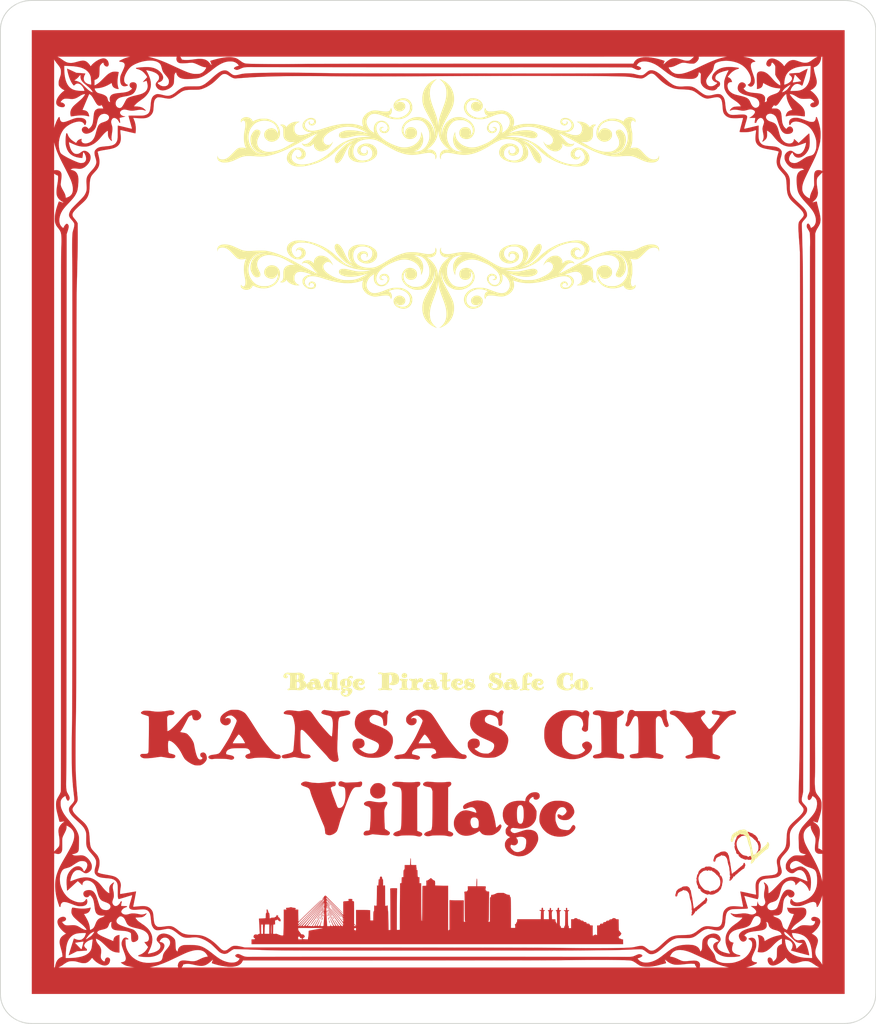
<source format=kicad_pcb>
(kicad_pcb (version 4) (host pcbnew 4.0.7)
  (layers (0 F.Cu signal) (31 B.Cu signal) (34 B.Paste user) (35 F.Paste user) (36 B.SilkS user) (37 F.SilkS user) (38 B.Mask user) (39 F.Mask user) (44 Edge.Cuts user))
  (net 0 "")
  (module LOGO (layer F.Cu) (at 0 0)
    (fp_text reference "G***" hide)
    (fp_text value "LOGO" hide)
  )
  (module LOGO (layer F.Cu) (at 0 0)
    (fp_text reference "G***" hide)
    (fp_text value "LOGO" hide)
  )
  (module LOGO (layer F.Cu) (at 0 0)
    (fp_text reference "G***" hide)
    (fp_text value "LOGO" hide)
  )
  (module LOGO (layer F.Cu) (at 0 0)
    (fp_text reference "G***" hide)
    (fp_text value "LOGO" hide)
    (fp_poly (pts (xy 48.514000 61.552667) (xy -48.111833 61.552667) (xy -48.111833 51.623236) (xy -45.466000 51.623236) (xy -45.466000 58.420000) (xy -45.414380 58.420000) (xy -44.966344 58.420000) (xy -40.384881 58.416829) (xy -39.948630 58.416486) (xy -39.524233 58.416072) (xy -39.113581 58.415593) (xy -38.718565 58.415053) (xy -38.341076 58.414458) (xy -37.983003 58.413812) (xy -37.646239 58.413121) (xy -37.332673 58.412389) (xy -37.044196 58.411622) (xy -36.782699 58.410825) (xy -36.550073 58.410002) (xy -36.348209 58.409160) (xy -36.178997 58.408302) (xy -36.044328 58.407435) (xy -35.946093 58.406563) (xy -35.886182 58.405690) (xy -35.866486 58.404823) (xy -35.866917 58.404720) (xy -35.897160 58.400163) (xy -34.113402 58.400163) (xy -34.099943 58.403692) (xy -34.068262 58.406699) (xy -34.016026 58.409230) (xy -33.940904 58.411333) (xy -33.840566 58.413054) (xy -33.712681 58.414439) (xy -33.554916 58.415536) (xy -33.364942 58.416392) (xy -33.140427 58.417052) (xy -32.879039 58.417564) (xy -32.578448 58.417975) (xy -32.465997 58.418101) (xy -30.694911 58.420000) (xy -30.318587 58.420000) (xy 30.929524 58.420000) (xy 30.877098 58.351209) (xy 30.831306 58.283545) (xy 30.785963 58.204130) (xy 30.747116 58.125116) (xy 30.720813 58.058657) (xy 30.712833 58.021075) (xy 30.709193 58.003414) (xy 30.693575 57.990842) (xy 30.658936 57.981753) (xy 30.598231 57.974540) (xy 30.504417 57.967597) (xy 30.468294 57.965296) (xy 30.364755 57.960031) (xy 30.264464 57.957915) (xy 30.160918 57.959347) (xy 30.047617 57.964728) (xy 29.918059 57.974456) (xy 29.765745 57.988932) (xy 29.584172 58.008554) (xy 29.379333 58.032248) (xy 29.100289 58.061123) (xy 28.846187 58.079146) (xy 28.620454 58.086259) (xy 28.426522 58.082405) (xy 28.267818 58.067526) (xy 28.186519 58.052239) (xy 27.931324 57.973142) (xy 27.691283 57.860747) (xy 27.459976 57.711681) (xy 27.307657 57.590438) (xy 27.136701 57.444142) (xy 27.210267 57.647371) (xy 27.241243 57.735571) (xy 27.265782 57.810444) (xy 27.280739 57.862099) (xy 27.283833 57.878695) (xy 27.283402 57.886673) (xy 27.279483 57.894038) (xy 27.268138 57.901961) (xy 27.245431 57.911611) (xy 27.207424 57.924157) (xy 27.150180 57.940769) (xy 27.069761 57.962615) (xy 26.962230 57.990865) (xy 26.823650 58.026689) (xy 26.650082 58.071255) (xy 26.543000 58.098707) (xy 26.309981 58.157483) (xy 26.110368 58.205279) (xy 25.936993 58.243184) (xy 25.782686 58.272289) (xy 25.640278 58.293683) (xy 25.502598 58.308455) (xy 25.362479 58.317697) (xy 25.212750 58.322497) (xy 25.061333 58.323925) (xy 24.851552 58.322080) (xy 24.675236 58.313847) (xy 24.523709 58.296484) (xy 24.388295 58.267254) (xy 24.260318 58.223415) (xy 24.131101 58.162228) (xy 23.991970 58.080954) (xy 23.834246 57.976851) (xy 23.727833 57.902824) (xy 23.581075 57.802109) (xy 23.458058 57.725064) (xy 23.350082 57.668167) (xy 23.248445 57.627894) (xy 23.144447 57.600719) (xy 23.029385 57.583119) (xy 22.913042 57.572821) (xy 22.725429 57.561778) (xy 22.497077 57.551903) (xy 22.229568 57.543202) (xy 21.924479 57.535678) (xy 21.583390 57.529335) (xy 21.207880 57.524177) (xy 20.799530 57.520209) (xy 20.359918 57.517434) (xy 19.890623 57.515857) (xy 19.393225 57.515482) (xy 18.869304 57.516312) (xy 18.320438 57.518353) (xy 17.748208 57.521607) (xy 17.154191 57.526080) (xy 16.539969 57.531776) (xy 15.907119 57.538697) (xy 15.257223 57.546850) (xy 14.890750 57.551893) (xy 14.802331 57.552846) (xy 14.672635 57.553789) (xy 14.502716 57.554723) (xy 14.293630 57.555645) (xy 14.046432 57.556556) (xy 13.762178 57.557452) (xy 13.441923 57.558335) (xy 13.086722 57.559201) (xy 12.697632 57.560051) (xy 12.275706 57.560883) (xy 11.822002 57.561696) (xy 11.337573 57.562489) (xy 10.823477 57.563261) (xy 10.280767 57.564011) (xy 9.710499 57.564737) (xy 9.113729 57.565439) (xy 8.491513 57.566115) (xy 7.844905 57.566764) (xy 7.174960 57.567385) (xy 6.482736 57.567978) (xy 5.769286 57.568540) (xy 5.035666 57.569071) (xy 4.282932 57.569570) (xy 3.512139 57.570035) (xy 2.724342 57.570466) (xy 1.920597 57.570862) (xy 1.101960 57.571220) (xy 0.269485 57.571541) (xy -0.575772 57.571822) (xy -1.432756 57.572064) (xy -2.300410 57.572264) (xy -3.177681 57.572422) (xy -4.063511 57.572537) (xy -4.751917 57.572595) (xy -23.018750 57.573774) (xy -23.079935 57.705224) (xy -23.178628 57.868119) (xy -23.311222 58.006924) (xy -23.476711 58.121498) (xy -23.674089 58.211702) (xy -23.902351 58.277395) (xy -24.160489 58.318436) (xy -24.447498 58.334685) (xy -24.762371 58.326001) (xy -25.104103 58.292244) (xy -25.471687 58.233274) (xy -25.864118 58.148949) (xy -26.005811 58.113763) (xy -26.212089 58.059326) (xy -26.385114 58.010480) (xy -26.523263 57.967762) (xy -26.624910 57.931709) (xy -26.688430 57.902857) (xy -26.712198 57.881744) (xy -26.712333 57.880391) (xy -26.705441 57.848805) (xy -26.686865 57.787550) (xy -26.659758 57.706608) (xy -26.638683 57.647138) (xy -26.565033 57.443676) (xy -26.781558 57.647762) (xy -26.983341 57.824872) (xy -27.177617 57.969299) (xy -27.361376 58.079035) (xy -27.531606 58.152075) (xy -27.544642 58.156302) (xy -27.679177 58.192383) (xy -27.815900 58.214890) (xy -27.960697 58.223537) (xy -28.119451 58.218036) (xy -28.298048 58.198102) (xy -28.502370 58.163448) (xy -28.738304 58.113788) (xy -28.824151 58.094047) (xy -29.061924 58.042043) (xy -29.267465 58.005654) (xy -29.447739 57.984497) (xy -29.609709 57.978186) (xy -29.760338 57.986340) (xy -29.906588 58.008573) (xy -29.998458 58.029346) (xy -30.074212 58.049991) (xy -30.117352 58.067705) (xy -30.136764 58.087922) (xy -30.141332 58.116075) (xy -30.141333 58.116708) (xy -30.156989 58.190957) (xy -30.199071 58.276129) (xy -30.260250 58.357598) (xy -30.264127 58.361792) (xy -30.318587 58.420000) (xy -30.694911 58.420000) (xy -30.727862 58.353950) (xy -30.750727 58.268413) (xy -30.750646 58.160780) (xy -30.730298 58.042653) (xy -30.692359 57.925634) (xy -30.639508 57.821325) (xy -30.589990 57.756603) (xy -30.520031 57.694056) (xy -30.439771 57.645670) (xy -30.345020 57.611022) (xy -30.231588 57.589686) (xy -30.095286 57.581238) (xy -29.931924 57.585254) (xy -29.737311 57.601308) (xy -29.507259 57.628976) (xy -29.432250 57.639261) (xy -29.193717 57.666524) (xy -28.988098 57.676123) (xy -28.809743 57.667850) (xy -28.653001 57.641501) (xy -28.537662 57.606641) (xy -28.464155 57.577134) (xy -28.363728 57.533461) (xy -28.247263 57.480519) (xy -28.125637 57.423206) (xy -28.066709 57.394645) (xy -27.856645 57.297805) (xy -27.670594 57.225650) (xy -27.500314 57.175443) (xy -27.337569 57.144445) (xy -27.299446 57.139643) (xy -27.177476 57.125722) (xy -27.263317 56.960725) (xy -27.352469 56.817262) (xy -27.462797 56.683122) (xy -27.583757 56.569913) (xy -27.678234 56.503885) (xy -27.874098 56.413510) (xy -28.094468 56.357511) (xy -28.339167 56.335871) (xy -28.608015 56.348576) (xy -28.900836 56.395608) (xy -29.217450 56.476952) (xy -29.557682 56.592592) (xy -29.818221 56.697527) (xy -29.887411 56.728104) (xy -29.989043 56.774432) (xy -30.117439 56.833855) (xy -30.266920 56.903718) (xy -30.431806 56.981363) (xy -30.606418 57.064135) (xy -30.785076 57.149378) (xy -30.815734 57.164064) (xy -31.085371 57.292935) (xy -31.322060 57.405190) (xy -31.530753 57.503079) (xy -31.716399 57.588849) (xy -31.883951 57.664749) (xy -32.038358 57.733028) (xy -32.184571 57.795933) (xy -32.327541 57.855713) (xy -32.437917 57.900779) (xy -32.741409 58.016573) (xy -33.058100 58.124591) (xy -33.376692 58.221469) (xy -33.685887 58.303844) (xy -33.974385 58.368353) (xy -34.067750 58.385975) (xy -34.094974 58.391351) (xy -34.110968 58.396065) (xy -34.113402 58.400163) (xy -35.897160 58.400163) (xy -36.019035 58.381799) (xy -36.180959 58.354785) (xy -36.343991 58.325361) (xy -36.499435 58.295210) (xy -36.638593 58.266017) (xy -36.752769 58.239465) (xy -36.830000 58.218275) (xy -37.007010 58.153169) (xy -37.176131 58.073371) (xy -37.325465 57.985080) (xy -37.431568 57.904840) (xy -37.535719 57.813563) (xy -37.382115 57.788196) (xy -37.226750 57.751801) (xy -37.108202 57.698509) (xy -37.023381 57.625557) (xy -36.969198 57.530182) (xy -36.942566 57.409620) (xy -36.941099 57.393638) (xy -36.938409 57.318673) (xy -36.943362 57.240550) (xy -36.957386 57.153780) (xy -36.981905 57.052877) (xy -37.018346 56.932352) (xy -37.068133 56.786720) (xy -37.132693 56.610493) (xy -37.170726 56.509800) (xy -37.251212 56.294918) (xy -37.315753 56.113835) (xy -37.365423 55.961590) (xy -37.401301 55.833223) (xy -37.424462 55.723772) (xy -37.435981 55.628277) (xy -37.436936 55.541776) (xy -37.428403 55.459310) (xy -37.414200 55.387424) (xy -37.363635 55.225216) (xy -37.295268 55.088136) (xy -37.212417 54.979422) (xy -37.118404 54.902311) (xy -37.016548 54.860044) (xy -36.910168 54.855859) (xy -36.876502 54.862878) (xy -36.823548 54.885214) (xy -36.760663 54.922920) (xy -36.698674 54.967887) (xy -36.648411 55.012010) (xy -36.620702 55.047182) (xy -36.618333 55.056150) (xy -36.637887 55.064910) (xy -36.690118 55.071634) (xy -36.765384 55.075293) (xy -36.800957 55.075667) (xy -36.983581 55.075667) (xy -36.972340 55.430209) (xy -36.961087 55.640634) (xy -36.939977 55.821486) (xy -36.906177 55.984937) (xy -36.856854 56.143159) (xy -36.789176 56.308325) (xy -36.746955 56.398584) (xy -36.594016 56.674562) (xy -36.416170 56.918785) (xy -36.209187 57.136435) (xy -36.009348 57.302792) (xy -35.742226 57.482525) (xy -35.464097 57.627199) (xy -35.172074 57.737491) (xy -34.863264 57.814078) (xy -34.534781 57.857635) (xy -34.183733 57.868842) (xy -33.807232 57.848373) (xy -33.718500 57.839449) (xy -33.505372 57.814868) (xy -33.329043 57.790922) (xy -33.184025 57.766320) (xy -33.064829 57.739771) (xy -32.965964 57.709981) (xy -32.881943 57.675660) (xy -32.807274 57.635516) (xy -32.780640 57.618747) (xy -32.708282 57.558521) (xy -32.651009 57.479264) (xy -32.605551 57.374345) (xy -32.568641 57.237128) (xy -32.552719 57.156287) (xy -32.525652 57.015998) (xy -32.497406 56.899707) (xy -32.463769 56.799088) (xy -32.420528 56.705812) (xy -32.363472 56.611552) (xy -32.288387 56.507981) (xy -32.191064 56.386773) (xy -32.121293 56.303363) (xy -31.990421 56.144921) (xy -31.886727 56.010890) (xy -31.807216 55.895987) (xy -31.748893 55.794929) (xy -31.708762 55.702434) (xy -31.683828 55.613218) (xy -31.671097 55.522000) (xy -31.670028 55.507404) (xy -31.666910 55.418204) (xy -31.673871 55.350431) (xy -31.694387 55.283701) (xy -31.717380 55.229568) (xy -31.802450 55.085147) (xy -31.911886 54.974989) (xy -32.044053 54.900160) (xy -32.197314 54.861728) (xy -32.289750 54.856489) (xy -32.454013 54.876929) (xy -32.601505 54.934851) (xy -32.727941 55.027611) (xy -32.829035 55.152567) (xy -32.860039 55.208191) (xy -32.898028 55.290046) (xy -32.912231 55.342964) (xy -32.900665 55.374299) (xy -32.861349 55.391401) (xy -32.808354 55.399802) (xy -32.660887 55.433375) (xy -32.536422 55.494452) (xy -32.439879 55.579469) (xy -32.376180 55.684862) (xy -32.363678 55.721805) (xy -32.349141 55.847133) (xy -32.368732 55.989319) (xy -32.420584 56.142942) (xy -32.502831 56.302576) (xy -32.613606 56.462800) (xy -32.622673 56.474265) (xy -32.787477 56.655503) (xy -32.970160 56.806523) (xy -33.174854 56.929520) (xy -33.405688 57.026685) (xy -33.666792 57.100212) (xy -33.876496 57.139845) (xy -34.023062 57.156587) (xy -34.196615 57.166312) (xy -34.388376 57.169397) (xy -34.589566 57.166221) (xy -34.791404 57.157162) (xy -34.985111 57.142598) (xy -35.161908 57.122907) (xy -35.313015 57.098466) (xy -35.417125 57.073522) (xy -35.447115 57.045527) (xy -35.454167 57.014856) (xy -35.447245 56.985418) (xy -35.420489 56.962447) (xy -35.364909 56.939607) (xy -35.332458 56.929045) (xy -35.090857 56.831429) (xy -34.868483 56.697473) (xy -34.668993 56.530201) (xy -34.496041 56.332637) (xy -34.364127 56.127854) (xy -34.285176 55.984125) (xy -34.472797 55.739925) (xy -34.542910 55.648626) (xy -34.606518 55.565719) (xy -34.657834 55.498756) (xy -34.691069 55.455286) (xy -34.697132 55.447317) (xy -34.733847 55.398910) (xy -34.597270 55.387947) (xy -34.467931 55.364097) (xy -34.358999 55.317196) (xy -34.279446 55.251336) (xy -34.269355 55.238363) (xy -34.215380 55.129611) (xy -34.189183 54.997620) (xy -34.190250 54.850641) (xy -34.218066 54.696928) (xy -34.272118 54.544731) (xy -34.318122 54.455532) (xy -34.386337 54.362284) (xy -34.482457 54.261808) (xy -34.595586 54.163810) (xy -34.714832 54.078000) (xy -34.793948 54.031514) (xy -34.882303 53.987322) (xy -34.971146 53.948288) (xy -35.067297 53.912236) (xy -35.177577 53.876991) (xy -35.308804 53.840376) (xy -35.467799 53.800218) (xy -35.661381 53.754339) (xy -35.666793 53.753084) (xy -35.909983 53.694269) (xy -36.115323 53.638485) (xy -36.286963 53.583438) (xy -36.429049 53.526833) (xy -36.545731 53.466378) (xy -36.641156 53.399778) (xy -36.719472 53.324740) (xy -36.784827 53.238970) (xy -36.841370 53.140174) (xy -36.865269 53.090366) (xy -36.936767 52.935148) (xy -36.994411 52.813219) (xy -37.041350 52.719097) (xy -37.080729 52.647302) (xy -37.115697 52.592353) (xy -37.149400 52.548768) (xy -37.184986 52.511066) (xy -37.212769 52.485180) (xy -37.324287 52.403075) (xy -37.434085 52.352703) (xy -37.534036 52.331163) (xy -37.622229 52.337051) (xy -37.707303 52.373319) (xy -37.797900 52.442925) (xy -37.852564 52.495825) (xy -37.957181 52.617853) (xy -38.023621 52.732819) (xy -38.054354 52.845493) (xy -38.057202 52.891052) (xy -38.048326 52.979059) (xy -38.019201 53.061303) (xy -37.967490 53.139199) (xy -37.890851 53.214163) (xy -37.786946 53.287610) (xy -37.653436 53.360956) (xy -37.487980 53.435615) (xy -37.288240 53.513004) (xy -37.051875 53.594538) (xy -36.776547 53.681632) (xy -36.724167 53.697556) (xy -36.530360 53.756794) (xy -36.372533 53.806624) (xy -36.245840 53.848835) (xy -36.145438 53.885218) (xy -36.066480 53.917561) (xy -36.004120 53.947654) (xy -35.953515 53.977288) (xy -35.937123 53.988270) (xy -35.841380 54.070443) (xy -35.741835 54.183986) (xy -35.645847 54.319436) (xy -35.560776 54.467328) (xy -35.553691 54.481357) (xy -35.511605 54.568092) (xy -35.485438 54.633200) (xy -35.471420 54.692528) (xy -35.465781 54.761923) (xy -35.464750 54.855165) (xy -35.465721 54.949636) (xy -35.470452 55.014050) (xy -35.481669 55.060670) (xy -35.502098 55.101759) (xy -35.528250 55.140799) (xy -35.601321 55.219817) (xy -35.696675 55.287749) (xy -35.805032 55.341360) (xy -35.917113 55.377413) (xy -36.023640 55.392671) (xy -36.115335 55.383900) (xy -36.164341 55.362649) (xy -36.202892 55.331659) (xy -36.232888 55.291621) (xy -36.255640 55.236881) (xy -36.272461 55.161783) (xy -36.284663 55.060676) (xy -36.293559 54.927904) (xy -36.299730 54.779334) (xy -36.305659 54.643024) (xy -36.313172 54.524557) (xy -36.321703 54.430475) (xy -36.330686 54.367320) (xy -36.337317 54.344300) (xy -36.383229 54.295466) (xy -36.463915 54.245146) (xy -36.572036 54.196183) (xy -36.700254 54.151422) (xy -36.841231 54.113708) (xy -36.987630 54.085885) (xy -37.013345 54.082234) (xy -37.089403 54.073751) (xy -37.197157 54.064090) (xy -37.326017 54.054083) (xy -37.465393 54.044561) (xy -37.581417 54.037625) (xy -37.815875 54.021495) (xy -38.012124 54.000451) (xy -38.174142 53.973089) (xy -38.305908 53.938003) (xy -38.411401 53.893787) (xy -38.494600 53.839037) (xy -38.559483 53.772347) (xy -38.610028 53.692313) (xy -38.620654 53.670561) (xy -38.656745 53.553548) (xy -38.671427 53.409315) (xy -38.664320 53.247380) (xy -38.642896 53.112459) (xy -38.631297 53.044743) (xy -38.628073 52.997044) (xy -38.633434 52.980167) (xy -38.690964 52.994855) (xy -38.758836 53.032173) (xy -38.820565 53.082002) (xy -38.845292 53.110213) (xy -38.877476 53.164722) (xy -38.914853 53.244128) (xy -38.950200 53.332855) (xy -38.955765 53.348540) (xy -39.002771 53.472171) (xy -39.052654 53.572776) (xy -39.110887 53.654304) (xy -39.182945 53.720703) (xy -39.274302 53.775921) (xy -39.390432 53.823907) (xy -39.536810 53.868611) (xy -39.718909 53.913980) (xy -39.749464 53.921046) (xy -39.896268 53.955961) (xy -40.008824 53.986264) (xy -40.094540 54.014897) (xy -40.160821 54.044800) (xy -40.215075 54.078915) (xy -40.264708 54.120182) (xy -40.274875 54.129689) (xy -40.329277 54.201188) (xy -40.341504 54.273269) (xy -40.311706 54.347362) (xy -40.299367 54.364275) (xy -40.229481 54.432514) (xy -40.119188 54.511178) (xy -39.969036 54.599980) (xy -39.779575 54.698633) (xy -39.551353 54.806849) (xy -39.284919 54.924340) (xy -39.020750 55.034579) (xy -38.890490 55.088091) (xy -38.768879 55.138733) (xy -38.663062 55.183475) (xy -38.580184 55.219289) (xy -38.527391 55.243146) (xy -38.518885 55.247315) (xy -38.467462 55.272244) (xy -38.433743 55.286233) (xy -38.428927 55.287334) (xy -38.421413 55.268611) (xy -38.417118 55.222194) (xy -38.416809 55.207959) (xy -38.404271 55.113873) (xy -38.372267 55.004774) (xy -38.327110 54.899228) (xy -38.290516 54.836612) (xy -38.203601 54.743871) (xy -38.081003 54.663866) (xy -37.928219 54.599533) (xy -37.766625 54.556892) (xy -37.697833 54.543137) (xy -37.697833 56.648395) (xy -37.904208 56.634933) (xy -38.094952 56.614841) (xy -38.263479 56.578634) (xy -38.428312 56.521706) (xy -38.519953 56.481814) (xy -38.611513 56.436620) (xy -38.699473 56.386087) (xy -38.788591 56.326418) (xy -38.883624 56.253816) (xy -38.989333 56.164482) (xy -39.110476 56.054620) (xy -39.251810 55.920432) (xy -39.380583 55.795009) (xy -39.499948 55.679466) (xy -39.618413 55.567767) (xy -39.730105 55.465231) (xy -39.829153 55.377173) (xy -39.909685 55.308910) (xy -39.962667 55.267955) (xy -40.068999 55.197663) (xy -40.183429 55.129304) (xy -40.294686 55.069063) (xy -40.391502 55.023124) (xy -40.447481 55.001894) (xy -40.498379 54.986070) (xy -40.484532 55.120827) (xy -40.455346 55.261788) (xy -40.395194 55.402805) (xy -40.301162 55.549516) (xy -40.195942 55.678917) (xy -40.064477 55.843055) (xy -39.968239 56.000703) (xy -39.904727 56.160329) (xy -39.871434 56.330406) (xy -39.865859 56.519403) (xy -39.884888 56.731249) (xy -39.904374 56.889399) (xy -39.915604 57.014108) (xy -39.918768 57.113419) (xy -39.914056 57.195373) (xy -39.901657 57.268012) (xy -39.897927 57.283502) (xy -39.851256 57.395912) (xy -39.772120 57.507348) (xy -39.669140 57.606643) (xy -39.621393 57.641678) (xy -39.507583 57.717989) (xy -39.459958 57.673721) (xy -39.419345 57.608188) (xy -39.412333 57.558381) (xy -39.393774 57.450661) (xy -39.343068 57.353553) (xy -39.267677 57.276568) (xy -39.175059 57.229219) (xy -39.149294 57.222977) (xy -39.061795 57.225036) (xy -38.970988 57.256444) (xy -38.892725 57.309707) (xy -38.848670 57.365104) (xy -38.818023 57.463400) (xy -38.814742 57.581592) (xy -38.836662 57.709243) (xy -38.881617 57.835919) (xy -38.947440 57.951185) (xy -38.978643 57.991194) (xy -39.087894 58.087625) (xy -39.219875 58.150187) (xy -39.372254 58.179126) (xy -39.542696 58.174686) (xy -39.728867 58.137115) (xy -39.928432 58.066658) (xy -40.139059 57.963560) (xy -40.327053 57.849120) (xy -40.456527 57.755054) (xy -40.590628 57.643226) (xy -40.718630 57.523587) (xy -40.829809 57.406091) (xy -40.904583 57.313243) (xy -40.946917 57.254438) (xy -41.083901 57.426297) (xy -41.216180 57.573576) (xy -41.359889 57.700512) (xy -41.506091 57.799915) (xy -41.613667 57.852737) (xy -41.682236 57.876218) (xy -41.752811 57.890295) (xy -41.839248 57.896879) (xy -41.941750 57.897978) (xy -42.033398 57.895945) (xy -42.113338 57.889673) (xy -42.193273 57.877127) (xy -42.284905 57.856269) (xy -42.399937 57.825063) (xy -42.460333 57.807716) (xy -42.634481 57.758274) (xy -42.777051 57.720762) (xy -42.896600 57.693646) (xy -43.001686 57.675387) (xy -43.100866 57.664450) (xy -43.202695 57.659299) (xy -43.292509 57.658313) (xy -43.442095 57.661902) (xy -43.573930 57.674069) (xy -43.695037 57.697551) (xy -43.812436 57.735085) (xy -43.933148 57.789407) (xy -44.064194 57.863254) (xy -44.212594 57.959364) (xy -44.385370 58.080473) (xy -44.397083 58.088896) (xy -44.501826 58.161134) (xy -44.613061 58.232606) (xy -44.717239 58.294886) (xy -44.798131 58.338254) (xy -44.966344 58.420000) (xy -45.414380 58.420000) (xy -45.382254 58.414942) (xy -45.363901 58.392554) (xy -45.352288 58.342010) (xy -45.349028 58.319459) (xy -45.297263 58.051653) (xy -45.219707 57.816462) (xy -45.116596 57.614240) (xy -44.988168 57.445339) (xy -44.834659 57.310110) (xy -44.813612 57.298167) (xy -44.090167 57.298167) (xy -43.788542 57.298115) (xy -43.644883 57.296354) (xy -43.483182 57.291612) (xy -43.324273 57.284635) (xy -43.201167 57.277083) (xy -42.823561 57.239860) (xy -42.484121 57.186271) (xy -42.181829 57.115983) (xy -41.915670 57.028661) (xy -41.684629 56.923970) (xy -41.487690 56.801577) (xy -41.323837 56.661147) (xy -41.321023 56.658288) (xy -41.229065 56.557736) (xy -41.154108 56.458193) (xy -41.093715 56.353075) (xy -41.045448 56.235799) (xy -41.006869 56.099782) (xy -40.975540 55.938441) (xy -40.949023 55.745192) (xy -40.934839 55.615417) (xy -40.921199 55.484609) (xy -40.908068 55.364053) (xy -40.896362 55.261758) (xy -40.886997 55.185737) (xy -40.880976 55.144459) (xy -40.877395 55.105388) (xy -40.888132 55.082808) (xy -40.918809 55.076343) (xy -40.975052 55.085617) (xy -41.062485 55.110255) (xy -41.120449 55.128471) (xy -41.299123 55.197023) (xy -41.462120 55.281749) (xy -41.605051 55.378774) (xy -41.723527 55.484221) (xy -41.813161 55.594215) (xy -41.869564 55.704880) (xy -41.888369 55.806724) (xy -41.870285 55.900868) (xy -41.819022 55.999614) (xy -41.740975 56.092534) (xy -41.682458 56.142266) (xy -41.622138 56.189053) (xy -41.588808 56.224408) (xy -41.574525 56.260813) (xy -41.571346 56.310748) (xy -41.571333 56.316891) (xy -41.571333 56.409167) (xy -41.650708 56.409958) (xy -41.694026 56.411745) (xy -41.772531 56.416328) (xy -41.879200 56.423245) (xy -42.007014 56.432029) (xy -42.148952 56.442218) (xy -42.238083 56.448819) (xy -42.746083 56.486890) (xy -43.240858 56.735192) (xy -43.390741 56.810127) (xy -43.506980 56.867365) (xy -43.593585 56.908550) (xy -43.654568 56.935328) (xy -43.693940 56.949342) (xy -43.715712 56.952238) (xy -43.723896 56.945660) (xy -43.722924 56.932860) (xy -43.713879 56.901749) (xy -43.693949 56.836326) (xy -43.664632 56.741352) (xy -43.627426 56.621592) (xy -43.583830 56.481810) (xy -43.535341 56.326768) (xy -43.483457 56.161230) (xy -43.429676 55.989961) (xy -43.375497 55.817722) (xy -43.322417 55.649278) (xy -43.271934 55.489392) (xy -43.269610 55.482047) (xy -42.988743 55.482047) (xy -42.603794 55.882013) (xy -42.500496 55.988253) (xy -42.406650 56.082692) (xy -42.326226 56.161508) (xy -42.263189 56.220873) (xy -42.221508 56.256964) (xy -42.205295 56.266197) (xy -42.196097 56.241956) (xy -42.177895 56.182879) (xy -42.152442 56.095071) (xy -42.121494 55.984639) (xy -42.086806 55.857690) (xy -42.070842 55.798295) (xy -42.036232 55.666536) (xy -42.006512 55.548870) (xy -41.983102 55.451298) (xy -41.967420 55.379825) (xy -41.960884 55.340452) (xy -41.961315 55.334796) (xy -41.984764 55.334490) (xy -42.043923 55.340145) (xy -42.132722 55.350914) (xy -42.245088 55.365950) (xy -42.374951 55.384404) (xy -42.516239 55.405428) (xy -42.662881 55.428176) (xy -42.808804 55.451800) (xy -42.856830 55.459822) (xy -42.988743 55.482047) (xy -43.269610 55.482047) (xy -43.225547 55.342828) (xy -43.184752 55.214350) (xy -43.151049 55.108720) (xy -43.125935 55.030702) (xy -43.110909 54.985060) (xy -43.107209 54.974938) (xy -43.086958 54.980371) (xy -43.038136 54.999736) (xy -42.970552 55.029100) (xy -42.957302 55.035075) (xy -42.760753 55.107976) (xy -42.572444 55.145727) (xy -42.396496 55.147994) (xy -42.237026 55.114446) (xy -42.192032 55.096918) (xy -42.166686 55.082074) (xy -41.698333 55.082074) (xy -41.691171 55.086719) (xy -41.667223 55.078111) (xy -41.622798 55.054118) (xy -41.554205 55.012608) (xy -41.457750 54.951447) (xy -41.338500 54.874210) (xy -41.244379 54.810621) (xy -41.151817 54.744214) (xy -41.073734 54.684441) (xy -41.036299 54.653121) (xy -40.957326 54.573320) (xy -40.874844 54.474396) (xy -40.798618 54.369433) (xy -40.738414 54.271514) (xy -40.713856 54.221136) (xy -40.681840 54.144511) (xy -40.818538 54.195964) (xy -41.000104 54.280596) (xy -41.164415 54.393463) (xy -41.310796 54.529798) (xy -41.362751 54.588913) (xy -41.424173 54.665893) (xy -41.489820 54.753265) (xy -41.554450 54.843559) (xy -41.612820 54.929304) (xy -41.659686 55.003026) (xy -41.689807 55.057256) (xy -41.698333 55.082074) (xy -42.166686 55.082074) (xy -42.099417 55.042679) (xy -42.000710 54.962343) (xy -41.908827 54.867640) (xy -41.842332 54.779334) (xy -41.812884 54.724021) (xy -41.778360 54.645698) (xy -41.743158 54.556228) (xy -41.711674 54.467474) (xy -41.688307 54.391300) (xy -41.677452 54.339568) (xy -41.677167 54.333741) (xy -41.697142 54.322657) (xy -41.752771 54.315724) (xy -41.837613 54.312629) (xy -41.945224 54.313055) (xy -42.069163 54.316690) (xy -42.202986 54.323217) (xy -42.340251 54.332323) (xy -42.474517 54.343693) (xy -42.599339 54.357012) (xy -42.708277 54.371967) (xy -42.794887 54.388241) (xy -42.795299 54.388336) (xy -42.957211 54.439403) (xy -43.125761 54.516385) (xy -43.284358 54.610651) (xy -43.410867 54.708510) (xy -43.578582 54.885699) (xy -43.720265 55.090897) (xy -43.836870 55.326065) (xy -43.929347 55.593166) (xy -43.998650 55.894162) (xy -44.005783 55.934572) (xy -44.022590 56.052336) (xy -44.038953 56.202511) (xy -44.054175 56.375179) (xy -44.067561 56.560418) (xy -44.078414 56.748307) (xy -44.086038 56.928928) (xy -44.089737 57.092358) (xy -44.089975 57.134125) (xy -44.090167 57.298167) (xy -44.813612 57.298167) (xy -44.656307 57.208908) (xy -44.582292 57.179525) (xy -44.471167 57.140064) (xy -44.471167 57.019894) (xy -44.475482 56.926654) (xy -44.489152 56.818592) (xy -44.513266 56.690424) (xy -44.548911 56.536866) (xy -44.597175 56.352635) (xy -44.640500 56.197500) (xy -44.699545 55.984004) (xy -44.744882 55.805489) (xy -44.777497 55.657236) (xy -44.798373 55.534523) (xy -44.808494 55.432630) (xy -44.809833 55.385169) (xy -44.797306 55.249557) (xy -44.763319 55.103162) (xy -44.713267 54.967928) (xy -44.701081 54.942730) (xy -44.641564 54.853423) (xy -44.551927 54.754377) (xy -44.440588 54.653374) (xy -44.315964 54.558197) (xy -44.214307 54.492631) (xy -44.033487 54.385845) (xy -44.162034 54.302908) (xy -44.300736 54.200368) (xy -44.446872 54.069609) (xy -44.591693 53.920295) (xy -44.726451 53.762091) (xy -44.842397 53.604663) (xy -44.930784 53.457674) (xy -44.935523 53.448404) (xy -45.015391 53.258967) (xy -45.056980 53.084056) (xy -45.060536 52.924746) (xy -45.026307 52.782110) (xy -44.954540 52.657224) (xy -44.845481 52.551164) (xy -44.710727 52.470326) (xy -44.572496 52.418335) (xy -44.438085 52.393649) (xy -44.314131 52.395714) (xy -44.207269 52.423978) (xy -44.124135 52.477885) (xy -44.088454 52.522227) (xy -44.051492 52.616206) (xy -44.054344 52.706550) (xy -44.094491 52.789791) (xy -44.169414 52.862460) (xy -44.276595 52.921088) (xy -44.406968 52.960828) (xy -44.467177 52.976554) (xy -44.505800 52.992046) (xy -44.513500 52.999642) (xy -44.499806 53.033352) (xy -44.464037 53.087138) (xy -44.414162 53.151253) (xy -44.358152 53.215949) (xy -44.303977 53.271480) (xy -44.263339 53.305590) (xy -44.191428 53.350441) (xy -44.118289 53.383659) (xy -44.037345 53.406025) (xy -43.942023 53.418318) (xy -43.825747 53.421318) (xy -43.681943 53.415805) (xy -43.504035 53.402559) (xy -43.470409 53.399637) (xy -43.248124 53.387329) (xy -43.054633 53.394350) (xy -42.879935 53.423077) (xy -42.714032 53.475886) (xy -42.546926 53.555157) (xy -42.372597 53.660647) (xy -42.194388 53.771762) (xy -42.040241 53.854445) (xy -41.904964 53.910864) (xy -41.783367 53.943188) (xy -41.671332 53.953582) (xy -41.591413 53.953834) (xy -41.626789 53.885042) (xy -41.705203 53.760468) (xy -41.821595 53.617746) (xy -41.975788 53.457058) (xy -42.167601 53.278587) (xy -42.396855 53.082516) (xy -42.481500 53.013329) (xy -42.598961 52.915452) (xy -42.726303 52.804605) (xy -42.850585 52.692338) (xy -42.958870 52.590200) (xy -42.991211 52.558367) (xy -43.086072 52.461654) (xy -43.156846 52.383679) (xy -43.210907 52.314854) (xy -43.255631 52.245595) (xy -43.298393 52.166316) (xy -43.308711 52.145687) (xy -43.351819 52.056604) (xy -43.379093 51.990478) (xy -43.394110 51.932644) (xy -43.400447 51.868440) (xy -43.401679 51.783201) (xy -43.401635 51.764687) (xy -43.397313 51.642812) (xy -43.383566 51.545838) (xy -43.357875 51.456902) (xy -43.354186 51.446818) (xy -43.327349 51.379001) (xy -43.304208 51.327922) (xy -43.291301 51.306622) (xy -43.265045 51.304138) (xy -43.206566 51.308686) (xy -43.125213 51.319307) (xy -43.053000 51.331000) (xy -42.756824 51.377999) (xy -42.491251 51.409708) (xy -42.247703 51.426858) (xy -42.017600 51.430180) (xy -41.920583 51.427537) (xy -41.718395 51.414216) (xy -41.528520 51.391486) (xy -41.359968 51.360776) (xy -41.221750 51.323516) (xy -41.187218 51.311148) (xy -41.143233 51.298912) (xy -41.120248 51.300475) (xy -41.118678 51.327242) (xy -41.129543 51.382736) (xy -41.149587 51.456365) (xy -41.175549 51.537539) (xy -41.204172 51.615667) (xy -41.232197 51.680159) (xy -41.243781 51.701972) (xy -41.337394 51.822655) (xy -41.461530 51.922536) (xy -41.607210 51.996033) (xy -41.765452 52.037562) (xy -41.788292 52.040529) (xy -41.853550 52.048875) (xy -41.897723 52.056364) (xy -41.910000 52.060426) (xy -41.899887 52.079925) (xy -41.872341 52.128526) (xy -41.831549 52.198937) (xy -41.781700 52.283864) (xy -41.780891 52.285234) (xy -41.646554 52.518452) (xy -41.535690 52.724285) (xy -41.445680 52.908686) (xy -41.373908 53.077607) (xy -41.317756 53.237001) (xy -41.274605 53.392821) (xy -41.255110 53.480908) (xy -41.235943 53.588604) (xy -41.221068 53.697321) (xy -41.212632 53.790119) (xy -41.211500 53.824867) (xy -41.209756 53.897381) (xy -41.199587 53.937813) (xy -41.173584 53.949530) (xy -41.124341 53.935900) (xy -41.045010 53.900549) (xy -40.926186 53.836919) (xy -40.828767 53.763700) (xy -40.747071 53.673867) (xy -40.675416 53.560394) (xy -40.608120 53.416254) (xy -40.566037 53.308250) (xy -40.494299 53.126452) (xy -40.425359 52.979535) (xy -40.355259 52.860588) (xy -40.280041 52.762700) (xy -40.216025 52.697220) (xy -40.155502 52.644524) (xy -40.096852 52.603021) (xy -40.028891 52.566531) (xy -39.940433 52.528873) (xy -39.848588 52.494191) (xy -39.722814 52.445225) (xy -39.629227 52.401506) (xy -39.558849 52.358402) (xy -39.513082 52.321121) (xy -39.422917 52.238040) (xy -39.624000 52.251277) (xy -39.835700 52.252403) (xy -40.024207 52.227142) (xy -40.185952 52.176403) (xy -40.317368 52.101095) (xy -40.361343 52.063624) (xy -40.425967 51.992707) (xy -40.480329 51.911379) (xy -40.526055 51.814506) (xy -40.564770 51.696957) (xy -40.598101 51.553598) (xy -40.627673 51.379296) (xy -40.655112 51.168918) (xy -40.660999 51.117500) (xy -40.692706 50.868999) (xy -40.728700 50.657568) (xy -40.770736 50.478019) (xy -40.820570 50.325165) (xy -40.879958 50.193818) (xy -40.950656 50.078791) (xy -41.034420 49.974895) (xy -41.055381 49.952382) (xy -41.113675 49.894067) (xy -41.162718 49.850095) (xy -41.194124 49.827826) (xy -41.198847 49.826478) (xy -41.224126 49.842649) (xy -41.259780 49.883042) (xy -41.273246 49.901742) (xy -41.324096 49.959180) (xy -41.391238 50.014476) (xy -41.417033 50.031143) (xy -41.526031 50.073399) (xy -41.635768 50.077904) (xy -41.740171 50.048691) (xy -41.833165 49.989791) (xy -41.908677 49.905235) (xy -41.960633 49.799056) (xy -41.982960 49.675284) (xy -41.983378 49.655217) (xy -41.968119 49.535930) (xy -41.920936 49.437262) (xy -41.839718 49.357172) (xy -41.722354 49.293622) (xy -41.566732 49.244569) (xy -41.555910 49.241990) (xy -41.377094 49.216056) (xy -41.202360 49.220876) (xy -41.042333 49.255644) (xy -40.965148 49.286891) (xy -40.846200 49.358523) (xy -40.738341 49.453551) (xy -40.639438 49.575326) (xy -40.547358 49.727197) (xy -40.459968 49.912517) (xy -40.375138 50.134636) (xy -40.320510 50.299855) (xy -40.277460 50.436776) (xy -40.231926 50.581762) (xy -40.188382 50.720549) (xy -40.151306 50.838873) (xy -40.139395 50.876939) (xy -40.072018 51.068233) (xy -39.999566 51.222161) (xy -39.918013 51.343680) (xy -39.823337 51.437746) (xy -39.711514 51.509313) (xy -39.583406 51.561744) (xy -39.443516 51.594127) (xy -39.293396 51.606143) (xy -39.150579 51.597171) (xy -39.070448 51.579932) (xy -38.987116 51.540778) (xy -38.903974 51.477894) (xy -38.831812 51.401988) (xy -38.781420 51.323770) (xy -38.765556 51.277331) (xy -38.756396 51.159288) (xy -38.777138 51.053473) (xy -38.829848 50.957805) (xy -38.916596 50.870203) (xy -39.039447 50.788584) (xy -39.200470 50.710867) (xy -39.401731 50.634973) (xy -39.404563 50.634009) (xy -39.563693 50.576615) (xy -39.689069 50.522590) (xy -39.788449 50.467014) (xy -39.869593 50.404969) (xy -39.940260 50.331536) (xy -39.996078 50.259027) (xy -40.049663 50.179017) (xy -40.097170 50.095792) (xy -40.141082 50.003030) (xy -40.183885 49.894409) (xy -40.228060 49.763604) (xy -40.276093 49.604295) (xy -40.330466 49.410157) (xy -40.332621 49.402262) (xy -40.394061 49.186502) (xy -40.451706 49.006517) (xy -40.508397 48.856274) (xy -40.566976 48.729737) (xy -40.630284 48.620873) (xy -40.701163 48.523646) (xy -40.782452 48.432022) (xy -40.796009 48.418095) (xy -40.937877 48.293864) (xy -41.088071 48.197915) (xy -41.242253 48.129905) (xy -41.396086 48.089489) (xy -41.545231 48.076322) (xy -41.685350 48.090060) (xy -41.812106 48.130358) (xy -41.921160 48.196871) (xy -42.008174 48.289256) (xy -42.068810 48.407167) (xy -42.095631 48.521308) (xy -42.111083 48.639872) (xy -42.374598 48.397019) (xy -42.462224 48.316943) (xy -42.539084 48.247990) (xy -42.599814 48.194870) (xy -42.639050 48.162291) (xy -42.651224 48.154167) (xy -42.658407 48.157621) (xy -42.674006 48.169405) (xy -42.700356 48.191654) (xy -42.739796 48.226503) (xy -42.794662 48.276086) (xy -42.867291 48.342537) (xy -42.960021 48.427992) (xy -43.075189 48.534584) (xy -43.215131 48.664449) (xy -43.382185 48.819720) (xy -43.503582 48.932645) (xy -43.611270 49.032211) (xy -43.708563 49.120964) (xy -43.791277 49.195183) (xy -43.855224 49.251147) (xy -43.896217 49.285135) (xy -43.909993 49.293896) (xy -43.914065 49.271161) (xy -43.920597 49.212377) (xy -43.929016 49.123718) (xy -43.938748 49.011359) (xy -43.949222 48.881476) (xy -43.953930 48.820201) (xy -43.971870 48.532901) (xy -43.978876 48.281359) (xy -43.974427 48.060301) (xy -43.957999 47.864451) (xy -43.929071 47.688534) (xy -43.887120 47.527276) (xy -43.831625 47.375402) (xy -43.804888 47.314736) (xy -43.687719 47.102455) (xy -43.541810 46.905776) (xy -43.373745 46.731709) (xy -43.190110 46.587270) (xy -43.038838 46.498958) (xy -42.946976 46.455345) (xy -42.874971 46.427999) (xy -42.805798 46.412404) (xy -42.722433 46.404048) (xy -42.670064 46.401171) (xy -42.576397 46.397777) (xy -42.510079 46.400100) (xy -42.456236 46.410789) (xy -42.399995 46.432493) (xy -42.343884 46.459270) (xy -42.228853 46.529211) (xy -42.134149 46.618751) (xy -42.052994 46.735698) (xy -41.985142 46.872667) (xy -41.915752 47.032289) (xy -41.817964 46.927746) (xy -41.686466 46.765870) (xy -41.592708 46.600027) (xy -41.549408 46.485062) (xy -41.513264 46.316339) (xy -41.514044 46.167302) (xy -41.550457 46.039416) (xy -41.621213 45.934150) (xy -41.725024 45.852970) (xy -41.860599 45.797343) (xy -42.026648 45.768737) (xy -42.181262 45.766322) (xy -42.283708 45.772288) (xy -42.360853 45.782599) (xy -42.429726 45.801425) (xy -42.507359 45.832940) (xy -42.568353 45.861150) (xy -42.647031 45.902159) (xy -42.750307 45.961586) (xy -42.868219 46.033399) (xy -42.990805 46.111566) (xy -43.081532 46.171894) (xy -43.234678 46.274585) (xy -43.361657 46.356041) (xy -43.470360 46.420171) (xy -43.568676 46.470886) (xy -43.664496 46.512095) (xy -43.765710 46.547709) (xy -43.880208 46.581636) (xy -43.942525 46.598556) (xy -44.052478 46.629308) (xy -44.154644 46.660546) (xy -44.238324 46.688824) (xy -44.292818 46.710696) (xy -44.296615 46.712586) (xy -44.411317 46.794856) (xy -44.514739 46.917240) (xy -44.606395 47.078920) (xy -44.685800 47.279075) (xy -44.737550 47.456015) (xy -44.758412 47.569976) (xy -44.772350 47.714112) (xy -44.779327 47.876829) (xy -44.779306 48.046533) (xy -44.772249 48.211629) (xy -44.758119 48.360524) (xy -44.740787 48.464455) (xy -44.651608 48.793165) (xy -44.530420 49.107045) (xy -44.379864 49.401994) (xy -44.202581 49.673910) (xy -44.001213 49.918693) (xy -43.778403 50.132239) (xy -43.562682 50.293704) (xy -43.428818 50.372179) (xy -43.267001 50.452095) (xy -43.090961 50.527500) (xy -42.914427 50.592440) (xy -42.777833 50.634002) (xy -42.631797 50.664473) (xy -42.475354 50.682049) (xy -42.319199 50.686737) (xy -42.174024 50.678545) (xy -42.050523 50.657481) (xy -41.978969 50.633428) (xy -41.882416 50.576090) (xy -41.793999 50.499236) (xy -41.725459 50.414451) (xy -41.694029 50.352249) (xy -41.671065 50.307866) (xy -41.636668 50.294921) (xy -41.616481 50.296125) (xy -41.581235 50.306246) (xy -41.557868 50.333724) (xy -41.538271 50.389493) (xy -41.533198 50.408417) (xy -41.518636 50.494798) (xy -41.513449 50.591786) (xy -41.514975 50.632199) (xy -41.541787 50.772419) (xy -41.598970 50.888356) (xy -41.687874 50.980930) (xy -41.809846 51.051060) (xy -41.966235 51.099668) (xy -42.158389 51.127671) (xy -42.249904 51.133502) (xy -42.400163 51.135771) (xy -42.538722 51.127408) (xy -42.675507 51.106459) (xy -42.820441 51.070969) (xy -42.983449 51.018985) (xy -43.158833 50.954560) (xy -43.372038 50.873465) (xy -43.550775 50.807099) (xy -43.699703 50.754027) (xy -43.823482 50.712819) (xy -43.926771 50.682040) (xy -44.014230 50.660259) (xy -44.090518 50.646043) (xy -44.160295 50.637960) (xy -44.196000 50.635683) (xy -44.289341 50.632775) (xy -44.354515 50.636139) (xy -44.405488 50.647930) (xy -44.456225 50.670304) (xy -44.471167 50.678156) (xy -44.560216 50.748774) (xy -44.630743 50.851887) (xy -44.678779 50.980239) (xy -44.698074 51.093140) (xy -44.705763 51.164603) (xy -44.715722 51.203603) (xy -44.733035 51.219918) (xy -44.762785 51.223326) (xy -44.765755 51.223334) (xy -44.786163 51.221513) (xy -44.803652 51.212424) (xy -44.820859 51.190623) (xy -44.840421 51.150668) (xy -44.864976 51.087117) (xy -44.897160 50.994527) (xy -44.939612 50.867456) (xy -44.942678 50.858209) (xy -45.053356 50.508383) (xy -45.143338 50.186894) (xy -45.214127 49.886032) (xy -45.267223 49.598084) (xy -45.304128 49.315341) (xy -45.326343 49.030092) (xy -45.333318 48.851683) (xy -45.335222 48.546752) (xy -45.323355 48.271461) (xy -45.296226 48.014937) (xy -45.252343 47.766306) (xy -45.190215 47.514694) (xy -45.117151 47.275750) (xy -45.049122 47.079072) (xy -44.975672 46.887220) (xy -44.894071 46.694545) (xy -44.801588 46.495399) (xy -44.695495 46.284133) (xy -44.573060 46.055098) (xy -44.431554 45.802646) (xy -44.273166 45.529500) (xy -44.090647 45.217370) (xy -43.929178 44.937970) (xy -43.787223 44.688225) (xy -43.663245 44.465059) (xy -43.555711 44.265396) (xy -43.463084 44.086162) (xy -43.383829 43.924280) (xy -43.316412 43.776675) (xy -43.259295 43.640272) (xy -43.210944 43.511995) (xy -43.169824 43.388768) (xy -43.134399 43.267516) (xy -43.123482 43.226587) (xy -43.087077 43.044774) (xy -43.068795 42.855651) (xy -43.068781 42.671274) (xy -43.087179 42.503702) (xy -43.113467 42.395307) (xy -43.195904 42.206459) (xy -43.316361 42.029610) (xy -43.471308 41.868653) (xy -43.657213 41.727486) (xy -43.788523 41.650526) (xy -43.978573 41.550321) (xy -43.989606 41.746035) (xy -43.996234 41.836304) (xy -44.006740 41.916260) (xy -44.023608 41.993186) (xy -44.049320 42.074364) (xy -44.086360 42.167076) (xy -44.137212 42.278603) (xy -44.204357 42.416229) (xy -44.247613 42.502667) (xy -44.315031 42.636352) (xy -44.369449 42.746179) (xy -44.412216 42.838847) (xy -44.444681 42.921052) (xy -44.468195 42.999493) (xy -44.484105 43.080868) (xy -44.493763 43.171874) (xy -44.498516 43.279210) (xy -44.499714 43.409573) (xy -44.498707 43.569662) (xy -44.497063 43.740917) (xy -44.495697 43.950062) (xy -44.496065 44.121992) (xy -44.498724 44.261808) (xy -44.504229 44.374614) (xy -44.513139 44.465510) (xy -44.526009 44.539599) (xy -44.543396 44.601982) (xy -44.565857 44.657762) (xy -44.593950 44.712041) (xy -44.605160 44.731533) (xy -44.680435 44.821071) (xy -44.783246 44.889132) (xy -44.901484 44.929081) (xy -44.979937 44.936834) (xy -45.048943 44.930921) (xy -45.143061 44.915344) (xy -45.247087 44.893345) (xy -45.345815 44.868162) (xy -45.424039 44.843039) (xy -45.428958 44.841127) (xy -45.432429 44.841127) (xy -45.435677 44.844866) (xy -45.438708 44.853698) (xy -45.441531 44.868980) (xy -45.444154 44.892066) (xy -45.446582 44.924311) (xy -45.448824 44.967070) (xy -45.450887 45.021697) (xy -45.452779 45.089549) (xy -45.454506 45.171980) (xy -45.456077 45.270345) (xy -45.457499 45.385999) (xy -45.458779 45.520296) (xy -45.459924 45.674593) (xy -45.460942 45.850243) (xy -45.461841 46.048603) (xy -45.462627 46.271026) (xy -45.463309 46.518868) (xy -45.463893 46.793483) (xy -45.464386 47.096228) (xy -45.464798 47.428456) (xy -45.465133 47.791523) (xy -45.465401 48.186784) (xy -45.465609 48.615593) (xy -45.465763 49.079306) (xy -45.465872 49.579278) (xy -45.465943 50.116863) (xy -45.465982 50.693417) (xy -45.465999 51.310294) (xy -45.466000 51.623236) (xy -48.111833 51.623236) (xy -48.111833 -35.902430) (xy -45.466000 -35.902430) (xy -45.465174 44.651084) (xy -45.183084 44.365334) (xy -45.080380 44.260244) (xy -45.003637 44.178621) (xy -44.948216 44.114676) (xy -44.909477 44.062623) (xy -44.882781 44.016674) (xy -44.863490 43.971043) (xy -44.860706 43.963167) (xy -44.845884 43.914318) (xy -44.835153 43.861296) (xy -44.827919 43.796469) (xy -44.823590 43.712203) (xy -44.821573 43.600868) (xy -44.821275 43.455167) (xy -44.822477 43.301308) (xy -44.826039 43.177266) (xy -44.833036 43.070548) (xy -44.844541 42.968656) (xy -44.861628 42.859096) (xy -44.882197 42.746084) (xy -44.922298 42.496223) (xy -44.941361 42.279932) (xy -44.939441 42.094081) (xy -44.916594 41.935537) (xy -44.898035 41.867667) (xy -44.814089 41.673965) (xy -44.690000 41.486802) (xy -44.527781 41.308887) (xy -44.398221 41.195770) (xy -44.330054 41.141150) (xy -44.274102 41.096268) (xy -44.238876 41.067950) (xy -44.232066 41.062441) (xy -44.245490 41.060085) (xy -44.293877 41.063010) (xy -44.370273 41.070590) (xy -44.467722 41.082195) (xy -44.506686 41.087246) (xy -44.613164 41.100164) (xy -44.704206 41.108999) (xy -44.771824 41.113142) (xy -44.808028 41.111987) (xy -44.811635 41.110447) (xy -44.821606 41.085136) (xy -44.839203 41.026970) (xy -44.862060 40.944235) (xy -44.887814 40.845212) (xy -44.891521 40.830500) (xy -44.920993 40.714300) (xy -44.957530 40.572092) (xy -44.997278 40.418773) (xy -45.036386 40.269237) (xy -45.052545 40.207921) (xy -45.116589 39.952925) (xy -45.165248 39.728603) (xy -45.199821 39.526723) (xy -45.221609 39.339052) (xy -45.231914 39.157359) (xy -45.233167 39.064878) (xy -45.228898 38.895395) (xy -45.214085 38.747792) (xy -45.185720 38.612116) (xy -45.140795 38.478412) (xy -45.076303 38.336727) (xy -44.989234 38.177108) (xy -44.939285 38.092440) (xy -44.833548 37.908728) (xy -44.753475 37.751964) (xy -44.696722 37.617348) (xy -44.674243 37.549815) (xy -44.672723 37.542652) (xy -44.671248 37.531142) (xy -44.669817 37.514662) (xy -44.668430 37.492588) (xy -44.667086 37.464297) (xy -44.665785 37.429165) (xy -44.664525 37.386568) (xy -44.663307 37.335883) (xy -44.662129 37.276487) (xy -44.660990 37.207755) (xy -44.659891 37.129064) (xy -44.658831 37.039791) (xy -44.657808 36.939312) (xy -44.656822 36.827003) (xy -44.655873 36.702241) (xy -44.654960 36.564402) (xy -44.654082 36.412863) (xy -44.653238 36.247001) (xy -44.652428 36.066190) (xy -44.651652 35.869809) (xy -44.650908 35.657233) (xy -44.650196 35.427839) (xy -44.649515 35.181003) (xy -44.648865 34.916102) (xy -44.648244 34.632512) (xy -44.647653 34.329610) (xy -44.647091 34.006771) (xy -44.646556 33.663373) (xy -44.646049 33.298792) (xy -44.645568 32.912403) (xy -44.645114 32.503585) (xy -44.644685 32.071713) (xy -44.644280 31.616163) (xy -44.643899 31.136312) (xy -44.643542 30.631537) (xy -44.643207 30.101213) (xy -44.642895 29.544717) (xy -44.642603 28.961427) (xy -44.642333 28.350717) (xy -44.642082 27.711965) (xy -44.641851 27.044546) (xy -44.641639 26.347838) (xy -44.641444 25.621217) (xy -44.641267 24.864059) (xy -44.641107 24.075741) (xy -44.640963 23.255639) (xy -44.640834 22.403129) (xy -44.640720 21.517588) (xy -44.640620 20.598393) (xy -44.640534 19.644919) (xy -44.640460 18.656543) (xy -44.640399 17.632643) (xy -44.640349 16.572593) (xy -44.640310 15.475770) (xy -44.640281 14.341552) (xy -44.640261 13.169314) (xy -44.640251 11.958432) (xy -44.640248 10.708284) (xy -44.640253 9.418245) (xy -44.640265 8.087693) (xy -44.640283 6.716003) (xy -44.640305 5.420551) (xy -44.640328 4.007948) (xy -44.640345 2.637048) (xy -44.640355 1.307218) (xy -44.640357 0.017828) (xy -44.640351 -1.231753) (xy -44.640337 -2.442158) (xy -44.640313 -3.614016) (xy -44.640279 -4.747960) (xy -44.640234 -5.844620) (xy -44.640178 -6.904628) (xy -44.640110 -7.928615) (xy -44.640029 -8.917213) (xy -44.639934 -9.871051) (xy -44.639826 -10.790763) (xy -44.639703 -11.676978) (xy -44.639564 -12.530329) (xy -44.639410 -13.351446) (xy -44.639239 -14.140960) (xy -44.639051 -14.899504) (xy -44.638845 -15.627707) (xy -44.638620 -16.326202) (xy -44.638376 -16.995620) (xy -44.638113 -17.636591) (xy -44.637828 -18.249747) (xy -44.637523 -18.835720) (xy -44.637196 -19.395140) (xy -44.636846 -19.928639) (xy -44.636473 -20.436847) (xy -44.636076 -20.920397) (xy -44.635655 -21.379920) (xy -44.635209 -21.816046) (xy -44.634737 -22.229407) (xy -44.634239 -22.620634) (xy -44.633714 -22.990358) (xy -44.633161 -23.339211) (xy -44.632579 -23.667824) (xy -44.631969 -23.976828) (xy -44.631329 -24.266854) (xy -44.630659 -24.538534) (xy -44.629958 -24.792498) (xy -44.629225 -25.029379) (xy -44.628460 -25.249806) (xy -44.627663 -25.454412) (xy -44.626831 -25.643828) (xy -44.625966 -25.818685) (xy -44.625065 -25.979614) (xy -44.624129 -26.127246) (xy -44.623157 -26.262213) (xy -44.622149 -26.385146) (xy -44.621102 -26.496676) (xy -44.620018 -26.597434) (xy -44.618895 -26.688052) (xy -44.617732 -26.769161) (xy -44.616530 -26.841391) (xy -44.615287 -26.905375) (xy -44.614002 -26.961744) (xy -44.612676 -27.011128) (xy -44.611306 -27.054159) (xy -44.609894 -27.091468) (xy -44.608437 -27.123687) (xy -44.606936 -27.151446) (xy -44.606718 -27.155097) (xy -44.591492 -27.456064) (xy -44.583090 -27.741207) (xy -44.581430 -28.006094) (xy -44.586426 -28.246292) (xy -44.597995 -28.457368) (xy -44.616054 -28.634890) (xy -44.637057 -28.758956) (xy -44.669845 -28.886908) (xy -44.712331 -29.002527) (xy -44.769496 -29.115141) (xy -44.846321 -29.234080) (xy -44.947784 -29.368673) (xy -44.991630 -29.423156) (xy -45.120045 -29.590462) (xy -45.218250 -29.744021) (xy -45.289776 -29.893827) (xy -45.338151 -30.049873) (xy -45.366906 -30.222154) (xy -45.374160 -30.335877) (xy -44.845453 -30.335877) (xy -44.831143 -30.121827) (xy -44.785960 -29.925846) (xy -44.732658 -29.796565) (xy -44.675194 -29.703503) (xy -44.599239 -29.607996) (xy -44.516520 -29.523237) (xy -44.438765 -29.462417) (xy -44.431979 -29.458315) (xy -44.368055 -29.420881) (xy -44.287319 -29.574569) (xy -44.218267 -29.690579) (xy -44.143364 -29.790070) (xy -44.068765 -29.866155) (xy -44.000623 -29.911948) (xy -43.978882 -29.919687) (xy -43.906230 -29.917519) (xy -43.838717 -29.874513) (xy -43.778358 -29.792049) (xy -43.770222 -29.776707) (xy -43.742883 -29.702260) (xy -43.731836 -29.614054) (xy -43.737665 -29.507287) (xy -43.760959 -29.377154) (xy -43.802305 -29.218852) (xy -43.861458 -29.030083) (xy -43.973750 -28.691416) (xy -43.985267 3.439584) (xy -43.985798 4.901095) (xy -43.986325 6.320820) (xy -43.986852 7.699304) (xy -43.987377 9.037094) (xy -43.987902 10.334736) (xy -43.988427 11.592777) (xy -43.988953 12.811763) (xy -43.989481 13.992240) (xy -43.990011 15.134755) (xy -43.990544 16.239855) (xy -43.991080 17.308084) (xy -43.991621 18.339991) (xy -43.992166 19.336121) (xy -43.992717 20.297021) (xy -43.993274 21.223237) (xy -43.993838 22.115316) (xy -43.994409 22.973804) (xy -43.994988 23.799246) (xy -43.995576 24.592191) (xy -43.996173 25.353183) (xy -43.996780 26.082771) (xy -43.997397 26.781499) (xy -43.998026 27.449914) (xy -43.998667 28.088563) (xy -43.999320 28.697992) (xy -43.999986 29.278747) (xy -44.000667 29.831375) (xy -44.001361 30.356423) (xy -44.002071 30.854436) (xy -44.002796 31.325961) (xy -44.003538 31.771544) (xy -44.004297 32.191733) (xy -44.005073 32.587072) (xy -44.005868 32.958109) (xy -44.006682 33.305390) (xy -44.007515 33.629462) (xy -44.008368 33.930870) (xy -44.009243 34.210161) (xy -44.010138 34.467882) (xy -44.011056 34.704578) (xy -44.011997 34.920797) (xy -44.012961 35.117085) (xy -44.013950 35.293988) (xy -44.014963 35.452052) (xy -44.016001 35.591824) (xy -44.017065 35.713850) (xy -44.018156 35.818677) (xy -44.019275 35.906851) (xy -44.020421 35.978919) (xy -44.021595 36.035426) (xy -44.022799 36.076920) (xy -44.023649 36.097118) (xy -44.033500 36.316196) (xy -44.038752 36.502976) (xy -44.039459 36.667239) (xy -44.035673 36.818763) (xy -44.028333 36.954368) (xy -44.015975 37.125619) (xy -44.003347 37.262200) (xy -43.988665 37.371745) (xy -43.970145 37.461891) (xy -43.946000 37.540273) (xy -43.914447 37.614527) (xy -43.873700 37.692289) (xy -43.843586 37.744674) (xy -43.753022 37.903934) (xy -43.686148 38.034840) (xy -43.641556 38.143127) (xy -43.617835 38.234531) (xy -43.613578 38.314788) (xy -43.627376 38.389633) (xy -43.657818 38.464802) (xy -43.663782 38.476555) (xy -43.718309 38.557603) (xy -43.776033 38.596511) (xy -43.837146 38.593370) (xy -43.873820 38.572612) (xy -43.926637 38.516009) (xy -43.979978 38.429061) (xy -44.028133 38.323297) (xy -44.065397 38.210245) (xy -44.076412 38.163429) (xy -44.102513 38.035472) (xy -44.232527 38.100440) (xy -44.357892 38.180712) (xy -44.475475 38.288132) (xy -44.574111 38.410794) (xy -44.642639 38.536796) (xy -44.643311 38.538477) (xy -44.663793 38.595202) (xy -44.677703 38.650711) (xy -44.686272 38.715242) (xy -44.690733 38.799033) (xy -44.692315 38.912323) (xy -44.692406 38.946667) (xy -44.688498 39.112257) (xy -44.674350 39.255713) (xy -44.647014 39.390490) (xy -44.603541 39.530042) (xy -44.540983 39.687822) (xy -44.518702 39.739244) (xy -44.457210 39.871617) (xy -44.389811 40.000593) (xy -44.313382 40.130618) (xy -44.224803 40.266142) (xy -44.120952 40.411611) (xy -43.998707 40.571473) (xy -43.854947 40.750175) (xy -43.686550 40.952166) (xy -43.576893 41.081122) (xy -43.414588 41.272083) (xy -43.277502 41.436362) (xy -43.162293 41.578527) (xy -43.065622 41.703145) (xy -42.984150 41.814785) (xy -42.914535 41.918014) (xy -42.853439 42.017399) (xy -42.797521 42.117510) (xy -42.746417 42.216917) (xy -42.647573 42.433527) (xy -42.577149 42.630849) (xy -42.532322 42.818159) (xy -42.511268 42.989500) (xy -42.509059 43.050463) (xy -42.508138 43.147042) (xy -42.508450 43.272544) (xy -42.509940 43.420272) (xy -42.512555 43.583531) (xy -42.516241 43.755627) (xy -42.518007 43.825584) (xy -42.523085 44.013550) (xy -42.527617 44.164204) (xy -42.532036 44.282554) (xy -42.536778 44.373609) (xy -42.542277 44.442378) (xy -42.548965 44.493871) (xy -42.557278 44.533095) (xy -42.567649 44.565061) (xy -42.580513 44.594778) (xy -42.585581 44.605361) (xy -42.641076 44.691327) (xy -42.711701 44.762884) (xy -42.720520 44.769548) (xy -42.799687 44.814782) (xy -42.907714 44.860070) (xy -43.031375 44.900896) (xy -43.157444 44.932745) (xy -43.241813 44.947520) (xy -43.356542 44.962964) (xy -43.305313 45.002573) (xy -43.255993 45.032806) (xy -43.186019 45.066711) (xy -43.142164 45.084757) (xy -43.069846 45.106922) (xy -42.987214 45.120738) (xy -42.887552 45.126392) (xy -42.764144 45.124071) (xy -42.610273 45.113960) (xy -42.487146 45.102956) (xy -42.282563 45.091614) (xy -42.106469 45.101938) (xy -41.949554 45.136530) (xy -41.802512 45.197988) (xy -41.656033 45.288912) (xy -41.560856 45.361678) (xy -41.407584 45.505636) (xy -41.267015 45.675241) (xy -41.146526 45.859641) (xy -41.053490 46.047983) (xy -41.009647 46.172850) (xy -40.985221 46.302175) (xy -40.978897 46.445057) (xy -40.989815 46.587226) (xy -41.017116 46.714413) (xy -41.046761 46.789336) (xy -41.122025 46.902278) (xy -41.223497 47.007348) (xy -41.341875 47.098194) (xy -41.467857 47.168461) (xy -41.592140 47.211797) (xy -41.681463 47.222817) (xy -41.741678 47.220289) (xy -41.796034 47.210214) (xy -41.852813 47.188884) (xy -41.920297 47.152594) (xy -42.006771 47.097639) (xy -42.095372 47.037618) (xy -42.182832 46.979344) (xy -42.265456 46.927447) (xy -42.332450 46.888539) (xy -42.365859 46.871895) (xy -42.439360 46.852957) (xy -42.537820 46.842779) (xy -42.644702 46.841743) (xy -42.743470 46.850224) (xy -42.798786 46.861987) (xy -42.884999 46.899809) (xy -42.982261 46.960888) (xy -43.075965 47.034806) (xy -43.151505 47.111147) (xy -43.156169 47.116852) (xy -43.232138 47.226277) (xy -43.308716 47.362643) (xy -43.378491 47.511324) (xy -43.434051 47.657694) (xy -43.440505 47.677917) (xy -43.463714 47.760307) (xy -43.486652 47.854750) (xy -43.507549 47.952003) (xy -43.524633 48.042827) (xy -43.536132 48.117980) (xy -43.540273 48.168223) (xy -43.537533 48.183957) (xy -43.516152 48.179042) (xy -43.461924 48.160746) (xy -43.381309 48.131411) (xy -43.280765 48.093379) (xy -43.181863 48.054946) (xy -42.897475 47.948014) (xy -42.642062 47.862951) (xy -42.409225 47.798371) (xy -42.192566 47.752888) (xy -41.985685 47.725116) (xy -41.782185 47.713668) (xy -41.614732 47.715437) (xy -41.351017 47.738699) (xy -41.108677 47.789406) (xy -40.879356 47.870617) (xy -40.654696 47.985395) (xy -40.426340 48.136798) (xy -40.389562 48.164129) (xy -40.297156 48.235714) (xy -40.214838 48.304744) (xy -40.136962 48.377108) (xy -40.057880 48.458697) (xy -39.971947 48.555401) (xy -39.873516 48.673109) (xy -39.756940 48.817711) (xy -39.727519 48.854697) (xy -39.569030 49.045718) (xy -39.416036 49.213314) (xy -39.272055 49.354066) (xy -39.140604 49.464553) (xy -39.025199 49.541355) (xy -39.016484 49.546092) (xy -38.887979 49.614585) (xy -38.899125 49.300113) (xy -38.902969 49.172561) (xy -38.903581 49.077199) (xy -38.900214 49.003958) (xy -38.892119 48.942765) (xy -38.878549 48.883553) (xy -38.864608 48.835303) (xy -38.831800 48.742898) (xy -38.791405 48.668096) (xy -38.732733 48.592745) (xy -38.701099 48.557679) (xy -38.643272 48.501335) (xy -38.574193 48.443033) (xy -38.501972 48.388468) (xy -38.434716 48.343336) (xy -38.380531 48.313334) (xy -38.347527 48.304157) (xy -38.343109 48.306170) (xy -38.346908 48.328131) (xy -38.365424 48.376221) (xy -38.386693 48.423128) (xy -38.444014 48.559695) (xy -38.480010 48.690663) (xy -38.495073 48.824914) (xy -38.489596 48.971327) (xy -38.463971 49.138784) (xy -38.425780 49.307750) (xy -38.397564 49.430676) (xy -38.379708 49.538524) (xy -38.370039 49.649443) (xy -38.366384 49.781584) (xy -38.366216 49.805167) (xy -38.366094 49.916184) (xy -38.368627 49.997851) (xy -38.376149 50.063148) (xy -38.390992 50.125056) (xy -38.415488 50.196558) (xy -38.451969 50.290633) (xy -38.454673 50.297491) (xy -38.511259 50.463036) (xy -38.538785 50.604259) (xy -38.536874 50.727979) (xy -38.505145 50.841012) (xy -38.443219 50.950177) (xy -38.416319 50.986226) (xy -38.328135 51.067010) (xy -38.222774 51.111062) (xy -38.105916 51.117284) (xy -37.983240 51.084577) (xy -37.960718 51.074344) (xy -37.862395 51.010942) (xy -37.761638 50.918939) (xy -37.669364 50.809905) (xy -37.596495 50.695413) (xy -37.588775 50.680240) (xy -37.549813 50.606775) (xy -37.519071 50.565249) (xy -37.489894 50.547964) (xy -37.472678 50.546000) (xy -37.434447 50.551722) (xy -37.423052 50.561875) (xy -37.426443 50.587817) (xy -37.435397 50.646826) (xy -37.448564 50.730204) (xy -37.464592 50.829253) (xy -37.465000 50.831750) (xy -37.481076 50.931008) (xy -37.494326 51.014743) (xy -37.503398 51.074280) (xy -37.506942 51.100944) (xy -37.506948 51.101113) (xy -37.487068 51.106517) (xy -37.431769 51.111793) (xy -37.347966 51.116528) (xy -37.242572 51.120308) (xy -37.152792 51.122280) (xy -37.022812 51.124612) (xy -36.929083 51.127270) (xy -36.865526 51.131124) (xy -36.826063 51.137042) (xy -36.804615 51.145891) (xy -36.795103 51.158540) (xy -36.791730 51.173849) (xy -36.793668 51.201219) (xy -36.814612 51.221703) (xy -36.863226 51.241336) (xy -36.908147 51.254890) (xy -37.050057 51.308061) (xy -37.179870 51.380249) (xy -37.292560 51.466382) (xy -37.383103 51.561389) (xy -37.446477 51.660199) (xy -37.477656 51.757742) (xy -37.476594 51.828644) (xy -37.442614 51.906918) (xy -37.374857 51.983444) (xy -37.281475 52.050635) (xy -37.192391 52.093107) (xy -37.075147 52.127270) (xy -36.953536 52.139773) (xy -36.818871 52.130284) (xy -36.662463 52.098467) (xy -36.554833 52.068600) (xy -36.448685 52.037895) (xy -36.364865 52.017373) (xy -36.289136 52.005088) (xy -36.207261 51.999092) (xy -36.105004 51.997437) (xy -36.036250 51.997662) (xy -35.880787 52.001618) (xy -35.747494 52.012714) (xy -35.616504 52.033092) (xy -35.517667 52.053554) (xy -35.407520 52.076971) (xy -35.299417 52.098087) (xy -35.207484 52.114238) (xy -35.156465 52.121633) (xy -35.008753 52.124199) (xy -34.844320 52.101883) (xy -34.678643 52.057288) (xy -34.602838 52.028571) (xy -34.533889 52.001442) (xy -34.483054 51.984949) (xy -34.459847 51.982103) (xy -34.459333 51.983147) (xy -34.473251 52.011865) (xy -34.509871 52.061363) (xy -34.561500 52.122958) (xy -34.620443 52.187968) (xy -34.679002 52.247712) (xy -34.729484 52.293506) (xy -34.745083 52.305540) (xy -34.827428 52.358336) (xy -34.912212 52.398342) (xy -35.007352 52.427407) (xy -35.120762 52.447383) (xy -35.260357 52.460119) (xy -35.434053 52.467465) (xy -35.438292 52.467579) (xy -35.555446 52.471581) (xy -35.656272 52.476688) (xy -35.733847 52.482415) (xy -35.781248 52.488275) (xy -35.792833 52.492494) (xy -35.779478 52.528526) (xy -35.743753 52.586905) (xy -35.692168 52.659026) (xy -35.631232 52.736284) (xy -35.567458 52.810074) (xy -35.507353 52.871791) (xy -35.502335 52.876470) (xy -35.444587 52.924958) (xy -35.358983 52.990549) (xy -35.253345 53.067556) (xy -35.135493 53.150295) (xy -35.013249 53.233081) (xy -34.995993 53.244507) (xy -34.752783 53.413203) (xy -34.545939 53.575228) (xy -34.371003 53.735115) (xy -34.223519 53.897400) (xy -34.099029 54.066618) (xy -33.993076 54.247303) (xy -33.974333 54.283983) (xy -33.884632 54.491033) (xy -33.826003 54.696344) (xy -33.794228 54.916212) (xy -33.788575 55.001584) (xy -33.789471 55.219796) (xy -33.814356 55.441242) (xy -33.864618 55.671134) (xy -33.941642 55.914685) (xy -34.046816 56.177110) (xy -34.172859 56.446209) (xy -34.237499 56.578894) (xy -34.282504 56.677103) (xy -34.308874 56.743323) (xy -34.317612 56.780038) (xy -34.311463 56.789916) (xy -34.272411 56.784660) (xy -34.201415 56.770637) (xy -34.107433 56.749989) (xy -33.999424 56.724859) (xy -33.886347 56.697392) (xy -33.777160 56.669729) (xy -33.680821 56.644015) (xy -33.606290 56.622392) (xy -33.591500 56.617676) (xy -33.441898 56.561047) (xy -33.294363 56.491637) (xy -33.160502 56.415672) (xy -33.051922 56.339374) (xy -33.018382 56.310355) (xy -32.914956 56.193548) (xy -32.850839 56.070993) (xy -32.823014 55.936282) (xy -32.821289 55.891923) (xy -32.827960 55.796470) (xy -32.852113 55.711739) (xy -32.898486 55.628782) (xy -32.971815 55.538655) (xy -33.051750 55.456667) (xy -33.158454 55.342543) (xy -33.229132 55.240185) (xy -33.265595 55.142375) (xy -33.269655 55.041895) (xy -33.243124 54.931527) (xy -33.206075 54.841842) (xy -33.112499 54.688345) (xy -32.990310 54.564129) (xy -32.842993 54.470877) (xy -32.674032 54.410267) (xy -32.486911 54.383979) (xy -32.285115 54.393695) (xy -32.278586 54.394601) (xy -32.010900 54.452351) (xy -31.761514 54.546619) (xy -31.533442 54.675954) (xy -31.329693 54.838908) (xy -31.303608 54.864000) (xy -31.230183 54.938428) (xy -31.172162 55.005110) (xy -31.127521 55.070527) (xy -31.094233 55.141159) (xy -31.070274 55.223486) (xy -31.053618 55.323990) (xy -31.042240 55.449151) (xy -31.034114 55.605450) (xy -31.029090 55.742417) (xy -31.022461 55.917677) (xy -31.014840 56.056550) (xy -31.004943 56.164979) (xy -30.991489 56.248910) (xy -30.973196 56.314287) (xy -30.948780 56.367054) (xy -30.916960 56.413156) (xy -30.876453 56.458538) (xy -30.874088 56.460987) (xy -30.791020 56.546750) (xy -30.764358 56.406654) (xy -30.713360 56.230235) (xy -30.632138 56.081830) (xy -30.519385 55.960148) (xy -30.373792 55.863900) (xy -30.194051 55.791796) (xy -30.120167 55.771360) (xy -30.059788 55.762244) (xy -29.963892 55.754968) (xy -29.839255 55.749533) (xy -29.692652 55.745941) (xy -29.530859 55.744193) (xy -29.360654 55.744291) (xy -29.188810 55.746237) (xy -29.022105 55.750033) (xy -28.867315 55.755680) (xy -28.731215 55.763180) (xy -28.635641 55.770979) (xy -28.440965 55.795466) (xy -28.257170 55.830278) (xy -28.079902 55.877593) (xy -27.904808 55.939590) (xy -27.727534 56.018448) (xy -27.543728 56.116344) (xy -27.349037 56.235458) (xy -27.139106 56.377967) (xy -26.909583 56.546049) (xy -26.656115 56.741884) (xy -26.588645 56.795316) (xy -26.351850 56.980580) (xy -26.140653 57.138932) (xy -25.950576 57.273252) (xy -25.777140 57.386420) (xy -25.615869 57.481317) (xy -25.462285 57.560824) (xy -25.311910 57.627820) (xy -25.265701 57.646321) (xy -24.967369 57.746945) (xy -24.680448 57.811937) (xy -24.407627 57.840921) (xy -24.151591 57.833519) (xy -24.042021 57.818120) (xy -23.888378 57.779184) (xy -23.746968 57.721536) (xy -23.630155 57.650643) (xy -23.592697 57.619441) (xy -23.546457 57.569503) (xy -23.497271 57.505718) (xy -23.452974 57.439710) (xy -23.421404 57.383099) (xy -23.410333 57.349001) (xy -23.429067 57.330690) (xy -23.478356 57.306551) (xy -23.547835 57.281596) (xy -23.553208 57.279942) (xy -23.668652 57.237725) (xy -23.769692 57.187428) (xy -23.848645 57.133861) (xy -23.897825 57.081832) (xy -23.909006 57.057283) (xy -23.917078 56.994080) (xy -23.900387 56.945836) (xy -23.853135 56.903218) (xy -23.791333 56.867878) (xy -23.716583 56.834905) (xy -23.644793 56.817556) (xy -23.568918 56.816946) (xy -23.481907 56.834189) (xy -23.376713 56.870399) (xy -23.246288 56.926690) (xy -23.158530 56.967913) (xy -23.044902 57.021252) (xy -22.946960 57.063491) (xy -22.857552 57.095821) (xy -22.769527 57.119434) (xy -22.675732 57.135520) (xy -22.569018 57.145271) (xy -22.442231 57.149877) (xy -22.288221 57.150530) (xy -22.099836 57.148421) (xy -22.076833 57.148074) (xy -22.026481 57.147631) (xy -21.934891 57.147202) (xy -21.803162 57.146787) (xy -21.632391 57.146387) (xy -21.423673 57.146000) (xy -21.178105 57.145628) (xy -20.896786 57.145269) (xy -20.580811 57.144924) (xy -20.231277 57.144594) (xy -19.849281 57.144276) (xy -19.435920 57.143973) (xy -18.992290 57.143683) (xy -18.519489 57.143406) (xy -18.018614 57.143143) (xy -17.490760 57.142894) (xy -16.937026 57.142657) (xy -16.358507 57.142434) (xy -15.756301 57.142224) (xy -15.131505 57.142027) (xy -14.485214 57.141844) (xy -13.818527 57.141673) (xy -13.132539 57.141515) (xy -12.428348 57.141370) (xy -11.707051 57.141238) (xy -10.969744 57.141118) (xy -10.217524 57.141011) (xy -9.451488 57.140917) (xy -8.672733 57.140835) (xy -7.882356 57.140766) (xy -7.081453 57.140709) (xy -6.271121 57.140664) (xy -5.452457 57.140632) (xy -4.626558 57.140612) (xy -3.794521 57.140604) (xy -2.957442 57.140608) (xy -2.116419 57.140624) (xy -1.272548 57.140652) (xy -0.426926 57.140691) (xy 0.419351 57.140743) (xy 1.265184 57.140806) (xy 2.109479 57.140881) (xy 2.951137 57.140967) (xy 3.789062 57.141065) (xy 4.622157 57.141175) (xy 5.449325 57.141295) (xy 6.269470 57.141428) (xy 7.081495 57.141571) (xy 7.884302 57.141725) (xy 8.676795 57.141891) (xy 9.457878 57.142068) (xy 10.226453 57.142256) (xy 10.981423 57.142454) (xy 11.721692 57.142664) (xy 12.446163 57.142884) (xy 13.153740 57.143115) (xy 13.843324 57.143356) (xy 14.513820 57.143609) (xy 15.164131 57.143871) (xy 15.793159 57.144145) (xy 16.399808 57.144428) (xy 16.982982 57.144722) (xy 17.541583 57.145026) (xy 18.074514 57.145341) (xy 18.580680 57.145665) (xy 19.058982 57.145999) (xy 19.508324 57.146344) (xy 19.927609 57.146698) (xy 20.315741 57.147063) (xy 20.671623 57.147437) (xy 20.994157 57.147820) (xy 21.282248 57.148214) (xy 21.534797 57.148617) (xy 21.750709 57.149029) (xy 21.928886 57.149451) (xy 22.068232 57.149883) (xy 22.167650 57.150323) (xy 22.225000 57.150761) (xy 22.464837 57.153294) (xy 22.667155 57.154429) (xy 22.836759 57.153641) (xy 22.978453 57.150405) (xy 23.097043 57.144194) (xy 23.197334 57.134485) (xy 23.284130 57.120752) (xy 23.362237 57.102468) (xy 23.436460 57.079110) (xy 23.511604 57.050152) (xy 23.592473 57.015068) (xy 23.632583 56.996881) (xy 23.766145 56.936721) (xy 23.868957 56.892905) (xy 23.948210 56.863004) (xy 24.011099 56.844590) (xy 24.064816 56.835233) (xy 24.116553 56.832506) (xy 24.119417 56.832500) (xy 24.217073 56.842037) (xy 24.309918 56.867695) (xy 24.388835 56.905040) (xy 24.444706 56.949643) (xy 24.468414 56.997070) (xy 24.468667 57.002260) (xy 24.448683 57.060094) (xy 24.392549 57.120384) (xy 24.305993 57.179384) (xy 24.194742 57.233347) (xy 24.064521 57.278527) (xy 24.033219 57.287093) (xy 23.966610 57.305641) (xy 23.918389 57.321308) (xy 23.901579 57.329032) (xy 23.908045 57.349726) (xy 23.934951 57.394006) (xy 23.976241 57.451970) (xy 24.104404 57.587458) (xy 24.260491 57.694217) (xy 24.441256 57.772160) (xy 24.643452 57.821203) (xy 24.863833 57.841261) (xy 25.099153 57.832248) (xy 25.346165 57.794080) (xy 25.601624 57.726670) (xy 25.862282 57.629935) (xy 26.116784 57.508126) (xy 26.256115 57.429807) (xy 26.400737 57.340008) (xy 26.556121 57.234943) (xy 26.717465 57.118250) (xy 27.746268 57.118250) (xy 27.859009 57.136005) (xy 28.003606 57.162408) (xy 28.139244 57.195878) (xy 28.276090 57.239841) (xy 28.424309 57.297723) (xy 28.594067 57.372948) (xy 28.675300 57.411045) (xy 28.799289 57.469197) (xy 28.917580 57.523342) (xy 29.022065 57.569869) (xy 29.104635 57.605169) (xy 29.157083 57.625595) (xy 29.256092 57.651656) (xy 29.373017 57.667487) (xy 29.512737 57.673147) (xy 29.680136 57.668694) (xy 29.880095 57.654189) (xy 30.056667 57.636497) (xy 30.300111 57.613106) (xy 30.506712 57.600833) (xy 30.680609 57.600186) (xy 30.825939 57.611669) (xy 30.946841 57.635789) (xy 31.047453 57.673050) (xy 31.131914 57.723960) (xy 31.190906 57.775126) (xy 31.260988 57.864850) (xy 31.303817 57.969616) (xy 31.320338 58.094889) (xy 31.311496 58.246133) (xy 31.292433 58.361792) (xy 31.280970 58.420000) (xy 33.044776 58.418206) (xy 34.808583 58.416412) (xy 34.582227 58.366064) (xy 34.360453 58.313936) (xy 34.139159 58.255944) (xy 33.914781 58.190737) (xy 33.683752 58.116962) (xy 33.442509 58.033268) (xy 33.187485 57.938302) (xy 32.915115 57.830713) (xy 32.621835 57.709149) (xy 32.304080 57.572258) (xy 31.958283 57.418688) (xy 31.580880 57.247086) (xy 31.347833 57.139567) (xy 31.078487 57.015062) (xy 30.843572 56.907312) (xy 30.639339 56.814779) (xy 30.462043 56.735927) (xy 30.307936 56.669218) (xy 30.173269 56.613118) (xy 30.054296 56.566088) (xy 29.947270 56.526593) (xy 29.848442 56.493095) (xy 29.754065 56.464059) (xy 29.660393 56.437948) (xy 29.596189 56.421331) (xy 29.294143 56.358957) (xy 29.016546 56.330255) (xy 28.763663 56.335148) (xy 28.535754 56.373558) (xy 28.333082 56.445409) (xy 28.155908 56.550622) (xy 28.004495 56.689121) (xy 27.879104 56.860827) (xy 27.834720 56.941915) (xy 27.746268 57.118250) (xy 26.717465 57.118250) (xy 26.727736 57.110822) (xy 26.921052 56.963858) (xy 27.061583 56.853774) (xy 27.263901 56.694715) (xy 27.438461 56.559767) (xy 27.589861 56.445741) (xy 27.722699 56.349446) (xy 27.841571 56.267693) (xy 27.951075 56.197293) (xy 28.055807 56.135056) (xy 28.160366 56.077793) (xy 28.236323 56.038755) (xy 28.433874 55.948498) (xy 28.635619 55.875482) (xy 28.850534 55.817349) (xy 29.087589 55.771740) (xy 29.355757 55.736295) (xy 29.407464 55.730869) (xy 29.568557 55.718838) (xy 29.745448 55.712959) (xy 29.928927 55.712913) (xy 30.109789 55.718379) (xy 30.278826 55.729039) (xy 30.426831 55.744572) (xy 30.544596 55.764659) (xy 30.571905 55.771324) (xy 30.789581 55.845202) (xy 30.971259 55.940884) (xy 31.117534 56.058897) (xy 31.229006 56.199767) (xy 31.306272 56.364022) (xy 31.327971 56.437328) (xy 31.343766 56.495098) (xy 31.357877 56.518926) (xy 31.378666 56.515995) (xy 31.402474 56.501341) (xy 31.438605 56.464872) (xy 31.480677 56.404167) (xy 31.511147 56.348877) (xy 31.530980 56.306686) (xy 31.546002 56.267560) (xy 31.557121 56.224515) (xy 31.565249 56.170567) (xy 31.571295 56.098731) (xy 31.576170 56.002025) (xy 31.580781 55.873464) (xy 31.583265 55.795334) (xy 31.589990 55.614898) (xy 31.598263 55.470298) (xy 31.598547 55.467250) (xy 32.205603 55.467250) (xy 32.207437 55.559076) (xy 32.216447 55.629189) (xy 32.236890 55.696073) (xy 32.273024 55.778210) (xy 32.281183 55.795334) (xy 32.324400 55.873981) (xy 32.386764 55.972701) (xy 32.460128 56.079205) (xy 32.536345 56.181206) (xy 32.540832 56.186917) (xy 32.671333 56.353159) (xy 32.778145 56.491637) (xy 32.864248 56.607460) (xy 32.932626 56.705739) (xy 32.986261 56.791582) (xy 33.028133 56.870101) (xy 33.061225 56.946406) (xy 33.088519 57.025606) (xy 33.112996 57.112811) (xy 33.136250 57.207273) (xy 33.175374 57.351771) (xy 33.219942 57.465018) (xy 33.276432 57.553783) (xy 33.351323 57.624835) (xy 33.451095 57.684944) (xy 33.582227 57.740879) (xy 33.680483 57.775874) (xy 33.813971 57.818471) (xy 33.937007 57.850545) (xy 34.059388 57.873429) (xy 34.190913 57.888454) (xy 34.341380 57.896951) (xy 34.520586 57.900253) (xy 34.596917 57.900424) (xy 34.824981 57.896693) (xy 35.023289 57.884764) (xy 35.203933 57.862816) (xy 35.379007 57.829030) (xy 35.560604 57.781589) (xy 35.723702 57.730946) (xy 36.058589 57.603952) (xy 36.358823 57.453339) (xy 36.625491 57.278170) (xy 36.859685 57.077510) (xy 37.062492 56.850421) (xy 37.235003 56.595968) (xy 37.378307 56.313215) (xy 37.381236 56.306445) (xy 37.451290 56.129777) (xy 37.498410 55.974378) (xy 37.525553 55.828026) (xy 37.535675 55.678497) (xy 37.535825 55.667339) (xy 37.523754 55.501340) (xy 37.482221 55.364010) (xy 37.408817 55.251454) (xy 37.301130 55.159777) (xy 37.182107 55.095917) (xy 37.112148 55.056061) (xy 37.084480 55.017315) (xy 37.099070 54.979992) (xy 37.155883 54.944407) (xy 37.200417 54.927262) (xy 37.373261 54.884270) (xy 37.527558 54.877992) (xy 37.662139 54.908026) (xy 37.775834 54.973968) (xy 37.867476 55.075416) (xy 37.921537 55.175737) (xy 37.961885 55.299782) (xy 37.991052 55.450682) (xy 38.007024 55.613961) (xy 38.007786 55.775145) (xy 38.006991 55.789881) (xy 37.997984 55.891133) (xy 37.982032 55.988807) (xy 37.956888 56.089801) (xy 37.920307 56.201017) (xy 37.870040 56.329354) (xy 37.803842 56.481713) (xy 37.727977 56.646804) (xy 37.644813 56.827945) (xy 37.580005 56.977304) (xy 37.531773 57.100334) (xy 37.498336 57.202492) (xy 37.477914 57.289232) (xy 37.468726 57.366008) (xy 37.468992 57.438276) (xy 37.469095 57.439930) (xy 37.478574 57.524797) (xy 37.497002 57.582320) (xy 37.529132 57.627275) (xy 37.529459 57.627626) (xy 37.613803 57.696540) (xy 37.723512 57.746906) (xy 37.865063 57.781409) (xy 37.921456 57.789984) (xy 38.008431 57.802558) (xy 38.061529 57.813916) (xy 38.088965 57.827319) (xy 38.098958 57.846030) (xy 38.100000 57.860866) (xy 38.080659 57.893585) (xy 38.026088 57.936613) (xy 37.941462 57.987633) (xy 37.831960 58.044330) (xy 37.702756 58.104387) (xy 37.559029 58.165489) (xy 37.405955 58.225320) (xy 37.248710 58.281563) (xy 37.092472 58.331904) (xy 36.967583 58.367461) (xy 36.777083 58.417988) (xy 41.148000 58.418794) (xy 45.518917 58.419601) (xy 45.349583 58.335464) (xy 45.269169 58.291341) (xy 45.166807 58.229055) (xy 45.054249 58.156066) (xy 44.943248 58.079831) (xy 44.915667 58.060091) (xy 44.706702 57.918033) (xy 44.514655 57.805815) (xy 44.342254 57.724885) (xy 44.196000 57.677561) (xy 44.092397 57.661526) (xy 43.962448 57.653159) (xy 43.821442 57.652464) (xy 43.684667 57.659445) (xy 43.567411 57.674106) (xy 43.550417 57.677384) (xy 43.478173 57.694095) (xy 43.379247 57.719439) (xy 43.267473 57.749775) (xy 43.171653 57.777070) (xy 42.967246 57.834991) (xy 42.796761 57.878816) (xy 42.654465 57.909272) (xy 42.534626 57.927083) (xy 42.431511 57.932975) (xy 42.339389 57.927674) (xy 42.252527 57.911906) (xy 42.205885 57.899323) (xy 42.037861 57.827582) (xy 41.879195 57.714870) (xy 41.729717 57.561041) (xy 41.600821 57.384099) (xy 41.558914 57.321492) (xy 41.525375 57.275850) (xy 41.506881 57.256206) (xy 41.506118 57.256019) (xy 41.488507 57.272421) (xy 41.464327 57.310942) (xy 41.425236 57.364805) (xy 41.358313 57.436815) (xy 41.270427 57.520878) (xy 41.168452 57.610899) (xy 41.059257 57.700784) (xy 40.949715 57.784436) (xy 40.859561 57.847347) (xy 40.636493 57.981274) (xy 40.425123 58.081259) (xy 40.227288 58.146959) (xy 40.044829 58.178026) (xy 39.879585 58.174117) (xy 39.733396 58.134885) (xy 39.631511 58.077915) (xy 39.544682 57.996557) (xy 39.472535 57.892769) (xy 39.417148 57.774814) (xy 39.380601 57.650954) (xy 39.364972 57.529450) (xy 39.372338 57.418565) (xy 39.404778 57.326560) (xy 39.432870 57.288254) (xy 39.505613 57.237260) (xy 39.588482 57.221917) (xy 39.675799 57.238602) (xy 39.761883 57.283696) (xy 39.841054 57.353576) (xy 39.907631 57.444622) (xy 39.955936 57.553212) (xy 39.975259 57.634044) (xy 39.988973 57.719806) (xy 40.072122 57.673028) (xy 40.180885 57.594085) (xy 40.283305 57.488164) (xy 40.366749 57.369815) (xy 40.407227 57.287049) (xy 40.422954 57.243396) (xy 40.435244 57.199330) (xy 40.444726 57.148467) (xy 40.452031 57.084420) (xy 40.457789 57.000805) (xy 40.462631 56.891235) (xy 40.467187 56.749326) (xy 40.469869 56.652584) (xy 40.474480 56.490602) (xy 40.478945 56.364760) (xy 40.483887 56.268870) (xy 40.489935 56.196746) (xy 40.497711 56.142201) (xy 40.507843 56.099046) (xy 40.520955 56.061097) (xy 40.532406 56.033944) (xy 40.610868 55.907464) (xy 40.726139 55.796242) (xy 40.874524 55.703226) (xy 41.026292 55.639876) (xy 41.040619 55.631106) (xy 41.050729 55.611812) (xy 41.057340 55.575572) (xy 41.061167 55.515967) (xy 41.062926 55.426576) (xy 41.063333 55.307738) (xy 41.063333 55.075667) (xy 41.422871 55.075667) (xy 41.434880 55.229125) (xy 41.470429 55.530807) (xy 41.528040 55.799417) (xy 41.609170 56.038861) (xy 41.715279 56.253049) (xy 41.847823 56.445888) (xy 41.920733 56.531434) (xy 42.105359 56.704520) (xy 42.324157 56.855200) (xy 42.577431 56.983568) (xy 42.865488 57.089720) (xy 43.188633 57.173749) (xy 43.547170 57.235750) (xy 43.941407 57.275816) (xy 44.371649 57.294043) (xy 44.391875 57.294352) (xy 44.661833 57.298167) (xy 44.649843 57.017709) (xy 44.627473 56.665322) (xy 44.591969 56.341744) (xy 44.543824 56.049880) (xy 44.483530 55.792638) (xy 44.411580 55.572922) (xy 44.400232 55.544409) (xy 44.276981 55.288373) (xy 44.128534 55.063744) (xy 43.953836 54.869853) (xy 43.751835 54.706030) (xy 43.521474 54.571607) (xy 43.261701 54.465913) (xy 42.971462 54.388281) (xy 42.649701 54.338040) (xy 42.476208 54.322952) (xy 42.370290 54.315999) (xy 42.301006 54.315531) (xy 42.262671 54.327085) (xy 42.249597 54.356197) (xy 42.256096 54.408404) (xy 42.276481 54.489243) (xy 42.282336 54.511695) (xy 42.350215 54.710657) (xy 42.441869 54.877168) (xy 42.556114 55.009938) (xy 42.691765 55.107678) (xy 42.847639 55.169095) (xy 42.895340 55.179719) (xy 42.957918 55.187091) (xy 43.031508 55.186068) (xy 43.126170 55.175992) (xy 43.249924 55.156555) (xy 43.403434 55.134012) (xy 43.523710 55.127348) (xy 43.617758 55.139295) (xy 43.692585 55.172585) (xy 43.755196 55.229949) (xy 43.812598 55.314118) (xy 43.854303 55.392190) (xy 43.913855 55.524657) (xy 43.977697 55.690921) (xy 44.043160 55.883021) (xy 44.107573 56.092997) (xy 44.168266 56.312889) (xy 44.184800 56.377417) (xy 44.221353 56.527729) (xy 44.252229 56.664735) (xy 44.276388 56.782962) (xy 44.292785 56.876935) (xy 44.300378 56.941179) (xy 44.298124 56.970222) (xy 44.297811 56.970578) (xy 44.276609 56.966789) (xy 44.219177 56.953154) (xy 44.130142 56.930903) (xy 44.014133 56.901265) (xy 43.875777 56.865469) (xy 43.719704 56.824746) (xy 43.550540 56.780323) (xy 43.372915 56.733432) (xy 43.191457 56.685300) (xy 43.010793 56.637158) (xy 42.835552 56.590234) (xy 42.670362 56.545759) (xy 42.519851 56.504961) (xy 42.388648 56.469070) (xy 42.281380 56.439315) (xy 42.202676 56.416926) (xy 42.157164 56.403132) (xy 42.147640 56.399431) (xy 42.153704 56.379396) (xy 42.174702 56.329802) (xy 42.206946 56.259109) (xy 42.230951 56.208422) (xy 42.275116 56.111912) (xy 42.302932 56.035731) (xy 42.318878 55.963353) (xy 42.327430 55.878250) (xy 42.329365 55.845085) (xy 42.332821 55.754096) (xy 42.329730 55.689224) (xy 42.317133 55.634405) (xy 42.292069 55.573576) (xy 42.271458 55.530842) (xy 42.188467 55.399470) (xy 42.079014 55.293507) (xy 41.936642 55.206953) (xy 41.908521 55.193656) (xy 41.808092 55.153246) (xy 41.698123 55.117692) (xy 41.592810 55.090922) (xy 41.506348 55.076861) (xy 41.482072 55.075667) (xy 41.422871 55.075667) (xy 41.063333 55.075667) (xy 41.063333 54.988147) (xy 41.015708 55.002145) (xy 40.942272 55.032377) (xy 40.845755 55.084662) (xy 40.735073 55.153336) (xy 40.619142 55.232733) (xy 40.506879 55.317191) (xy 40.460661 55.354732) (xy 40.377788 55.427549) (xy 40.276630 55.522083) (xy 40.167253 55.628610) (xy 40.059722 55.737409) (xy 40.003069 55.796761) (xy 39.791624 56.012851) (xy 39.595868 56.193129) (xy 39.412035 56.339383) (xy 39.236358 56.453398) (xy 39.065072 56.536962) (xy 38.894411 56.591862) (xy 38.720608 56.619884) (xy 38.539897 56.622815) (xy 38.348514 56.602441) (xy 38.316253 56.597069) (xy 38.179789 56.573305) (xy 38.190924 56.496528) (xy 38.198607 56.448606) (xy 38.212219 56.368670) (xy 38.230087 56.266352) (xy 38.250539 56.151283) (xy 38.259357 56.102250) (xy 38.285781 55.943526) (xy 38.303315 55.803414) (xy 38.313614 55.663682) (xy 38.318337 55.506096) (xy 38.318960 55.446084) (xy 38.318447 55.287287) (xy 38.313385 55.157857) (xy 38.302112 55.044926) (xy 38.282971 54.935626) (xy 38.254301 54.817091) (xy 38.223840 54.708514) (xy 38.204412 54.636073) (xy 38.192743 54.581000) (xy 38.191138 54.554340) (xy 38.191552 54.553726) (xy 38.218625 54.550799) (xy 38.275632 54.557636) (xy 38.351905 54.572009) (xy 38.436780 54.591687) (xy 38.519589 54.614442) (xy 38.583113 54.635553) (xy 38.722966 54.709424) (xy 38.836562 54.814445) (xy 38.920631 54.946221) (xy 38.971908 55.100355) (xy 38.983204 55.173795) (xy 38.990667 55.236555) (xy 38.997460 55.277789) (xy 39.000795 55.287334) (xy 39.020358 55.277310) (xy 39.067728 55.250495) (xy 39.134348 55.211769) (xy 39.168572 55.191614) (xy 39.527421 54.996913) (xy 39.885358 54.839142) (xy 40.252706 54.714415) (xy 40.639786 54.618848) (xy 40.744549 54.598368) (xy 40.848807 54.578568) (xy 40.937073 54.560975) (xy 41.001525 54.547209) (xy 41.034338 54.538895) (xy 41.036793 54.537763) (xy 41.034749 54.513007) (xy 41.014157 54.463870) (xy 40.980676 54.400703) (xy 40.939966 54.333853) (xy 40.897685 54.273671) (xy 40.881330 54.253466) (xy 40.857070 54.231228) (xy 41.339189 54.231228) (xy 41.341223 54.295007) (xy 41.353417 54.363061) (xy 41.367602 54.405844) (xy 41.403492 54.473330) (xy 41.456741 54.540842) (xy 41.532156 54.612835) (xy 41.634542 54.693766) (xy 41.768706 54.788089) (xy 41.809212 54.815240) (xy 42.060376 54.995680) (xy 42.270971 55.176676) (xy 42.442728 55.360525) (xy 42.577376 55.549526) (xy 42.676643 55.745976) (xy 42.742259 55.952175) (xy 42.767107 56.088193) (xy 42.782306 56.201135) (xy 42.838278 56.150452) (xy 42.870789 56.120715) (xy 42.928620 56.067515) (xy 43.006028 55.996151) (xy 43.097266 55.911918) (xy 43.196592 55.820114) (xy 43.211750 55.806095) (xy 43.307664 55.717458) (xy 43.392469 55.639240) (xy 43.461465 55.575764) (xy 43.509950 55.531352) (xy 43.533223 55.510328) (xy 43.534542 55.509238) (xy 43.517143 55.507809) (xy 43.465978 55.506457) (xy 43.389610 55.505360) (xy 43.322875 55.504823) (xy 43.189588 55.500032) (xy 43.069224 55.485436) (xy 42.957136 55.458293) (xy 42.848674 55.415859) (xy 42.739192 55.355394) (xy 42.624041 55.274154) (xy 42.498573 55.169397) (xy 42.358141 55.038382) (xy 42.198097 54.878365) (xy 42.114078 54.791630) (xy 41.963979 54.637497) (xy 41.837885 54.512562) (xy 41.732450 54.413714) (xy 41.644327 54.337841) (xy 41.570169 54.281831) (xy 41.554334 54.271167) (xy 41.480065 54.224292) (xy 41.417247 54.188086) (xy 41.375446 54.167916) (xy 41.365938 54.165500) (xy 41.347399 54.183974) (xy 41.339189 54.231228) (xy 40.857070 54.231228) (xy 40.799825 54.178755) (xy 40.688024 54.111343) (xy 40.542319 54.049515) (xy 40.359097 53.991558) (xy 40.290750 53.973239) (xy 40.099032 53.918077) (xy 39.942625 53.859835) (xy 39.814507 53.795349) (xy 39.707657 53.721454) (xy 39.679858 53.698001) (xy 39.592772 53.608229) (xy 39.532129 53.510744) (xy 39.490222 53.391617) (xy 39.475867 53.329417) (xy 39.448220 53.216026) (xy 39.415537 53.135601) (xy 39.371427 53.078796) (xy 39.309500 53.036265) (xy 39.259523 53.013035) (xy 39.184043 52.981497) (xy 39.216208 53.081374) (xy 39.231946 53.152327) (xy 39.243899 53.248447) (xy 39.250049 53.352603) (xy 39.250393 53.371750) (xy 39.245282 53.504432) (xy 39.223841 53.608177) (xy 39.181721 53.694654) (xy 39.114569 53.775529) (xy 39.091396 53.798093) (xy 39.028643 53.850261) (xy 38.956674 53.895252) (xy 38.870952 53.934289) (xy 38.766941 53.968597) (xy 38.640104 53.999400) (xy 38.485905 54.027922) (xy 38.299807 54.055388) (xy 38.077273 54.083020) (xy 38.004750 54.091299) (xy 37.760750 54.120684) (xy 37.553799 54.150369) (xy 37.378627 54.181717) (xy 37.229964 54.216090) (xy 37.102539 54.254851) (xy 36.991082 54.299364) (xy 36.890321 54.350992) (xy 36.811537 54.399890) (xy 36.738523 54.453839) (xy 36.672317 54.511584) (xy 36.631630 54.555408) (xy 36.576631 54.627514) (xy 36.669335 54.681842) (xy 36.773204 54.755159) (xy 36.838488 54.832784) (xy 36.868924 54.919956) (xy 36.872254 54.966166) (xy 36.852193 55.080257) (xy 36.795392 55.180678) (xy 36.706636 55.261979) (xy 36.590713 55.318713) (xy 36.552798 55.329768) (xy 36.431870 55.339953) (xy 36.316845 55.310381) (xy 36.210665 55.243522) (xy 36.116274 55.141850) (xy 36.036614 55.007834) (xy 35.974728 54.844283) (xy 35.945864 54.703408) (xy 35.949443 54.578385) (xy 35.987621 54.461944) (xy 36.062556 54.346813) (xy 36.151028 54.250167) (xy 36.233559 54.176243) (xy 36.326798 54.107899) (xy 36.434903 54.043325) (xy 36.562032 53.980713) (xy 36.712344 53.918254) (xy 36.889996 53.854139) (xy 37.099148 53.786559) (xy 37.343956 53.713707) (xy 37.460857 53.680411) (xy 37.679931 53.617209) (xy 37.861971 53.560722) (xy 38.011295 53.508616) (xy 38.132224 53.458557) (xy 38.229077 53.408209) (xy 38.306175 53.355240) (xy 38.367837 53.297313) (xy 38.418384 53.232096) (xy 38.462134 53.157253) (xy 38.474559 53.132617) (xy 38.503239 53.069094) (xy 38.520909 53.012100) (xy 38.530146 52.947576) (xy 38.533528 52.861463) (xy 38.533828 52.809288) (xy 38.532838 52.712039) (xy 38.528170 52.645164) (xy 38.517431 52.596724) (xy 38.498228 52.554779) (xy 38.475527 52.518427) (xy 38.383044 52.412311) (xy 38.269856 52.343033) (xy 38.134563 52.309752) (xy 38.125663 52.308878) (xy 38.035568 52.306750) (xy 37.954155 52.315150) (xy 37.924869 52.322421) (xy 37.836424 52.372206) (xy 37.746810 52.462906) (xy 37.657125 52.593161) (xy 37.568467 52.761615) (xy 37.566811 52.765153) (xy 37.492325 52.923965) (xy 37.432616 53.049303) (xy 37.384902 53.146216) (xy 37.346400 53.219749) (xy 37.314328 53.274950) (xy 37.285903 53.316866) (xy 37.258342 53.350543) (xy 37.228864 53.381028) (xy 37.225413 53.384376) (xy 37.122335 53.465246) (xy 36.985563 53.544168) (xy 36.823688 53.617162) (xy 36.645301 53.680246) (xy 36.501917 53.719607) (xy 36.384697 53.747640) (xy 36.242553 53.781529) (xy 36.091759 53.817400) (xy 35.948589 53.851377) (xy 35.919833 53.858189) (xy 35.673497 53.924553) (xy 35.463879 53.999296) (xy 35.285739 54.085168) (xy 35.133837 54.184920) (xy 35.002935 54.301302) (xy 34.937752 54.373683) (xy 34.833886 54.523744) (xy 34.768912 54.681718) (xy 34.739390 54.856146) (xy 34.738606 54.868442) (xy 34.735315 54.958184) (xy 34.739859 55.022825) (xy 34.755117 55.079310) (xy 34.783968 55.144581) (xy 34.786365 55.149495) (xy 34.830218 55.223673) (xy 34.882035 55.289830) (xy 34.914809 55.320818) (xy 34.988615 55.366987) (xy 35.078681 55.409170) (xy 35.169086 55.441021) (xy 35.243913 55.456192) (xy 35.255575 55.456667) (xy 35.294045 55.462256) (xy 35.299157 55.483977) (xy 35.295811 55.493709) (xy 35.208973 55.736388) (xy 35.151698 55.952572) (xy 35.124138 56.141369) (xy 35.126444 56.301888) (xy 35.144095 56.390862) (xy 35.204566 56.523805) (xy 35.303672 56.642292) (xy 35.439885 56.745252) (xy 35.611679 56.831615) (xy 35.817527 56.900309) (xy 35.898966 56.920347) (xy 35.994882 56.942829) (xy 36.056622 56.960400) (xy 36.091540 56.976363) (xy 36.106990 56.994018) (xy 36.110333 57.015248) (xy 36.109084 57.036766) (xy 36.101383 57.053193) (xy 36.081298 57.066345) (xy 36.042898 57.078038) (xy 35.980250 57.090086) (xy 35.887424 57.104305) (xy 35.761083 57.122150) (xy 35.632227 57.137591) (xy 35.493938 57.148716) (xy 35.337523 57.155957) (xy 35.154285 57.159746) (xy 34.988500 57.160584) (xy 34.797097 57.159647) (xy 34.639744 57.156225) (xy 34.508188 57.149398) (xy 34.394174 57.138245) (xy 34.289450 57.121848) (xy 34.185761 57.099286) (xy 34.074853 57.069639) (xy 34.014833 57.052087) (xy 33.802808 56.974222) (xy 33.603783 56.872849) (xy 33.421611 56.751886) (xy 33.260142 56.615255) (xy 33.123228 56.466875) (xy 33.014720 56.310664) (xy 32.938469 56.150544) (xy 32.898328 55.990434) (xy 32.893000 55.910331) (xy 32.910230 55.768632) (xy 32.962705 55.644969) (xy 33.051596 55.538091) (xy 33.178078 55.446747) (xy 33.343323 55.369685) (xy 33.427931 55.340199) (xy 33.571278 55.294368) (xy 33.459681 55.189279) (xy 33.312189 55.069794) (xy 33.156079 54.978235) (xy 32.996586 54.915376) (xy 32.838943 54.881996) (xy 32.688386 54.878871) (xy 32.550148 54.906777) (xy 32.429465 54.966490) (xy 32.359676 55.026103) (xy 32.275686 55.143617) (xy 32.224608 55.285295) (xy 32.205740 55.453142) (xy 32.205603 55.467250) (xy 31.598547 55.467250) (xy 31.609029 55.355039) (xy 31.623231 55.262626) (xy 31.641815 55.186567) (xy 31.665724 55.120367) (xy 31.688500 55.071745) (xy 31.768139 54.951677) (xy 31.882336 54.830576) (xy 32.023912 54.714473) (xy 32.185684 54.609399) (xy 32.324881 54.537304) (xy 32.546785 54.451230) (xy 32.761191 54.400212) (xy 32.964912 54.384090) (xy 33.154761 54.402706) (xy 33.327553 54.455901) (xy 33.480101 54.543517) (xy 33.545567 54.598098) (xy 33.643486 54.709274) (xy 33.717028 54.833074) (xy 33.763043 54.960937) (xy 33.778380 55.084301) (xy 33.762409 55.187309) (xy 33.737606 55.235873) (xy 33.691646 55.303878) (xy 33.632478 55.380024) (xy 33.600649 55.417361) (xy 33.504984 55.532681) (xy 33.438651 55.630888) (xy 33.397450 55.720711) (xy 33.377182 55.810878) (xy 33.373227 55.890139) (xy 33.393548 56.034305) (xy 33.451994 56.167037) (xy 33.549020 56.288647) (xy 33.685085 56.399445) (xy 33.860643 56.499742) (xy 34.076153 56.589849) (xy 34.332070 56.670077) (xy 34.619179 56.738719) (xy 34.719604 56.759023) (xy 34.804046 56.774681) (xy 34.864457 56.784305) (xy 34.892791 56.786507) (xy 34.893791 56.786098) (xy 34.887422 56.765470) (xy 34.864625 56.713205) (xy 34.828233 56.635364) (xy 34.781078 56.538009) (xy 34.727089 56.429380) (xy 34.609001 56.183308) (xy 34.516055 55.962518) (xy 34.446331 55.759742) (xy 34.397910 55.567709) (xy 34.368871 55.379149) (xy 34.357294 55.186791) (xy 34.358932 55.035230) (xy 34.378084 54.805040) (xy 34.419902 54.597635) (xy 34.488165 54.401734) (xy 34.586652 54.206051) (xy 34.693188 54.036996) (xy 34.790052 53.903243) (xy 34.893854 53.779090) (xy 35.010207 53.659343) (xy 35.144723 53.538807) (xy 35.303014 53.412288) (xy 35.490693 53.274590) (xy 35.598375 53.199188) (xy 35.751285 53.088954) (xy 35.897107 52.975337) (xy 36.030693 52.862969) (xy 36.146894 52.756477) (xy 36.240562 52.660492) (xy 36.306549 52.579642) (xy 36.330390 52.540959) (xy 36.365420 52.472167) (xy 36.073835 52.471799) (xy 35.861216 52.465880) (xy 35.682039 52.447004) (xy 35.528710 52.412614) (xy 35.393636 52.360153) (xy 35.269221 52.287065) (xy 35.147874 52.190793) (xy 35.095627 52.142477) (xy 35.030891 52.078383) (xy 34.980996 52.025107) (xy 34.951803 51.989159) (xy 34.947075 51.977427) (xy 34.971586 51.977358) (xy 35.024560 51.988398) (xy 35.091768 52.007334) (xy 35.205248 52.038778) (xy 35.317043 52.060574) (xy 35.433950 52.072781) (xy 35.562767 52.075460) (xy 35.710294 52.068668) (xy 35.883327 52.052465) (xy 36.088664 52.026909) (xy 36.163250 52.016633) (xy 36.428649 51.991361) (xy 36.679223 51.991242) (xy 36.908051 52.015971) (xy 37.084000 52.057439) (xy 37.253567 52.103169) (xy 37.398368 52.125864) (xy 37.528769 52.126109) (xy 37.655138 52.104486) (xy 37.699683 52.092057) (xy 37.836565 52.037573) (xy 37.935155 51.969648) (xy 37.994723 51.889619) (xy 38.014537 51.798824) (xy 37.993867 51.698598) (xy 37.955432 51.624353) (xy 37.883280 51.530820) (xy 37.784636 51.430034) (xy 37.671342 51.332702) (xy 37.555240 51.249530) (xy 37.511914 51.223334) (xy 37.474948 51.201153) (xy 39.327667 51.201153) (xy 39.347812 51.313682) (xy 39.404274 51.419536) (xy 39.491092 51.509878) (xy 39.570518 51.561113) (xy 39.629606 51.588114) (xy 39.686107 51.604252) (xy 39.754188 51.612055) (xy 39.848015 51.614052) (xy 39.866851 51.613999) (xy 40.055796 51.596594) (xy 40.220066 51.546911) (xy 40.357976 51.465855) (xy 40.467838 51.354332) (xy 40.526493 51.259924) (xy 40.547730 51.210956) (xy 40.579518 51.128345) (xy 40.619470 51.018756) (xy 40.665197 50.888851) (xy 40.714309 50.745297) (xy 40.758941 50.611423) (xy 40.856693 50.325909) (xy 40.949632 50.079341) (xy 41.039432 49.868832) (xy 41.127767 49.691497) (xy 41.216312 49.544448) (xy 41.306739 49.424799) (xy 41.400724 49.329662) (xy 41.499940 49.256151) (xy 41.566100 49.219539) (xy 41.710109 49.172046) (xy 41.868099 49.161283) (xy 42.034359 49.186503) (xy 42.203178 49.246962) (xy 42.336058 49.320082) (xy 42.443015 49.409474) (xy 42.514244 49.514527) (xy 42.548234 49.629880) (xy 42.543479 49.750172) (xy 42.498468 49.870043) (xy 42.493370 49.878963) (xy 42.409605 49.986576) (xy 42.306932 50.056825) (xy 42.186735 50.088869) (xy 42.144379 50.090917) (xy 42.033825 50.076672) (xy 41.941995 50.030987) (xy 41.861565 49.949435) (xy 41.826409 49.898704) (xy 41.769018 49.808208) (xy 41.659567 49.891048) (xy 41.548925 49.983271) (xy 41.456931 50.080757) (xy 41.381511 50.188691) (xy 41.320592 50.312262) (xy 41.272102 50.456656) (xy 41.233967 50.627062) (xy 41.204114 50.828667) (xy 41.180470 51.066658) (xy 41.178125 51.095719) (xy 41.159314 51.308931) (xy 41.138798 51.485057) (xy 41.115013 51.629345) (xy 41.086395 51.747045) (xy 41.051380 51.843404) (xy 41.008405 51.923669) (xy 40.955904 51.993089) (xy 40.892314 52.056912) (xy 40.891437 52.057702) (xy 40.818068 52.117524) (xy 40.744449 52.161835) (xy 40.662004 52.193172) (xy 40.562154 52.214070) (xy 40.436323 52.227066) (xy 40.294962 52.234059) (xy 40.179039 52.238259) (xy 40.099713 52.242201) (xy 40.051273 52.247072) (xy 40.028009 52.254059) (xy 40.024208 52.264349) (xy 40.034160 52.279130) (xy 40.040962 52.286844) (xy 40.099040 52.339226) (xy 40.180393 52.390142) (xy 40.290985 52.442787) (xy 40.436780 52.500353) (xy 40.446418 52.503902) (xy 40.609530 52.574495) (xy 40.743669 52.658458) (xy 40.853250 52.761200) (xy 40.942689 52.888126) (xy 41.016405 53.044646) (xy 41.078814 53.236166) (xy 41.095238 53.298277) (xy 41.140308 53.458494) (xy 41.187531 53.583798) (xy 41.241893 53.681513) (xy 41.308385 53.758962) (xy 41.391993 53.823471) (xy 41.490632 53.878847) (xy 41.564546 53.914313) (xy 41.625350 53.940725) (xy 41.662030 53.953368) (xy 41.665773 53.953834) (xy 41.677219 53.935092) (xy 41.703128 53.881918) (xy 41.741520 53.798893) (xy 41.790415 53.690593) (xy 41.847835 53.561598) (xy 41.911799 53.416487) (xy 41.980329 53.259838) (xy 42.051444 53.096229) (xy 42.123166 52.930241) (xy 42.193515 52.766450) (xy 42.260511 52.609437) (xy 42.322176 52.463779) (xy 42.376530 52.334055) (xy 42.421593 52.224845) (xy 42.455385 52.140726) (xy 42.475929 52.086278) (xy 42.481500 52.066930) (xy 42.462223 52.059078) (xy 42.411715 52.050056) (xy 42.341844 52.041914) (xy 42.171980 52.007782) (xy 42.022793 51.940667) (xy 41.898705 51.843424) (xy 41.804141 51.718906) (xy 41.785075 51.682704) (xy 41.760177 51.621229) (xy 41.735250 51.543411) (xy 41.713174 51.460900) (xy 41.696829 51.385345) (xy 41.689097 51.328393) (xy 41.691327 51.303517) (xy 41.714711 51.299346) (xy 41.757286 51.310295) (xy 41.833237 51.328172) (xy 41.948653 51.339646) (xy 42.101152 51.344697) (xy 42.288347 51.343306) (xy 42.507857 51.335453) (xy 42.757297 51.321119) (xy 42.791826 51.318777) (xy 43.031201 51.304284) (xy 43.232588 51.297051) (xy 43.399812 51.297717) (xy 43.536699 51.306925) (xy 43.647073 51.325316) (xy 43.734760 51.353530) (xy 43.803585 51.392210) (xy 43.857372 51.441996) (xy 43.899948 51.503530) (xy 43.900585 51.504660) (xy 43.935441 51.596598) (xy 43.955956 51.715137) (xy 43.960988 51.846655) (xy 43.949394 51.977529) (xy 43.943114 52.011717) (xy 43.912566 52.127501) (xy 43.868716 52.237205) (xy 43.808565 52.344100) (xy 43.729120 52.451458) (xy 43.627384 52.562551) (xy 43.500360 52.680652) (xy 43.345055 52.809033) (xy 43.158470 52.950965) (xy 42.938145 53.109346) (xy 42.716088 53.276579) (xy 42.532106 53.439395) (xy 42.382669 53.601203) (xy 42.272254 53.752750) (xy 42.225351 53.827990) (xy 42.188690 53.890356) (xy 42.167358 53.931008) (xy 42.164003 53.940898) (xy 42.182758 53.951597) (xy 42.232328 53.952622) (xy 42.302664 53.945353) (xy 42.383716 53.931170) (xy 42.465435 53.911455) (xy 42.529865 53.890645) (xy 42.598848 53.859148) (xy 42.689079 53.810355) (xy 42.787419 53.751659) (xy 42.857948 53.706021) (xy 43.012843 53.604902) (xy 43.147381 53.526172) (xy 43.270064 53.467778) (xy 43.389395 53.427669) (xy 43.513876 53.403796) (xy 43.652008 53.394108) (xy 43.812295 53.396553) (xy 44.003239 53.409082) (xy 44.066923 53.414426) (xy 44.258815 53.429016) (xy 44.414540 53.435534) (xy 44.539628 53.433224) (xy 44.639610 53.421328) (xy 44.720016 53.399090) (xy 44.786375 53.365750) (xy 44.844218 53.320553) (xy 44.859424 53.305887) (xy 44.925266 53.226817) (xy 44.967723 53.139279) (xy 44.994398 53.027241) (xy 44.995848 53.018209) (xy 45.013846 52.903438) (xy 44.885381 52.903134) (xy 44.757150 52.889412) (xy 44.658444 52.850050) (xy 44.591572 52.786748) (xy 44.558846 52.701203) (xy 44.555833 52.660812) (xy 44.574565 52.567084) (xy 44.627646 52.492035) (xy 44.710406 52.437929) (xy 44.818175 52.407025) (xy 44.946283 52.401585) (xy 45.059502 52.416926) (xy 45.241786 52.470075) (xy 45.388272 52.545421) (xy 45.498567 52.641949) (xy 45.572275 52.758643) (xy 45.609000 52.894489) (xy 45.608348 53.048471) (xy 45.569923 53.219573) (xy 45.493330 53.406781) (xy 45.465680 53.460660) (xy 45.412037 53.554840) (xy 45.350264 53.654218) (xy 45.294758 53.735827) (xy 45.226955 53.820577) (xy 45.138011 53.919959) (xy 45.036626 54.025340) (xy 44.931500 54.128084) (xy 44.831333 54.219558) (xy 44.744824 54.291127) (xy 44.709451 54.316722) (xy 44.598485 54.391372) (xy 44.743873 54.471068) (xy 44.943155 54.595460) (xy 45.102089 54.727895) (xy 45.220220 54.867905) (xy 45.297092 55.015022) (xy 45.309987 55.053448) (xy 45.329818 55.139365) (xy 45.337215 55.229116) (xy 45.331240 55.329018) (xy 45.310957 55.445389) (xy 45.275429 55.584546) (xy 45.223720 55.752806) (xy 45.192235 55.847664) (xy 45.128001 56.045484) (xy 45.080381 56.211928) (xy 45.048175 56.354023) (xy 45.030183 56.478795) (xy 45.025207 56.593272) (xy 45.032047 56.704482) (xy 45.038030 56.751054) (xy 45.064457 56.880608) (xy 45.107012 57.004720) (xy 45.169484 57.130499) (xy 45.255661 57.265051) (xy 45.369331 57.415484) (xy 45.434702 57.495338) (xy 45.555483 57.643845) (xy 45.658617 57.778521) (xy 45.741378 57.895465) (xy 45.801044 57.990774) (xy 45.834889 58.060546) (xy 45.839398 58.075095) (xy 45.851807 58.112510) (xy 45.859878 58.123667) (xy 45.860703 58.102837) (xy 45.861496 58.041697) (xy 45.862254 57.942270) (xy 45.862972 57.806577) (xy 45.863647 57.636643) (xy 45.864276 57.434490) (xy 45.864855 57.202141) (xy 45.865381 56.941618) (xy 45.865849 56.654945) (xy 45.866256 56.344144) (xy 45.866600 56.011239) (xy 45.866875 55.658252) (xy 45.867079 55.287205) (xy 45.867208 54.900123) (xy 45.867259 54.499027) (xy 45.867227 54.085941) (xy 45.867204 53.969709) (xy 45.866241 49.815750) (xy 45.806302 50.048584) (xy 45.695787 50.406175) (xy 45.548851 50.758571) (xy 45.498521 50.861965) (xy 45.432198 50.991641) (xy 45.379942 51.087337) (xy 45.338506 51.153703) (xy 45.304645 51.195391) (xy 45.275111 51.217050) (xy 45.246658 51.223333) (xy 45.246268 51.223334) (xy 45.220483 51.220444) (xy 45.204629 51.205811) (xy 45.195265 51.170494) (xy 45.188953 51.105548) (xy 45.186410 51.067657) (xy 45.164136 50.911475) (xy 45.118906 50.790293) (xy 45.049579 50.702835) (xy 44.955018 50.647825) (xy 44.834085 50.623987) (xy 44.789700 50.622733) (xy 44.701052 50.627793) (xy 44.603702 50.643063) (xy 44.492087 50.670137) (xy 44.360645 50.710609) (xy 44.203810 50.766074) (xy 44.016021 50.838124) (xy 43.959200 50.860663) (xy 43.770730 50.934994) (xy 43.614708 50.994194) (xy 43.484786 51.040077) (xy 43.374617 51.074456) (xy 43.277857 51.099146) (xy 43.188157 51.115960) (xy 43.099170 51.126713) (xy 43.005823 51.133155) (xy 42.781525 51.133573) (xy 42.579410 51.111824) (xy 42.405549 51.068743) (xy 42.333396 51.040500) (xy 42.226149 50.984191) (xy 42.150428 50.923016) (xy 42.095672 50.847506) (xy 42.077006 50.810584) (xy 42.045911 50.715780) (xy 42.040885 50.615113) (xy 42.062079 50.497685) (xy 42.082311 50.430028) (xy 42.108122 50.356457) (xy 42.129177 50.314832) (xy 42.152005 50.296299) (xy 42.183135 50.292002) (xy 42.184071 50.292000) (xy 42.224992 50.300320) (xy 42.255439 50.332146) (xy 42.277549 50.375930) (xy 42.338374 50.470662) (xy 42.428866 50.558389) (xy 42.536497 50.628724) (xy 42.627030 50.665638) (xy 42.780238 50.691759) (xy 42.958284 50.690712) (xy 43.155287 50.664458) (xy 43.365366 50.614957) (xy 43.582641 50.544171) (xy 43.801230 50.454059) (xy 44.015253 50.346583) (xy 44.218829 50.223702) (xy 44.406077 50.087379) (xy 44.436742 50.062275) (xy 44.641894 49.864134) (xy 44.821772 49.634098) (xy 44.974332 49.375664) (xy 45.097526 49.092329) (xy 45.189310 48.787588) (xy 45.193936 48.768000) (xy 45.215366 48.647241) (xy 45.232212 48.495178) (xy 45.244085 48.322633) (xy 45.250596 48.140426) (xy 45.251357 47.959378) (xy 45.245980 47.790310) (xy 45.234236 47.645431) (xy 45.204576 47.423338) (xy 45.168917 47.238437) (xy 45.123122 47.085627) (xy 45.063054 46.959807) (xy 44.984577 46.855876) (xy 44.883555 46.768735) (xy 44.755850 46.693281) (xy 44.597327 46.624415) (xy 44.403848 46.557035) (xy 44.333583 46.534864) (xy 44.144654 46.472395) (xy 43.984263 46.409294) (xy 43.839041 46.338964) (xy 43.695613 46.254807) (xy 43.540610 46.150226) (xy 43.510497 46.128758) (xy 43.326478 46.001343) (xy 43.167479 45.902226) (xy 43.028757 45.829600) (xy 42.905568 45.781661) (xy 42.793167 45.756602) (xy 42.686812 45.752618) (xy 42.581758 45.767902) (xy 42.569897 45.770727) (xy 42.410826 45.828127) (xy 42.267907 45.915044) (xy 42.149548 46.025221) (xy 42.068452 46.143909) (xy 42.025044 46.263036) (xy 42.011100 46.387436) (xy 42.025587 46.506928) (xy 42.067471 46.611331) (xy 42.122836 46.679711) (xy 42.172339 46.717928) (xy 42.218859 46.733149) (xy 42.283641 46.731904) (xy 42.290538 46.731261) (xy 42.353828 46.717805) (xy 42.442621 46.689162) (xy 42.544783 46.649522) (xy 42.610307 46.620897) (xy 42.797342 46.538392) (xy 42.954248 46.477017) (xy 43.087078 46.435921) (xy 43.201883 46.414251) (xy 43.304714 46.411157) (xy 43.401623 46.425788) (xy 43.498661 46.457292) (xy 43.565044 46.486592) (xy 43.786618 46.614956) (xy 43.979427 46.774328) (xy 44.143372 46.964562) (xy 44.278355 47.185514) (xy 44.384277 47.437040) (xy 44.461037 47.718995) (xy 44.480213 47.820223) (xy 44.505662 48.034010) (xy 44.515470 48.275093) (xy 44.510090 48.531614) (xy 44.489974 48.791714) (xy 44.455573 49.043535) (xy 44.428193 49.186042) (xy 44.412314 49.250554) (xy 44.395542 49.283668) (xy 44.369899 49.295723) (xy 44.342413 49.297167) (xy 44.295751 49.288589) (xy 44.280667 49.269066) (xy 44.270494 49.221044) (xy 44.243161 49.147172) (xy 44.203446 49.057809) (xy 44.156130 48.963309) (xy 44.105989 48.874029) (xy 44.077422 48.828605) (xy 43.974531 48.695127) (xy 43.844064 48.558971) (xy 43.698247 48.431879) (xy 43.562301 48.333861) (xy 43.467582 48.275041) (xy 43.378109 48.223393) (xy 43.302079 48.183314) (xy 43.247686 48.159201) (xy 43.227400 48.154167) (xy 43.206692 48.167841) (xy 43.160544 48.205713) (xy 43.094428 48.263058) (xy 43.013817 48.335153) (xy 42.946098 48.397019) (xy 42.682583 48.639872) (xy 42.667539 48.524574) (xy 42.643041 48.407446) (xy 42.599676 48.316104) (xy 42.529780 48.235511) (xy 42.511980 48.219391) (xy 42.403246 48.145124) (xy 42.277662 48.100900) (xy 42.129585 48.085417) (xy 41.972987 48.094909) (xy 41.785811 48.137702) (xy 41.604452 48.218131) (xy 41.436109 48.331522) (xy 41.287977 48.473200) (xy 41.188326 48.604592) (xy 41.129611 48.703449) (xy 41.075982 48.812681) (xy 41.024994 48.938810) (xy 40.974201 49.088354) (xy 40.921158 49.267833) (xy 40.874292 49.441830) (xy 40.818880 49.646350) (xy 40.768135 49.815152) (xy 40.719698 49.954265) (xy 40.671213 50.069716) (xy 40.620322 50.167534) (xy 40.564665 50.253747) (xy 40.547642 50.276981) (xy 40.479237 50.361212) (xy 40.409752 50.429588) (xy 40.331689 50.486452) (xy 40.237556 50.536146) (xy 40.119857 50.583014) (xy 39.971098 50.631399) (xy 39.899167 50.652749) (xy 39.744407 50.704677) (xy 39.621935 50.762583) (xy 39.521711 50.831863) (xy 39.461188 50.888177) (xy 39.389060 50.973237) (xy 39.347433 51.053526) (xy 39.329672 51.144592) (xy 39.327667 51.201153) (xy 37.474948 51.201153) (xy 37.447571 51.184726) (xy 37.400803 51.152796) (xy 37.381086 51.134052) (xy 37.380963 51.133375) (xy 37.400750 51.128098) (xy 37.455915 51.123563) (xy 37.539507 51.120087) (xy 37.644573 51.117985) (xy 37.730247 51.117500) (xy 37.869181 51.116617) (xy 37.970158 51.113752) (xy 38.037523 51.108586) (xy 38.075620 51.100798) (xy 38.088554 51.091042) (xy 38.094726 51.060699) (xy 38.105322 50.997655) (xy 38.118857 50.911131) (xy 38.133806 50.810584) (xy 38.170666 50.556584) (xy 38.194671 50.673000) (xy 38.232327 50.804589) (xy 38.288573 50.909952) (xy 38.355628 50.988872) (xy 38.466581 51.074899) (xy 38.583365 51.121113) (xy 38.700711 51.128552) (xy 38.813347 51.098254) (xy 38.916003 51.031257) (xy 39.003407 50.928600) (xy 39.045064 50.853071) (xy 39.076723 50.769377) (xy 39.091087 50.684862) (xy 39.087690 50.590696) (xy 39.066072 50.478049) (xy 39.025770 50.338093) (xy 39.016588 50.309601) (xy 38.983127 50.204072) (xy 38.960832 50.121779) (xy 38.947442 50.048200) (xy 38.940696 49.968813) (xy 38.938336 49.869093) (xy 38.938092 49.805167) (xy 38.941025 49.656145) (xy 38.951521 49.522155) (xy 38.971666 49.383289) (xy 38.995171 49.259987) (xy 39.028873 49.074267) (xy 39.046387 48.918606) (xy 39.047256 48.783761) (xy 39.031022 48.660492) (xy 38.997229 48.539554) (xy 38.954218 48.431372) (xy 38.928737 48.369001) (xy 38.914076 48.323873) (xy 38.912830 48.307948) (xy 38.939454 48.308938) (xy 38.988601 48.333374) (xy 39.052360 48.375274) (xy 39.122823 48.428653) (xy 39.192080 48.487530) (xy 39.252222 48.545921) (xy 39.294571 48.596726) (xy 39.345007 48.675752) (xy 39.383072 48.753067) (xy 39.410750 48.836995) (xy 39.430024 48.935863) (xy 39.442876 49.057995) (xy 39.451290 49.211717) (xy 39.453155 49.262554) (xy 39.465250 49.619524) (xy 39.634583 49.507453) (xy 39.717796 49.446371) (xy 39.820411 49.360176) (xy 39.943681 49.247656) (xy 40.088858 49.107599) (xy 40.257194 48.938793) (xy 40.449943 48.740028) (xy 40.668355 48.510091) (xy 40.698557 48.477998) (xy 40.802511 48.370160) (xy 40.910040 48.263394) (xy 41.013177 48.165277) (xy 41.103953 48.083388) (xy 41.174402 48.025306) (xy 41.174807 48.025000) (xy 41.410715 47.869328) (xy 41.653863 47.754628) (xy 41.907379 47.680003) (xy 42.174391 47.644553) (xy 42.458024 47.647381) (xy 42.482780 47.649340) (xy 42.581965 47.659757) (xy 42.679622 47.674950) (xy 42.780627 47.696495) (xy 42.889853 47.725964) (xy 43.012175 47.764933) (xy 43.152469 47.814976) (xy 43.315609 47.877667) (xy 43.506470 47.954580) (xy 43.729928 48.047290) (xy 43.779679 48.068169) (xy 43.886033 48.112178) (xy 43.978009 48.148923) (xy 44.048891 48.175827) (xy 44.091966 48.190312) (xy 44.101884 48.191838) (xy 44.101687 48.167521) (xy 44.091634 48.111076) (xy 44.073807 48.030992) (xy 44.050291 47.935757) (xy 44.023166 47.833858) (xy 43.994516 47.733784) (xy 43.970603 47.656750) (xy 43.883682 47.430256) (xy 43.782062 47.238122) (xy 43.667083 47.081541) (xy 43.540089 46.961705) (xy 43.402423 46.879808) (xy 43.255426 46.837043) (xy 43.100442 46.834602) (xy 43.053367 46.841764) (xy 42.967905 46.863099) (xy 42.885440 46.896259) (xy 42.796326 46.946277) (xy 42.690916 47.018188) (xy 42.632228 47.061562) (xy 42.525155 47.137195) (xy 42.436836 47.186308) (xy 42.356688 47.212901) (xy 42.274127 47.220975) (xy 42.217169 47.218442) (xy 42.081779 47.188669) (xy 41.942876 47.125590) (xy 41.810139 47.036126) (xy 41.693247 46.927196) (xy 41.601880 46.805719) (xy 41.577561 46.761190) (xy 41.550412 46.701930) (xy 41.533158 46.649389) (xy 41.523666 46.591011) (xy 41.519805 46.514241) (xy 41.519386 46.418500) (xy 41.524435 46.288235) (xy 41.540835 46.175933) (xy 41.572336 46.069516) (xy 41.622692 45.956901) (xy 41.695653 45.826009) (xy 41.711746 45.799128) (xy 41.785039 45.695712) (xy 41.883941 45.581145) (xy 41.997723 45.465995) (xy 42.115657 45.360829) (xy 42.227013 45.276215) (xy 42.270870 45.248390) (xy 42.366967 45.195998) (xy 42.458981 45.155920) (xy 42.553827 45.127197) (xy 42.658418 45.108871) (xy 42.779669 45.099984) (xy 42.924494 45.099578) (xy 43.099808 45.106695) (xy 43.233937 45.114938) (xy 43.385951 45.123175) (xy 43.504862 45.124159) (xy 43.599461 45.116731) (xy 43.678535 45.099732) (xy 43.750877 45.072003) (xy 43.815098 45.038293) (xy 43.931417 44.971455) (xy 43.730333 44.931859) (xy 43.571349 44.893398) (xy 43.431367 44.845444) (xy 43.318442 44.791196) (xy 43.246794 44.739819) (xy 43.191972 44.674858) (xy 43.148807 44.590806) (xy 43.116390 44.483341) (xy 43.093810 44.348140) (xy 43.080155 44.180880) (xy 43.074516 43.977240) (xy 43.074252 43.920834) (xy 43.072635 43.799055) (xy 43.068371 43.651894) (xy 43.062070 43.496174) (xy 43.054339 43.348721) (xy 43.052516 43.319210) (xy 43.042102 43.067714) (xy 43.046070 42.852456) (xy 43.630941 42.852456) (xy 43.644682 43.026683) (xy 43.666000 43.157916) (xy 43.694007 43.282815) (xy 43.726106 43.402725) (xy 43.764352 43.522183) (xy 43.810801 43.645726) (xy 43.867506 43.777892) (xy 43.936523 43.923216) (xy 44.019906 44.086235) (xy 44.119711 44.271486) (xy 44.237992 44.483506) (xy 44.375846 44.725167) (xy 44.584798 45.092781) (xy 44.771246 45.429975) (xy 44.937170 45.740862) (xy 45.084550 46.029557) (xy 45.215367 46.300172) (xy 45.331601 46.556823) (xy 45.435231 46.803623) (xy 45.528239 47.044686) (xy 45.612604 47.284126) (xy 45.623948 47.318084) (xy 45.656867 47.422392) (xy 45.692372 47.543520) (xy 45.728442 47.673572) (xy 45.763058 47.804649) (xy 45.794200 47.928855) (xy 45.819846 48.038292) (xy 45.837978 48.125063) (xy 45.846575 48.181270) (xy 45.847000 48.190097) (xy 45.850916 48.227876) (xy 45.857583 48.238834) (xy 45.859243 48.218199) (xy 45.860823 48.158425) (xy 45.862302 48.062704) (xy 45.863661 47.934229) (xy 45.864878 47.776195) (xy 45.865934 47.591795) (xy 45.866809 47.384220) (xy 45.867481 47.156667) (xy 45.867932 46.912326) (xy 45.868140 46.654392) (xy 45.868152 46.571959) (xy 45.868137 44.905084) (xy 45.630027 44.905084) (xy 45.522549 44.904206) (xy 45.445653 44.900271) (xy 45.387598 44.891329) (xy 45.336648 44.875427) (xy 45.281064 44.850613) (xy 45.270032 44.845232) (xy 45.172699 44.785716) (xy 45.095815 44.710763) (xy 45.038613 44.616940) (xy 45.000325 44.500817) (xy 44.980183 44.358959) (xy 44.977420 44.187936) (xy 44.991268 43.984314) (xy 45.020959 43.744662) (xy 45.022099 43.736798) (xy 45.049482 43.508527) (xy 45.060638 43.313155) (xy 45.059822 43.222913) (xy 45.054419 43.135602) (xy 45.043621 43.056653) (xy 45.024828 42.979122) (xy 44.995436 42.896066) (xy 44.952844 42.800542) (xy 44.894449 42.685606) (xy 44.817648 42.544314) (xy 44.780496 42.477620) (xy 44.695235 42.321656) (xy 44.629474 42.191049) (xy 44.579511 42.075746) (xy 44.541647 41.965692) (xy 44.512182 41.850834) (xy 44.487417 41.721118) (xy 44.476074 41.650375) (xy 44.460583 41.549499) (xy 44.293534 41.647361) (xy 44.103171 41.780256) (xy 43.938294 41.938987) (xy 43.803729 42.117753) (xy 43.704300 42.310752) (xy 43.675473 42.390556) (xy 43.646495 42.521600) (xy 43.631598 42.679831) (xy 43.630941 42.852456) (xy 43.046070 42.852456) (xy 43.046143 42.848524) (xy 43.065841 42.653739) (xy 43.102400 42.475459) (xy 43.157021 42.305784) (xy 43.230906 42.136815) (xy 43.233149 42.132250) (xy 43.278926 42.042729) (xy 43.326850 41.957091) (xy 43.379679 41.871907) (xy 43.440175 41.783745) (xy 43.511095 41.689174) (xy 43.595199 41.584765) (xy 43.695248 41.467084) (xy 43.813999 41.332703) (xy 43.954213 41.178190) (xy 44.118649 41.000114) (xy 44.300102 40.805682) (xy 44.474234 40.613742) (xy 44.632273 40.427535) (xy 44.769877 40.252545) (xy 44.882707 40.094255) (xy 44.955308 39.977955) (xy 45.064887 39.759351) (xy 45.148603 39.534825) (xy 45.206051 39.309631) (xy 45.236825 39.089023) (xy 45.240522 38.878255) (xy 45.216736 38.682582) (xy 45.165062 38.507257) (xy 45.085097 38.357536) (xy 45.080620 38.351196) (xy 44.984165 38.236268) (xy 44.873423 38.147253) (xy 44.776616 38.091863) (xy 44.672965 38.039320) (xy 44.648607 38.121814) (xy 44.604757 38.230694) (xy 44.541306 38.339916) (xy 44.469844 38.430058) (xy 44.457180 38.442612) (xy 44.371470 38.506219) (xy 44.294264 38.529724) (xy 44.228261 38.514956) (xy 44.176158 38.463745) (xy 44.140654 38.377923) (xy 44.124446 38.259320) (xy 44.123759 38.216417) (xy 44.126632 38.144264) (xy 44.135995 38.079967) (xy 44.155054 38.011413) (xy 44.187015 37.926494) (xy 44.223357 37.840191) (xy 44.266610 37.736902) (xy 44.306879 37.635501) (xy 44.339008 37.549259) (xy 44.354958 37.501524) (xy 44.356430 37.494132) (xy 44.357857 37.481467) (xy 44.359242 37.462906) (xy 44.360584 37.437830) (xy 44.361884 37.405618) (xy 44.363143 37.365648) (xy 44.364362 37.317300) (xy 44.365540 37.259954) (xy 44.366680 37.192988) (xy 44.367780 37.115782) (xy 44.368843 37.027715) (xy 44.369868 36.928166) (xy 44.370856 36.816514) (xy 44.371808 36.692139) (xy 44.372724 36.554419) (xy 44.373606 36.402735) (xy 44.374453 36.236464) (xy 44.375267 36.054987) (xy 44.376048 35.857682) (xy 44.376796 35.643929) (xy 44.377512 35.413107) (xy 44.378197 35.164596) (xy 44.378852 34.897773) (xy 44.379477 34.612019) (xy 44.380073 34.306713) (xy 44.380639 33.981234) (xy 44.381178 33.634962) (xy 44.381690 33.267274) (xy 44.382175 32.877551) (xy 44.382633 32.465172) (xy 44.383066 32.029516) (xy 44.383474 31.569962) (xy 44.383858 31.085890) (xy 44.384219 30.576678) (xy 44.384556 30.041706) (xy 44.384871 29.480354) (xy 44.385164 28.891999) (xy 44.385436 28.276022) (xy 44.385688 27.631802) (xy 44.385920 26.958717) (xy 44.386132 26.256148) (xy 44.386326 25.523473) (xy 44.386502 24.760071) (xy 44.386661 23.965322) (xy 44.386803 23.138605) (xy 44.386929 22.279299) (xy 44.387039 21.386784) (xy 44.387135 20.460438) (xy 44.387216 19.499640) (xy 44.387284 18.503771) (xy 44.387339 17.472209) (xy 44.387381 16.404333) (xy 44.387412 15.299523) (xy 44.387432 14.157157) (xy 44.387441 12.976616) (xy 44.387440 11.757277) (xy 44.387430 10.498521) (xy 44.387412 9.199727) (xy 44.387386 7.860274) (xy 44.387352 6.479540) (xy 44.387325 5.492750) (xy 44.387295 3.951738) (xy 44.387293 2.445418) (xy 44.387321 0.973987) (xy 44.387378 -0.462356) (xy 44.387464 -1.863415) (xy 44.387579 -3.228990) (xy 44.387722 -4.558886) (xy 44.387894 -5.852903) (xy 44.388094 -7.110845) (xy 44.388323 -8.332513) (xy 44.388580 -9.517710) (xy 44.388865 -10.666239) (xy 44.389177 -11.777900) (xy 44.389518 -12.852498) (xy 44.389886 -13.889833) (xy 44.390282 -14.889709) (xy 44.390705 -15.851927) (xy 44.391156 -16.776290) (xy 44.391634 -17.662600) (xy 44.392138 -18.510660) (xy 44.392670 -19.320272) (xy 44.393229 -20.091237) (xy 44.393814 -20.823359) (xy 44.394426 -21.516440) (xy 44.395065 -22.170282) (xy 44.395730 -22.784686) (xy 44.396421 -23.359457) (xy 44.397138 -23.894395) (xy 44.397881 -24.389303) (xy 44.398650 -24.843984) (xy 44.399445 -25.258239) (xy 44.400265 -25.631871) (xy 44.401111 -25.964683) (xy 44.401982 -26.256476) (xy 44.402879 -26.507053) (xy 44.403800 -26.716217) (xy 44.404747 -26.883769) (xy 44.405719 -27.009511) (xy 44.406715 -27.093247) (xy 44.407377 -27.125083) (xy 44.413164 -27.375723) (xy 44.415986 -27.622747) (xy 44.415976 -27.861622) (xy 44.413265 -28.087812) (xy 44.407986 -28.296782) (xy 44.400271 -28.483997) (xy 44.390252 -28.644922) (xy 44.378061 -28.775022) (xy 44.363831 -28.869762) (xy 44.355526 -28.904023) (xy 44.331067 -28.964933) (xy 44.289723 -29.047628) (xy 44.238368 -29.138857) (xy 44.207792 -29.188745) (xy 44.128010 -29.318518) (xy 44.071052 -29.421920) (xy 44.034020 -29.506202) (xy 44.014017 -29.578615) (xy 44.008146 -29.646411) (xy 44.009865 -29.684062) (xy 44.030173 -29.802304) (xy 44.067399 -29.886836) (xy 44.119927 -29.935504) (xy 44.186139 -29.946157) (xy 44.204169 -29.942747) (xy 44.252588 -29.913168) (xy 44.307476 -29.852183) (xy 44.362944 -29.768877) (xy 44.413107 -29.672333) (xy 44.452076 -29.571637) (xy 44.458376 -29.550494) (xy 44.478527 -29.483937) (xy 44.495434 -29.437403) (xy 44.504715 -29.421666) (xy 44.542459 -29.433558) (xy 44.602751 -29.464740) (xy 44.674755 -29.508474) (xy 44.747633 -29.558022) (xy 44.810547 -29.606646) (xy 44.830169 -29.624021) (xy 44.946408 -29.760975) (xy 45.030827 -29.922169) (xy 45.083472 -30.103977) (xy 45.104391 -30.302772) (xy 45.093633 -30.514931) (xy 45.051245 -30.736826) (xy 44.977274 -30.964831) (xy 44.871770 -31.195322) (xy 44.807949 -31.309123) (xy 44.732306 -31.430775) (xy 44.650959 -31.550273) (xy 44.559236 -31.673592) (xy 44.452461 -31.806703) (xy 44.325962 -31.955582) (xy 44.175064 -32.126203) (xy 44.126314 -32.180335) (xy 43.977479 -32.345211) (xy 43.894070 -32.437916) (xy 44.619333 -32.437916) (xy 44.629917 -32.427333) (xy 44.640500 -32.437916) (xy 44.629917 -32.448500) (xy 44.619333 -32.437916) (xy 43.894070 -32.437916) (xy 43.879733 -32.453851) (xy 44.670426 -32.453851) (xy 44.692704 -32.455948) (xy 44.747769 -32.467428) (xy 44.827591 -32.486463) (xy 44.924134 -32.511225) (xy 44.934785 -32.514048) (xy 45.032824 -32.539151) (xy 45.115230 -32.558428) (xy 45.173889 -32.570112) (xy 45.200687 -32.572437) (xy 45.201307 -32.572082) (xy 45.209519 -32.547994) (xy 45.222682 -32.492486) (xy 45.238437 -32.415835) (xy 45.244574 -32.383514) (xy 45.259919 -32.309744) (xy 45.284164 -32.203981) (xy 45.315160 -32.075101) (xy 45.350759 -31.931977) (xy 45.388812 -31.783483) (xy 45.403115 -31.728833) (xy 45.473130 -31.456212) (xy 45.529995 -31.218674) (xy 45.574452 -31.011314) (xy 45.607245 -30.829227) (xy 45.629119 -30.667508) (xy 45.640816 -30.521252) (xy 45.643081 -30.385553) (xy 45.636657 -30.255507) (xy 45.632825 -30.213669) (xy 45.614768 -30.086748) (xy 45.585351 -29.970248) (xy 45.540328 -29.852373) (xy 45.475454 -29.721329) (xy 45.420048 -29.622498) (xy 45.360117 -29.519013) (xy 45.295238 -29.406982) (xy 45.236406 -29.305390) (xy 45.217939 -29.273500) (xy 45.165252 -29.172003) (xy 45.113999 -29.055871) (xy 45.074918 -28.949522) (xy 45.073636 -28.945416) (xy 45.021261 -28.776083) (xy 45.009753 -0.603250) (xy 45.009301 0.497428) (xy 45.008847 1.590386) (xy 45.008391 2.674781) (xy 45.007933 3.749771) (xy 45.007475 4.814514) (xy 45.007017 5.868167) (xy 45.006558 6.909889) (xy 45.006100 7.938837) (xy 45.005644 8.954169) (xy 45.005188 9.955043) (xy 45.004734 10.940616) (xy 45.004283 11.910046) (xy 45.003835 12.862491) (xy 45.003389 13.797109) (xy 45.002947 14.713057) (xy 45.002510 15.609494) (xy 45.002077 16.485577) (xy 45.001648 17.340463) (xy 45.001226 18.173311) (xy 45.000809 18.983278) (xy 45.000398 19.769523) (xy 44.999994 20.531202) (xy 44.999597 21.267473) (xy 44.999208 21.977495) (xy 44.998827 22.660425) (xy 44.998455 23.315421) (xy 44.998091 23.941641) (xy 44.997737 24.538242) (xy 44.997393 25.104382) (xy 44.997059 25.639218) (xy 44.996735 26.141910) (xy 44.996423 26.611614) (xy 44.996123 27.047488) (xy 44.995834 27.448690) (xy 44.995558 27.814378) (xy 44.995295 28.143709) (xy 44.995046 28.435842) (xy 44.994810 28.689933) (xy 44.994588 28.905142) (xy 44.994382 29.080624) (xy 44.994190 29.215540) (xy 44.994014 29.309045) (xy 44.993998 29.315834) (xy 44.993447 29.626581) (xy 44.993199 29.971723) (xy 44.993241 30.343324) (xy 44.993559 30.733447) (xy 44.994140 31.134154) (xy 44.994970 31.537509) (xy 44.996034 31.935575) (xy 44.997320 32.320415) (xy 44.998814 32.684092) (xy 45.000333 32.988250) (xy 45.002283 33.392100) (xy 45.003454 33.756912) (xy 45.003824 34.085975) (xy 45.003369 34.382579) (xy 45.002068 34.650012) (xy 44.999898 34.891564) (xy 44.996836 35.110524) (xy 44.992860 35.310180) (xy 44.987948 35.493822) (xy 44.982076 35.664739) (xy 44.982034 35.665834) (xy 44.973646 35.898524) (xy 44.967884 36.095844) (xy 44.964720 36.264675) (xy 44.964126 36.411897) (xy 44.966071 36.544389) (xy 44.970527 36.669032) (xy 44.977293 36.790060) (xy 44.992938 37.007822) (xy 45.010424 37.189752) (xy 45.031784 37.342350) (xy 45.059053 37.472118) (xy 45.094263 37.585556) (xy 45.139447 37.689164) (xy 45.196639 37.789444) (xy 45.267872 37.892895) (xy 45.355179 38.006020) (xy 45.359179 38.011019) (xy 45.467661 38.150061) (xy 45.551367 38.266908) (xy 45.615040 38.369707) (xy 45.663422 38.466606) (xy 45.701257 38.565753) (xy 45.722314 38.634813) (xy 45.741795 38.709779) (xy 45.755418 38.780118) (xy 45.764159 38.856127) (xy 45.769000 38.948098) (xy 45.770917 39.066326) (xy 45.771079 39.147750) (xy 45.767925 39.329333) (xy 45.757730 39.494115) (xy 45.738830 39.654153) (xy 45.709560 39.821504) (xy 45.668256 40.008228) (xy 45.632347 40.152805) (xy 45.609194 40.238194) (xy 45.578266 40.345166) (xy 45.541668 40.467137) (xy 45.501503 40.597520) (xy 45.459877 40.729732) (xy 45.418895 40.857187) (xy 45.380660 40.973302) (xy 45.347278 41.071490) (xy 45.320853 41.145167) (xy 45.303489 41.187749) (xy 45.299270 41.194929) (xy 45.274989 41.194615) (xy 45.218573 41.182900) (xy 45.138058 41.161744) (xy 45.041477 41.133106) (xy 45.026429 41.128389) (xy 44.918867 41.095135) (xy 44.845301 41.074537) (xy 44.799691 41.065497) (xy 44.775996 41.066918) (xy 44.768177 41.077704) (xy 44.767990 41.081460) (xy 44.786595 41.109717) (xy 44.837664 41.150188) (xy 44.914943 41.197963) (xy 44.920208 41.200917) (xy 45.045700 41.283503) (xy 45.172231 41.388780) (xy 45.289169 41.506297) (xy 45.385883 41.625607) (xy 45.439341 41.711098) (xy 45.481881 41.804797) (xy 45.520926 41.912582) (xy 45.541775 41.986264) (xy 45.560828 42.110845) (xy 45.568634 42.268091) (xy 45.565519 42.449945) (xy 45.551806 42.648352) (xy 45.527822 42.855255) (xy 45.499594 43.031834) (xy 45.462198 43.243242) (xy 45.433149 43.420807) (xy 45.411553 43.571998) (xy 45.396518 43.704286) (xy 45.387153 43.825140) (xy 45.382564 43.942030) (xy 45.381721 44.018624) (xy 45.381333 44.275165) (xy 45.478302 44.302315) (xy 45.540098 44.325766) (xy 45.616459 44.363252) (xy 45.695902 44.408046) (xy 45.766949 44.453419) (xy 45.818116 44.492645) (xy 45.835111 44.511387) (xy 45.854546 44.533124) (xy 45.858832 44.534667) (xy 45.859135 44.513608) (xy 45.859436 44.450866) (xy 45.859733 44.347090) (xy 45.860029 44.202929) (xy 45.860321 44.019034) (xy 45.860611 43.796053) (xy 45.860897 43.534636) (xy 45.861181 43.235434) (xy 45.861461 42.899095) (xy 45.861737 42.526269) (xy 45.862010 42.117606) (xy 45.862278 41.673755) (xy 45.862543 41.195366) (xy 45.862804 40.683089) (xy 45.863060 40.137573) (xy 45.863312 39.559468) (xy 45.863560 38.949423) (xy 45.863802 38.308089) (xy 45.864040 37.636114) (xy 45.864273 36.934148) (xy 45.864500 36.202841) (xy 45.864723 35.442843) (xy 45.864939 34.654803) (xy 45.865150 33.839371) (xy 45.865356 32.997196) (xy 45.865555 32.128927) (xy 45.865748 31.235216) (xy 45.865935 30.316710) (xy 45.866116 29.374061) (xy 45.866290 28.407917) (xy 45.866457 27.418927) (xy 45.866618 26.407743) (xy 45.866771 25.375012) (xy 45.866917 24.321386) (xy 45.867057 23.247512) (xy 45.867188 22.154042) (xy 45.867312 21.041625) (xy 45.867428 19.910910) (xy 45.867537 18.762546) (xy 45.867637 17.597185) (xy 45.867729 16.415474) (xy 45.867813 15.218064) (xy 45.867888 14.005604) (xy 45.867955 12.778745) (xy 45.868013 11.538135) (xy 45.868061 10.284424) (xy 45.868101 9.018262) (xy 45.868132 7.740298) (xy 45.868153 6.451182) (xy 45.868164 5.151564) (xy 45.868167 4.254812) (xy 45.868167 -36.025042) (xy 45.595329 -35.755479) (xy 45.500404 -35.659133) (xy 45.415057 -35.567679) (xy 45.345036 -35.487614) (xy 45.296088 -35.425440) (xy 45.277368 -35.395898) (xy 45.231632 -35.267429) (xy 45.204271 -35.101843) (xy 45.195289 -34.900159) (xy 45.204687 -34.663398) (xy 45.232467 -34.392579) (xy 45.274599 -34.112241) (xy 45.295976 -33.977879) (xy 45.314352 -33.845941) (xy 45.328452 -33.726928) (xy 45.336999 -33.631337) (xy 45.339000 -33.582230) (xy 45.318227 -33.367715) (xy 45.256119 -33.161365) (xy 45.152992 -32.963777) (xy 45.009163 -32.775549) (xy 44.824949 -32.597278) (xy 44.811326 -32.585834) (xy 44.747106 -32.530862) (xy 44.698643 -32.486533) (xy 44.672736 -32.459212) (xy 44.670426 -32.453851) (xy 43.879733 -32.453851) (xy 43.853725 -32.482756) (xy 43.751626 -32.596932) (xy 43.667753 -32.691702) (xy 43.598680 -32.771029) (xy 43.540978 -32.838875) (xy 43.491220 -32.899203) (xy 43.445979 -32.955976) (xy 43.401826 -33.013157) (xy 43.372593 -33.051750) (xy 43.243615 -33.230325) (xy 43.138317 -33.395055) (xy 43.053668 -33.554177) (xy 42.986636 -33.715929) (xy 42.934188 -33.888546) (xy 42.893295 -34.080265) (xy 42.860923 -34.299325) (xy 42.838944 -34.501666) (xy 42.814231 -34.812061) (xy 42.804055 -35.085102) (xy 42.809114 -35.323442) (xy 42.830105 -35.529735) (xy 42.867726 -35.706634) (xy 42.922676 -35.856794) (xy 42.995653 -35.982867) (xy 43.087354 -36.087506) (xy 43.198478 -36.173366) (xy 43.292507 -36.225829) (xy 43.387868 -36.266113) (xy 43.491267 -36.300287) (xy 43.579678 -36.320827) (xy 43.650537 -36.332908) (xy 43.702771 -36.343918) (xy 43.724028 -36.350973) (xy 43.711064 -36.363899) (xy 43.668362 -36.389770) (xy 43.604487 -36.423495) (xy 43.589238 -36.431072) (xy 43.445193 -36.501916) (xy 43.148555 -36.492450) (xy 42.949097 -36.486743) (xy 42.786613 -36.483812) (xy 42.655815 -36.483902) (xy 42.551420 -36.487258) (xy 42.468142 -36.494126) (xy 42.400697 -36.504753) (xy 42.343798 -36.519384) (xy 42.309080 -36.531498) (xy 42.115916 -36.626826) (xy 41.932414 -36.758073) (xy 41.764434 -36.918997) (xy 41.617837 -37.103356) (xy 41.498481 -37.304906) (xy 41.428064 -37.470038) (xy 41.396514 -37.573035) (xy 41.379046 -37.672008) (xy 41.372261 -37.787801) (xy 41.371888 -37.814671) (xy 41.372482 -37.911085) (xy 41.378367 -37.980877) (xy 41.392743 -38.039704) (xy 41.418806 -38.103226) (xy 41.439689 -38.146666) (xy 41.536452 -38.296933) (xy 41.666009 -38.426208) (xy 41.821190 -38.527467) (xy 41.835817 -38.534795) (xy 41.955271 -38.583570) (xy 42.063200 -38.603852) (xy 42.167754 -38.594350) (xy 42.277081 -38.553773) (xy 42.399330 -38.480829) (xy 42.463000 -38.435418) (xy 42.590357 -38.345157) (xy 42.696383 -38.280892) (xy 42.789867 -38.238873) (xy 42.879596 -38.215352) (xy 42.974361 -38.206576) (xy 43.000083 -38.206247) (xy 43.162291 -38.226534) (xy 43.312706 -38.286771) (xy 43.450505 -38.386019) (xy 43.574863 -38.523339) (xy 43.684957 -38.697794) (xy 43.779963 -38.908444) (xy 43.859055 -39.154351) (xy 43.870207 -39.197019) (xy 43.893252 -39.298324) (xy 43.910206 -39.393518) (xy 43.920113 -39.474309) (xy 43.922017 -39.532406) (xy 43.914963 -39.559517) (xy 43.912110 -39.560500) (xy 43.890380 -39.553479) (xy 43.835685 -39.534034) (xy 43.754704 -39.504588) (xy 43.654116 -39.467565) (xy 43.568151 -39.435660) (xy 43.233814 -39.317347) (xy 42.929904 -39.223526) (xy 42.652523 -39.153909) (xy 42.397774 -39.108208) (xy 42.161761 -39.086134) (xy 41.940587 -39.087401) (xy 41.730354 -39.111721) (xy 41.527165 -39.158805) (xy 41.327124 -39.228366) (xy 41.243620 -39.263986) (xy 41.041237 -39.368426) (xy 40.845027 -39.498410) (xy 40.651024 -39.657333) (xy 40.455262 -39.848592) (xy 40.253775 -40.075585) (xy 40.156036 -40.195500) (xy 40.014554 -40.370380) (xy 39.892036 -40.514609) (xy 39.783783 -40.632635) (xy 39.685097 -40.728910) (xy 39.591279 -40.807883) (xy 39.497631 -40.874006) (xy 39.399455 -40.931730) (xy 39.353539 -40.955651) (xy 39.262994 -41.001292) (xy 39.276507 -40.947451) (xy 39.281620 -40.907176) (xy 39.286289 -40.833973) (xy 39.290078 -40.737247) (xy 39.292552 -40.626402) (xy 39.292968 -40.592180) (xy 39.291941 -40.436710) (xy 39.283994 -40.314117) (xy 39.266961 -40.215208) (xy 39.238675 -40.130796) (xy 39.196971 -40.051689) (xy 39.148984 -39.981250) (xy 39.107749 -39.935598) (xy 39.045673 -39.879059) (xy 38.971566 -39.818301) (xy 38.894240 -39.759991) (xy 38.822505 -39.710799) (xy 38.765173 -39.677393) (xy 38.732870 -39.666333) (xy 38.730388 -39.683140) (xy 38.744890 -39.726425) (xy 38.763466 -39.766875) (xy 38.821688 -39.896093) (xy 38.861560 -40.019307) (xy 38.883580 -40.144635) (xy 38.888250 -40.280190) (xy 38.876068 -40.434089) (xy 38.847534 -40.614448) (xy 38.823184 -40.736783) (xy 38.788677 -40.911544) (xy 38.766559 -41.055172) (xy 38.757020 -41.177071) (xy 38.760250 -41.286644) (xy 38.776437 -41.393296) (xy 38.805770 -41.506429) (xy 38.840818 -41.613666) (xy 38.888248 -41.756338) (xy 38.919738 -41.868304) (xy 38.936381 -41.957617) (xy 38.939269 -42.032328) (xy 38.929496 -42.100486) (xy 38.914082 -42.153416) (xy 38.849549 -42.296452) (xy 38.768450 -42.402504) (xy 38.674170 -42.470748) (xy 38.570095 -42.500362) (xy 38.459612 -42.490520) (xy 38.346105 -42.440401) (xy 38.232961 -42.349179) (xy 38.209608 -42.324772) (xy 38.145560 -42.244280) (xy 38.088158 -42.152950) (xy 38.043775 -42.062834) (xy 38.018780 -41.985986) (xy 38.015540 -41.957625) (xy 38.010694 -41.928447) (xy 37.989129 -41.914406) (xy 37.939800 -41.910162) (xy 37.917068 -41.910000) (xy 37.818803 -41.910000) (xy 37.832385 -42.031708) (xy 37.842779 -42.114012) (xy 37.857453 -42.216948) (xy 37.873390 -42.319447) (xy 37.874801 -42.328041) (xy 37.903635 -42.502666) (xy 37.541443 -42.502865) (xy 37.179250 -42.503064) (xy 37.240680 -42.538036) (xy 39.162635 -42.538036) (xy 39.199515 -42.423816) (xy 39.275515 -42.314804) (xy 39.332228 -42.259676) (xy 39.396947 -42.207573) (xy 39.462692 -42.164262) (xy 39.538667 -42.125197) (xy 39.634076 -42.085833) (xy 39.758122 -42.041627) (xy 39.807361 -42.025051) (xy 39.970774 -41.966977) (xy 40.099964 -41.911003) (xy 40.202328 -41.851482) (xy 40.285263 -41.782768) (xy 40.356163 -41.699214) (xy 40.422427 -41.595174) (xy 40.459591 -41.527143) (xy 40.499220 -41.448617) (xy 40.534117 -41.371193) (xy 40.566801 -41.287554) (xy 40.599794 -41.190384) (xy 40.635616 -41.072368) (xy 40.676786 -40.926190) (xy 40.714166 -40.788166) (xy 40.773669 -40.575203) (xy 40.829461 -40.397766) (xy 40.884568 -40.249588) (xy 40.942015 -40.124401) (xy 41.004826 -40.015937) (xy 41.076025 -39.917929) (xy 41.158639 -39.824108) (xy 41.199536 -39.782388) (xy 41.277628 -39.710066) (xy 41.359383 -39.642873) (xy 41.431492 -39.591462) (xy 41.456501 -39.576710) (xy 41.614260 -39.509978) (xy 41.782268 -39.469119) (xy 41.949256 -39.455511) (xy 42.103956 -39.470534) (xy 42.172760 -39.489070) (xy 42.279757 -39.543855) (xy 42.371486 -39.625414) (xy 42.440186 -39.724084) (xy 42.478096 -39.830203) (xy 42.482988 -39.875293) (xy 42.485909 -39.927115) (xy 42.494166 -39.959617) (xy 42.511889 -39.971199) (xy 42.543207 -39.960258) (xy 42.592250 -39.925192) (xy 42.663148 -39.864398) (xy 42.760031 -39.776276) (xy 42.775911 -39.761660) (xy 43.038529 -39.519779) (xy 43.156890 -39.623730) (xy 43.201626 -39.663896) (xy 43.272436 -39.728566) (xy 43.364505 -39.813294) (xy 43.473019 -39.913633) (xy 43.593164 -40.025136) (xy 43.720126 -40.143357) (xy 43.783250 -40.202281) (xy 43.928614 -40.337444) (xy 44.046140 -40.445162) (xy 44.138314 -40.527531) (xy 44.207621 -40.586645) (xy 44.256545 -40.624601) (xy 44.287573 -40.643493) (xy 44.303188 -40.645418) (xy 44.305435 -40.642565) (xy 44.314233 -40.601702) (xy 44.323164 -40.525475) (xy 44.331903 -40.420851) (xy 44.340122 -40.294798) (xy 44.347494 -40.154280) (xy 44.353694 -40.006267) (xy 44.358394 -39.857724) (xy 44.361267 -39.715619) (xy 44.361988 -39.586918) (xy 44.360229 -39.478589) (xy 44.360138 -39.475833) (xy 44.347377 -39.258188) (xy 44.322975 -39.071806) (xy 44.283924 -38.906506) (xy 44.227217 -38.752108) (xy 44.149847 -38.598431) (xy 44.056009 -38.446166) (xy 43.918224 -38.265471) (xy 43.757941 -38.103238) (xy 43.584415 -37.967930) (xy 43.441600 -37.884420) (xy 43.347768 -37.840131) (xy 43.273582 -37.812479) (xy 43.202102 -37.796803) (xy 43.116386 -37.788444) (xy 43.086474 -37.786725) (xy 42.932711 -37.788193) (xy 42.805530 -37.812808) (xy 42.694049 -37.864006) (xy 42.588841 -37.943914) (xy 42.534114 -38.002701) (xy 42.475731 -38.080706) (xy 42.420090 -38.167321) (xy 42.373594 -38.251936) (xy 42.342641 -38.323943) (xy 42.333333 -38.367427) (xy 42.322157 -38.393736) (xy 42.314290 -38.396333) (xy 42.284793 -38.379892) (xy 42.238875 -38.335934) (xy 42.183073 -38.272511) (xy 42.123926 -38.197673) (xy 42.067971 -38.119470) (xy 42.021745 -38.045954) (xy 42.005848 -38.016521) (xy 41.934082 -37.841768) (xy 41.900496 -37.681173) (xy 41.904028 -37.536866) (xy 41.943616 -37.410979) (xy 42.018197 -37.305644) (xy 42.126709 -37.222992) (xy 42.268089 -37.165156) (xy 42.441276 -37.134266) (xy 42.445762 -37.133878) (xy 42.551523 -37.129447) (xy 42.652439 -37.136158) (xy 42.753752 -37.156138) (xy 42.860705 -37.191511) (xy 42.978538 -37.244404) (xy 43.112493 -37.316945) (xy 43.267812 -37.411258) (xy 43.449736 -37.529471) (xy 43.494387 -37.559255) (xy 43.655716 -37.665655) (xy 43.790448 -37.750167) (xy 43.905809 -37.816361) (xy 44.009026 -37.867807) (xy 44.107323 -37.908075) (xy 44.207926 -37.940736) (xy 44.318063 -37.969359) (xy 44.330237 -37.972220) (xy 44.483988 -38.011337) (xy 44.603320 -38.050084) (xy 44.695972 -38.091951) (xy 44.769681 -38.140424) (xy 44.831348 -38.198079) (xy 44.907550 -38.299312) (xy 44.982037 -38.432622) (xy 45.049876 -38.587875) (xy 45.106132 -38.754937) (xy 45.111272 -38.773132) (xy 45.132885 -38.881097) (xy 45.148487 -39.020523) (xy 45.157992 -39.180956) (xy 45.161317 -39.351941) (xy 45.158377 -39.523022) (xy 45.149086 -39.683746) (xy 45.133361 -39.823656) (xy 45.120366 -39.895259) (xy 45.052387 -40.153176) (xy 44.964240 -40.407867) (xy 44.862483 -40.640494) (xy 44.857468 -40.650583) (xy 44.707273 -40.922372) (xy 44.545650 -41.156999) (xy 44.368114 -41.359061) (xy 44.170185 -41.533158) (xy 43.947378 -41.683886) (xy 43.743637 -41.792947) (xy 43.486717 -41.905724) (xy 43.243610 -41.989720) (xy 43.016457 -42.045007) (xy 42.807400 -42.071654) (xy 42.618581 -42.069732) (xy 42.452143 -42.039312) (xy 42.310228 -41.980463) (xy 42.194977 -41.893255) (xy 42.108533 -41.777761) (xy 42.088985 -41.738600) (xy 42.051121 -41.680500) (xy 42.009137 -41.654210) (xy 41.971085 -41.661406) (xy 41.945017 -41.703764) (xy 41.943776 -41.708379) (xy 41.913905 -41.890337) (xy 41.920442 -42.050877) (xy 41.962770 -42.189104) (xy 42.040273 -42.304122) (xy 42.152333 -42.395038) (xy 42.298332 -42.460955) (xy 42.477655 -42.500980) (xy 42.491620 -42.502811) (xy 42.631482 -42.515500) (xy 42.767796 -42.516647) (xy 42.906843 -42.505025) (xy 43.054909 -42.479407) (xy 43.218277 -42.438567) (xy 43.403231 -42.381276) (xy 43.616054 -42.306309) (xy 43.744543 -42.258133) (xy 43.881136 -42.206994) (xy 44.015416 -42.158379) (xy 44.138389 -42.115421) (xy 44.241064 -42.081253) (xy 44.314446 -42.059011) (xy 44.321129 -42.057220) (xy 44.448228 -42.031592) (xy 44.577984 -42.018678) (xy 44.698316 -42.018767) (xy 44.797143 -42.032148) (xy 44.836971 -42.044855) (xy 44.930526 -42.107076) (xy 45.006774 -42.204172) (xy 45.062825 -42.331218) (xy 45.095788 -42.483288) (xy 45.096221 -42.486791) (xy 45.106509 -42.555878) (xy 45.119173 -42.592570) (xy 45.139273 -42.606721) (xy 45.158725 -42.608500) (xy 45.182859 -42.603171) (xy 45.204887 -42.582555) (xy 45.229129 -42.539710) (xy 45.259905 -42.467695) (xy 45.282609 -42.409412) (xy 45.402897 -42.062436) (xy 45.503893 -41.703631) (xy 45.582220 -41.346622) (xy 45.634499 -41.005033) (xy 45.637530 -40.978100) (xy 45.648857 -40.827542) (xy 45.654214 -40.647597) (xy 45.653957 -40.449399) (xy 45.648443 -40.244084) (xy 45.638029 -40.042788) (xy 45.623073 -39.856646) (xy 45.603932 -39.696794) (xy 45.594586 -39.639372) (xy 45.502248 -39.214068) (xy 45.375505 -38.772979) (xy 45.213670 -38.313906) (xy 45.071384 -37.962416) (xy 45.031115 -37.871181) (xy 44.974578 -37.747959) (xy 44.904551 -37.598569) (xy 44.823813 -37.428830) (xy 44.735144 -37.244562) (xy 44.641321 -37.051585) (xy 44.545123 -36.855717) (xy 44.485194 -36.734750) (xy 44.333940 -36.430028) (xy 44.200573 -36.160059) (xy 44.083777 -35.921872) (xy 43.982235 -35.712493) (xy 43.894629 -35.528950) (xy 43.819644 -35.368269) (xy 43.755962 -35.227478) (xy 43.702266 -35.103604) (xy 43.657240 -34.993674) (xy 43.619567 -34.894714) (xy 43.587930 -34.803754) (xy 43.561012 -34.717818) (xy 43.537497 -34.633935) (xy 43.516068 -34.549132) (xy 43.514832 -34.544000) (xy 43.490074 -34.407495) (xy 43.475359 -34.254307) (xy 43.471071 -34.098717) (xy 43.477596 -33.955008) (xy 43.495316 -33.837463) (xy 43.495762 -33.835583) (xy 43.561884 -33.646056) (xy 43.665448 -33.464915) (xy 43.801580 -33.299197) (xy 43.965412 -33.155937) (xy 43.967114 -33.154685) (xy 44.036382 -33.107178) (xy 44.117087 -33.056835) (xy 44.199516 -33.009110) (xy 44.273956 -32.969455) (xy 44.330694 -32.943323) (xy 44.357002 -32.935814) (xy 44.371034 -32.955305) (xy 44.384256 -33.008804) (xy 44.394527 -33.087113) (xy 44.423803 -33.256638) (xy 44.481657 -33.451078) (xy 44.566476 -33.665668) (xy 44.651083 -33.845500) (xy 44.705946 -33.960517) (xy 44.761111 -34.085707) (xy 44.809130 -34.203698) (xy 44.835454 -34.275486) (xy 44.859559 -34.347405) (xy 44.876798 -34.405746) (xy 44.888120 -34.459667) (xy 44.894472 -34.518327) (xy 44.896801 -34.590884) (xy 44.896056 -34.686497) (xy 44.893184 -34.814324) (xy 44.892803 -34.829750) (xy 44.887310 -35.080878) (xy 44.884494 -35.293877) (xy 44.884731 -35.472890) (xy 44.888396 -35.622058) (xy 44.895865 -35.745524) (xy 44.907513 -35.847430) (xy 44.923715 -35.931918) (xy 44.944848 -36.003129) (xy 44.971285 -36.065207) (xy 45.003403 -36.122294) (xy 45.011030 -36.134227) (xy 45.088571 -36.215718) (xy 45.195055 -36.270796) (xy 45.325729 -36.298672) (xy 45.475836 -36.298554) (xy 45.640623 -36.269652) (xy 45.708610 -36.250165) (xy 45.868167 -36.199496) (xy 45.868167 -49.784000) (xy 45.807581 -49.784000) (xy 45.773215 -49.781339) (xy 45.753414 -49.766627) (xy 45.741984 -49.729767) (xy 45.732919 -49.662291) (xy 45.687376 -49.411698) (xy 45.612407 -49.186725) (xy 45.509330 -48.989297) (xy 45.379464 -48.821339) (xy 45.224126 -48.684774) (xy 45.044637 -48.581527) (xy 44.972189 -48.552090) (xy 44.846719 -48.506341) (xy 44.860081 -48.346129) (xy 44.871900 -48.245560) (xy 44.892488 -48.127699) (xy 44.922930 -47.987865) (xy 44.964313 -47.821377) (xy 45.017722 -47.623554) (xy 45.072613 -47.429951) (xy 45.128448 -47.225455) (xy 45.168062 -47.053316) (xy 45.192272 -46.907139) (xy 45.201896 -46.780530) (xy 45.197752 -46.667091) (xy 45.182649 -46.569647) (xy 45.128972 -46.395739) (xy 45.043645 -46.240793) (xy 44.923208 -46.099874) (xy 44.764204 -45.968046) (xy 44.757996 -45.963606) (xy 44.677143 -45.909367) (xy 44.592790 -45.857986) (xy 44.529375 -45.823741) (xy 44.473159 -45.794478) (xy 44.436858 -45.771648) (xy 44.429253 -45.763407) (xy 44.446295 -45.747486) (xy 44.490116 -45.717980) (xy 44.539362 -45.688250) (xy 44.621967 -45.631120) (xy 44.721965 -45.547506) (xy 44.831773 -45.445108) (xy 44.943810 -45.331622) (xy 45.050491 -45.214746) (xy 45.144234 -45.102179) (xy 45.217457 -45.001617) (xy 45.220834 -44.996440) (xy 45.320370 -44.830103) (xy 45.389983 -44.682467) (xy 45.432607 -44.545537) (xy 45.451177 -44.411322) (xy 45.452531 -44.365333) (xy 45.439767 -44.223406) (xy 45.397992 -44.103368) (xy 45.323917 -44.000658) (xy 45.214250 -43.910716) (xy 45.065701 -43.828981) (xy 45.065506 -43.828889) (xy 44.925516 -43.778602) (xy 44.792574 -43.759677) (xy 44.672311 -43.771181) (xy 44.570353 -43.812181) (xy 44.492332 -43.881744) (xy 44.463144 -43.928782) (xy 44.437311 -44.022067) (xy 44.451722 -44.110207) (xy 44.504338 -44.190049) (xy 44.593115 -44.258437) (xy 44.710031 -44.310240) (xy 44.780976 -44.330452) (xy 44.844067 -44.342593) (xy 44.864844 -44.344166) (xy 44.918375 -44.344166) (xy 44.869396 -44.431594) (xy 44.774329 -44.563865) (xy 44.653503 -44.673637) (xy 44.539655 -44.741034) (xy 44.495735 -44.760607) (xy 44.457648 -44.774441) (xy 44.417554 -44.783131) (xy 44.367610 -44.787269) (xy 44.299973 -44.787448) (xy 44.206802 -44.784263) (xy 44.080255 -44.778307) (xy 44.060116 -44.777320) (xy 43.840723 -44.768323) (xy 43.656619 -44.765651) (xy 43.501065 -44.770558) (xy 43.367323 -44.784301) (xy 43.248653 -44.808133) (xy 43.138316 -44.843311) (xy 43.029572 -44.891090) (xy 42.915683 -44.952724) (xy 42.825198 -45.007327) (xy 42.659357 -45.107825) (xy 42.520840 -45.185376) (xy 42.403454 -45.242895) (xy 42.301009 -45.283299) (xy 42.207313 -45.309501) (xy 42.166679 -45.317381) (xy 42.089637 -45.328921) (xy 42.028330 -45.335434) (xy 41.995260 -45.335616) (xy 41.994319 -45.335356) (xy 41.993275 -45.315679) (xy 42.015571 -45.270197) (xy 42.056752 -45.205034) (xy 42.112362 -45.126315) (xy 42.177944 -45.040164) (xy 42.249044 -44.952705) (xy 42.321205 -44.870062) (xy 42.371946 -44.816340) (xy 42.448605 -44.741689) (xy 42.547104 -44.650426) (xy 42.656376 -44.552569) (xy 42.765353 -44.458138) (xy 42.799140 -44.429623) (xy 42.980009 -44.276870) (xy 43.131035 -44.146043) (xy 43.255939 -44.033273) (xy 43.358444 -43.934691) (xy 43.442273 -43.846426) (xy 43.511149 -43.764611) (xy 43.568794 -43.685375) (xy 43.618930 -43.604850) (xy 43.653892 -43.541191) (xy 43.726149 -43.381388) (xy 43.770421 -43.225188) (xy 43.789940 -43.057640) (xy 43.790136 -42.911401) (xy 43.785498 -42.819680) (xy 43.779260 -42.744303) (xy 43.772362 -42.694959) (xy 43.767765 -42.681209) (xy 43.743375 -42.679661) (xy 43.683489 -42.683606) (xy 43.594493 -42.692392) (xy 43.482777 -42.705368) (xy 43.354729 -42.721884) (xy 43.313169 -42.727558) (xy 43.148861 -42.749434) (xy 43.010538 -42.765398) (xy 42.885244 -42.776301) (xy 42.760021 -42.782993) (xy 42.621912 -42.786328) (xy 42.457961 -42.787155) (xy 42.407417 -42.787058) (xy 42.251987 -42.786303) (xy 42.130997 -42.784609) (xy 42.036555 -42.781299) (xy 41.960768 -42.775698) (xy 41.895744 -42.767127) (xy 41.833591 -42.754911) (xy 41.766416 -42.738372) (xy 41.731588 -42.729108) (xy 41.643342 -42.706446) (xy 41.571390 -42.690040) (xy 41.524743 -42.681823) (xy 41.511913 -42.682031) (xy 41.510055 -42.709046) (xy 41.520753 -42.764530) (xy 41.540950 -42.837601) (xy 41.567592 -42.917378) (xy 41.597624 -42.992978) (xy 41.601931 -43.002623) (xy 41.688373 -43.147792) (xy 41.802762 -43.262610) (xy 41.946615 -43.348195) (xy 42.121447 -43.405668) (xy 42.158708 -43.413583) (xy 42.226782 -43.428243) (xy 42.274531 -43.441049) (xy 42.291000 -43.448708) (xy 42.280830 -43.469263) (xy 42.252902 -43.519404) (xy 42.211089 -43.592327) (xy 42.159264 -43.681227) (xy 42.139841 -43.714241) (xy 41.993834 -43.971726) (xy 41.874667 -44.204948) (xy 41.779916 -44.420232) (xy 41.707154 -44.623903) (xy 41.653957 -44.822287) (xy 41.617898 -45.021707) (xy 41.607919 -45.101475) (xy 41.581515 -45.340201) (xy 41.482957 -45.277697) (xy 41.417186 -45.228368) (xy 41.344725 -45.158498) (xy 41.262870 -45.064784) (xy 41.168922 -44.943923) (xy 41.060179 -44.792612) (xy 40.933939 -44.607550) (xy 40.929683 -44.601186) (xy 40.852200 -44.486785) (xy 40.775174 -44.375714) (xy 40.704555 -44.276364) (xy 40.646292 -44.197126) (xy 40.611807 -44.152917) (xy 40.515353 -44.051911) (xy 40.420672 -43.983156) (xy 40.331804 -43.948437) (xy 40.252787 -43.949539) (xy 40.204837 -43.973077) (xy 40.161246 -43.999231) (xy 40.122162 -44.003085) (xy 40.081872 -43.981076) (xy 40.034658 -43.929641) (xy 39.974807 -43.845217) (xy 39.957375 -43.818806) (xy 39.907236 -43.741325) (xy 39.867134 -43.677749) (xy 39.841914 -43.635857) (xy 39.835679 -43.623347) (xy 39.855621 -43.620041) (xy 39.910522 -43.617242) (xy 39.993009 -43.615171) (xy 40.095709 -43.614051) (xy 40.148370 -43.613916) (xy 40.269866 -43.613649) (xy 40.358299 -43.611901) (xy 40.422941 -43.607250) (xy 40.473062 -43.598278) (xy 40.517933 -43.583564) (xy 40.566825 -43.561688) (xy 40.602247 -43.544386) (xy 40.733943 -43.462498) (xy 40.833418 -43.359365) (xy 40.908849 -43.226405) (xy 40.911951 -43.219252) (xy 40.939239 -43.147990) (xy 40.961915 -43.069537) (xy 40.981202 -42.976920) (xy 40.998324 -42.863162) (xy 41.014506 -42.721289) (xy 41.030971 -42.544325) (xy 41.031556 -42.537541) (xy 41.045331 -42.380003) (xy 41.056865 -42.256877) (xy 41.067263 -42.160375) (xy 41.077631 -42.082708) (xy 41.089074 -42.016088) (xy 41.102697 -41.952727) (xy 41.119604 -41.884836) (xy 41.129506 -41.847243) (xy 41.194806 -41.656616) (xy 41.283695 -41.494674) (xy 41.401773 -41.351781) (xy 41.437826 -41.316671) (xy 41.500086 -41.259959) (xy 41.550949 -41.216464) (xy 41.582475 -41.192858) (xy 41.587983 -41.190478) (xy 41.608190 -41.206469) (xy 41.640589 -41.246330) (xy 41.652818 -41.263658) (xy 41.748617 -41.369399) (xy 41.867893 -41.444682) (xy 41.926309 -41.466545) (xy 42.028162 -41.476934) (xy 42.126489 -41.451127) (xy 42.216053 -41.395226) (xy 42.291619 -41.315334) (xy 42.347951 -41.217554) (xy 42.379811 -41.107989) (xy 42.381963 -40.992741) (xy 42.373168 -40.945765) (xy 42.323681 -40.832384) (xy 42.238861 -40.739478) (xy 42.121114 -40.668341) (xy 41.972845 -40.620267) (xy 41.796461 -40.596549) (xy 41.719500 -40.594175) (xy 41.573992 -40.601732) (xy 41.451956 -40.628950) (xy 41.337260 -40.680540) (xy 41.261013 -40.728011) (xy 41.170566 -40.799235) (xy 41.086292 -40.887874) (xy 41.006235 -40.997556) (xy 40.928443 -41.131913) (xy 40.850962 -41.294574) (xy 40.771840 -41.489169) (xy 40.689123 -41.719328) (xy 40.627378 -41.905585) (xy 40.562288 -42.104443) (xy 40.506437 -42.267366) (xy 40.457637 -42.399181) (xy 40.413697 -42.504714) (xy 40.372429 -42.588790) (xy 40.331642 -42.656238) (xy 40.289146 -42.711882) (xy 40.242753 -42.760549) (xy 40.237052 -42.765932) (xy 40.102478 -42.870539) (xy 39.958250 -42.945165) (xy 39.810040 -42.989803) (xy 39.663516 -43.004449) (xy 39.524347 -42.989097) (xy 39.398203 -42.943742) (xy 39.290753 -42.868379) (xy 39.209912 -42.766876) (xy 39.165795 -42.653659) (xy 39.162635 -42.538036) (xy 37.240680 -42.538036) (xy 37.295667 -42.569339) (xy 37.445526 -42.664894) (xy 37.578018 -42.769439) (xy 37.689418 -42.878452) (xy 37.776003 -42.987411) (xy 37.834049 -43.091792) (xy 37.859831 -43.187074) (xy 37.855809 -43.249633) (xy 37.816661 -43.324191) (xy 37.742627 -43.391757) (xy 37.641045 -43.448360) (xy 37.519256 -43.490031) (xy 37.384597 -43.512802) (xy 37.366694 -43.514156) (xy 37.279060 -43.516500) (xy 37.198497 -43.509485) (xy 37.108509 -43.490819) (xy 37.017444 -43.465601) (xy 36.853041 -43.419297) (xy 36.713349 -43.386287) (xy 36.588345 -43.366233) (xy 36.468004 -43.358797) (xy 36.342305 -43.363640) (xy 36.201223 -43.380425) (xy 36.034736 -43.408812) (xy 35.930417 -43.428910) (xy 35.708083 -43.466321) (xy 35.515014 -43.483624) (xy 35.343015 -43.480437) (xy 35.183891 -43.456375) (xy 35.029450 -43.411056) (xy 34.958792 -43.383413) (xy 34.905799 -43.364242) (xy 34.871309 -43.357421) (xy 34.866110 -43.358834) (xy 34.868723 -43.383629) (xy 34.894117 -43.430387) (xy 34.935812 -43.490478) (xy 34.987329 -43.555272) (xy 35.042186 -43.616138) (xy 35.093906 -43.664446) (xy 35.098126 -43.667837) (xy 35.178193 -43.726302) (xy 35.256256 -43.770724) (xy 35.340264 -43.803171) (xy 35.438167 -43.825709) (xy 35.557913 -43.840405) (xy 35.707451 -43.849327) (xy 35.808708 -43.852612) (xy 35.927698 -43.856210) (xy 36.030462 -43.860263) (xy 36.110179 -43.864424) (xy 36.160028 -43.868346) (xy 36.173833 -43.871161) (xy 36.165068 -43.893692) (xy 36.142822 -43.940625) (xy 36.128458 -43.969301) (xy 36.064827 -44.066405) (xy 35.966887 -44.174292) (xy 35.833441 -44.294007) (xy 35.663297 -44.426595) (xy 35.455258 -44.573099) (xy 35.380083 -44.623358) (xy 35.233481 -44.721513) (xy 35.115838 -44.803588) (xy 35.019829 -44.875311) (xy 34.938129 -44.942412) (xy 34.863413 -45.010619) (xy 34.788357 -45.085660) (xy 34.786429 -45.087657) (xy 34.633985 -45.255197) (xy 34.511900 -45.412061) (xy 34.413337 -45.567791) (xy 34.342743 -45.706836) (xy 34.290971 -45.824121) (xy 34.252807 -45.924058) (xy 34.226223 -46.017152) (xy 34.209188 -46.113909) (xy 34.199672 -46.224834) (xy 34.195645 -46.360431) (xy 34.195008 -46.471416) (xy 34.195514 -46.608851) (xy 34.197862 -46.714070) (xy 34.203081 -46.797183) (xy 34.212197 -46.868300) (xy 34.226236 -46.937530) (xy 34.246226 -47.014983) (xy 34.252538 -47.037765) (xy 34.317669 -47.243047) (xy 34.402390 -47.467290) (xy 34.500688 -47.695744) (xy 34.606551 -47.913656) (xy 34.620280 -47.939920) (xy 34.665022 -48.026117) (xy 34.700659 -48.097391) (xy 34.723527 -48.146224) (xy 34.730024 -48.165053) (xy 34.705641 -48.164664) (xy 34.648252 -48.155345) (xy 34.565800 -48.138909) (xy 34.466227 -48.117168) (xy 34.357476 -48.091936) (xy 34.247488 -48.065023) (xy 34.144206 -48.038244) (xy 34.055573 -48.013410) (xy 34.025417 -48.004244) (xy 33.779736 -47.917551) (xy 33.575187 -47.824217) (xy 33.410994 -47.723588) (xy 33.286381 -47.615011) (xy 33.200574 -47.497835) (xy 33.152796 -47.371406) (xy 33.141451 -47.260343) (xy 33.148066 -47.166255) (xy 33.169967 -47.092821) (xy 33.213167 -47.032119) (xy 33.283677 -46.976227) (xy 33.387508 -46.917223) (xy 33.410849 -46.905333) (xy 33.496504 -46.858788) (xy 33.570961 -46.812102) (xy 33.623574 -46.772252) (xy 33.639521 -46.755528) (xy 33.686900 -46.659487) (xy 33.704464 -46.552077) (xy 33.694590 -46.442714) (xy 33.659656 -46.340813) (xy 33.602041 -46.255787) (xy 33.524121 -46.197053) (xy 33.495529 -46.185429) (xy 33.437032 -46.155492) (xy 33.398777 -46.104122) (xy 33.387026 -46.077531) (xy 33.331863 -45.986836) (xy 33.246434 -45.901698) (xy 33.142583 -45.832009) (xy 33.043803 -45.790862) (xy 32.905139 -45.766444) (xy 32.741425 -45.763918) (xy 32.563341 -45.782473) (xy 32.381569 -45.821298) (xy 32.293287 -45.847842) (xy 32.065885 -45.941888) (xy 31.867059 -46.062503) (xy 31.699156 -46.207584) (xy 31.564520 -46.375031) (xy 31.465498 -46.562741) (xy 31.449737 -46.603735) (xy 31.424848 -46.704682) (xy 31.409193 -46.839345) (xy 32.052842 -46.839345) (xy 32.063126 -46.750909) (xy 32.067228 -46.728797) (xy 32.103993 -46.591443) (xy 32.157222 -46.482966) (xy 32.233312 -46.391124) (xy 32.253700 -46.371986) (xy 32.338067 -46.308149) (xy 32.427295 -46.269483) (xy 32.533139 -46.252561) (xy 32.660187 -46.253531) (xy 32.765832 -46.264110) (xy 32.855746 -46.285749) (xy 32.952336 -46.324315) (xy 32.980200 -46.337312) (xy 33.055149 -46.378272) (xy 33.136039 -46.431031) (xy 33.215464 -46.489587) (xy 33.286018 -46.547935) (xy 33.340294 -46.600072) (xy 33.370884 -46.639996) (xy 33.374460 -46.656870) (xy 33.352305 -46.674432) (xy 33.301416 -46.699522) (xy 33.239733 -46.724097) (xy 33.068148 -46.802033) (xy 32.932140 -46.898178) (xy 32.833044 -47.011275) (xy 32.772191 -47.140062) (xy 32.763059 -47.174789) (xy 32.752585 -47.315659) (xy 32.780064 -47.465666) (xy 32.843299 -47.620532) (xy 32.940090 -47.775980) (xy 33.068239 -47.927735) (xy 33.223086 -48.069527) (xy 33.425546 -48.214159) (xy 33.645109 -48.332369) (xy 33.884167 -48.424555) (xy 34.145113 -48.491113) (xy 34.430341 -48.532439) (xy 34.742242 -48.548932) (xy 35.083212 -48.540986) (xy 35.455641 -48.508999) (xy 35.692292 -48.478843) (xy 35.797797 -48.463475) (xy 35.868331 -48.451190) (xy 35.910900 -48.439611) (xy 35.932513 -48.426367) (xy 35.940178 -48.409082) (xy 35.941000 -48.394596) (xy 35.928292 -48.353796) (xy 35.883918 -48.332860) (xy 35.882792 -48.332608) (xy 35.628582 -48.254866) (xy 35.387214 -48.137230) (xy 35.160432 -47.980660) (xy 35.023940 -47.860643) (xy 34.965446 -47.801066) (xy 34.898986 -47.727953) (xy 34.829634 -47.647600) (xy 34.762461 -47.566303) (xy 34.702538 -47.490360) (xy 34.654938 -47.426067) (xy 34.624732 -47.379720) (xy 34.616992 -47.357616) (xy 34.618083 -47.356780) (xy 34.646419 -47.344198) (xy 34.701075 -47.317951) (xy 34.770622 -47.283533) (xy 34.775935 -47.280868) (xy 34.903773 -47.198907) (xy 34.999885 -47.094742) (xy 35.069702 -46.961799) (xy 35.091520 -46.898972) (xy 35.131918 -46.767750) (xy 34.991417 -46.755732) (xy 34.856150 -46.732928) (xy 34.753388 -46.687999) (xy 34.677309 -46.616790) (xy 34.622088 -46.515146) (xy 34.610737 -46.484133) (xy 34.588801 -46.366692) (xy 34.591614 -46.228010) (xy 34.617398 -46.079839) (xy 34.664375 -45.933928) (xy 34.708053 -45.841010) (xy 34.775576 -45.743495) (xy 34.871739 -45.639760) (xy 34.985891 -45.539337) (xy 35.107379 -45.451760) (xy 35.205142 -45.396149) (xy 35.285246 -45.358417) (xy 35.363268 -45.325417) (xy 35.445955 -45.295082) (xy 35.540055 -45.265348) (xy 35.652315 -45.234147) (xy 35.789481 -45.199416) (xy 35.958300 -45.159087) (xy 36.046833 -45.138461) (xy 36.267639 -45.085326) (xy 36.451935 -45.036326) (xy 36.605126 -44.989629) (xy 36.732612 -44.943403) (xy 36.839796 -44.895816) (xy 36.932080 -44.845036) (xy 36.955563 -44.830269) (xy 37.053161 -44.756560) (xy 37.136291 -44.668186) (xy 37.210657 -44.557319) (xy 37.281962 -44.416129) (xy 37.317481 -44.333583) (xy 37.386409 -44.176965) (xy 37.451774 -44.052935) (xy 37.519021 -43.952718) (xy 37.593595 -43.867538) (xy 37.626085 -43.836274) (xy 37.743326 -43.746596) (xy 37.857099 -43.698196) (xy 37.970168 -43.690476) (xy 38.085293 -43.722842) (xy 38.106135 -43.732722) (xy 38.226246 -43.808098) (xy 38.309965 -43.898190) (xy 38.360871 -44.008970) (xy 38.382545 -44.146407) (xy 38.383889 -44.196000) (xy 38.365655 -44.364895) (xy 38.309069 -44.518296) (xy 38.212526 -44.660304) (xy 38.194159 -44.681253) (xy 38.145927 -44.731429) (xy 38.095757 -44.775152) (xy 38.038967 -44.814340) (xy 37.970874 -44.850916) (xy 37.886795 -44.886798) (xy 37.782047 -44.923907) (xy 37.651946 -44.964164) (xy 37.491810 -45.009488) (xy 37.296957 -45.061800) (xy 37.211000 -45.084391) (xy 37.064085 -45.123514) (xy 36.920778 -45.162899) (xy 36.789608 -45.200110) (xy 36.679106 -45.232709) (xy 36.597802 -45.258261) (xy 36.576000 -45.265737) (xy 36.347817 -45.359509) (xy 36.160318 -45.463710) (xy 36.012968 -45.579122) (xy 35.905233 -45.706527) (xy 35.836576 -45.846708) (xy 35.806462 -46.000446) (xy 35.814357 -46.168524) (xy 35.851110 -46.325048) (xy 35.914424 -46.473775) (xy 35.999434 -46.589731) (xy 36.102318 -46.671249) (xy 36.219256 -46.716660) (xy 36.346425 -46.724298) (xy 36.480005 -46.692495) (xy 36.579920 -46.643083) (xy 36.679006 -46.563223) (xy 36.740032 -46.470686) (xy 36.763117 -46.371080) (xy 36.748382 -46.270014) (xy 36.695945 -46.173094) (xy 36.605928 -46.085929) (xy 36.567440 -46.059917) (xy 36.520400 -46.027152) (xy 36.493658 -46.001368) (xy 36.491333 -45.995729) (xy 36.505956 -45.967103) (xy 36.544287 -45.919342) (xy 36.598021 -45.861007) (xy 36.658850 -45.800661) (xy 36.718468 -45.746867) (xy 36.768570 -45.708187) (xy 36.773164 -45.705210) (xy 36.875033 -45.648691) (xy 36.990153 -45.600756) (xy 37.123668 -45.560210) (xy 37.280722 -45.525861) (xy 37.466458 -45.496518) (xy 37.686020 -45.470987) (xy 37.848265 -45.455961) (xy 38.072120 -45.434921) (xy 38.258610 -45.412917) (xy 38.412707 -45.389076) (xy 38.539379 -45.362525) (xy 38.643595 -45.332391) (xy 38.719071 -45.302934) (xy 38.832607 -45.236245) (xy 38.931431 -45.148045) (xy 39.005090 -45.048821) (xy 39.032991 -44.987969) (xy 39.049062 -44.911495) (xy 39.057395 -44.808341) (xy 39.058004 -44.693446) (xy 39.050899 -44.581748) (xy 39.036093 -44.488186) (xy 39.032583 -44.474322) (xy 39.019768 -44.416680) (xy 39.016644 -44.377967) (xy 39.018887 -44.370724) (xy 39.045937 -44.369545) (xy 39.095993 -44.384435) (xy 39.155752 -44.409703) (xy 39.211907 -44.439656) (xy 39.251153 -44.468604) (xy 39.253519 -44.471096) (xy 39.276642 -44.509293) (xy 39.281277 -44.561196) (xy 39.276178 -44.606605) (xy 39.278375 -44.707018) (xy 39.316618 -44.808236) (xy 39.392796 -44.914221) (xy 39.453047 -44.977439) (xy 39.520196 -45.037625) (xy 39.591961 -45.089820) (xy 39.675619 -45.137745) (xy 39.778449 -45.185122) (xy 39.907728 -45.235670) (xy 40.070178 -45.292922) (xy 40.234275 -45.350464) (xy 40.363966 -45.400121) (xy 40.465717 -45.445035) (xy 40.545996 -45.488348) (xy 40.610656 -45.532783) (xy 41.086714 -45.532783) (xy 41.094600 -45.529500) (xy 41.117973 -45.536424) (xy 41.169996 -45.554648) (xy 41.239777 -45.580346) (xy 41.245464 -45.582483) (xy 41.405455 -45.659255) (xy 41.562992 -45.764649) (xy 41.701897 -45.887241) (xy 41.747067 -45.936706) (xy 41.792141 -45.993373) (xy 41.846243 -46.066956) (xy 41.904559 -46.150178) (xy 41.962278 -46.235764) (xy 42.014589 -46.316438) (xy 42.056679 -46.384924) (xy 42.083738 -46.433946) (xy 42.090954 -46.456228) (xy 42.090777 -46.456444) (xy 42.068904 -46.450744) (xy 42.019158 -46.425274) (xy 41.948474 -46.384359) (xy 41.863790 -46.332318) (xy 41.772044 -46.273474) (xy 41.680171 -46.212149) (xy 41.595109 -46.152663) (xy 41.550514 -46.119869) (xy 41.405394 -45.999116) (xy 41.287213 -45.872499) (xy 41.181748 -45.724263) (xy 41.156687 -45.683618) (xy 41.111169 -45.604661) (xy 41.088430 -45.555838) (xy 41.086714 -45.532783) (xy 40.610656 -45.532783) (xy 40.611268 -45.533203) (xy 40.668000 -45.582741) (xy 40.669407 -45.584107) (xy 40.740672 -45.671968) (xy 40.804423 -45.783639) (xy 40.850671 -45.900668) (xy 40.860198 -45.936484) (xy 40.864863 -45.964796) (xy 40.859641 -45.984946) (xy 40.838380 -45.998898) (xy 40.794927 -46.008617) (xy 40.723132 -46.016069) (xy 40.616841 -46.023218) (xy 40.582119 -46.025310) (xy 40.369018 -46.048533) (xy 40.137191 -46.092314) (xy 39.902899 -46.153382) (xy 39.825083 -46.177660) (xy 39.724773 -46.214424) (xy 39.598379 -46.266759) (xy 39.456779 -46.329599) (xy 39.310851 -46.397874) (xy 39.171473 -46.466518) (xy 39.049522 -46.530464) (xy 38.969502 -46.576236) (xy 38.906072 -46.613886) (xy 38.857902 -46.640833) (xy 38.835274 -46.651330) (xy 38.835176 -46.651333) (xy 38.826303 -46.632454) (xy 38.815703 -46.584398) (xy 38.810371 -46.550791) (xy 38.770868 -46.375714) (xy 38.705428 -46.233160) (xy 38.612892 -46.121330) (xy 38.492100 -46.038423) (xy 38.475147 -46.030093) (xy 38.411626 -46.004292) (xy 38.333809 -45.978647) (xy 38.252427 -45.955892) (xy 38.178210 -45.938764) (xy 38.121890 -45.929999) (xy 38.094196 -45.932332) (xy 38.093711 -45.932844) (xy 38.091703 -45.956973) (xy 38.093231 -46.012129) (xy 38.097942 -46.087185) (xy 38.098991 -46.100572) (xy 38.102373 -46.179909) (xy 38.102900 -46.288887) (xy 38.100706 -46.414918) (xy 38.095926 -46.545416) (xy 38.093799 -46.587406) (xy 38.080841 -46.861552) (xy 38.073555 -47.103771) (xy 38.071923 -47.312158) (xy 38.075923 -47.484808) (xy 38.085535 -47.619813) (xy 38.100742 -47.715270) (xy 38.105762 -47.733878) (xy 38.157008 -47.849134) (xy 38.232603 -47.934266) (xy 38.335016 -47.990603) (xy 38.466717 -48.019477) (xy 38.630176 -48.022219) (xy 38.639750 -48.021662) (xy 38.796197 -48.002668) (xy 38.945682 -47.963822) (xy 39.091976 -47.902594) (xy 39.238852 -47.816455) (xy 39.390081 -47.702873) (xy 39.549435 -47.559320) (xy 39.720686 -47.383264) (xy 39.907604 -47.172177) (xy 39.909535 -47.169916) (xy 40.096296 -46.959534) (xy 40.269106 -46.783168) (xy 40.432583 -46.636791) (xy 40.591344 -46.516376) (xy 40.750009 -46.417896) (xy 40.806362 -46.387870) (xy 40.877474 -46.351513) (xy 40.873366 -46.437269) (xy 41.332160 -46.437269) (xy 41.393538 -46.451726) (xy 41.577783 -46.507450) (xy 41.749545 -46.583056) (xy 41.904318 -46.674743) (xy 41.934547 -46.698324) (xy 42.337240 -46.698324) (xy 42.362504 -46.694528) (xy 42.387989 -46.698492) (xy 42.426716 -46.705003) (xy 42.500218 -46.716707) (xy 42.601408 -46.732503) (xy 42.723201 -46.751286) (xy 42.858508 -46.771953) (xy 42.910580 -46.779857) (xy 43.044037 -46.800734) (xy 43.161807 -46.820412) (xy 43.258008 -46.837804) (xy 43.326758 -46.851824) (xy 43.362177 -46.861384) (xy 43.365664 -46.863972) (xy 43.349947 -46.882436) (xy 43.308660 -46.927045) (xy 43.245771 -46.993620) (xy 43.165248 -47.077981) (xy 43.071060 -47.175951) (xy 42.978298 -47.271881) (xy 42.596680 -47.665503) (xy 42.474575 -47.210420) (xy 42.438438 -47.076380) (xy 42.405352 -46.954861) (xy 42.377085 -46.852262) (xy 42.355406 -46.774986) (xy 42.342085 -46.729434) (xy 42.339349 -46.721146) (xy 42.337240 -46.698324) (xy 41.934547 -46.698324) (xy 42.037598 -46.778709) (xy 42.144878 -46.891153) (xy 42.221653 -47.008274) (xy 42.263417 -47.126268) (xy 42.269833 -47.191095) (xy 42.250795 -47.289135) (xy 42.198384 -47.388744) (xy 42.119658 -47.478939) (xy 42.050943 -47.531697) (xy 41.994256 -47.570495) (xy 41.965245 -47.603118) (xy 41.954600 -47.643985) (xy 41.953106 -47.683208) (xy 41.954419 -47.738171) (xy 41.958634 -47.769993) (xy 41.960843 -47.773166) (xy 41.983340 -47.774657) (xy 42.042582 -47.778864) (xy 42.133095 -47.785392) (xy 42.249405 -47.793843) (xy 42.386040 -47.803821) (xy 42.537525 -47.814930) (xy 42.554238 -47.816158) (xy 43.139123 -47.859150) (xy 43.614595 -48.103689) (xy 43.744965 -48.170109) (xy 43.863144 -48.229114) (xy 43.963880 -48.278180) (xy 44.041920 -48.314782) (xy 44.092012 -48.336396) (xy 44.108568 -48.341155) (xy 44.109093 -48.327792) (xy 44.101311 -48.290070) (xy 44.084729 -48.226362) (xy 44.058854 -48.135040) (xy 44.023193 -48.014478) (xy 43.977255 -47.863046) (xy 43.920546 -47.679119) (xy 43.852574 -47.461068) (xy 43.772847 -47.207267) (xy 43.680872 -46.916088) (xy 43.601974 -46.667208) (xy 43.559005 -46.534319) (xy 43.524583 -46.438169) (xy 43.495176 -46.374924) (xy 43.467255 -46.340750) (xy 43.437289 -46.331811) (xy 43.401748 -46.344273) (xy 43.357101 -46.374301) (xy 43.342476 -46.385343) (xy 43.196041 -46.474725) (xy 43.040822 -46.528985) (xy 42.883701 -46.547070) (xy 42.731555 -46.527928) (xy 42.635224 -46.493473) (xy 42.499161 -46.409419) (xy 42.370816 -46.290982) (xy 42.256106 -46.146075) (xy 42.160948 -45.982611) (xy 42.091258 -45.808503) (xy 42.072677 -45.741166) (xy 42.059953 -45.688250) (xy 42.519435 -45.701410) (xy 42.716909 -45.708572) (xy 42.876692 -45.717829) (xy 43.003391 -45.729557) (xy 43.101613 -45.744128) (xy 43.137667 -45.751694) (xy 43.297808 -45.794652) (xy 43.432173 -45.844605) (xy 43.557322 -45.908429) (xy 43.643210 -45.961687) (xy 43.839761 -46.115115) (xy 44.008405 -46.299336) (xy 44.149553 -46.514962) (xy 44.263615 -46.762605) (xy 44.340074 -47.000583) (xy 44.374496 -47.141081) (xy 44.402128 -47.282230) (xy 44.423793 -47.431534) (xy 44.440312 -47.596501) (xy 44.452508 -47.784634) (xy 44.461204 -48.003439) (xy 44.464769 -48.138527) (xy 44.477169 -48.683803) (xy 44.193709 -48.671869) (xy 43.846701 -48.652946) (xy 43.537306 -48.626595) (xy 43.261333 -48.592061) (xy 43.014589 -48.548590) (xy 42.792884 -48.495427) (xy 42.592026 -48.431817) (xy 42.407825 -48.357005) (xy 42.383851 -48.345934) (xy 42.138332 -48.212248) (xy 41.927461 -48.056881) (xy 41.750364 -47.878434) (xy 41.606166 -47.675513) (xy 41.493991 -47.446720) (xy 41.412964 -47.190659) (xy 41.362210 -46.905934) (xy 41.344146 -46.687176) (xy 41.332160 -46.437269) (xy 40.873366 -46.437269) (xy 40.869531 -46.517298) (xy 40.860780 -46.615710) (xy 40.842076 -46.702229) (xy 40.809323 -46.785589) (xy 40.758425 -46.874518) (xy 40.685285 -46.977750) (xy 40.606033 -47.078957) (xy 40.530939 -47.178715) (xy 40.455570 -47.289528) (xy 40.390565 -47.395259) (xy 40.358728 -47.453980) (xy 40.269583 -47.632210) (xy 40.270398 -47.909063) (xy 40.271404 -48.039161) (xy 40.273501 -48.178635) (xy 40.276366 -48.309204) (xy 40.279088 -48.397583) (xy 40.281492 -48.503325) (xy 40.278498 -48.579203) (xy 40.268716 -48.637497) (xy 40.250760 -48.690486) (xy 40.244286 -48.705575) (xy 40.166345 -48.836417) (xy 40.052282 -48.962883) (xy 39.980876 -49.024342) (xy 39.930162 -49.062470) (xy 39.899215 -49.076388) (xy 39.875527 -49.069280) (xy 39.858719 -49.055457) (xy 39.832122 -49.013439) (xy 39.811442 -48.949673) (xy 39.806854 -48.924234) (xy 39.773981 -48.796863) (xy 39.717899 -48.699385) (xy 39.644128 -48.633506) (xy 39.558185 -48.600934) (xy 39.465592 -48.603376) (xy 39.371866 -48.642540) (xy 39.282526 -48.720133) (xy 39.255529 -48.753677) (xy 39.217472 -48.838620) (xy 39.209027 -48.943374) (xy 39.228054 -49.059752) (xy 39.272417 -49.179565) (xy 39.339976 -49.294624) (xy 39.421750 -49.390185) (xy 39.544434 -49.480888) (xy 39.687897 -49.536564) (xy 39.849646 -49.557545) (xy 40.027184 -49.544163) (xy 40.218017 -49.496752) (xy 40.419651 -49.415644) (xy 40.629590 -49.301173) (xy 40.767000 -49.210667) (xy 40.889112 -49.117272) (xy 41.010902 -49.010632) (xy 41.122897 -48.899987) (xy 41.215628 -48.794576) (xy 41.269344 -48.720593) (xy 41.332231 -48.621431) (xy 41.449888 -48.785767) (xy 41.612415 -48.986790) (xy 41.782364 -49.146247) (xy 41.959676 -49.264103) (xy 42.144292 -49.340324) (xy 42.336153 -49.374878) (xy 42.481500 -49.373708) (xy 42.587636 -49.358191) (xy 42.715854 -49.326905) (xy 42.872515 -49.278194) (xy 42.947167 -49.252549) (xy 43.144000 -49.185017) (xy 43.308129 -49.132613) (xy 43.445769 -49.093814) (xy 43.563139 -49.067099) (xy 43.666454 -49.050943) (xy 43.761932 -49.043827) (xy 43.802310 -49.043166) (xy 43.933242 -49.048166) (xy 44.053487 -49.065063) (xy 44.169980 -49.096708) (xy 44.289652 -49.145950) (xy 44.419438 -49.215639) (xy 44.566271 -49.308623) (xy 44.735750 -49.426794) (xy 44.844577 -49.502777) (xy 44.956244 -49.576836) (xy 45.059877 -49.642010) (xy 45.144603 -49.691339) (xy 45.169267 -49.704324) (xy 45.327617 -49.784000) (xy 40.819517 -49.781872) (xy 40.305494 -49.781625) (xy 39.832223 -49.781380) (xy 39.398122 -49.781120) (xy 39.001610 -49.780832) (xy 38.641105 -49.780498) (xy 38.315026 -49.780104) (xy 38.021791 -49.779635) (xy 37.759819 -49.779075) (xy 37.527527 -49.778409) (xy 37.323335 -49.777621) (xy 37.145661 -49.776696) (xy 36.992924 -49.775619) (xy 36.863541 -49.774375) (xy 36.755932 -49.772947) (xy 36.668515 -49.771321) (xy 36.599708 -49.769482) (xy 36.547930 -49.767414) (xy 36.511599 -49.765101) (xy 36.489134 -49.762528) (xy 36.478953 -49.759681) (xy 36.479474 -49.756543) (xy 36.489117 -49.753099) (xy 36.506300 -49.749334) (xy 36.529440 -49.745232) (xy 36.556957 -49.740779) (xy 36.558674 -49.740506) (xy 36.833480 -49.691637) (xy 37.071447 -49.637365) (xy 37.277929 -49.575747) (xy 37.458278 -49.504838) (xy 37.617847 -49.422696) (xy 37.761991 -49.327375) (xy 37.819542 -49.282682) (xy 37.869357 -49.239412) (xy 37.902025 -49.205598) (xy 37.909500 -49.192830) (xy 37.890406 -49.181406) (xy 37.841108 -49.169497) (xy 37.792251 -49.162215) (xy 37.640184 -49.129104) (xy 37.521019 -49.069409) (xy 37.434801 -48.983170) (xy 37.381573 -48.870427) (xy 37.362883 -48.762716) (xy 37.360966 -48.664481) (xy 37.370089 -48.558649) (xy 37.391610 -48.438856) (xy 37.426885 -48.298736) (xy 37.477271 -48.131925) (xy 37.533244 -47.963666) (xy 37.602288 -47.761931) (xy 37.658805 -47.595373) (xy 37.704060 -47.459147) (xy 37.739318 -47.348407) (xy 37.765844 -47.258307) (xy 37.784905 -47.184002) (xy 37.797765 -47.120646) (xy 37.805691 -47.063394) (xy 37.809947 -47.007399) (xy 37.811799 -46.947817) (xy 37.812396 -46.894750) (xy 37.812492 -46.790104) (xy 37.809332 -46.715415) (xy 37.800698 -46.658320) (xy 37.784374 -46.606456) (xy 37.758141 -46.547459) (xy 37.745398 -46.521182) (xy 37.661548 -46.383793) (xy 37.563923 -46.286058) (xy 37.452804 -46.228255) (xy 37.446226 -46.226216) (xy 37.347441 -46.210197) (xy 37.256165 -46.227019) (xy 37.163859 -46.279273) (xy 37.102290 -46.330674) (xy 36.992491 -46.431634) (xy 37.088931 -46.488152) (xy 37.214225 -46.581415) (xy 37.304598 -46.695192) (xy 37.361555 -46.832322) (xy 37.386598 -46.995645) (xy 37.388117 -47.053500) (xy 37.373208 -47.244762) (xy 37.327472 -47.441065) (xy 37.249388 -47.646481) (xy 37.137434 -47.865084) (xy 37.004841 -48.078900) (xy 36.809538 -48.335080) (xy 36.584314 -48.561423) (xy 36.329396 -48.757811) (xy 36.045014 -48.924122) (xy 35.731395 -49.060237) (xy 35.388770 -49.166036) (xy 35.017365 -49.241400) (xy 34.718625 -49.278008) (xy 34.425103 -49.290269) (xy 34.128341 -49.275467) (xy 33.838654 -49.234963) (xy 33.566356 -49.170119) (xy 33.361070 -49.098839) (xy 33.251050 -49.049604) (xy 33.165919 -48.998311) (xy 33.100673 -48.937917) (xy 33.050307 -48.861378) (xy 33.009819 -48.761649) (xy 32.974204 -48.631688) (xy 32.949642 -48.519676) (xy 32.916162 -48.374829) (xy 32.878181 -48.252886) (xy 32.830337 -48.143046) (xy 32.767267 -48.034510) (xy 32.683611 -47.916477) (xy 32.593236 -47.801754) (xy 32.445936 -47.617477) (xy 32.325539 -47.459877) (xy 32.229986 -47.324755) (xy 32.157220 -47.207912) (xy 32.105180 -47.105148) (xy 32.071810 -47.012265) (xy 32.055050 -46.925064) (xy 32.052842 -46.839345) (xy 31.409193 -46.839345) (xy 31.408874 -46.842087) (xy 31.401989 -47.010988) (xy 31.404367 -47.206423) (xy 31.416181 -47.423427) (xy 31.419530 -47.466975) (xy 31.427187 -47.573797) (xy 31.429488 -47.648389) (xy 31.425872 -47.700581) (xy 31.415780 -47.740204) (xy 31.402251 -47.770264) (xy 31.367329 -47.814215) (xy 31.314218 -47.857264) (xy 31.255429 -47.891855) (xy 31.203472 -47.910431) (xy 31.174145 -47.908058) (xy 31.162666 -47.881826) (xy 31.157374 -47.831992) (xy 31.157333 -47.827064) (xy 31.143298 -47.716578) (xy 31.105728 -47.594341) (xy 31.051424 -47.478128) (xy 30.989340 -47.388129) (xy 30.889079 -47.300789) (xy 30.758670 -47.227605) (xy 30.609471 -47.174402) (xy 30.543077 -47.159253) (xy 30.454734 -47.147895) (xy 30.332408 -47.141089) (xy 30.174496 -47.138836) (xy 29.979397 -47.141136) (xy 29.745510 -47.147992) (xy 29.471233 -47.159405) (xy 29.453417 -47.160236) (xy 29.208818 -47.173480) (xy 28.999870 -47.189289) (xy 28.819908 -47.209045) (xy 28.662263 -47.234134) (xy 28.520272 -47.265937) (xy 28.387268 -47.305838) (xy 28.256584 -47.355221) (xy 28.121555 -47.415468) (xy 28.045833 -47.452335) (xy 27.937620 -47.508460) (xy 27.830799 -47.568948) (xy 27.720220 -47.637295) (xy 27.600735 -47.717001) (xy 27.467195 -47.811564) (xy 27.314451 -47.924481) (xy 27.137354 -48.059251) (xy 27.026636 -48.144786) (xy 26.810825 -48.310567) (xy 26.622363 -48.451595) (xy 26.553683 -48.501088) (xy 27.580167 -48.501088) (xy 27.593462 -48.455896) (xy 27.629483 -48.387931) (xy 27.682428 -48.305702) (xy 27.746498 -48.217716) (xy 27.815891 -48.132481) (xy 27.875788 -48.067480) (xy 28.038258 -47.928117) (xy 28.215871 -47.823730) (xy 28.411435 -47.753534) (xy 28.627757 -47.716744) (xy 28.867643 -47.712576) (xy 29.076177 -47.731902) (xy 29.295603 -47.771612) (xy 29.541786 -47.834556) (xy 29.807653 -47.918520) (xy 30.086130 -48.021290) (xy 30.342417 -48.128349) (xy 30.405266 -48.156796) (xy 30.500645 -48.200928) (xy 30.622923 -48.258097) (xy 30.766473 -48.325654) (xy 30.925666 -48.400949) (xy 31.094873 -48.481334) (xy 31.268467 -48.564159) (xy 31.273750 -48.566685) (xy 31.448114 -48.649922) (xy 31.618876 -48.731150) (xy 31.780291 -48.807659) (xy 31.926612 -48.876735) (xy 32.052095 -48.935666) (xy 32.150992 -48.981739) (xy 32.217560 -49.012243) (xy 32.218286 -49.012570) (xy 32.667152 -49.206498) (xy 33.088893 -49.372274) (xy 33.486909 -49.511075) (xy 33.864604 -49.624078) (xy 34.225380 -49.712459) (xy 34.267236 -49.721370) (xy 34.554583 -49.781546) (xy 32.844630 -49.782773) (xy 32.535826 -49.782976) (xy 32.266673 -49.783069) (xy 32.034487 -49.782991) (xy 31.836587 -49.782677) (xy 31.670290 -49.782064) (xy 31.532912 -49.781090) (xy 31.421772 -49.779691) (xy 31.334186 -49.777803) (xy 31.267472 -49.775365) (xy 31.218947 -49.772313) (xy 31.185928 -49.768584) (xy 31.165733 -49.764114) (xy 31.155680 -49.758841) (xy 31.153084 -49.752701) (xy 31.155265 -49.745631) (xy 31.156588 -49.743058) (xy 31.176479 -49.667224) (xy 31.171290 -49.570720) (xy 31.142163 -49.466107) (xy 31.128445 -49.433979) (xy 31.067310 -49.331752) (xy 30.980270 -49.223363) (xy 30.879297 -49.121551) (xy 30.776364 -49.039058) (xy 30.730390 -49.010404) (xy 30.681162 -48.984304) (xy 30.638373 -48.966741) (xy 30.591915 -48.956065) (xy 30.531683 -48.950623) (xy 30.447568 -48.948766) (xy 30.353000 -48.948762) (xy 30.148116 -48.956034) (xy 29.960122 -48.977967) (xy 29.855583 -48.997066) (xy 29.633959 -49.036023) (xy 29.441865 -49.056782) (xy 29.282210 -49.059139) (xy 29.169739 -49.045588) (xy 29.114525 -49.028674) (xy 29.029689 -48.996374) (xy 28.923522 -48.952142) (xy 28.804314 -48.899428) (xy 28.683321 -48.843101) (xy 28.559545 -48.784458) (xy 28.441223 -48.729290) (xy 28.336578 -48.681362) (xy 28.253831 -48.644442) (xy 28.202210 -48.622688) (xy 28.097163 -48.587984) (xy 27.973113 -48.556539) (xy 27.846226 -48.531692) (xy 27.732664 -48.516785) (xy 27.676309 -48.514000) (xy 27.619177 -48.511456) (xy 27.584737 -48.505013) (xy 27.580167 -48.501088) (xy 26.553683 -48.501088) (xy 26.456715 -48.570965) (xy 26.309345 -48.671773) (xy 26.175720 -48.757115) (xy 26.051305 -48.830086) (xy 25.931564 -48.893782) (xy 25.923429 -48.897879) (xy 25.668865 -49.012437) (xy 25.414869 -49.101535) (xy 25.165446 -49.164967) (xy 24.924597 -49.202528) (xy 24.696328 -49.214012) (xy 24.484640 -49.199215) (xy 24.293538 -49.157930) (xy 24.127024 -49.089952) (xy 23.991352 -48.997059) (xy 23.949306 -48.952682) (xy 23.900883 -48.890841) (xy 23.853732 -48.822833) (xy 23.815503 -48.759957) (xy 23.793845 -48.713513) (xy 23.791532 -48.701913) (xy 23.810019 -48.690571) (xy 23.856262 -48.678630) (xy 23.872555 -48.675756) (xy 23.943860 -48.656515) (xy 24.030387 -48.621939) (xy 24.120535 -48.578046) (xy 24.202706 -48.530854) (xy 24.265302 -48.486380) (xy 24.292960 -48.457628) (xy 24.315784 -48.391797) (xy 24.296848 -48.329004) (xy 24.236687 -48.270391) (xy 24.193500 -48.244172) (xy 24.128698 -48.214575) (xy 24.066321 -48.200891) (xy 23.986909 -48.199485) (xy 23.960667 -48.200704) (xy 23.898396 -48.206313) (xy 23.840027 -48.218051) (xy 23.775952 -48.239247) (xy 23.696567 -48.273229) (xy 23.592264 -48.323328) (xy 23.558500 -48.340091) (xy 23.450020 -48.391491) (xy 23.344046 -48.436968) (xy 23.251692 -48.472044) (xy 23.184072 -48.492244) (xy 23.177500 -48.493576) (xy 23.150606 -48.494878) (xy 23.084145 -48.496141) (xy 22.978029 -48.497365) (xy 22.832172 -48.498549) (xy 22.646488 -48.499695) (xy 22.420890 -48.500801) (xy 22.155293 -48.501868) (xy 21.849608 -48.502897) (xy 21.503751 -48.503887) (xy 21.117634 -48.504839) (xy 20.691172 -48.505751) (xy 20.224277 -48.506626) (xy 19.716864 -48.507462) (xy 19.168845 -48.508260) (xy 18.580135 -48.509019) (xy 17.950647 -48.509741) (xy 17.280295 -48.510425) (xy 16.568992 -48.511070) (xy 15.816651 -48.511678) (xy 15.023187 -48.512248) (xy 14.188513 -48.512781) (xy 13.312543 -48.513275) (xy 12.395189 -48.513733) (xy 11.436366 -48.514153) (xy 10.435988 -48.514536) (xy 9.393967 -48.514881) (xy 8.310217 -48.515190) (xy 7.184653 -48.515461) (xy 6.017187 -48.515696) (xy 4.807733 -48.515893) (xy 3.556205 -48.516054) (xy 2.262515 -48.516178) (xy 0.931333 -48.516266) (xy -0.038379 -48.516329) (xy -0.998615 -48.516418) (xy -1.948474 -48.516533) (xy -2.887055 -48.516673) (xy -3.813457 -48.516837) (xy -4.726781 -48.517025) (xy -5.626124 -48.517236) (xy -6.510588 -48.517469) (xy -7.379270 -48.517724) (xy -8.231271 -48.518001) (xy -9.065690 -48.518298) (xy -9.881627 -48.518615) (xy -10.678180 -48.518952) (xy -11.454449 -48.519307) (xy -12.209534 -48.519681) (xy -12.942533 -48.520072) (xy -13.652547 -48.520480) (xy -14.338675 -48.520905) (xy -15.000016 -48.521345) (xy -15.635669 -48.521801) (xy -16.244734 -48.522271) (xy -16.826311 -48.522755) (xy -17.379498 -48.523252) (xy -17.903395 -48.523763) (xy -18.397102 -48.524285) (xy -18.859717 -48.524818) (xy -19.290341 -48.525363) (xy -19.688073 -48.525918) (xy -20.052012 -48.526482) (xy -20.381257 -48.527056) (xy -20.674908 -48.527638) (xy -20.932064 -48.528228) (xy -21.151825 -48.528825) (xy -21.333290 -48.529429) (xy -21.475558 -48.530038) (xy -21.577730 -48.530654) (xy -21.638903 -48.531273) (xy -21.653500 -48.531574) (xy -21.878882 -48.536525) (xy -22.100573 -48.537495) (xy -22.311917 -48.534687) (xy -22.506254 -48.528307) (xy -22.676927 -48.518558) (xy -22.817277 -48.505643) (xy -22.902333 -48.493337) (xy -22.982242 -48.472607) (xy -23.086618 -48.436659) (xy -23.202583 -48.390203) (xy -23.285707 -48.353045) (xy -23.432136 -48.287267) (xy -23.550094 -48.241934) (xy -23.647278 -48.215486) (xy -23.731383 -48.206364) (xy -23.810104 -48.213008) (xy -23.884467 -48.231730) (xy -23.986665 -48.274623) (xy -24.050593 -48.326344) (xy -24.052641 -48.329016) (xy -24.080551 -48.369894) (xy -24.083323 -48.397760) (xy -24.061217 -48.433469) (xy -24.054074 -48.443064) (xy -23.989745 -48.504374) (xy -23.893383 -48.564348) (xy -23.775100 -48.617640) (xy -23.646593 -48.658502) (xy -23.494863 -48.697035) (xy -23.560741 -48.796493) (xy -23.670769 -48.926370) (xy -23.813474 -49.037214) (xy -23.981739 -49.124434) (xy -24.156053 -49.180588) (xy -24.269148 -49.198827) (xy -24.409668 -49.208879) (xy -24.563497 -49.210714) (xy -24.716521 -49.204303) (xy -24.854623 -49.189615) (xy -24.898682 -49.182160) (xy -25.119352 -49.129982) (xy -25.337719 -49.057327) (xy -25.558210 -48.961837) (xy -25.785255 -48.841155) (xy -26.023283 -48.692926) (xy -26.276722 -48.514792) (xy -26.550001 -48.304397) (xy -26.553583 -48.301535) (xy -26.807051 -48.101143) (xy -27.033246 -47.927408) (xy -27.235883 -47.778142) (xy -27.418676 -47.651159) (xy -27.585338 -47.544269) (xy -27.739584 -47.455287) (xy -27.885127 -47.382023) (xy -28.025681 -47.322292) (xy -28.164960 -47.273905) (xy -28.306678 -47.234676) (xy -28.401417 -47.213144) (xy -28.494347 -47.197435) (xy -28.621124 -47.181523) (xy -28.773268 -47.166048) (xy -28.942302 -47.151649) (xy -29.119745 -47.138964) (xy -29.297121 -47.128635) (xy -29.465949 -47.121299) (xy -29.617751 -47.117597) (xy -29.672600 -47.117278) (xy -29.944901 -47.128254) (xy -30.181949 -47.161183) (xy -30.385150 -47.216849) (xy -30.555912 -47.296034) (xy -30.695640 -47.399522) (xy -30.805742 -47.528095) (xy -30.887625 -47.682538) (xy -30.932035 -47.818426) (xy -30.959711 -47.926569) (xy -31.035995 -47.848022) (xy -31.079450 -47.799094) (xy -31.113717 -47.748191) (xy -31.140132 -47.689338) (xy -31.160032 -47.616558) (xy -31.174754 -47.523874) (xy -31.185633 -47.405309) (xy -31.194007 -47.254888) (xy -31.199467 -47.117000) (xy -31.206216 -46.948069) (xy -31.213897 -46.814417) (xy -31.223832 -46.708994) (xy -31.237344 -46.624746) (xy -31.255754 -46.554623) (xy -31.280385 -46.491573) (xy -31.312558 -46.428542) (xy -31.336244 -46.387443) (xy -31.433815 -46.257767) (xy -31.566231 -46.134152) (xy -31.726029 -46.021262) (xy -31.905745 -45.923757) (xy -32.097913 -45.846299) (xy -32.283566 -45.795864) (xy -32.483479 -45.767638) (xy -32.663294 -45.771080) (xy -32.831972 -45.807071) (xy -32.972958 -45.863757) (xy -33.088364 -45.937435) (xy -33.193523 -46.037430) (xy -33.281971 -46.154437) (xy -33.347249 -46.279152) (xy -33.382893 -46.402268) (xy -33.387582 -46.460833) (xy -33.379593 -46.539214) (xy -33.353263 -46.615757) (xy -33.304266 -46.698777) (xy -33.228273 -46.796590) (xy -33.189246 -46.841833) (xy -33.126401 -46.917735) (xy -33.069302 -46.994598) (xy -33.028479 -47.058077) (xy -33.022874 -47.068532) (xy -32.987309 -47.178445) (xy -32.978433 -47.304018) (xy -32.996407 -47.427917) (xy -33.018932 -47.491595) (xy -33.088762 -47.600056) (xy -33.197033 -47.706373) (xy -33.339855 -47.807814) (xy -33.513341 -47.901649) (xy -33.713600 -47.985144) (xy -33.729926 -47.991034) (xy -33.807801 -48.016133) (xy -33.905176 -48.043485) (xy -34.014770 -48.071510) (xy -34.129299 -48.098627) (xy -34.241480 -48.123257) (xy -34.344030 -48.143820) (xy -34.429668 -48.158736) (xy -34.491109 -48.166424) (xy -34.521072 -48.165305) (xy -34.522833 -48.163052) (xy -34.513083 -48.141747) (xy -34.486768 -48.091875) (xy -34.448291 -48.021644) (xy -34.416299 -47.964447) (xy -34.249021 -47.640108) (xy -34.118954 -47.326996) (xy -34.026481 -47.026423) (xy -33.971984 -46.739698) (xy -33.955847 -46.468131) (xy -33.958129 -46.397333) (xy -33.989536 -46.135307) (xy -34.056384 -45.886029) (xy -34.160343 -45.645694) (xy -34.303081 -45.410500) (xy -34.486270 -45.176645) (xy -34.501688 -45.159051) (xy -34.579407 -45.074161) (xy -34.657797 -44.996110) (xy -34.743202 -44.919645) (xy -34.841967 -44.839512) (xy -34.960438 -44.750460) (xy -35.104961 -44.647235) (xy -35.199490 -44.581382) (xy -35.397902 -44.438355) (xy -35.571542 -44.301521) (xy -35.716912 -44.173927) (xy -35.830516 -44.058617) (xy -35.901076 -43.970249) (xy -35.935975 -43.917348) (xy -35.958089 -43.879643) (xy -35.962167 -43.869394) (xy -35.942599 -43.864008) (xy -35.890280 -43.859848) (xy -35.814790 -43.857540) (xy -35.776958 -43.857274) (xy -35.510257 -43.846300) (xy -35.276430 -43.813740) (xy -35.076741 -43.759861) (xy -34.912452 -43.684932) (xy -34.884376 -43.667716) (xy -34.836110 -43.632440) (xy -34.776878 -43.583131) (xy -34.713381 -43.526240) (xy -34.652319 -43.468218) (xy -34.600396 -43.415518) (xy -34.564311 -43.374590) (xy -34.550767 -43.351887) (xy -34.553655 -43.349333) (xy -34.581344 -43.355924) (xy -34.637935 -43.373412) (xy -34.712493 -43.398374) (xy -34.732909 -43.405468) (xy -34.893964 -43.449392) (xy -35.067814 -43.471462) (xy -35.260841 -43.471792) (xy -35.479424 -43.450497) (xy -35.655250 -43.422016) (xy -35.888622 -43.384468) (xy -36.092608 -43.364247) (xy -36.276481 -43.361420) (xy -36.449510 -43.376055) (xy -36.620968 -43.408221) (xy -36.704753 -43.429720) (xy -36.888242 -43.474080) (xy -37.042547 -43.496076) (xy -37.174676 -43.495306) (xy -37.291637 -43.471366) (xy -37.400438 -43.423853) (xy -37.461307 -43.386193) (xy -37.556310 -43.303736) (xy -37.614967 -43.212042) (xy -37.634254 -43.119382) (xy -37.614290 -43.019608) (xy -37.558518 -42.924169) (xy -37.473457 -42.838261) (xy -37.365624 -42.767084) (xy -37.241537 -42.715837) (xy -37.107714 -42.689716) (xy -37.094282 -42.688701) (xy -37.028548 -42.680927) (xy -37.002781 -42.669564) (xy -37.017790 -42.656030) (xy -37.068125 -42.642916) (xy -37.114418 -42.633190) (xy -37.191703 -42.616063) (xy -37.289762 -42.593831) (xy -37.398382 -42.568792) (xy -37.414268 -42.565096) (xy -37.691619 -42.500484) (xy -37.662960 -42.326950) (xy -37.647085 -42.225682) (xy -37.632193 -42.121970) (xy -37.621322 -42.037040) (xy -37.620718 -42.031708) (xy -37.614215 -41.963350) (xy -37.616041 -41.926945) (xy -37.628849 -41.912496) (xy -37.653009 -41.910000) (xy -37.698260 -41.929593) (xy -37.720891 -41.967890) (xy -37.793892 -42.119001) (xy -37.889526 -42.255037) (xy -38.000363 -42.367222) (xy -38.118970 -42.446782) (xy -38.131686 -42.452939) (xy -38.257972 -42.495645) (xy -38.369523 -42.498781) (xy -38.467267 -42.462019) (xy -38.552130 -42.385031) (xy -38.618196 -42.281201) (xy -38.664385 -42.162669) (xy -38.682844 -42.037249) (xy -38.673485 -41.897741) (xy -38.636217 -41.736944) (xy -38.610411 -41.656000) (xy -38.572808 -41.535320) (xy -38.546782 -41.423016) (xy -38.532138 -41.310987) (xy -38.528680 -41.191131) (xy -38.536213 -41.055349) (xy -38.554542 -40.895539) (xy -38.583472 -40.703601) (xy -38.586940 -40.682333) (xy -38.621032 -40.448019) (xy -38.640310 -40.249035) (xy -38.644887 -40.081100) (xy -38.634877 -39.939930) (xy -38.610396 -39.821244) (xy -38.609971 -39.819791) (xy -38.600480 -39.773950) (xy -38.603592 -39.751465) (xy -38.605252 -39.751000) (xy -38.634859 -39.765908) (xy -38.683624 -39.805317) (xy -38.743548 -39.861257) (xy -38.806630 -39.925756) (xy -38.864870 -39.990842) (xy -38.910269 -40.048544) (xy -38.922841 -40.067447) (xy -38.977657 -40.168766) (xy -39.016771 -40.273195) (xy -39.042311 -40.390433) (xy -39.056404 -40.530181) (xy -39.061158 -40.698208) (xy -39.062656 -40.801621) (xy -39.065755 -40.887842) (xy -39.070036 -40.949086) (xy -39.075078 -40.977568) (xy -39.076298 -40.978666) (xy -39.099324 -40.967704) (xy -39.147553 -40.938744) (xy -39.211241 -40.897682) (xy -39.221713 -40.890719) (xy -39.333499 -40.807504) (xy -39.452819 -40.701317) (xy -39.583243 -40.568565) (xy -39.728339 -40.405654) (xy -39.859648 -40.248416) (xy -40.091210 -39.981271) (xy -40.318716 -39.753337) (xy -40.545577 -39.562157) (xy -40.775205 -39.405273) (xy -41.011011 -39.280229) (xy -41.256408 -39.184566) (xy -41.391417 -39.144964) (xy -41.489683 -39.120961) (xy -41.576656 -39.104855) (xy -41.665855 -39.095157) (xy -41.770798 -39.090381) (xy -41.899417 -39.089042) (xy -42.124247 -39.097023) (xy -42.342566 -39.122838) (xy -42.561548 -39.168407) (xy -42.788367 -39.235648) (xy -43.030200 -39.326479) (xy -43.294221 -39.442819) (xy -43.386375 -39.486622) (xy -43.509953 -39.546664) (xy -43.599088 -39.588066) (xy -43.658259 -39.608830) (xy -43.691949 -39.606958) (xy -43.704637 -39.580452) (xy -43.700806 -39.527315) (xy -43.684934 -39.445549) (xy -43.667243 -39.361407) (xy -43.599549 -39.088025) (xy -43.516528 -38.849952) (xy -43.418805 -38.648043) (xy -43.307001 -38.483158) (xy -43.181739 -38.356152) (xy -43.043641 -38.267883) (xy -42.893330 -38.219210) (xy -42.832107 -38.211190) (xy -42.695653 -38.212198) (xy -42.567766 -38.240505) (xy -42.438873 -38.299380) (xy -42.299404 -38.392088) (xy -42.297135 -38.393789) (xy -42.187885 -38.473554) (xy -42.102201 -38.529585) (xy -42.031645 -38.565857) (xy -41.967781 -38.586345) (xy -41.902170 -38.595026) (xy -41.867667 -38.596165) (xy -41.736956 -38.578519) (xy -41.601129 -38.527037) (xy -41.468748 -38.447948) (xy -41.348376 -38.347478) (xy -41.248575 -38.231856) (xy -41.177906 -38.107309) (xy -41.170730 -38.089260) (xy -41.128794 -37.918683) (xy -41.124880 -37.735842) (xy -41.158380 -37.545793) (xy -41.228690 -37.353591) (xy -41.268473 -37.274500) (xy -41.390489 -37.081755) (xy -41.534775 -36.906815) (xy -41.695702 -36.754242) (xy -41.867636 -36.628596) (xy -42.044946 -36.534439) (xy -42.222002 -36.476331) (xy -42.263986 -36.468231) (xy -42.333234 -36.458947) (xy -42.404028 -36.454930) (xy -42.486124 -36.456396) (xy -42.589272 -36.463562) (xy -42.723225 -36.476643) (xy -42.744333 -36.478888) (xy -42.922249 -36.494976) (xy -43.066213 -36.500395) (xy -43.183454 -36.494278) (xy -43.281200 -36.475763) (xy -43.366682 -36.443984) (xy -43.447130 -36.398077) (xy -43.453030 -36.394130) (xy -43.524976 -36.345557) (xy -43.463613 -36.332809) (xy -43.261682 -36.281893) (xy -43.095730 -36.218823) (xy -42.960259 -36.139905) (xy -42.849768 -36.041446) (xy -42.758759 -35.919753) (xy -42.706402 -35.824317) (xy -42.670738 -35.740503) (xy -42.635594 -35.640305) (xy -42.614246 -35.566641) (xy -42.594565 -35.453868) (xy -42.582597 -35.307098) (xy -42.577943 -35.133881) (xy -42.580205 -34.941770) (xy -42.588986 -34.738317) (xy -42.603888 -34.531072) (xy -42.624514 -34.327588) (xy -42.650465 -34.135416) (xy -42.681345 -33.962108) (xy -42.703968 -33.862768) (xy -42.746811 -33.731214) (xy -42.811768 -33.579703) (xy -42.892866 -33.419952) (xy -42.984132 -33.263678) (xy -43.079594 -33.122596) (xy -43.085041 -33.115250) (xy -43.146657 -33.034379) (xy -43.211462 -32.953333) (xy -43.283544 -32.867485) (xy -43.366991 -32.772213) (xy -43.465887 -32.662889) (xy -43.584321 -32.534890) (xy -43.726378 -32.383590) (xy -43.805102 -32.300333) (xy -43.971203 -32.122661) (xy -44.110650 -31.968060) (xy -44.228029 -31.831033) (xy -44.327923 -31.706079) (xy -44.414917 -31.587701) (xy -44.481866 -31.488569) (xy -44.609939 -31.265000) (xy -44.711133 -31.032557) (xy -44.784649 -30.796631) (xy -44.829689 -30.562608) (xy -44.845453 -30.335877) (xy -45.374160 -30.335877) (xy -45.379569 -30.420662) (xy -45.380966 -30.525521) (xy -45.371618 -30.779722) (xy -45.341957 -31.040544) (xy -45.290522 -31.318487) (xy -45.242635 -31.521566) (xy -45.213244 -31.631208) (xy -45.177175 -31.755889) (xy -45.136451 -31.889602) (xy -45.093091 -32.026338) (xy -45.049117 -32.160091) (xy -45.006550 -32.284852) (xy -44.967409 -32.394614) (xy -44.933717 -32.483370) (xy -44.907495 -32.545112) (xy -44.890762 -32.573833) (xy -44.888221 -32.575150) (xy -44.858835 -32.568919) (xy -44.798300 -32.552265) (xy -44.715744 -32.527800) (xy -44.629917 -32.501188) (xy -44.522429 -32.467337) (xy -44.448884 -32.445152) (xy -44.402844 -32.433598) (xy -44.377868 -32.431643) (xy -44.367517 -32.438252) (xy -44.365350 -32.452392) (xy -44.365333 -32.458727) (xy -44.382822 -32.485239) (xy -44.427689 -32.519392) (xy -44.465875 -32.541133) (xy -44.594997 -32.616964) (xy -44.723884 -32.710708) (xy -44.838637 -32.811407) (xy -44.916097 -32.896067) (xy -45.001287 -33.014403) (xy -45.069266 -33.134737) (xy -45.120526 -33.261667) (xy -45.155560 -33.399787) (xy -45.174859 -33.553694) (xy -45.178916 -33.727982) (xy -45.168222 -33.927247) (xy -45.143270 -34.156086) (xy -45.104552 -34.419092) (xy -45.089162 -34.512250) (xy -45.048629 -34.762289) (xy -45.017941 -34.974996) (xy -44.996734 -35.154124) (xy -44.984643 -35.303424) (xy -44.981303 -35.426649) (xy -44.986349 -35.527551) (xy -44.988544 -35.547092) (xy -45.000600 -35.618373) (xy -45.016253 -35.655300) (xy -45.038886 -35.665850) (xy -45.038898 -35.665850) (xy -45.084508 -35.676431) (xy -45.153348 -35.704094) (xy -45.233213 -35.742758) (xy -45.311897 -35.786341) (xy -45.377197 -35.828764) (xy -45.397208 -35.844362) (xy -45.466000 -35.902430) (xy -48.111833 -35.902430) (xy -48.111833 -36.263000) (xy -45.466000 -36.263000) (xy -45.376042 -36.283851) (xy -45.282829 -36.294720) (xy -45.167531 -36.292895) (xy -45.047999 -36.279729) (xy -44.942081 -36.256573) (xy -44.919501 -36.249269) (xy -44.801779 -36.192844) (xy -44.711876 -36.112652) (xy -44.648462 -36.017876) (xy -44.612276 -35.931913) (xy -44.589004 -35.826937) (xy -44.578552 -35.698769) (xy -44.580826 -35.543230) (xy -44.595732 -35.356141) (xy -44.623175 -35.133322) (xy -44.627793 -35.100571) (xy -44.645719 -34.968743) (xy -44.661150 -34.843160) (xy -44.673066 -34.733135) (xy -44.680442 -34.647982) (xy -44.682387 -34.603154) (xy -44.674999 -34.514948) (xy -44.652146 -34.417308) (xy -44.611773 -34.305102) (xy -44.551826 -34.173203) (xy -44.470252 -34.016480) (xy -44.390297 -33.873721) (xy -44.294058 -33.700608) (xy -44.220156 -33.554796) (xy -44.165882 -33.429458) (xy -44.128523 -33.317767) (xy -44.105367 -33.212898) (xy -44.095421 -33.131443) (xy -44.090086 -33.069581) (xy -44.081530 -33.030579) (xy -44.062430 -33.012399) (xy -44.025465 -33.013008) (xy -43.963313 -33.030368) (xy -43.868652 -33.062444) (xy -43.859042 -33.065726) (xy -43.699027 -33.138195) (xy -43.552024 -33.238930) (xy -43.427500 -33.360093) (xy -43.334920 -33.493844) (xy -43.329471 -33.504278) (xy -43.267432 -33.668452) (xy -43.233074 -33.860584) (xy -43.226108 -34.076850) (xy -43.246249 -34.313428) (xy -43.293210 -34.566496) (xy -43.366703 -34.832231) (xy -43.445828 -35.055017) (xy -43.486482 -35.152336) (xy -43.545423 -35.283313) (xy -43.620874 -35.444329) (xy -43.711057 -35.631768) (xy -43.814195 -35.842009) (xy -43.928509 -36.071436) (xy -44.052224 -36.316430) (xy -44.183561 -36.573372) (xy -44.320743 -36.838645) (xy -44.343792 -36.882916) (xy -44.522315 -37.229169) (xy -44.680181 -37.543656) (xy -44.819133 -37.830533) (xy -44.940918 -38.093954) (xy -45.047280 -38.338072) (xy -45.139966 -38.567042) (xy -45.220719 -38.785018) (xy -45.291287 -38.996155) (xy -45.353413 -39.204607) (xy -45.408844 -39.414527) (xy -45.410922 -39.422916) (xy -45.463244 -39.634583) (xy -45.464622 -37.948791) (xy -45.466000 -36.263000) (xy -48.111833 -36.263000) (xy -48.111833 -49.477083) (xy -45.464773 -49.477083) (xy -45.463429 -41.285583) (xy -45.402565 -41.497250) (xy -45.347041 -41.671330) (xy -45.278517 -41.856126) (xy -45.201291 -42.042004) (xy -45.119658 -42.219328) (xy -45.037915 -42.378466) (xy -44.960360 -42.509782) (xy -44.932946 -42.550291) (xy -44.885858 -42.600174) (xy -44.846443 -42.608751) (xy -44.816772 -42.576679) (xy -44.799335 -42.507958) (xy -44.769495 -42.341491) (xy -44.727065 -42.212404) (xy -44.669881 -42.117045) (xy -44.595777 -42.051765) (xy -44.506203 -42.013868) (xy -44.426877 -41.999406) (xy -44.338856 -41.998032) (xy -44.237186 -42.010867) (xy -44.116912 -42.039029) (xy -43.973077 -42.083635) (xy -43.800728 -42.145806) (xy -43.635083 -42.210501) (xy -43.438485 -42.288549) (xy -43.274820 -42.351568) (xy -43.138080 -42.401140) (xy -43.022260 -42.438843) (xy -42.921352 -42.466261) (xy -42.829351 -42.484972) (xy -42.740249 -42.496558) (xy -42.648040 -42.502599) (xy -42.546718 -42.504676) (xy -42.516884 -42.504762) (xy -42.340984 -42.500651) (xy -42.196828 -42.487106) (xy -42.074553 -42.462490) (xy -41.964292 -42.425163) (xy -41.919841 -42.405606) (xy -41.796544 -42.329122) (xy -41.710564 -42.232955) (xy -41.662135 -42.117842) (xy -41.651491 -41.984518) (xy -41.678866 -41.833722) (xy -41.709866 -41.744467) (xy -41.747362 -41.680117) (xy -41.789757 -41.653448) (xy -41.831393 -41.665412) (xy -41.866611 -41.716960) (xy -41.867070 -41.718060) (xy -41.942671 -41.849856) (xy -42.047111 -41.951412) (xy -42.179279 -42.022403) (xy -42.338062 -42.062505) (xy -42.522347 -42.071394) (xy -42.731022 -42.048745) (xy -42.886358 -42.015146) (xy -43.170176 -41.926539) (xy -43.445294 -41.809420) (xy -43.705335 -41.667740) (xy -43.943918 -41.505454) (xy -44.154664 -41.326513) (xy -44.331196 -41.134872) (xy -44.354030 -41.105666) (xy -44.521302 -40.853587) (xy -44.660458 -40.575185) (xy -44.770216 -40.276879) (xy -44.849292 -39.965092) (xy -44.896403 -39.646241) (xy -44.910266 -39.326749) (xy -44.889597 -39.013035) (xy -44.833115 -38.711520) (xy -44.832775 -38.710189) (xy -44.792037 -38.562531) (xy -44.752589 -38.448686) (xy -44.710227 -38.360488) (xy -44.660746 -38.289776) (xy -44.599942 -38.228385) (xy -44.573002 -38.205811) (xy -44.457828 -38.121570) (xy -44.309008 -38.025903) (xy -44.132662 -37.921902) (xy -43.934909 -37.812658) (xy -43.721870 -37.701263) (xy -43.499665 -37.590810) (xy -43.274413 -37.484389) (xy -43.052234 -37.385092) (xy -42.839249 -37.296012) (xy -42.641577 -37.220240) (xy -42.576750 -37.197301) (xy -42.475211 -37.163600) (xy -42.398732 -37.142919) (xy -42.332942 -37.132867) (xy -42.263473 -37.131056) (xy -42.195750 -37.133924) (xy -42.104028 -37.142652) (xy -42.018999 -37.156729) (xy -41.957451 -37.173299) (xy -41.952333 -37.175365) (xy -41.830985 -37.248434) (xy -41.740598 -37.348827) (xy -41.682045 -37.474092) (xy -41.656198 -37.621774) (xy -41.663927 -37.789421) (xy -41.689309 -37.915517) (xy -41.721682 -38.018125) (xy -41.764637 -38.122976) (xy -41.813836 -38.222419) (xy -41.864944 -38.308808) (xy -41.913625 -38.374492) (xy -41.955543 -38.411823) (xy -41.973878 -38.417500) (xy -41.993840 -38.410100) (xy -42.009016 -38.382780) (xy -42.022158 -38.327862) (xy -42.034565 -38.248166) (xy -42.050190 -38.136062) (xy -42.067646 -38.010824) (xy -42.081769 -37.909500) (xy -42.105370 -37.740166) (xy -42.171727 -37.740580) (xy -42.220545 -37.743603) (xy -42.298861 -37.751420) (xy -42.394285 -37.762706) (xy -42.460333 -37.771376) (xy -42.761639 -37.828637) (xy -43.031389 -37.914012) (xy -43.270119 -38.028003) (xy -43.478360 -38.171110) (xy -43.656646 -38.343835) (xy -43.805512 -38.546678) (xy -43.925489 -38.780141) (xy -44.017111 -39.044725) (xy -44.071470 -39.285333) (xy -44.085897 -39.400358) (xy -44.094863 -39.546697) (xy -44.098476 -39.713701) (xy -44.096844 -39.890719) (xy -44.090074 -40.067099) (xy -44.078275 -40.232192) (xy -44.061555 -40.375346) (xy -44.060364 -40.383223) (xy -44.042028 -40.500476) (xy -44.027642 -40.582241) (xy -44.014967 -40.634907) (xy -44.001759 -40.664862) (xy -43.985777 -40.678497) (xy -43.964779 -40.682201) (xy -43.955421 -40.682333) (xy -43.927485 -40.674602) (xy -43.903149 -40.646016) (xy -43.876792 -40.588485) (xy -43.861309 -40.546924) (xy -43.757652 -40.320078) (xy -43.616652 -40.112620) (xy -43.439206 -39.925778) (xy -43.356297 -39.855553) (xy -43.292578 -39.807387) (xy -43.214156 -39.751916) (xy -43.128169 -39.693714) (xy -43.041754 -39.637357) (xy -42.962049 -39.587420) (xy -42.896192 -39.548476) (xy -42.851320 -39.525102) (xy -42.834728 -39.521244) (xy -42.823775 -39.542789) (xy -42.799882 -39.590124) (xy -42.779674 -39.630252) (xy -42.688361 -39.765960) (xy -42.566422 -39.874976) (xy -42.418489 -39.954044) (xy -42.255648 -39.998861) (xy -42.188545 -40.009991) (xy -42.208594 -39.920761) (xy -42.219021 -39.795775) (xy -42.192939 -39.687322) (xy -42.133644 -39.597526) (xy -42.044434 -39.528513) (xy -41.928606 -39.482406) (xy -41.789458 -39.461332) (xy -41.630285 -39.467416) (xy -41.530991 -39.484033) (xy -41.315041 -39.549394) (xy -41.124020 -39.648905) (xy -40.957068 -39.783161) (xy -40.813328 -39.952756) (xy -40.778183 -40.005000) (xy -40.721659 -40.098508) (xy -40.672373 -40.193321) (xy -40.627462 -40.296922) (xy -40.584068 -40.416798) (xy -40.539330 -40.560432) (xy -40.490388 -40.735310) (xy -40.470309 -40.810691) (xy -40.412548 -41.022567) (xy -40.359985 -41.198156) (xy -40.310367 -41.342842) (xy -40.261439 -41.462010) (xy -40.210948 -41.561043) (xy -40.156640 -41.645328) (xy -40.096261 -41.720249) (xy -40.083901 -41.733887) (xy -40.028415 -41.788560) (xy -39.967432 -41.835401) (xy -39.893762 -41.878086) (xy -39.800211 -41.920294) (xy -39.679589 -41.965699) (xy -39.534479 -42.014784) (xy -39.369100 -42.073765) (xy -39.239035 -42.132083) (xy -39.137536 -42.193834) (xy -39.057850 -42.263111) (xy -38.994292 -42.342433) (xy -38.950175 -42.417493) (xy -38.929681 -42.484848) (xy -38.925500 -42.548784) (xy -38.930878 -42.632332) (xy -38.951460 -42.699108) (xy -38.993919 -42.764085) (xy -39.048848 -42.825594) (xy -39.155865 -42.908269) (xy -39.286439 -42.962412) (xy -39.432560 -42.987694) (xy -39.586217 -42.983787) (xy -39.739398 -42.950365) (xy -39.884092 -42.887100) (xy -39.925831 -42.861470) (xy -40.013870 -42.785546) (xy -40.100911 -42.678973) (xy -40.179028 -42.552865) (xy -40.238552 -42.422985) (xy -40.262149 -42.351227) (xy -40.289973 -42.252447) (xy -40.318104 -42.141165) (xy -40.337059 -42.058166) (xy -40.375721 -41.881814) (xy -40.408196 -41.740385) (xy -40.436393 -41.627254) (xy -40.462221 -41.535791) (xy -40.487589 -41.459370) (xy -40.514406 -41.391363) (xy -40.544582 -41.325143) (xy -40.553534 -41.306750) (xy -40.665496 -41.124002) (xy -40.809249 -40.967378) (xy -40.986146 -40.835666) (xy -41.197542 -40.727653) (xy -41.202971 -40.725376) (xy -41.392700 -40.660698) (xy -41.568052 -40.630113) (xy -41.726472 -40.633129) (xy -41.865405 -40.669260) (xy -41.982299 -40.738016) (xy -42.074598 -40.838908) (xy -42.109535 -40.898848) (xy -42.141649 -40.978760) (xy -42.161068 -41.057586) (xy -42.164000 -41.090749) (xy -42.144709 -41.204707) (xy -42.091648 -41.303287) (xy -42.012037 -41.381691) (xy -41.913097 -41.435120) (xy -41.802049 -41.458777) (xy -41.686112 -41.447863) (xy -41.645874 -41.435050) (xy -41.579761 -41.399236) (xy -41.509274 -41.345012) (xy -41.446951 -41.283745) (xy -41.405331 -41.226805) (xy -41.398090 -41.210354) (xy -41.376694 -41.198299) (xy -41.334858 -41.214240) (xy -41.278292 -41.252885) (xy -41.212706 -41.308939) (xy -41.143811 -41.377108) (xy -41.077316 -41.452099) (xy -41.018932 -41.528617) (xy -40.974369 -41.601368) (xy -40.972595 -41.604833) (xy -40.933179 -41.688734) (xy -40.900262 -41.774401) (xy -40.872623 -41.867958) (xy -40.849041 -41.975529) (xy -40.828293 -42.103239) (xy -40.809157 -42.257211) (xy -40.790413 -42.443570) (xy -40.778465 -42.577910) (xy -40.756664 -42.796559) (xy -40.730957 -42.977614) (xy -40.699350 -43.125773) (xy -40.659851 -43.245731) (xy -40.610467 -43.342186) (xy -40.549206 -43.419834) (xy -40.474074 -43.483372) (xy -40.383080 -43.537497) (xy -40.368167 -43.544981) (xy -40.312460 -43.571777) (xy -40.266229 -43.590536) (xy -40.220134 -43.602693) (xy -40.164832 -43.609678) (xy -40.090983 -43.612924) (xy -39.989244 -43.613864) (xy -39.918555 -43.613916) (xy -39.608969 -43.613916) (xy -39.682073 -43.783250) (xy -39.716444 -43.863033) (xy -39.744910 -43.929421) (xy -39.762872 -43.971673) (xy -39.765936 -43.979041) (xy -39.795199 -44.001001) (xy -39.847462 -44.000984) (xy -39.909817 -43.979433) (xy -39.920333 -43.973750) (xy -40.001619 -43.947769) (xy -40.098900 -43.946563) (xy -40.193971 -43.969955) (xy -40.208977 -43.976542) (xy -40.286013 -44.028462) (xy -40.369552 -44.114953) (xy -40.461038 -44.237831) (xy -40.561917 -44.398914) (xy -40.605914 -44.475685) (xy -40.715427 -44.668436) (xy -40.809233 -44.827233) (xy -40.890312 -44.956106) (xy -40.961641 -45.059089) (xy -41.026201 -45.140212) (xy -41.086969 -45.203507) (xy -41.146925 -45.253007) (xy -41.209046 -45.292743) (xy -41.209920 -45.293235) (xy -41.260545 -45.320358) (xy -41.291870 -45.334583) (xy -41.296750 -45.335063) (xy -41.304852 -45.314842) (xy -41.327860 -45.259425) (xy -41.364181 -45.172602) (xy -41.412221 -45.058162) (xy -41.470387 -44.919894) (xy -41.537088 -44.761589) (xy -41.610729 -44.587036) (xy -41.689719 -44.400025) (xy -41.695435 -44.386500) (xy -42.093537 -43.444583) (xy -41.947439 -43.419300) (xy -41.824512 -43.395263) (xy -41.731587 -43.369367) (xy -41.656411 -43.337209) (xy -41.586728 -43.294384) (xy -41.573339 -43.284853) (xy -41.469778 -43.185405) (xy -41.390054 -43.053455) (xy -41.352969 -42.957750) (xy -41.332665 -42.887518) (xy -41.314979 -42.812764) (xy -41.301993 -42.744570) (xy -41.295792 -42.694014) (xy -41.298459 -42.672178) (xy -41.299239 -42.672000) (xy -41.322055 -42.676876) (xy -41.376658 -42.690007) (xy -41.453826 -42.709147) (xy -41.510502 -42.723440) (xy -41.719603 -42.767795) (xy -41.935956 -42.795616) (xy -42.165497 -42.806906) (xy -42.414161 -42.801669) (xy -42.687881 -42.779909) (xy -42.992592 -42.741630) (xy -43.106353 -42.724535) (xy -43.223460 -42.706911) (xy -43.325319 -42.692768) (xy -43.404879 -42.682990) (xy -43.455092 -42.678458) (xy -43.469302 -42.679080) (xy -43.477523 -42.702902) (xy -43.491057 -42.757997) (xy -43.507434 -42.834023) (xy -43.513267 -42.863091) (xy -43.534210 -43.067486) (xy -43.514736 -43.265855) (xy -43.454336 -43.459999) (xy -43.352499 -43.651718) (xy -43.249455 -43.793967) (xy -43.209849 -43.841792) (xy -43.168321 -43.888597) (xy -43.121200 -43.937745) (xy -43.064810 -43.992595) (xy -42.995479 -44.056509) (xy -42.909534 -44.132847) (xy -42.803301 -44.224971) (xy -42.673107 -44.336241) (xy -42.515278 -44.470018) (xy -42.453529 -44.522188) (xy -42.247630 -44.705565) (xy -42.078085 -44.877837) (xy -41.941569 -45.042647) (xy -41.840762 -45.193384) (xy -41.800133 -45.265495) (xy -41.783551 -45.310416) (xy -41.794825 -45.331810) (xy -41.837763 -45.333340) (xy -41.916173 -45.318667) (xy -41.960539 -45.308568) (xy -42.056659 -45.282249) (xy -42.149871 -45.247016) (xy -42.249043 -45.198510) (xy -42.363044 -45.132371) (xy -42.500744 -45.044240) (xy -42.507736 -45.039624) (xy -42.709283 -44.917768) (xy -42.897653 -44.829877) (xy -43.081816 -44.773837) (xy -43.270743 -44.747537) (xy -43.473404 -44.748863) (xy -43.656250 -44.769101) (xy -43.797122 -44.785124) (xy -43.938894 -44.792700) (xy -44.071734 -44.791984) (xy -44.185813 -44.783129) (xy -44.271298 -44.766290) (xy -44.291250 -44.759138) (xy -44.428823 -44.685250) (xy -44.541632 -44.587483) (xy -44.617295 -44.492794) (xy -44.659900 -44.430805) (xy -44.690839 -44.383403) (xy -44.703912 -44.360117) (xy -44.704000 -44.359554) (xy -44.685175 -44.351243) (xy -44.637516 -44.341261) (xy -44.608682 -44.336856) (xy -44.483266 -44.304693) (xy -44.366594 -44.247383) (xy -44.269823 -44.171853) (xy -44.204572 -44.085926) (xy -44.177240 -43.999873) (xy -44.190714 -43.920582) (xy -44.235854 -43.853207) (xy -44.272795 -43.816192) (xy -44.309942 -43.794577) (xy -44.361268 -43.783189) (xy -44.440744 -43.776851) (xy -44.442229 -43.776768) (xy -44.611348 -43.782895) (xy -44.775527 -43.817870) (xy -44.924832 -43.878290) (xy -45.049328 -43.960754) (xy -45.089169 -43.998320) (xy -45.165004 -44.107822) (xy -45.205637 -44.237612) (xy -45.211578 -44.385248) (xy -45.183337 -44.548285) (xy -45.121427 -44.724283) (xy -45.026358 -44.910798) (xy -44.898639 -45.105387) (xy -44.841933 -45.180581) (xy -44.740159 -45.301941) (xy -44.625749 -45.423515) (xy -44.508104 -45.536239) (xy -44.396625 -45.631048) (xy -44.310947 -45.692552) (xy -44.258388 -45.727662) (xy -44.224655 -45.753862) (xy -44.217825 -45.762333) (xy -44.235357 -45.776483) (xy -44.281901 -45.805657) (xy -44.349200 -45.844807) (xy -44.390045 -45.867644) (xy -44.523985 -45.952683) (xy -44.650078 -46.053301) (xy -44.759345 -46.161060) (xy -44.842807 -46.267522) (xy -44.874841 -46.323250) (xy -44.899490 -46.380020) (xy -44.914770 -46.435291) (xy -44.922718 -46.501863) (xy -44.925375 -46.592537) (xy -44.925403 -46.640750) (xy -44.924497 -46.715156) (xy -44.921245 -46.778006) (xy -44.913850 -46.837445) (xy -44.900515 -46.901617) (xy -44.879444 -46.978668) (xy -44.848840 -47.076745) (xy -44.806906 -47.203991) (xy -44.790003 -47.254583) (xy -44.743332 -47.395368) (xy -44.708622 -47.504833) (xy -44.683908 -47.591634) (xy -44.667224 -47.664427) (xy -44.656606 -47.731871) (xy -44.650088 -47.802621) (xy -44.645706 -47.885334) (xy -44.645447 -47.891344) (xy -44.643900 -48.035427) (xy -44.654331 -48.163389) (xy -44.679603 -48.281984) (xy -44.722575 -48.397971) (xy -44.786107 -48.518104) (xy -44.873060 -48.649140) (xy -44.903211 -48.688734) (xy -44.259500 -48.688734) (xy -44.259165 -48.384409) (xy -44.247920 -47.978489) (xy -44.215214 -47.605910) (xy -44.161201 -47.267278) (xy -44.086031 -46.963201) (xy -43.989856 -46.694283) (xy -43.872829 -46.461133) (xy -43.735100 -46.264356) (xy -43.726379 -46.253954) (xy -43.594264 -46.115081) (xy -43.450500 -45.999011) (xy -43.290959 -45.904318) (xy -43.111515 -45.829574) (xy -42.908038 -45.773351) (xy -42.676400 -45.734222) (xy -42.412473 -45.710760) (xy -42.129208 -45.701694) (xy -41.851000 -45.698833) (xy -41.871108 -45.788791) (xy -41.917241 -45.929952) (xy -41.990468 -46.076168) (xy -42.083944 -46.218287) (xy -42.190824 -46.347157) (xy -42.304263 -46.453624) (xy -42.417418 -46.528535) (xy -42.428267 -46.533850) (xy -42.570385 -46.581274) (xy -42.707104 -46.586738) (xy -42.837937 -46.550332) (xy -42.962398 -46.472144) (xy -43.011531 -46.427972) (xy -43.107645 -46.333563) (xy -43.183126 -46.413073) (xy -43.286484 -46.541028) (xy -43.390201 -46.705410) (xy -43.491773 -46.900410) (xy -43.507943 -46.937083) (xy -43.078708 -46.937083) (xy -42.975400 -46.924104) (xy -42.749887 -46.875620) (xy -42.525818 -46.788410) (xy -42.312167 -46.666248) (xy -42.271292 -46.634041) (xy -42.205700 -46.576647) (xy -42.120563 -46.498854) (xy -42.021057 -46.405452) (xy -41.912355 -46.301229) (xy -41.814750 -46.205892) (xy -41.650578 -46.046733) (xy -41.509447 -45.916126) (xy -41.386811 -45.810510) (xy -41.278127 -45.726325) (xy -41.178850 -45.660011) (xy -41.084435 -45.608007) (xy -41.007769 -45.573673) (xy -40.935327 -45.545367) (xy -40.893851 -45.532642) (xy -40.875719 -45.533677) (xy -40.872833 -45.541416) (xy -40.881455 -45.565253) (xy -40.903909 -45.615441) (xy -40.931042 -45.672262) (xy -40.997665 -45.780023) (xy -41.099409 -45.904520) (xy -41.233742 -46.043142) (xy -41.398132 -46.193275) (xy -41.590046 -46.352307) (xy -41.590103 -46.352352) (xy -41.770427 -46.499232) (xy -41.918086 -46.628594) (xy -42.036691 -46.744739) (xy -42.129854 -46.851968) (xy -42.201188 -46.954581) (xy -42.254303 -47.056879) (xy -42.292813 -47.163163) (xy -42.303398 -47.201666) (xy -42.328574 -47.360419) (xy -42.326389 -47.484469) (xy -42.321455 -47.544050) (xy -42.320631 -47.584086) (xy -42.327629 -47.602748) (xy -42.346160 -47.598208) (xy -42.379933 -47.568640) (xy -42.432660 -47.512215) (xy -42.508051 -47.427107) (xy -42.557802 -47.370501) (xy -42.702857 -47.221025) (xy -42.853815 -47.093408) (xy -42.901813 -47.058792) (xy -43.078708 -46.937083) (xy -43.507943 -46.937083) (xy -43.588692 -47.120217) (xy -43.678456 -47.359023) (xy -43.758556 -47.611019) (xy -43.826488 -47.870394) (xy -43.842759 -47.942500) (xy -43.872898 -48.082642) (xy -43.894218 -48.186656) (xy -43.907459 -48.259652) (xy -43.913365 -48.306742) (xy -43.912678 -48.333036) (xy -43.906141 -48.343645) (xy -43.901166 -48.344666) (xy -43.876963 -48.336093) (xy -43.819587 -48.311910) (xy -43.734220 -48.274420) (xy -43.626047 -48.225928) (xy -43.500251 -48.168736) (xy -43.362014 -48.105150) (xy -43.355165 -48.101981) (xy -42.830750 -47.859296) (xy -42.418000 -47.827344) (xy -42.280078 -47.816538) (xy -42.147374 -47.805908) (xy -42.029239 -47.796220) (xy -41.935024 -47.788239) (xy -41.875931 -47.782913) (xy -41.746611 -47.770434) (xy -41.829285 -47.607758) (xy -41.905933 -47.421516) (xy -41.942516 -47.245269) (xy -41.939621 -47.080872) (xy -41.897832 -46.930182) (xy -41.817736 -46.795054) (xy -41.699919 -46.677344) (xy -41.544966 -46.578907) (xy -41.497250 -46.556060) (xy -41.433185 -46.531284) (xy -41.352169 -46.505628) (xy -41.264374 -46.481573) (xy -41.179972 -46.461600) (xy -41.109133 -46.448188) (xy -41.062029 -46.443819) (xy -41.049162 -46.446783) (xy -41.044788 -46.473003) (xy -41.044120 -46.533904) (xy -41.046642 -46.622043) (xy -41.051835 -46.729980) (xy -41.059182 -46.850271) (xy -41.068166 -46.975477) (xy -41.078269 -47.098154) (xy -41.088975 -47.210861) (xy -41.099765 -47.306157) (xy -41.110122 -47.376600) (xy -41.115626 -47.402750) (xy -41.186548 -47.609530) (xy -41.288029 -47.794460) (xy -41.425170 -47.966279) (xy -41.474103 -48.016646) (xy -41.611463 -48.139736) (xy -41.760773 -48.247639) (xy -41.925274 -48.341252) (xy -42.108204 -48.421470) (xy -42.312803 -48.489191) (xy -42.542311 -48.545310) (xy -42.799968 -48.590724) (xy -43.089013 -48.626329) (xy -43.412686 -48.653022) (xy -43.774226 -48.671699) (xy -43.852042 -48.674575) (xy -44.259500 -48.688734) (xy -44.903211 -48.688734) (xy -44.986294 -48.797836) (xy -45.075659 -48.907538) (xy -45.160652 -49.012954) (xy -45.241845 -49.119004) (xy -45.312694 -49.216754) (xy -45.366658 -49.297271) (xy -45.389686 -49.336333) (xy -45.464773 -49.477083) (xy -48.111833 -49.477083) (xy -48.111833 -49.783616) (xy -45.095583 -49.783616) (xy -44.947417 -49.709306) (xy -44.875515 -49.669224) (xy -44.780708 -49.610643) (xy -44.673878 -49.540568) (xy -44.565909 -49.466003) (xy -44.534667 -49.443621) (xy -44.356094 -49.318832) (xy -44.200593 -49.220816) (xy -44.061184 -49.146531) (xy -43.930889 -49.092936) (xy -43.802727 -49.056988) (xy -43.669718 -49.035644) (xy -43.582167 -49.028434) (xy -43.474254 -49.024655) (xy -43.371774 -49.027312) (xy -43.266934 -49.037674) (xy -43.151942 -49.057008) (xy -43.019004 -49.086584) (xy -42.860329 -49.127670) (xy -42.703217 -49.171501) (xy -42.491753 -49.228676) (xy -42.313313 -49.269371) (xy -42.162049 -49.293870) (xy -42.032112 -49.302458) (xy -41.917654 -49.295417) (xy -41.812825 -49.273031) (xy -41.711778 -49.235585) (xy -41.680597 -49.221103) (xy -41.582822 -49.160511) (xy -41.475278 -49.071947) (xy -41.367735 -48.964995) (xy -41.269959 -48.849237) (xy -41.202289 -48.751829) (xy -41.122137 -48.621973) (xy -41.043238 -48.721445) (xy -40.906168 -48.875165) (xy -40.745985 -49.022736) (xy -40.569120 -49.160394) (xy -40.382002 -49.284372) (xy -40.191062 -49.390905) (xy -40.002731 -49.476226) (xy -39.823439 -49.536570) (xy -39.659618 -49.568171) (xy -39.590800 -49.572020) (xy -39.436909 -49.553061) (xy -39.299581 -49.497101) (xy -39.181919 -49.407278) (xy -39.087023 -49.286726) (xy -39.017995 -49.138582) (xy -38.977936 -48.965982) (xy -38.975970 -48.950323) (xy -38.975579 -48.824101) (xy -39.003990 -48.723010) (xy -39.057012 -48.650117) (xy -39.130449 -48.608488) (xy -39.220107 -48.601191) (xy -39.321793 -48.631293) (xy -39.373332 -48.659729) (xy -39.441439 -48.717870) (xy -39.504303 -48.797133) (xy -39.553267 -48.883851) (xy -39.579674 -48.964358) (xy -39.581991 -48.989114) (xy -39.589146 -49.044490) (xy -39.612755 -49.066051) (xy -39.657660 -49.055177) (xy -39.709887 -49.025508) (xy -39.824644 -48.935319) (xy -39.926757 -48.823298) (xy -40.003036 -48.704281) (xy -40.011806 -48.685924) (xy -40.025946 -48.651245) (xy -40.037074 -48.613064) (xy -40.045745 -48.565432) (xy -40.052515 -48.502403) (xy -40.057940 -48.418028) (xy -40.062576 -48.306360) (xy -40.066977 -48.161452) (xy -40.069396 -48.069500) (xy -40.075001 -47.883129) (xy -40.081997 -47.733280) (xy -40.091447 -47.614144) (xy -40.104420 -47.519911) (xy -40.121981 -47.444770) (xy -40.145195 -47.382914) (xy -40.175129 -47.328530) (xy -40.212850 -47.275811) (xy -40.215703 -47.272168) (xy -40.290191 -47.197676) (xy -40.389645 -47.125302) (xy -40.497648 -47.066085) (xy -40.557836 -47.042085) (xy -40.661167 -47.007764) (xy -40.661167 -46.351537) (xy -40.481393 -46.447171) (xy -40.388075 -46.498877) (xy -40.301686 -46.552012) (xy -40.217232 -46.610716) (xy -40.129719 -46.679128) (xy -40.034155 -46.761389) (xy -39.925547 -46.861636) (xy -39.798900 -46.984010) (xy -39.649221 -47.132651) (xy -39.624000 -47.157944) (xy -39.468419 -47.312883) (xy -39.336985 -47.440626) (xy -39.225117 -47.545072) (xy -39.128236 -47.630120) (xy -39.041763 -47.699668) (xy -38.961116 -47.757616) (xy -38.881717 -47.807863) (xy -38.818181 -47.843957) (xy -38.663774 -47.917786) (xy -38.515244 -47.964545) (xy -38.356303 -47.988279) (xy -38.216417 -47.993408) (xy -38.130432 -47.990832) (xy -38.037301 -47.983842) (xy -37.946528 -47.973716) (xy -37.867612 -47.961730) (xy -37.810057 -47.949162) (xy -37.783363 -47.937288) (xy -37.782564 -47.935097) (xy -37.786377 -47.914385) (xy -37.796646 -47.860793) (xy -37.811704 -47.782985) (xy -37.825971 -47.709666) (xy -37.869684 -47.469073) (xy -37.900655 -47.258087) (xy -37.920070 -47.066340) (xy -37.929114 -46.883461) (xy -37.930119 -46.799500) (xy -37.927079 -46.623270) (xy -37.916280 -46.473663) (xy -37.895706 -46.335362) (xy -37.863341 -46.193049) (xy -37.838422 -46.102807) (xy -37.788853 -45.931666) (xy -37.855313 -45.931666) (xy -37.913327 -45.937099) (xy -37.991014 -45.951051) (xy -38.042992 -45.963240) (xy -38.217953 -46.023587) (xy -38.357630 -46.105675) (xy -38.464565 -46.212235) (xy -38.541300 -46.346001) (xy -38.590378 -46.509703) (xy -38.599525 -46.561375) (xy -38.608910 -46.616116) (xy -38.616186 -46.648006) (xy -38.617910 -46.651333) (xy -38.636708 -46.641120) (xy -38.683697 -46.613618) (xy -38.750896 -46.573534) (xy -38.800413 -46.543700) (xy -39.123792 -46.366549) (xy -39.448687 -46.224560) (xy -39.771166 -46.119071) (xy -40.087301 -46.051418) (xy -40.322500 -46.026034) (xy -40.418981 -46.019675) (xy -40.506820 -46.012746) (xy -40.572279 -46.006375) (xy -40.590712 -46.004000) (xy -40.635972 -45.993775) (xy -40.648673 -45.972747) (xy -40.639218 -45.928938) (xy -40.577223 -45.775104) (xy -40.487723 -45.641116) (xy -40.376826 -45.534909) (xy -40.297892 -45.485411) (xy -40.244823 -45.463541) (xy -40.161496 -45.435245) (xy -40.058816 -45.403992) (xy -39.947686 -45.373249) (xy -39.933959 -45.369670) (xy -39.720112 -45.306989) (xy -39.543947 -45.238754) (xy -39.400954 -45.162832) (xy -39.286620 -45.077093) (xy -39.258660 -45.050569) (xy -39.217735 -45.008020) (xy -39.186176 -44.968678) (xy -39.160382 -44.924513) (xy -39.136750 -44.867498) (xy -39.111678 -44.789604) (xy -39.081564 -44.682804) (xy -39.063165 -44.614846) (xy -39.014797 -44.502592) (xy -38.938610 -44.422202) (xy -38.843243 -44.376032) (xy -38.808741 -44.368964) (xy -38.800543 -44.384756) (xy -38.808084 -44.421200) (xy -38.846690 -44.620536) (xy -38.854093 -44.793786) (xy -38.829914 -44.943884) (xy -38.773776 -45.073760) (xy -38.713095 -45.156690) (xy -38.640631 -45.224579) (xy -38.549451 -45.282241) (xy -38.435517 -45.330888) (xy -38.294790 -45.371735) (xy -38.123232 -45.405994) (xy -37.916804 -45.434879) (xy -37.719000 -45.455377) (xy -37.486388 -45.477722) (xy -37.290606 -45.499310) (xy -37.126192 -45.521258) (xy -36.987684 -45.544681) (xy -36.869620 -45.570694) (xy -36.766538 -45.600412) (xy -36.672976 -45.634951) (xy -36.583472 -45.675425) (xy -36.544250 -45.695256) (xy -36.472405 -45.737851) (xy -36.395379 -45.791911) (xy -36.321206 -45.850660) (xy -36.257920 -45.907321) (xy -36.213555 -45.955119) (xy -36.196145 -45.987277) (xy -36.196149 -45.988867) (xy -36.213204 -46.008682) (xy -36.255948 -46.041958) (xy -36.296315 -46.069250) (xy -36.392402 -46.150853) (xy -36.456348 -46.247220) (xy -36.487792 -46.351237) (xy -36.486377 -46.455793) (xy -36.451742 -46.553773) (xy -36.383529 -46.638065) (xy -36.327101 -46.678665) (xy -36.245388 -46.710087) (xy -36.140415 -46.728179) (xy -36.029614 -46.731289) (xy -35.930414 -46.717768) (xy -35.926088 -46.716630) (xy -35.822507 -46.671572) (xy -35.735037 -46.601393) (xy -35.676260 -46.516382) (xy -35.673539 -46.510126) (xy -35.645847 -46.396386) (xy -35.644252 -46.259573) (xy -35.666270 -46.107847) (xy -35.709420 -45.949366) (xy -35.771217 -45.792288) (xy -35.849180 -45.644772) (xy -35.940825 -45.514976) (xy -35.994377 -45.455877) (xy -36.089500 -45.371359) (xy -36.195942 -45.298919) (xy -36.319046 -45.236490) (xy -36.464154 -45.182007) (xy -36.636609 -45.133408) (xy -36.841751 -45.088625) (xy -37.034367 -45.053930) (xy -37.254661 -45.013459) (xy -37.438018 -44.971289) (xy -37.589831 -44.925395) (xy -37.715495 -44.873755) (xy -37.820405 -44.814344) (xy -37.909955 -44.745138) (xy -37.944436 -44.712512) (xy -38.044798 -44.588198) (xy -38.112700 -44.452900) (xy -38.149139 -44.312307) (xy -38.155113 -44.172108) (xy -38.131620 -44.037993) (xy -38.079657 -43.915650) (xy -38.000222 -43.810770) (xy -37.894312 -43.729042) (xy -37.762925 -43.676154) (xy -37.762714 -43.676101) (xy -37.663954 -43.662991) (xy -37.573602 -43.680361) (xy -37.477151 -43.731146) (xy -37.471260 -43.735048) (xy -37.405433 -43.794650) (xy -37.328487 -43.891904) (xy -37.242174 -44.024136) (xy -37.148251 -44.188668) (xy -37.054648 -44.370277) (xy -36.999029 -44.478731) (xy -36.942910 -44.580767) (xy -36.891845 -44.666766) (xy -36.851385 -44.727108) (xy -36.841608 -44.739400) (xy -36.779401 -44.801316) (xy -36.701182 -44.858437) (xy -36.603123 -44.912264) (xy -36.481392 -44.964298) (xy -36.332161 -45.016040) (xy -36.151600 -45.068989) (xy -35.935877 -45.124648) (xy -35.739917 -45.171097) (xy -35.534405 -45.219654) (xy -35.364099 -45.263020) (xy -35.222496 -45.303241) (xy -35.103091 -45.342363) (xy -34.999381 -45.382433) (xy -34.904861 -45.425497) (xy -34.861500 -45.447491) (xy -34.682003 -45.560159) (xy -34.540017 -45.691193) (xy -34.435345 -45.841143) (xy -34.367789 -46.010560) (xy -34.337153 -46.199994) (xy -34.343237 -46.409995) (xy -34.385846 -46.641116) (xy -34.406284 -46.716597) (xy -34.465024 -46.919445) (xy -34.679137 -46.840562) (xy -34.766871 -46.809154) (xy -34.838772 -46.785139) (xy -34.886377 -46.771235) (xy -34.901300 -46.769237) (xy -34.890257 -46.786369) (xy -34.854660 -46.829315) (xy -34.798925 -46.893020) (xy -34.727465 -46.972430) (xy -34.652592 -47.053974) (xy -34.569892 -47.144381) (xy -34.498264 -47.224839) (xy -34.442329 -47.289981) (xy -34.406708 -47.334439) (xy -34.395833 -47.352239) (xy -34.408203 -47.382958) (xy -34.441761 -47.438986) (xy -34.491180 -47.512630) (xy -34.551133 -47.596197) (xy -34.616294 -47.681994) (xy -34.672456 -47.751723) (xy -34.828421 -47.919301) (xy -34.994044 -48.055808) (xy -35.176612 -48.165482) (xy -35.383410 -48.252562) (xy -35.621724 -48.321285) (xy -35.671125 -48.332607) (xy -35.716198 -48.353351) (xy -35.729332 -48.393759) (xy -35.729333 -48.394329) (xy -35.727617 -48.412862) (xy -35.718407 -48.426988) (xy -35.695611 -48.438304) (xy -35.653135 -48.448409) (xy -35.584888 -48.458898) (xy -35.484776 -48.471371) (xy -35.395958 -48.481734) (xy -35.192076 -48.501897) (xy -34.977263 -48.517039) (xy -34.759713 -48.527025) (xy -34.547618 -48.531718) (xy -34.349172 -48.530982) (xy -34.172566 -48.524681) (xy -34.025995 -48.512680) (xy -33.971923 -48.505368) (xy -33.689885 -48.445892) (xy -33.437821 -48.360413) (xy -33.210471 -48.246394) (xy -33.002572 -48.101295) (xy -32.849274 -47.963666) (xy -32.703205 -47.800078) (xy -32.596026 -47.638052) (xy -32.528373 -47.479159) (xy -32.500879 -47.324971) (xy -32.514179 -47.177059) (xy -32.521087 -47.150764) (xy -32.578188 -47.018239) (xy -32.667240 -46.907518) (xy -32.790546 -46.816576) (xy -32.950406 -46.743387) (xy -33.005200 -46.724792) (xy -33.079017 -46.698834) (xy -33.135078 -46.674315) (xy -33.162694 -46.655999) (xy -33.163709 -46.654124) (xy -33.154325 -46.621544) (xy -33.115825 -46.573489) (xy -33.055469 -46.516138) (xy -32.980514 -46.455671) (xy -32.898220 -46.398269) (xy -32.815846 -46.350112) (xy -32.793668 -46.339085) (xy -32.701365 -46.298188) (xy -32.624301 -46.273381) (xy -32.542835 -46.259797) (xy -32.446028 -46.252978) (xy -32.272044 -46.257553) (xy -32.128065 -46.290314) (xy -32.011380 -46.352581) (xy -31.919280 -46.445673) (xy -31.865089 -46.535735) (xy -31.834926 -46.606017) (xy -31.817779 -46.673776) (xy -31.810297 -46.756083) (xy -31.809046 -46.821322) (xy -31.810497 -46.913646) (xy -31.818693 -46.982037) (xy -31.837950 -47.044823) (xy -31.872583 -47.120335) (xy -31.885501 -47.146014) (xy -31.934171 -47.229541) (xy -32.001145 -47.328308) (xy -32.075598 -47.426837) (xy -32.115647 -47.475124) (xy -32.236724 -47.615827) (xy -32.333707 -47.731304) (xy -32.410376 -47.828192) (xy -32.470512 -47.913125) (xy -32.517896 -47.992738) (xy -32.556308 -48.073667) (xy -32.589531 -48.162545) (xy -32.621344 -48.266008) (xy -32.655529 -48.390691) (xy -32.671299 -48.450208) (xy -32.714150 -48.602535) (xy -32.754691 -48.721195) (xy -32.797056 -48.814364) (xy -32.845381 -48.890215) (xy -32.903800 -48.956923) (xy -32.948925 -48.999059) (xy -33.108887 -49.112744) (xy -33.300487 -49.201490) (xy -33.520979 -49.265052) (xy -33.767619 -49.303185) (xy -34.037660 -49.315646) (xy -34.328357 -49.302190) (xy -34.636964 -49.262573) (xy -34.960735 -49.196550) (xy -35.015850 -49.182994) (xy -35.283039 -49.106078) (xy -35.545404 -49.012233) (xy -35.794810 -48.905145) (xy -36.023120 -48.788496) (xy -36.222196 -48.665970) (xy -36.325810 -48.589911) (xy -36.485512 -48.441869) (xy -36.641353 -48.255212) (xy -36.790624 -48.033642) (xy -36.930617 -47.780862) (xy -36.957399 -47.726606) (xy -37.051799 -47.505008) (xy -37.114162 -47.297870) (xy -37.144534 -47.107403) (xy -37.142962 -46.935817) (xy -37.109491 -46.785321) (xy -37.044169 -46.658127) (xy -36.947039 -46.556444) (xy -36.932747 -46.545697) (xy -36.865218 -46.502841) (xy -36.796670 -46.468405) (xy -36.775412 -46.460282) (xy -36.723687 -46.435564) (xy -36.704128 -46.401455) (xy -36.703000 -46.385959) (xy -36.708211 -46.357338) (xy -36.729641 -46.335407) (xy -36.775991 -46.314340) (xy -36.842813 -46.292350) (xy -37.013102 -46.255336) (xy -37.163195 -46.255206) (xy -37.292552 -46.291354) (xy -37.400632 -46.363170) (xy -37.486895 -46.470045) (xy -37.550800 -46.611373) (xy -37.591806 -46.786544) (xy -37.609374 -46.994949) (xy -37.607739 -47.153417) (xy -37.603219 -47.244430) (xy -37.596859 -47.321795) (xy -37.586594 -47.392162) (xy -37.570357 -47.462182) (xy -37.546084 -47.538504) (xy -37.511706 -47.627778) (xy -37.465160 -47.736654) (xy -37.404378 -47.871782) (xy -37.342864 -48.005974) (xy -37.264846 -48.177260) (xy -37.203485 -48.316349) (xy -37.156622 -48.428964) (xy -37.122098 -48.520828) (xy -37.097754 -48.597666) (xy -37.081429 -48.665200) (xy -37.071472 -48.725265) (xy -37.072121 -48.851105) (xy -37.110344 -48.957841) (xy -37.179964 -49.040954) (xy -37.248666 -49.090126) (xy -37.330713 -49.125052) (xy -37.436049 -49.148967) (xy -37.556862 -49.163560) (xy -37.649065 -49.176709) (xy -37.701642 -49.197008) (xy -37.716963 -49.226274) (xy -37.697399 -49.266326) (xy -37.694910 -49.269426) (xy -37.661901 -49.294636) (xy -37.597151 -49.332129) (xy -37.508177 -49.378346) (xy -37.402494 -49.429725) (xy -37.287619 -49.482706) (xy -37.171067 -49.533726) (xy -37.060353 -49.579226) (xy -36.967583 -49.614040) (xy -36.852997 -49.652267) (xy -36.723727 -49.692344) (xy -36.604719 -49.726583) (xy -36.586583 -49.731461) (xy -36.444056 -49.769264) (xy -34.332333 -49.769264) (xy -34.238184 -49.750437) (xy -34.112879 -49.721201) (xy -33.965592 -49.684017) (xy -33.805497 -49.641344) (xy -33.641768 -49.595644) (xy -33.483578 -49.549378) (xy -33.340102 -49.505007) (xy -33.305750 -49.493891) (xy -33.142886 -49.439708) (xy -32.985667 -49.385345) (xy -32.830082 -49.329127) (xy -32.672115 -49.269378) (xy -32.507754 -49.204421) (xy -32.332985 -49.132581) (xy -32.143794 -49.052182) (xy -31.936168 -48.961546) (xy -31.706092 -48.858999) (xy -31.449554 -48.742865) (xy -31.162539 -48.611467) (xy -30.874855 -48.478774) (xy -30.596264 -48.350475) (xy -30.351614 -48.239206) (xy -30.136803 -48.143435) (xy -29.947726 -48.061628) (xy -29.780279 -47.992253) (xy -29.630358 -47.933777) (xy -29.493860 -47.884667) (xy -29.366680 -47.843390) (xy -29.244715 -47.808413) (xy -29.123860 -47.778202) (xy -29.000012 -47.751226) (xy -28.869066 -47.725951) (xy -28.850167 -47.722504) (xy -28.810100 -47.719439) (xy -28.737197 -47.717735) (xy -28.640937 -47.717477) (xy -28.530799 -47.718750) (xy -28.500917 -47.719346) (xy -28.367104 -47.723616) (xy -28.265644 -47.730568) (xy -28.186583 -47.741407) (xy -28.119966 -47.757341) (xy -28.080735 -47.770238) (xy -27.896336 -47.852109) (xy -27.741612 -47.956995) (xy -27.607114 -48.091745) (xy -27.566236 -48.143037) (xy -27.467904 -48.285005) (xy -27.402001 -48.408273) (xy -27.381351 -48.463294) (xy -27.377317 -48.486635) (xy -27.388401 -48.501392) (xy -27.422730 -48.511025) (xy -27.488431 -48.518996) (xy -27.518984 -48.521907) (xy -27.631164 -48.537853) (xy -27.750220 -48.566585) (xy -27.882682 -48.610366) (xy -28.035082 -48.671460) (xy -28.213953 -48.752131) (xy -28.296665 -48.791491) (xy -28.493452 -48.883159) (xy -28.659904 -48.953566) (xy -28.801144 -49.004576) (xy -28.922297 -49.038052) (xy -29.021544 -49.055095) (xy -29.082093 -49.057166) (xy -29.176737 -49.054348) (xy -29.297576 -49.047099) (xy -29.436711 -49.035876) (xy -29.560030 -49.023912) (xy -29.815601 -48.999926) (xy -30.033713 -48.985777) (xy -30.218192 -48.981934) (xy -30.372862 -48.988865) (xy -30.501547 -49.007037) (xy -30.608074 -49.036920) (xy -30.696267 -49.078981) (xy -30.769950 -49.133687) (xy -30.812717 -49.177208) (xy -30.876533 -49.280968) (xy -30.911423 -49.410876) (xy -30.916641 -49.561493) (xy -30.891443 -49.727375) (xy -30.889272 -49.736375) (xy -30.877578 -49.784000) (xy -30.485025 -49.784000) (xy -30.426591 -49.707389) (xy -30.381683 -49.637545) (xy -30.340708 -49.556436) (xy -30.330999 -49.532764) (xy -30.306410 -49.475259) (xy -30.279088 -49.441993) (xy -30.235066 -49.421218) (xy -30.180546 -49.406227) (xy -30.095253 -49.391894) (xy -29.976941 -49.381988) (xy -29.834688 -49.376484) (xy -29.677576 -49.375356) (xy -29.514682 -49.378581) (xy -29.355086 -49.386133) (xy -29.207867 -49.397987) (xy -29.114750 -49.409155) (xy -28.982137 -49.427913) (xy -28.832926 -49.448917) (xy -28.689719 -49.468987) (xy -28.617333 -49.479086) (xy -28.303057 -49.510478) (xy -28.018747 -49.513054) (xy -27.764695 -49.486843) (xy -27.541195 -49.431874) (xy -27.362894 -49.355971) (xy -27.255736 -49.286300) (xy -27.139598 -49.189831) (xy -27.025487 -49.077085) (xy -26.924411 -48.958582) (xy -26.875007 -48.889708) (xy -26.830541 -48.828604) (xy -26.790798 -48.784915) (xy -26.764307 -48.768002) (xy -26.764119 -48.768000) (xy -26.736612 -48.772959) (xy -26.733500 -48.776824) (xy -26.740225 -48.799024) (xy -26.758533 -48.852938) (xy -26.785627 -48.930468) (xy -26.818633 -49.023302) (xy -26.850861 -49.116359) (xy -26.875704 -49.194127) (xy -26.890712 -49.248480) (xy -26.893433 -49.271289) (xy -26.893426 -49.271296) (xy -26.867309 -49.282848) (xy -26.806609 -49.302976) (xy -26.717785 -49.329898) (xy -26.607302 -49.361832) (xy -26.481620 -49.396997) (xy -26.347203 -49.433612) (xy -26.210512 -49.469894) (xy -26.078010 -49.504063) (xy -25.956158 -49.534336) (xy -25.851420 -49.558932) (xy -25.844500 -49.560483) (xy -25.458173 -49.637461) (xy -25.103413 -49.688563) (xy -24.778351 -49.713873) (xy -24.481114 -49.713474) (xy -24.209832 -49.687452) (xy -23.992417 -49.643764) (xy -23.876506 -49.608221) (xy -23.761726 -49.559779) (xy -23.640256 -49.494219) (xy -23.504275 -49.407322) (xy -23.346833 -49.295511) (xy -23.187750 -49.182876) (xy -23.051571 -49.096879) (xy -22.931488 -49.034001) (xy -22.820695 -48.990725) (xy -22.712382 -48.963534) (xy -22.700156 -48.961344) (xy -22.624872 -48.952226) (xy -22.509619 -48.943679) (xy -22.356760 -48.935718) (xy -22.168657 -48.928359) (xy -21.947670 -48.921617) (xy -21.696161 -48.915508) (xy -21.416493 -48.910047) (xy -21.111026 -48.905250) (xy -20.782123 -48.901132) (xy -20.432145 -48.897708) (xy -20.063454 -48.894993) (xy -19.678410 -48.893005) (xy -19.279377 -48.891756) (xy -18.868715 -48.891264) (xy -18.448786 -48.891543) (xy -18.021952 -48.892610) (xy -17.590575 -48.894478) (xy -17.157015 -48.897165) (xy -16.723635 -48.900684) (xy -16.292797 -48.905052) (xy -15.866861 -48.910284) (xy -15.557500 -48.914702) (xy -15.443367 -48.916093) (xy -15.287252 -48.917443) (xy -15.089507 -48.918751) (xy -14.850484 -48.920018) (xy -14.570534 -48.921243) (xy -14.250008 -48.922425) (xy -13.889260 -48.923564) (xy -13.488639 -48.924659) (xy -13.048498 -48.925711) (xy -12.569189 -48.926719) (xy -12.051063 -48.927683) (xy -11.494471 -48.928601) (xy -10.899766 -48.929474) (xy -10.267299 -48.930302) (xy -9.597421 -48.931083) (xy -8.890485 -48.931818) (xy -8.146841 -48.932507) (xy -7.366843 -48.933148) (xy -6.550840 -48.933741) (xy -5.699185 -48.934287) (xy -4.812229 -48.934784) (xy -3.890325 -48.935232) (xy -2.933823 -48.935631) (xy -1.943076 -48.935981) (xy -0.918435 -48.936281) (xy 0.139749 -48.936530) (xy 1.231123 -48.936729) (xy 2.355336 -48.936876) (xy 3.512037 -48.936972) (xy 4.649380 -48.937016) (xy 23.406343 -48.937333) (xy 23.469208 -49.069625) (xy 23.572675 -49.239279) (xy 23.709257 -49.383228) (xy 23.878362 -49.501378) (xy 24.079399 -49.593636) (xy 24.311773 -49.659907) (xy 24.574894 -49.700098) (xy 24.868169 -49.714114) (xy 25.191006 -49.701862) (xy 25.542812 -49.663247) (xy 25.922995 -49.598176) (xy 26.289000 -49.516899) (xy 26.396452 -49.489498) (xy 26.515587 -49.457175) (xy 26.639707 -49.421971) (xy 26.762113 -49.385927) (xy 26.876107 -49.351083) (xy 26.974990 -49.319482) (xy 27.052065 -49.293164) (xy 27.100633 -49.274171) (xy 27.114500 -49.265348) (xy 27.107744 -49.243185) (xy 27.089507 -49.190015) (xy 27.062833 -49.114596) (xy 27.040417 -49.052275) (xy 27.009582 -48.966223) (xy 26.985028 -48.896047) (xy 26.969805 -48.850562) (xy 26.966333 -48.838097) (xy 26.980809 -48.847925) (xy 27.020365 -48.881606) (xy 27.079195 -48.934041) (xy 27.151490 -49.000134) (xy 27.162125 -49.009972) (xy 27.362757 -49.186222) (xy 27.547888 -49.327543) (xy 27.722138 -49.436257) (xy 27.890125 -49.514683) (xy 28.056467 -49.565140) (xy 28.225784 -49.589947) (xy 28.324063 -49.593500) (xy 28.420167 -49.590591) (xy 28.517435 -49.580826) (xy 28.623473 -49.562650) (xy 28.745887 -49.534504) (xy 28.892285 -49.494834) (xy 29.070271 -49.442083) (xy 29.083000 -49.438199) (xy 29.250332 -49.388149) (xy 29.386014 -49.350508) (xy 29.498325 -49.323631) (xy 29.595547 -49.305872) (xy 29.685962 -49.295585) (xy 29.777848 -49.291123) (xy 29.825738 -49.290565) (xy 29.931833 -49.294368) (xy 30.021978 -49.309119) (xy 30.104429 -49.338957) (xy 30.187447 -49.388023) (xy 30.279290 -49.460454) (xy 30.388217 -49.560390) (xy 30.414360 -49.585574) (xy 30.617583 -49.782486) (xy -30.485025 -49.784000) (xy -30.877578 -49.784000) (xy -32.631414 -49.781117) (xy -32.898310 -49.780573) (xy -33.151603 -49.779849) (xy -33.388305 -49.778968) (xy -33.605426 -49.777949) (xy -33.799976 -49.776814) (xy -33.968968 -49.775583) (xy -34.109411 -49.774277) (xy -34.218317 -49.772918) (xy -34.292696 -49.771525) (xy -34.329560 -49.770121) (xy -34.332333 -49.769264) (xy -36.444056 -49.769264) (xy -36.396083 -49.781988) (xy -45.095583 -49.783616) (xy -48.111833 -49.783616) (xy -48.111833 -52.916666) (xy 48.514000 -52.916666) (xy 48.514000 61.552667)) (layer F.Cu) (width 0.010000))
    (fp_poly (pts (xy 25.684607 -48.148682) (xy 25.847232 -48.109850) (xy 26.017537 -48.043506) (xy 26.198349 -47.948104) (xy 26.392493 -47.822096) (xy 26.602795 -47.663931) (xy 26.832083 -47.472064) (xy 26.908125 -47.404905) (xy 27.016896 -47.307784) (xy 27.140238 -47.197702) (xy 27.262260 -47.088842) (xy 27.358116 -47.003365) (xy 27.580970 -46.810689) (xy 27.783939 -46.649594) (xy 27.972656 -46.517879) (xy 28.152753 -46.413346) (xy 28.329861 -46.333796) (xy 28.509613 -46.277029) (xy 28.697639 -46.240845) (xy 28.899572 -46.223047) (xy 29.121044 -46.221434) (xy 29.334646 -46.231528) (xy 29.481712 -46.239153) (xy 29.645425 -46.244149) (xy 29.806916 -46.246131) (xy 29.947313 -46.244713) (xy 29.961417 -46.244310) (xy 30.087744 -46.239437) (xy 30.183668 -46.232638) (xy 30.261119 -46.222089) (xy 30.332028 -46.205965) (xy 30.408324 -46.182441) (xy 30.442520 -46.170727) (xy 30.557093 -46.126935) (xy 30.666298 -46.076026) (xy 30.777168 -46.013675) (xy 30.896736 -45.935558) (xy 31.032034 -45.837352) (xy 31.190096 -45.714732) (xy 31.210250 -45.698711) (xy 31.382789 -45.564170) (xy 31.530979 -45.455411) (xy 31.660729 -45.368610) (xy 31.777951 -45.299945) (xy 31.888556 -45.245593) (xy 31.951343 -45.219379) (xy 32.025518 -45.192454) (xy 32.091571 -45.175233) (xy 32.163269 -45.165590) (xy 32.254379 -45.161399) (xy 32.332083 -45.160586) (xy 32.430038 -45.161589) (xy 32.514824 -45.166466) (xy 32.598119 -45.176934) (xy 32.691598 -45.194709) (xy 32.806940 -45.221507) (xy 32.893000 -45.243012) (xy 33.029873 -45.276658) (xy 33.138068 -45.300077) (xy 33.229494 -45.315059) (xy 33.316066 -45.323395) (xy 33.409696 -45.326874) (xy 33.453917 -45.327317) (xy 33.589034 -45.324020) (xy 33.694242 -45.309553) (xy 33.781462 -45.279237) (xy 33.862619 -45.228393) (xy 33.949633 -45.152341) (xy 33.982856 -45.119726) (xy 34.087445 -44.995198) (xy 34.170934 -44.849893) (xy 34.235214 -44.678878) (xy 34.282179 -44.477223) (xy 34.311424 -44.263314) (xy 34.334936 -44.039616) (xy 34.356539 -43.853305) (xy 34.377221 -43.699535) (xy 34.397967 -43.573459) (xy 34.419763 -43.470231) (xy 34.443597 -43.385005) (xy 34.470454 -43.312933) (xy 34.501322 -43.249169) (xy 34.526722 -43.205457) (xy 34.608688 -43.090702) (xy 34.700381 -42.999965) (xy 34.806480 -42.931709) (xy 34.931668 -42.884392) (xy 35.080622 -42.856477) (xy 35.258025 -42.846424) (xy 35.468555 -42.852693) (xy 35.575675 -42.860456) (xy 35.857985 -42.881661) (xy 36.101397 -42.895212) (xy 36.305346 -42.901101) (xy 36.469270 -42.899320) (xy 36.592604 -42.889862) (xy 36.664540 -42.875945) (xy 36.783586 -42.829118) (xy 36.869093 -42.768720) (xy 36.916378 -42.699248) (xy 36.925159 -42.656170) (xy 36.924162 -42.595004) (xy 36.912617 -42.512014) (xy 36.889756 -42.403458) (xy 36.854810 -42.265600) (xy 36.807009 -42.094699) (xy 36.757439 -41.926471) (xy 36.693138 -41.708081) (xy 36.642906 -41.529172) (xy 36.606639 -41.389332) (xy 36.584239 -41.288149) (xy 36.575603 -41.225212) (xy 36.579434 -41.201010) (xy 36.601859 -41.203311) (xy 36.660966 -41.214774) (xy 36.752340 -41.234401) (xy 36.871567 -41.261195) (xy 37.014234 -41.294157) (xy 37.175926 -41.332289) (xy 37.352228 -41.374594) (xy 37.419537 -41.390924) (xy 37.600741 -41.434871) (xy 37.769460 -41.475514) (xy 37.921188 -41.511788) (xy 38.051415 -41.542628) (xy 38.155633 -41.566968) (xy 38.229334 -41.583743) (xy 38.268009 -41.591886) (xy 38.272444 -41.592500) (xy 38.279486 -41.581222) (xy 38.284545 -41.545358) (xy 38.287668 -41.481864) (xy 38.288900 -41.387695) (xy 38.288290 -41.259806) (xy 38.285884 -41.095153) (xy 38.282613 -40.931042) (xy 38.278698 -40.730840) (xy 38.276560 -40.566997) (xy 38.276323 -40.433572) (xy 38.278108 -40.324620) (xy 38.282039 -40.234202) (xy 38.288238 -40.156373) (xy 38.296828 -40.085193) (xy 38.300609 -40.059529) (xy 38.341463 -39.864652) (xy 38.400572 -39.702372) (xy 38.481229 -39.565685) (xy 38.586729 -39.447588) (xy 38.589734 -39.444794) (xy 38.668330 -39.379108) (xy 38.752752 -39.324468) (xy 38.848321 -39.279377) (xy 38.960355 -39.242335) (xy 39.094174 -39.211843) (xy 39.255096 -39.186401) (xy 39.448441 -39.164512) (xy 39.645167 -39.147349) (xy 39.783866 -39.135860) (xy 39.918066 -39.123760) (xy 40.038202 -39.111985) (xy 40.134709 -39.101470) (xy 40.195500 -39.093543) (xy 40.415348 -39.044918) (xy 40.607037 -38.971978) (xy 40.768090 -38.876211) (xy 40.896033 -38.759103) (xy 40.988390 -38.622138) (xy 40.991662 -38.615548) (xy 41.018432 -38.557067) (xy 41.034132 -38.507280) (xy 41.040727 -38.452573) (xy 41.040179 -38.379334) (xy 41.036354 -38.305636) (xy 41.025492 -38.192305) (xy 41.004813 -38.075975) (xy 40.971630 -37.943716) (xy 40.936473 -37.824833) (xy 40.879966 -37.622812) (xy 40.845389 -37.449686) (xy 40.832155 -37.298502) (xy 40.839675 -37.162307) (xy 40.867363 -37.034149) (xy 40.869148 -37.028215) (xy 40.900487 -36.935981) (xy 40.938118 -36.848930) (xy 40.985658 -36.761880) (xy 41.046729 -36.669647) (xy 41.124949 -36.567048) (xy 41.223939 -36.448902) (xy 41.347316 -36.310025) (xy 41.446137 -36.202028) (xy 41.611883 -36.011688) (xy 41.743615 -35.835064) (xy 41.844638 -35.665888) (xy 41.918260 -35.497894) (xy 41.967788 -35.324816) (xy 41.994028 -35.163660) (xy 41.999829 -35.084398) (xy 42.003604 -34.972051) (xy 42.005253 -34.835823) (xy 42.004672 -34.684918) (xy 42.001758 -34.528541) (xy 42.001307 -34.511992) (xy 41.997120 -34.307501) (xy 41.997648 -34.137874) (xy 42.003600 -33.995828) (xy 42.015689 -33.874084) (xy 42.034624 -33.765360) (xy 42.061118 -33.662376) (xy 42.093967 -33.563137) (xy 42.134747 -33.460131) (xy 42.182532 -33.360831) (xy 42.240116 -33.261965) (xy 42.310292 -33.160264) (xy 42.395852 -33.052454) (xy 42.499588 -32.935266) (xy 42.624295 -32.805427) (xy 42.772764 -32.659667) (xy 42.947789 -32.494714) (xy 43.152162 -32.307296) (xy 43.213673 -32.251571) (xy 43.421222 -32.058078) (xy 43.594617 -31.882876) (xy 43.736117 -31.722662) (xy 43.847980 -31.574133) (xy 43.932462 -31.433984) (xy 43.991823 -31.298914) (xy 44.028320 -31.165618) (xy 44.043909 -31.036900) (xy 44.047117 -30.944363) (xy 44.043457 -30.878517) (xy 44.030487 -30.823953) (xy 44.005766 -30.765261) (xy 43.998471 -30.750189) (xy 43.963438 -30.692722) (xy 43.906282 -30.614415) (xy 43.834384 -30.524790) (xy 43.755125 -30.433366) (xy 43.739771 -30.416500) (xy 43.632285 -30.295626) (xy 43.552295 -30.195833) (xy 43.495361 -30.110414) (xy 43.457046 -30.032659) (xy 43.432909 -29.955860) (xy 43.431797 -29.951059) (xy 43.427874 -29.909540) (xy 43.425869 -29.832583) (xy 43.425751 -29.727039) (xy 43.427489 -29.599760) (xy 43.431055 -29.457595) (xy 43.434414 -29.358393) (xy 43.439754 -29.207032) (xy 43.445913 -29.017342) (xy 43.452782 -28.793321) (xy 43.460257 -28.538962) (xy 43.468231 -28.258262) (xy 43.476596 -27.955216) (xy 43.485247 -27.633819) (xy 43.494077 -27.298066) (xy 43.502979 -26.951954) (xy 43.511847 -26.599477) (xy 43.520575 -26.244631) (xy 43.529055 -25.891411) (xy 43.537181 -25.543813) (xy 43.543344 -25.273000) (xy 43.544187 -25.214872) (xy 43.545036 -25.115843) (xy 43.545890 -24.976820) (xy 43.546748 -24.798707) (xy 43.547612 -24.582413) (xy 43.548479 -24.328843) (xy 43.549350 -24.038904) (xy 43.550223 -23.713502) (xy 43.551099 -23.353545) (xy 43.551976 -22.959938) (xy 43.552855 -22.533588) (xy 43.553735 -22.075401) (xy 43.554615 -21.586284) (xy 43.555494 -21.067144) (xy 43.556373 -20.518887) (xy 43.557250 -19.942419) (xy 43.558125 -19.338647) (xy 43.558998 -18.708478) (xy 43.559869 -18.052817) (xy 43.560735 -17.372572) (xy 43.561598 -16.668649) (xy 43.562456 -15.941954) (xy 43.563310 -15.193394) (xy 43.564157 -14.423876) (xy 43.564999 -13.634305) (xy 43.565834 -12.825589) (xy 43.566662 -11.998633) (xy 43.567483 -11.154345) (xy 43.568295 -10.293631) (xy 43.569098 -9.417398) (xy 43.569893 -8.526551) (xy 43.570677 -7.621997) (xy 43.571452 -6.704643) (xy 43.572215 -5.775396) (xy 43.572968 -4.835161) (xy 43.573708 -3.884846) (xy 43.574437 -2.925357) (xy 43.575152 -1.957600) (xy 43.575854 -0.982482) (xy 43.576542 -0.000909) (xy 43.577216 0.986212) (xy 43.577875 1.977975) (xy 43.578518 2.973473) (xy 43.579145 3.971800) (xy 43.579756 4.972049) (xy 43.580350 5.973314) (xy 43.580926 6.974688) (xy 43.581484 7.975264) (xy 43.582024 8.974137) (xy 43.582544 9.970400) (xy 43.583045 10.963146) (xy 43.583525 11.951468) (xy 43.583985 12.934461) (xy 43.584424 13.911218) (xy 43.584841 14.880832) (xy 43.585235 15.842397) (xy 43.585607 16.795006) (xy 43.585956 17.737752) (xy 43.586280 18.669730) (xy 43.586581 19.590033) (xy 43.586856 20.497755) (xy 43.587106 21.391988) (xy 43.587330 22.271826) (xy 43.587528 23.136363) (xy 43.587699 23.984692) (xy 43.587842 24.815908) (xy 43.587957 25.629102) (xy 43.588044 26.423370) (xy 43.588101 27.197804) (xy 43.588129 27.951497) (xy 43.588127 28.683544) (xy 43.588094 29.393038) (xy 43.588030 30.079072) (xy 43.587935 30.740740) (xy 43.587807 31.377136) (xy 43.587646 31.987352) (xy 43.587453 32.570483) (xy 43.587225 33.125622) (xy 43.586963 33.651862) (xy 43.586667 34.148297) (xy 43.586335 34.614020) (xy 43.585967 35.048126) (xy 43.585562 35.449706) (xy 43.585121 35.817856) (xy 43.584643 36.151668) (xy 43.584126 36.450236) (xy 43.583571 36.712654) (xy 43.582977 36.938014) (xy 43.582343 37.125411) (xy 43.581670 37.273938) (xy 43.580955 37.382688) (xy 43.580200 37.450755) (xy 43.579549 37.475584) (xy 43.562805 37.629662) (xy 43.531071 37.810070) (xy 43.489591 37.992235) (xy 43.445703 38.184516) (xy 43.419805 38.344491) (xy 43.411682 38.478070) (xy 43.421120 38.591166) (xy 43.447905 38.689690) (xy 43.462984 38.725394) (xy 43.501096 38.788924) (xy 43.565029 38.874402) (xy 43.649464 38.975094) (xy 43.733261 39.067488) (xy 43.843923 39.188595) (xy 43.926889 39.288185) (xy 43.985872 39.373127) (xy 44.024583 39.450286) (xy 44.046735 39.526530) (xy 44.056040 39.608727) (xy 44.056980 39.666334) (xy 44.052437 39.757499) (xy 44.039171 39.845576) (xy 44.015179 39.933211) (xy 43.978463 40.023055) (xy 43.927021 40.117753) (xy 43.858854 40.219956) (xy 43.771961 40.332310) (xy 43.664341 40.457465) (xy 43.533995 40.598067) (xy 43.378921 40.756767) (xy 43.197120 40.936210) (xy 42.986592 41.139047) (xy 42.837366 41.280929) (xy 42.658222 41.454529) (xy 42.509495 41.607842) (xy 42.387360 41.745473) (xy 42.287993 41.872026) (xy 42.207568 41.992105) (xy 42.142260 42.110315) (xy 42.133504 42.128227) (xy 42.089518 42.226821) (xy 42.054285 42.324393) (xy 42.027233 42.426471) (xy 42.007784 42.538583) (xy 41.995367 42.666257) (xy 41.989405 42.815023) (xy 41.989324 42.990408) (xy 41.994549 43.197941) (xy 42.002201 43.391667) (xy 42.008542 43.579791) (xy 42.008555 43.734139) (xy 42.001085 43.862949) (xy 41.984979 43.974462) (xy 41.959082 44.076916) (xy 41.922240 44.178552) (xy 41.878092 44.277561) (xy 41.837261 44.359476) (xy 41.794650 44.434640) (xy 41.745602 44.509294) (xy 41.685463 44.589675) (xy 41.609577 44.682024) (xy 41.513290 44.792580) (xy 41.398575 44.920272) (xy 41.267700 45.067345) (xy 41.162627 45.192179) (xy 41.078364 45.301583) (xy 41.009918 45.402366) (xy 40.952298 45.501337) (xy 40.908046 45.589240) (xy 40.878166 45.655293) (xy 40.858791 45.710365) (xy 40.847670 45.767053) (xy 40.842552 45.837956) (xy 40.841183 45.935670) (xy 40.841162 45.963417) (xy 40.842264 46.060714) (xy 40.846835 46.140816) (xy 40.856879 46.215772) (xy 40.874403 46.297634) (xy 40.901414 46.398449) (xy 40.929912 46.496488) (xy 40.982429 46.685884) (xy 41.017280 46.843053) (xy 41.034353 46.974293) (xy 41.033541 47.085897) (xy 41.014733 47.184161) (xy 40.977820 47.275381) (xy 40.922692 47.365851) (xy 40.914578 47.377332) (xy 40.845488 47.463338) (xy 40.768033 47.537258) (xy 40.678298 47.600341) (xy 40.572367 47.653835) (xy 40.446326 47.698990) (xy 40.296259 47.737053) (xy 40.118252 47.769275) (xy 39.908388 47.796904) (xy 39.662753 47.821188) (xy 39.475833 47.836237) (xy 39.253637 47.857036) (xy 39.067563 47.884270) (xy 38.911665 47.919644) (xy 38.779997 47.964861) (xy 38.666615 48.021625) (xy 38.565571 48.091640) (xy 38.555165 48.100050) (xy 38.478965 48.180651) (xy 38.406567 48.289662) (xy 38.345938 48.413365) (xy 38.308106 48.525567) (xy 38.299615 48.575980) (xy 38.292777 48.655874) (xy 38.287506 48.767776) (xy 38.283716 48.914215) (xy 38.281319 49.097721) (xy 38.280228 49.320821) (xy 38.280196 49.339500) (xy 38.279744 49.533797) (xy 38.278858 49.690805) (xy 38.277273 49.815566) (xy 38.274722 49.913123) (xy 38.270941 49.988520) (xy 38.265661 50.046800) (xy 38.258619 50.093007) (xy 38.249546 50.132182) (xy 38.238179 50.169370) (xy 38.236091 50.175584) (xy 38.209293 50.246866) (xy 38.186662 50.284730) (xy 38.162758 50.296984) (xy 38.151821 50.296493) (xy 38.122483 50.289934) (xy 38.057004 50.273927) (xy 37.960213 50.249693) (xy 37.836933 50.218457) (xy 37.691992 50.181442) (xy 37.530216 50.139870) (xy 37.356431 50.094964) (xy 37.348583 50.092930) (xy 37.176250 50.048384) (xy 37.017330 50.007525) (xy 36.876353 49.971500) (xy 36.757849 49.941458) (xy 36.666348 49.918547) (xy 36.606381 49.903914) (xy 36.582478 49.898708) (xy 36.582258 49.898735) (xy 36.587299 49.918656) (xy 36.602802 49.973639) (xy 36.627143 50.058174) (xy 36.658698 50.166752) (xy 36.695845 50.293863) (xy 36.736959 50.433998) (xy 36.780417 50.581646) (xy 36.824597 50.731297) (xy 36.867873 50.877443) (xy 36.908624 51.014574) (xy 36.945225 51.137179) (xy 36.976054 51.239749) (xy 36.999486 51.316775) (xy 37.010635 51.352598) (xy 37.012412 51.372445) (xy 37.001920 51.389242) (xy 36.975889 51.403337) (xy 36.931045 51.415080) (xy 36.864119 51.424821) (xy 36.771837 51.432909) (xy 36.650928 51.439693) (xy 36.498121 51.445523) (xy 36.310144 51.450748) (xy 36.083725 51.455717) (xy 36.036250 51.456658) (xy 35.805623 51.461485) (xy 35.612720 51.466495) (xy 35.452932 51.472221) (xy 35.321651 51.479191) (xy 35.214268 51.487935) (xy 35.126176 51.498985) (xy 35.052765 51.512869) (xy 34.989427 51.530118) (xy 34.931554 51.551262) (xy 34.874537 51.576831) (xy 34.839168 51.594341) (xy 34.729330 51.658661) (xy 34.637201 51.733568) (xy 34.560900 51.823371) (xy 34.498548 51.932376) (xy 34.448267 52.064893) (xy 34.408178 52.225230) (xy 34.376399 52.417695) (xy 34.351054 52.646596) (xy 34.343864 52.729851) (xy 34.323053 52.955650) (xy 34.299632 53.144447) (xy 34.271919 53.301564) (xy 34.238233 53.432323) (xy 34.196892 53.542045) (xy 34.146215 53.636052) (xy 34.084521 53.719666) (xy 34.010127 53.798207) (xy 34.004652 53.803414) (xy 33.902416 53.890272) (xy 33.799292 53.955243) (xy 33.689717 53.998995) (xy 33.568127 54.022198) (xy 33.428960 54.025519) (xy 33.266652 54.009627) (xy 33.075641 53.975190) (xy 32.902846 53.935813) (xy 32.710540 53.891222) (xy 32.551470 53.859617) (xy 32.418795 53.840344) (xy 32.305675 53.832750) (xy 32.205268 53.836183) (xy 32.110734 53.849989) (xy 32.078083 53.857078) (xy 31.954439 53.892391) (xy 31.831421 53.941765) (xy 31.703080 54.008617) (xy 31.563466 54.096366) (xy 31.406631 54.208427) (xy 31.235656 54.341007) (xy 31.082339 54.462000) (xy 30.955055 54.559065) (xy 30.847935 54.636098) (xy 30.755106 54.696996) (xy 30.670698 54.745653) (xy 30.588838 54.785966) (xy 30.522103 54.814478) (xy 30.445502 54.843680) (xy 30.370944 54.867496) (xy 30.293218 54.886410) (xy 30.207114 54.900903) (xy 30.107422 54.911457) (xy 29.988933 54.918552) (xy 29.846436 54.922673) (xy 29.674722 54.924299) (xy 29.468580 54.923913) (xy 29.347610 54.923090) (xy 29.152459 54.921666) (xy 28.994438 54.920974) (xy 28.868343 54.921248) (xy 28.768973 54.922726) (xy 28.691126 54.925644) (xy 28.629601 54.930236) (xy 28.579195 54.936741) (xy 28.534707 54.945393) (xy 28.490935 54.956430) (xy 28.467190 54.963058) (xy 28.348883 54.999467) (xy 28.237071 55.040601) (xy 28.128141 55.088994) (xy 28.018476 55.147179) (xy 27.904464 55.217689) (xy 27.782489 55.303058) (xy 27.648937 55.405820) (xy 27.500193 55.528507) (xy 27.332643 55.673653) (xy 27.142671 55.843791) (xy 26.926664 56.041455) (xy 26.920731 56.046926) (xy 26.719180 56.227427) (xy 26.532077 56.384131) (xy 26.362797 56.514380) (xy 26.214719 56.615515) (xy 26.147476 56.655573) (xy 25.970097 56.741490) (xy 25.794137 56.801690) (xy 25.627354 56.834291) (xy 25.477505 56.837410) (xy 25.426875 56.830522) (xy 25.339892 56.808703) (xy 25.254266 56.774283) (xy 25.162050 56.722865) (xy 25.055297 56.650053) (xy 24.934687 56.558247) (xy 24.842433 56.487738) (xy 24.752500 56.422604) (xy 24.674833 56.369828) (xy 24.619380 56.336395) (xy 24.616832 56.335083) (xy 24.566953 56.310470) (xy 24.520826 56.290481) (xy 24.473770 56.274833) (xy 24.421098 56.263245) (xy 24.358127 56.255436) (xy 24.280173 56.251124) (xy 24.182552 56.250027) (xy 24.060580 56.251865) (xy 23.909572 56.256355) (xy 23.724844 56.263215) (xy 23.542501 56.270511) (xy 23.369917 56.277493) (xy 23.202646 56.284218) (xy 23.039784 56.290688) (xy 22.880426 56.296910) (xy 22.723667 56.302888) (xy 22.568602 56.308627) (xy 22.414327 56.314132) (xy 22.259936 56.319407) (xy 22.104525 56.324459) (xy 21.947188 56.329290) (xy 21.787022 56.333907) (xy 21.623120 56.338314) (xy 21.454579 56.342517) (xy 21.280493 56.346519) (xy 21.099958 56.350326) (xy 20.912069 56.353943) (xy 20.715920 56.357375) (xy 20.510607 56.360626) (xy 20.295226 56.363701) (xy 20.068870 56.366606) (xy 19.830636 56.369344) (xy 19.579619 56.371922) (xy 19.314913 56.374344) (xy 19.035614 56.376614) (xy 18.740818 56.378738) (xy 18.429618 56.380721) (xy 18.101110 56.382567) (xy 17.754390 56.384281) (xy 17.388553 56.385868) (xy 17.002693 56.387333) (xy 16.595906 56.388682) (xy 16.167287 56.389918) (xy 15.715932 56.391046) (xy 15.240934 56.392072) (xy 14.741390 56.393001) (xy 14.216395 56.393837) (xy 13.665043 56.394585) (xy 13.086430 56.395250) (xy 12.479651 56.395836) (xy 11.843801 56.396350) (xy 11.177976 56.396795) (xy 10.481270 56.397177) (xy 9.752779 56.397500) (xy 8.991597 56.397770) (xy 8.196820 56.397991) (xy 7.367544 56.398167) (xy 6.502862 56.398305) (xy 5.601871 56.398408) (xy 4.663665 56.398482) (xy 3.687340 56.398532) (xy 2.671991 56.398562) (xy 1.616712 56.398577) (xy 0.520600 56.398583) (xy -0.222250 56.398584) (xy -1.343273 56.398572) (xy -2.422689 56.398536) (xy -3.461223 56.398475) (xy -4.459601 56.398387) (xy -5.418549 56.398273) (xy -6.338793 56.398130) (xy -7.221059 56.397958) (xy -8.066073 56.397756) (xy -8.874561 56.397523) (xy -9.647247 56.397258) (xy -10.384859 56.396959) (xy -11.088123 56.396626) (xy -11.757763 56.396258) (xy -12.394506 56.395854) (xy -12.999078 56.395412) (xy -13.572204 56.394933) (xy -14.114611 56.394414) (xy -14.627024 56.393855) (xy -15.110169 56.393255) (xy -15.564773 56.392612) (xy -15.991560 56.391927) (xy -16.391257 56.391197) (xy -16.764590 56.390422) (xy -17.112284 56.389601) (xy -17.435065 56.388732) (xy -17.733660 56.387816) (xy -18.008793 56.386850) (xy -18.261192 56.385834) (xy -18.491581 56.384766) (xy -18.700687 56.383647) (xy -18.889235 56.382474) (xy -19.057952 56.381247) (xy -19.207563 56.379965) (xy -19.338794 56.378627) (xy -19.452371 56.377231) (xy -19.549020 56.375777) (xy -19.629467 56.374264) (xy -19.694437 56.372691) (xy -19.727333 56.371683) (xy -19.893889 56.365976) (xy -20.096218 56.358939) (xy -20.327789 56.350806) (xy -20.582071 56.341809) (xy -20.852531 56.332180) (xy -21.132640 56.322151) (xy -21.415865 56.311956) (xy -21.695676 56.301826) (xy -21.949833 56.292568) (xy -22.203414 56.283411) (xy -22.453326 56.274595) (xy -22.694907 56.266271) (xy -22.923495 56.258591) (xy -23.134427 56.251706) (xy -23.323041 56.245768) (xy -23.484674 56.240928) (xy -23.614664 56.237339) (xy -23.708348 56.235150) (xy -23.727833 56.234803) (xy -24.077083 56.229250) (xy -24.214667 56.295176) (xy -24.286396 56.334443) (xy -24.379119 56.392195) (xy -24.480700 56.460564) (xy -24.576185 56.529559) (xy -24.668858 56.596804) (xy -24.758515 56.657515) (xy -24.835290 56.705277) (xy -24.889316 56.733679) (xy -24.891810 56.734705) (xy -25.053021 56.783784) (xy -25.210519 56.798249) (xy -25.371546 56.777571) (xy -25.543343 56.721224) (xy -25.632833 56.680830) (xy -25.686895 56.653698) (xy -25.735099 56.626591) (xy -25.782078 56.595548) (xy -25.832466 56.556611) (xy -25.890898 56.505821) (xy -25.962007 56.439218) (xy -26.050427 56.352845) (xy -26.160792 56.242741) (xy -26.246667 56.156397) (xy -26.372235 56.031839) (xy -26.498685 55.909837) (xy -26.619836 55.796115) (xy -26.729509 55.696396) (xy -26.821526 55.616406) (xy -26.883432 55.566543) (xy -27.152270 55.378674) (xy -27.427531 55.214393) (xy -27.703889 55.076017) (xy -27.976016 54.965867) (xy -28.238583 54.886259) (xy -28.486263 54.839513) (xy -28.573697 54.830966) (xy -28.678654 54.828154) (xy -28.813758 54.831546) (xy -28.967349 54.840680) (xy -29.093583 54.851600) (xy -29.339443 54.872912) (xy -29.551102 54.883062) (xy -29.735717 54.879929) (xy -29.900445 54.861391) (xy -30.052441 54.825325) (xy -30.198863 54.769611) (xy -30.346867 54.692125) (xy -30.503609 54.590747) (xy -30.676246 54.463354) (xy -30.839833 54.333837) (xy -31.021935 54.191110) (xy -31.181326 54.076515) (xy -31.323757 53.986848) (xy -31.454981 53.918905) (xy -31.580749 53.869481) (xy -31.706812 53.835373) (xy -31.749914 53.826849) (xy -31.810337 53.817420) (xy -31.869557 53.812444) (xy -31.933627 53.812589) (xy -32.008602 53.818526) (xy -32.100535 53.830923) (xy -32.215482 53.850449) (xy -32.359496 53.877774) (xy -32.538632 53.913568) (xy -32.543750 53.914605) (xy -32.760018 53.955380) (xy -32.941408 53.981890) (xy -33.093107 53.993548) (xy -33.220297 53.989768) (xy -33.328166 53.969964) (xy -33.421896 53.933550) (xy -33.506675 53.879940) (xy -33.587686 53.808546) (xy -33.600993 53.795075) (xy -33.688069 53.686336) (xy -33.768855 53.550447) (xy -33.835426 53.402559) (xy -33.878263 53.264857) (xy -33.891028 53.197190) (xy -33.906119 53.097044) (xy -33.922257 52.974119) (xy -33.938164 52.838115) (xy -33.951831 52.706338) (xy -33.971621 52.516667) (xy -33.991347 52.362483) (xy -34.012423 52.236967) (xy -34.036264 52.133298) (xy -34.064282 52.044657) (xy -34.097892 51.964221) (xy -34.111420 51.936382) (xy -34.186440 51.807213) (xy -34.268496 51.710343) (xy -34.367055 51.635806) (xy -34.429050 51.602032) (xy -34.523460 51.561265) (xy -34.621902 51.531734) (xy -34.730982 51.512885) (xy -34.857308 51.504167) (xy -35.007484 51.505025) (xy -35.188117 51.514907) (xy -35.331602 51.526490) (xy -35.569158 51.545651) (xy -35.769176 51.557361) (xy -35.935863 51.561197) (xy -36.073427 51.556739) (xy -36.186075 51.543564) (xy -36.278014 51.521252) (xy -36.353451 51.489381) (xy -36.416594 51.447530) (xy -36.453709 51.414105) (xy -36.502842 51.359241) (xy -36.526639 51.311753) (xy -36.533520 51.253471) (xy -36.533613 51.241699) (xy -36.529106 51.183016) (xy -36.515079 51.101998) (xy -36.490686 50.995289) (xy -36.455085 50.859533) (xy -36.407430 50.691374) (xy -36.346879 50.487455) (xy -36.329350 50.429584) (xy -36.289734 50.295418) (xy -36.253697 50.166217) (xy -36.222802 50.048329) (xy -36.198610 49.948100) (xy -36.182685 49.871880) (xy -36.176588 49.826017) (xy -36.178283 49.815722) (xy -36.199150 49.820624) (xy -36.256100 49.836824) (xy -36.344800 49.863017) (xy -36.460920 49.897899) (xy -36.600128 49.940166) (xy -36.758090 49.988515) (xy -36.930477 50.041642) (xy -36.988750 50.059677) (xy -37.215638 50.129393) (xy -37.403717 50.185900) (xy -37.554280 50.229553) (xy -37.668621 50.260709) (xy -37.748031 50.279721) (xy -37.793804 50.286945) (xy -37.807026 50.284561) (xy -37.819542 50.252722) (xy -37.838678 50.193166) (xy -37.859189 50.122667) (xy -37.870275 50.078386) (xy -37.878908 50.031072) (xy -37.885323 49.975219) (xy -37.889752 49.905322) (xy -37.892429 49.815873) (xy -37.893587 49.701368) (xy -37.893459 49.556299) (xy -37.892280 49.375161) (xy -37.892051 49.347373) (xy -37.890991 49.129673) (xy -37.892188 48.949131) (xy -37.896211 48.800605) (xy -37.903626 48.678952) (xy -37.915001 48.579032) (xy -37.930903 48.495701) (xy -37.951901 48.423819) (xy -37.978560 48.358243) (xy -38.007531 48.300978) (xy -38.107469 48.161316) (xy -38.242054 48.045026) (xy -38.410171 47.952821) (xy -38.610708 47.885416) (xy -38.680243 47.869469) (xy -38.756701 47.856444) (xy -38.864636 47.841817) (xy -38.993290 47.826859) (xy -39.131906 47.812839) (xy -39.240191 47.803359) (xy -39.487340 47.780939) (xy -39.696790 47.756114) (xy -39.873159 47.727592) (xy -40.021067 47.694083) (xy -40.145132 47.654294) (xy -40.249975 47.606934) (xy -40.340213 47.550711) (xy -40.420466 47.484334) (xy -40.436685 47.468785) (xy -40.528224 47.366759) (xy -40.594085 47.262270) (xy -40.634922 47.149785) (xy -40.651388 47.023767) (xy -40.644134 46.878682) (xy -40.613813 46.708993) (xy -40.561078 46.509167) (xy -40.553004 46.482000) (xy -40.516258 46.356897) (xy -40.490727 46.260490) (xy -40.474395 46.181262) (xy -40.465249 46.107694) (xy -40.461275 46.028270) (xy -40.460466 45.952834) (xy -40.460998 45.851694) (xy -40.465018 45.778853) (xy -40.475546 45.720277) (xy -40.495604 45.661933) (xy -40.528211 45.589788) (xy -40.547017 45.550667) (xy -40.592612 45.461318) (xy -40.641785 45.376746) (xy -40.699045 45.290849) (xy -40.768905 45.197526) (xy -40.855873 45.090675) (xy -40.964462 44.964193) (xy -41.063349 44.852167) (xy -41.184575 44.713435) (xy -41.280754 44.596950) (xy -41.357140 44.495398) (xy -41.418990 44.401465) (xy -41.471559 44.307837) (xy -41.508185 44.233141) (xy -41.544079 44.151988) (xy -41.573462 44.073830) (xy -41.596850 43.993587) (xy -41.614756 43.906181) (xy -41.627696 43.806533) (xy -41.636185 43.689563) (xy -41.640736 43.550193) (xy -41.641864 43.383345) (xy -41.640085 43.183939) (xy -41.636341 42.968334) (xy -41.634441 42.780142) (xy -41.637948 42.625502) (xy -41.648301 42.495820) (xy -41.666941 42.382501) (xy -41.695306 42.276950) (xy -41.734837 42.170571) (xy -41.786972 42.054771) (xy -41.790659 42.047073) (xy -41.841121 41.948503) (xy -41.896705 41.854475) (xy -41.960853 41.761100) (xy -42.037009 41.664486) (xy -42.128615 41.560741) (xy -42.239115 41.445977) (xy -42.371950 41.316300) (xy -42.530565 41.167821) (xy -42.718403 40.996648) (xy -42.727060 40.988834) (xy -42.906212 40.825253) (xy -43.056313 40.683593) (xy -43.181508 40.559506) (xy -43.285942 40.448641) (xy -43.373758 40.346649) (xy -43.449101 40.249181) (xy -43.497012 40.180761) (xy -43.590455 40.027060) (xy -43.652360 39.887897) (xy -43.686126 39.753908) (xy -43.695258 39.634584) (xy -43.690584 39.543928) (xy -43.673197 39.461331) (xy -43.639372 39.379856) (xy -43.585384 39.292566) (xy -43.507509 39.192525) (xy -43.402020 39.072795) (xy -43.381698 39.050662) (xy -43.274732 38.928642) (xy -43.187754 38.817069) (xy -43.126219 38.723099) (xy -43.113043 38.698420) (xy -43.080517 38.629388) (xy -43.061986 38.574801) (xy -43.054632 38.518722) (xy -43.055632 38.445211) (xy -43.058725 38.391503) (xy -43.064822 38.315566) (xy -43.075264 38.207408) (xy -43.089017 38.076799) (xy -43.105049 37.933507) (xy -43.122328 37.787302) (xy -43.124205 37.771917) (xy -43.161200 37.453901) (xy -43.195108 37.128382) (xy -43.226428 36.789323) (xy -43.255658 36.430689) (xy -43.283299 36.046443) (xy -43.309849 35.630550) (xy -43.329869 35.284834) (xy -43.336982 35.129502) (xy -43.343308 34.935648) (xy -43.348842 34.707074) (xy -43.353580 34.447586) (xy -43.357519 34.160986) (xy -43.360653 33.851077) (xy -43.362979 33.521664) (xy -43.364491 33.176550) (xy -43.365187 32.819539) (xy -43.365061 32.454434) (xy -43.364110 32.085039) (xy -43.362328 31.715157) (xy -43.359712 31.348592) (xy -43.356258 30.989148) (xy -43.351961 30.640627) (xy -43.346817 30.306835) (xy -43.340822 29.991574) (xy -43.336057 29.781500) (xy -43.334213 29.704280) (xy -43.332428 29.625646) (xy -43.330702 29.544865) (xy -43.329032 29.461204) (xy -43.327418 29.373931) (xy -43.325859 29.282311) (xy -43.324353 29.185614) (xy -43.322899 29.083104) (xy -43.321495 28.974051) (xy -43.320142 28.857721) (xy -43.318837 28.733381) (xy -43.317580 28.600298) (xy -43.316369 28.457739) (xy -43.315203 28.304972) (xy -43.314080 28.141264) (xy -43.313001 27.965881) (xy -43.311962 27.778092) (xy -43.310964 27.577162) (xy -43.310005 27.362360) (xy -43.309084 27.132952) (xy -43.308199 26.888206) (xy -43.307350 26.627388) (xy -43.306536 26.349766) (xy -43.305754 26.054607) (xy -43.305004 25.741178) (xy -43.304285 25.408747) (xy -43.303596 25.056579) (xy -43.302935 24.683944) (xy -43.302301 24.290107) (xy -43.301693 23.874335) (xy -43.301109 23.435897) (xy -43.300550 22.974059) (xy -43.300012 22.488088) (xy -43.299496 21.977251) (xy -43.299000 21.440816) (xy -43.298523 20.878049) (xy -43.298064 20.288219) (xy -43.297621 19.670591) (xy -43.297193 19.024433) (xy -43.296779 18.349012) (xy -43.296378 17.643596) (xy -43.295989 16.907452) (xy -43.295610 16.139846) (xy -43.295241 15.340045) (xy -43.294880 14.507318) (xy -43.294526 13.640931) (xy -43.294177 12.740151) (xy -43.293833 11.804245) (xy -43.293493 10.832481) (xy -43.293154 9.824125) (xy -43.292817 8.778445) (xy -43.292479 7.694708) (xy -43.292140 6.572182) (xy -43.291799 5.410132) (xy -43.291453 4.207827) (xy -43.291103 2.964533) (xy -43.290806 1.894417) (xy -43.290411 0.394554) (xy -43.290065 -1.064397) (xy -43.289768 -2.482395) (xy -43.289520 -3.859397) (xy -43.289322 -5.195360) (xy -43.289172 -6.490242) (xy -43.289072 -7.744001) (xy -43.289020 -8.956593) (xy -43.289018 -10.127977) (xy -43.289064 -11.258110) (xy -43.289160 -12.346949) (xy -43.289304 -13.394452) (xy -43.289497 -14.400577) (xy -43.289739 -15.365280) (xy -43.290031 -16.288519) (xy -43.290370 -17.170253) (xy -43.290759 -18.010438) (xy -43.291197 -18.809031) (xy -43.291683 -19.565991) (xy -43.292218 -20.281275) (xy -43.292802 -20.954840) (xy -43.293435 -21.586644) (xy -43.294116 -22.176644) (xy -43.294846 -22.724798) (xy -43.295624 -23.231063) (xy -43.296452 -23.695397) (xy -43.297328 -24.117757) (xy -43.298252 -24.498101) (xy -43.299225 -24.836387) (xy -43.300246 -25.132571) (xy -43.301316 -25.386611) (xy -43.302435 -25.598465) (xy -43.303602 -25.768090) (xy -43.304817 -25.895444) (xy -43.305392 -25.939750) (xy -43.310650 -26.358417) (xy -43.313926 -26.752527) (xy -43.315248 -27.120336) (xy -43.314645 -27.460103) (xy -43.312146 -27.770082) (xy -43.307779 -28.048531) (xy -43.301573 -28.293707) (xy -43.293557 -28.503866) (xy -43.283760 -28.677264) (xy -43.272209 -28.812160) (xy -43.258935 -28.906808) (xy -43.256399 -28.919274) (xy -43.238367 -28.993230) (xy -43.211211 -29.093603) (xy -43.178793 -29.206518) (xy -43.148976 -29.305250) (xy -43.095312 -29.502570) (xy -43.064355 -29.673938) (xy -43.058627 -29.733734) (xy -43.053969 -29.823426) (xy -43.056208 -29.887007) (xy -43.068149 -29.940499) (xy -43.092598 -29.999927) (xy -43.112425 -30.041013) (xy -43.162416 -30.125057) (xy -43.237350 -30.227933) (xy -43.330385 -30.340507) (xy -43.370137 -30.385112) (xy -43.494708 -30.530369) (xy -43.586190 -30.657246) (xy -43.647102 -30.770257) (xy -43.679964 -30.873917) (xy -43.687749 -30.954339) (xy -43.678486 -31.051242) (xy -43.283209 -31.051242) (xy -43.279332 -30.921674) (xy -43.243220 -30.798419) (xy -43.234797 -30.780921) (xy -43.201110 -30.726641) (xy -43.146162 -30.650859) (xy -43.077319 -30.563263) (xy -43.001944 -30.473537) (xy -42.995273 -30.465896) (xy -42.916704 -30.372200) (xy -42.841438 -30.275388) (xy -42.777933 -30.186766) (xy -42.734642 -30.117640) (xy -42.734101 -30.116646) (xy -42.661417 -29.982583) (xy -42.654592 -28.881916) (xy -42.653670 -28.624070) (xy -42.653813 -28.334624) (xy -42.654942 -28.024297) (xy -42.656981 -27.703806) (xy -42.659853 -27.383870) (xy -42.663482 -27.075208) (xy -42.667790 -26.788537) (xy -42.670747 -26.627666) (xy -42.675584 -26.390249) (xy -42.681044 -26.131835) (xy -42.687043 -25.855849) (xy -42.693496 -25.565712) (xy -42.700321 -25.264848) (xy -42.707432 -24.956679) (xy -42.714746 -24.644627) (xy -42.722178 -24.332116) (xy -42.729645 -24.022569) (xy -42.737063 -23.719407) (xy -42.744347 -23.426053) (xy -42.751413 -23.145931) (xy -42.758178 -22.882463) (xy -42.764557 -22.639071) (xy -42.770467 -22.419179) (xy -42.775822 -22.226208) (xy -42.780540 -22.063582) (xy -42.784536 -21.934723) (xy -42.787727 -21.843055) (xy -42.788993 -21.812250) (xy -42.789484 -21.780571) (xy -42.789998 -21.707406) (xy -42.790535 -21.593604) (xy -42.791093 -21.440011) (xy -42.791671 -21.247476) (xy -42.792269 -21.016845) (xy -42.792885 -20.748968) (xy -42.793519 -20.444691) (xy -42.794169 -20.104862) (xy -42.794835 -19.730329) (xy -42.795515 -19.321940) (xy -42.796209 -18.880542) (xy -42.796915 -18.406983) (xy -42.797633 -17.902111) (xy -42.798362 -17.366772) (xy -42.799101 -16.801816) (xy -42.799848 -16.208090) (xy -42.800604 -15.586441) (xy -42.801366 -14.937717) (xy -42.802134 -14.262766) (xy -42.802908 -13.562435) (xy -42.803685 -12.837573) (xy -42.804465 -12.089026) (xy -42.805247 -11.317643) (xy -42.806031 -10.524271) (xy -42.806815 -9.709758) (xy -42.807598 -8.874952) (xy -42.808379 -8.020699) (xy -42.809157 -7.147849) (xy -42.809932 -6.257249) (xy -42.810702 -5.349746) (xy -42.811467 -4.426188) (xy -42.812225 -3.487422) (xy -42.812976 -2.534298) (xy -42.813718 -1.567661) (xy -42.814451 -0.588360) (xy -42.815173 0.402758) (xy -42.815884 1.404844) (xy -42.816583 2.417051) (xy -42.816817 2.762250) (xy -42.817645 3.988057) (xy -42.818451 5.172294) (xy -42.819235 6.315723) (xy -42.820001 7.419109) (xy -42.820748 8.483214) (xy -42.821479 9.508802) (xy -42.822195 10.496635) (xy -42.822899 11.447477) (xy -42.823591 12.362091) (xy -42.824274 13.241240) (xy -42.824949 14.085687) (xy -42.825617 14.896196) (xy -42.826281 15.673529) (xy -42.826943 16.418450) (xy -42.827603 17.131722) (xy -42.828263 17.814108) (xy -42.828925 18.466371) (xy -42.829592 19.089274) (xy -42.830263 19.683581) (xy -42.830942 20.250055) (xy -42.831629 20.789458) (xy -42.832327 21.302554) (xy -42.833037 21.790107) (xy -42.833761 22.252879) (xy -42.834500 22.691633) (xy -42.835256 23.107133) (xy -42.836031 23.500141) (xy -42.836826 23.871422) (xy -42.837643 24.221737) (xy -42.838484 24.551851) (xy -42.839350 24.862526) (xy -42.840243 25.154526) (xy -42.841165 25.428613) (xy -42.842118 25.685552) (xy -42.843102 25.926104) (xy -42.844120 26.151034) (xy -42.845173 26.361103) (xy -42.846264 26.557077) (xy -42.847393 26.739717) (xy -42.848562 26.909786) (xy -42.849773 27.068049) (xy -42.851028 27.215268) (xy -42.852329 27.352206) (xy -42.853676 27.479627) (xy -42.855072 27.598293) (xy -42.856518 27.708968) (xy -42.858016 27.812415) (xy -42.859568 27.909397) (xy -42.861175 28.000677) (xy -42.862839 28.087018) (xy -42.864562 28.169184) (xy -42.866345 28.247938) (xy -42.868190 28.324043) (xy -42.870098 28.398261) (xy -42.872072 28.471357) (xy -42.872893 28.500917) (xy -42.879530 28.762397) (xy -42.885640 29.051525) (xy -42.891214 29.364897) (xy -42.896247 29.699110) (xy -42.900730 30.050761) (xy -42.904655 30.416445) (xy -42.908015 30.792761) (xy -42.910803 31.176305) (xy -42.913010 31.563673) (xy -42.914629 31.951463) (xy -42.915653 32.336271) (xy -42.916074 32.714693) (xy -42.915884 33.083328) (xy -42.915076 33.438770) (xy -42.913642 33.777618) (xy -42.911575 34.096468) (xy -42.908867 34.391916) (xy -42.905510 34.660560) (xy -42.901496 34.898996) (xy -42.896820 35.103821) (xy -42.891471 35.271632) (xy -42.888172 35.348334) (xy -42.863242 35.833290) (xy -42.837184 36.282614) (xy -42.809514 36.703002) (xy -42.779745 37.101149) (xy -42.747393 37.483750) (xy -42.711971 37.857503) (xy -42.692227 38.050114) (xy -42.674885 38.229065) (xy -42.666184 38.374643) (xy -42.668528 38.495346) (xy -42.684324 38.599673) (xy -42.715978 38.696123) (xy -42.765897 38.793194) (xy -42.836486 38.899386) (xy -42.930151 39.023196) (xy -42.988694 39.097258) (xy -43.095895 39.235888) (xy -43.176004 39.349693) (xy -43.231744 39.443901) (xy -43.265836 39.523742) (xy -43.281002 39.594445) (xy -43.280391 39.657632) (xy -43.261130 39.752014) (xy -43.222893 39.850950) (xy -43.163552 39.957076) (xy -43.080982 40.073028) (xy -42.973056 40.201443) (xy -42.837648 40.344957) (xy -42.672632 40.506207) (xy -42.475881 40.687830) (xy -42.381032 40.772813) (xy -42.210507 40.925542) (xy -42.068722 41.055320) (xy -41.951824 41.166212) (xy -41.855963 41.262285) (xy -41.777289 41.347606) (xy -41.711949 41.426241) (xy -41.656093 41.502258) (xy -41.605870 41.579723) (xy -41.586769 41.611561) (xy -41.517693 41.734662) (xy -41.459075 41.853694) (xy -41.409794 41.973876) (xy -41.368729 42.100425) (xy -41.334757 42.238559) (xy -41.306756 42.393496) (xy -41.283606 42.570455) (xy -41.264183 42.774653) (xy -41.247366 43.011309) (xy -41.233650 43.254084) (xy -41.216140 43.503560) (xy -41.191123 43.725095) (xy -41.159197 43.914989) (xy -41.120961 44.069546) (xy -41.086037 44.165705) (xy -41.045882 44.246633) (xy -40.995365 44.328309) (xy -40.929915 44.416619) (xy -40.844954 44.517449) (xy -40.735909 44.636686) (xy -40.649751 44.727052) (xy -40.559557 44.822227) (xy -40.474592 44.914924) (xy -40.401526 44.997643) (xy -40.347026 45.062886) (xy -40.323933 45.093501) (xy -40.239328 45.236573) (xy -40.163502 45.402606) (xy -40.105150 45.572230) (xy -40.099119 45.594225) (xy -40.077624 45.711959) (xy -40.065818 45.857515) (xy -40.063695 46.017504) (xy -40.071250 46.178540) (xy -40.088478 46.327234) (xy -40.099426 46.386750) (xy -40.115584 46.456836) (xy -40.139404 46.552215) (xy -40.168263 46.663196) (xy -40.199540 46.780089) (xy -40.230614 46.893202) (xy -40.258863 46.992847) (xy -40.281664 47.069333) (xy -40.294777 47.108827) (xy -40.280652 47.127628) (xy -40.232203 47.154304) (xy -40.156123 47.186260) (xy -40.059106 47.220900) (xy -39.947845 47.255627) (xy -39.840974 47.284833) (xy -39.769553 47.301117) (xy -39.665575 47.322305) (xy -39.538288 47.346638) (xy -39.396941 47.372359) (xy -39.250783 47.397706) (xy -39.221833 47.402569) (xy -38.987767 47.443108) (xy -38.790221 47.480775) (xy -38.623603 47.516993) (xy -38.482319 47.553182) (xy -38.360774 47.590763) (xy -38.253376 47.631158) (xy -38.163500 47.671425) (xy -37.982078 47.780448) (xy -37.826499 47.917581) (xy -37.700057 48.077793) (xy -37.606051 48.256057) (xy -37.547775 48.447344) (xy -37.528504 48.640156) (xy -37.532144 48.707946) (xy -37.542033 48.804178) (xy -37.556630 48.915682) (xy -37.573159 49.022000) (xy -37.590182 49.137497) (xy -37.603975 49.259473) (xy -37.614116 49.379983) (xy -37.620183 49.491081) (xy -37.621755 49.584823) (xy -37.618408 49.653264) (xy -37.609722 49.688459) (xy -37.608622 49.689767) (xy -37.585446 49.689175) (xy -37.524864 49.681737) (xy -37.431129 49.668128) (xy -37.308496 49.649023) (xy -37.161219 49.625097) (xy -36.993552 49.597025) (xy -36.809747 49.565481) (xy -36.661684 49.539566) (xy -36.468694 49.505729) (xy -36.288831 49.474618) (xy -36.126316 49.446932) (xy -35.985367 49.423370) (xy -35.870202 49.404632) (xy -35.785042 49.391416) (xy -35.734104 49.384421) (xy -35.720865 49.383705) (xy -35.723096 49.405631) (xy -35.732823 49.464793) (xy -35.749248 49.556918) (xy -35.771575 49.677728) (xy -35.799008 49.822948) (xy -35.830749 49.988302) (xy -35.866003 50.169514) (xy -35.890074 50.292000) (xy -35.927342 50.481013) (xy -35.961962 50.656771) (xy -35.993098 50.815019) (xy -36.019914 50.951499) (xy -36.041573 51.061954) (xy -36.057240 51.142126) (xy -36.066080 51.187759) (xy -36.067767 51.196875) (xy -36.047695 51.202216) (xy -35.989092 51.202472) (xy -35.895425 51.197863) (xy -35.770162 51.188607) (xy -35.616771 51.174921) (xy -35.444364 51.157618) (xy -35.170164 51.133799) (xy -34.931764 51.124598) (xy -34.724918 51.130905) (xy -34.545378 51.153612) (xy -34.388898 51.193610) (xy -34.251232 51.251792) (xy -34.128132 51.329048) (xy -34.015353 51.426269) (xy -33.977130 51.465610) (xy -33.897057 51.556725) (xy -33.832210 51.644738) (xy -33.780461 51.736100) (xy -33.739681 51.837260) (xy -33.707744 51.954670) (xy -33.682521 52.094781) (xy -33.661884 52.264043) (xy -33.643706 52.468907) (xy -33.642939 52.478712) (xy -33.622416 52.703773) (xy -33.598490 52.890906) (xy -33.570288 53.044438) (xy -33.536941 53.168699) (xy -33.497577 53.268017) (xy -33.475872 53.308815) (xy -33.398154 53.412543) (xy -33.298808 53.503585) (xy -33.193286 53.567837) (xy -33.190873 53.568904) (xy -33.108928 53.590235) (xy -32.988744 53.599985) (xy -32.832781 53.598227) (xy -32.643496 53.585034) (xy -32.423350 53.560479) (xy -32.289750 53.542120) (xy -32.073206 53.513599) (xy -31.886894 53.497554) (xy -31.723767 53.496001) (xy -31.576780 53.510955) (xy -31.438888 53.544433) (xy -31.303043 53.598451) (xy -31.162201 53.675024) (xy -31.009316 53.776170) (xy -30.837342 53.903903) (xy -30.728887 53.988737) (xy -30.618232 54.073829) (xy -30.505102 54.156402) (xy -30.399010 54.229814) (xy -30.309470 54.287423) (xy -30.262488 54.314394) (xy -30.110609 54.383277) (xy -29.939524 54.439139) (xy -29.745247 54.482617) (xy -29.523792 54.514350) (xy -29.271175 54.534978) (xy -28.983408 54.545140) (xy -28.814509 54.546500) (xy -28.542507 54.551206) (xy -28.303860 54.566381) (xy -28.090531 54.593613) (xy -27.894481 54.634491) (xy -27.707675 54.690602) (xy -27.522076 54.763534) (xy -27.379083 54.830103) (xy -27.129936 54.961834) (xy -26.892903 55.106650) (xy -26.661599 55.269359) (xy -26.429639 55.454770) (xy -26.190637 55.667691) (xy -25.938210 55.912931) (xy -25.929167 55.922045) (xy -25.810104 56.041182) (xy -25.714802 56.133860) (xy -25.638086 56.204521) (xy -25.574783 56.257609) (xy -25.519721 56.297567) (xy -25.467725 56.328837) (xy -25.437055 56.344684) (xy -25.357310 56.381687) (xy -25.296951 56.401496) (xy -25.238580 56.407872) (xy -25.164801 56.404576) (xy -25.161266 56.404295) (xy -25.083933 56.394651) (xy -25.013288 56.376475) (xy -24.941806 56.345869) (xy -24.861963 56.298932) (xy -24.766232 56.231767) (xy -24.647089 56.140474) (xy -24.637439 56.132891) (xy -24.507792 56.033865) (xy -24.400332 55.960182) (xy -24.306529 55.908054) (xy -24.217854 55.873693) (xy -24.125779 55.853311) (xy -24.021773 55.843119) (xy -23.980823 55.841252) (xy -23.873629 55.840941) (xy -23.758286 55.848223) (xy -23.628482 55.864039) (xy -23.477905 55.889334) (xy -23.300244 55.925049) (xy -23.089187 55.972127) (xy -23.061083 55.978639) (xy -22.807083 56.037695) (xy -4.434417 56.050507) (xy -3.294960 56.051317) (xy -2.197157 56.052128) (xy -1.140328 56.052942) (xy -0.123794 56.053761) (xy 0.853125 56.054585) (xy 1.791108 56.055417) (xy 2.690835 56.056257) (xy 3.552986 56.057107) (xy 4.378239 56.057968) (xy 5.167275 56.058842) (xy 5.920772 56.059730) (xy 6.639411 56.060633) (xy 7.323871 56.061553) (xy 7.974832 56.062491) (xy 8.592972 56.063449) (xy 9.178972 56.064428) (xy 9.733511 56.065429) (xy 10.257269 56.066454) (xy 10.750925 56.067503) (xy 11.215159 56.068580) (xy 11.650649 56.069684) (xy 12.058077 56.070817) (xy 12.438120 56.071981) (xy 12.791460 56.073177) (xy 13.118775 56.074406) (xy 13.420744 56.075670) (xy 13.698048 56.076970) (xy 13.951366 56.078307) (xy 14.181377 56.079684) (xy 14.388761 56.081100) (xy 14.574197 56.082558) (xy 14.738366 56.084060) (xy 14.881946 56.085605) (xy 15.005617 56.087196) (xy 15.110058 56.088835) (xy 15.187083 56.090327) (xy 15.455652 56.095540) (xy 15.753392 56.100246) (xy 16.076551 56.104441) (xy 16.421377 56.108124) (xy 16.784120 56.111291) (xy 17.161027 56.113941) (xy 17.548347 56.116070) (xy 17.942327 56.117676) (xy 18.339218 56.118757) (xy 18.735266 56.119310) (xy 19.126720 56.119331) (xy 19.509829 56.118820) (xy 19.880841 56.117772) (xy 20.236004 56.116186) (xy 20.571567 56.114059) (xy 20.883778 56.111388) (xy 21.168886 56.108171) (xy 21.423138 56.104404) (xy 21.642784 56.100087) (xy 21.824071 56.095215) (xy 21.833417 56.094913) (xy 22.116494 56.085577) (xy 22.361196 56.077223) (xy 22.571459 56.069530) (xy 22.751221 56.062178) (xy 22.904418 56.054847) (xy 23.034988 56.047218) (xy 23.146869 56.038970) (xy 23.243997 56.029784) (xy 23.330311 56.019340) (xy 23.409746 56.007317) (xy 23.486241 55.993396) (xy 23.563732 55.977257) (xy 23.646158 55.958580) (xy 23.717250 55.941845) (xy 23.870415 55.906577) (xy 23.992697 55.881328) (xy 24.093943 55.864569) (xy 24.183998 55.854772) (xy 24.272708 55.850409) (xy 24.309917 55.849844) (xy 24.412830 55.850360) (xy 24.487022 55.855270) (xy 24.546052 55.866864) (xy 24.603480 55.887432) (xy 24.646302 55.906666) (xy 24.711124 55.942557) (xy 24.797615 55.998160) (xy 24.894887 56.066128) (xy 24.992054 56.139112) (xy 25.000093 56.145417) (xy 25.131061 56.245786) (xy 25.238125 56.320365) (xy 25.328221 56.372365) (xy 25.408287 56.404995) (xy 25.485260 56.421465) (xy 25.566076 56.424983) (xy 25.601083 56.423480) (xy 25.712218 56.409189) (xy 25.815752 56.382929) (xy 25.853490 56.368600) (xy 25.946971 56.323213) (xy 26.045026 56.266321) (xy 26.151212 56.195153) (xy 26.269083 56.106937) (xy 26.402199 55.998901) (xy 26.554114 55.868275) (xy 26.728386 55.712286) (xy 26.910825 55.544637) (xy 27.103971 55.367603) (xy 27.272574 55.218343) (xy 27.421118 55.093815) (xy 27.554085 54.990974) (xy 27.675958 54.906780) (xy 27.791218 54.838188) (xy 27.904348 54.782156) (xy 28.019831 54.735640) (xy 28.142149 54.695598) (xy 28.176012 54.685762) (xy 28.270972 54.660444) (xy 28.364840 54.639444) (xy 28.463470 54.622163) (xy 28.572714 54.608004) (xy 28.698427 54.596367) (xy 28.846461 54.586654) (xy 29.022669 54.578265) (xy 29.232906 54.570603) (xy 29.332484 54.567465) (xy 29.546238 54.560201) (xy 29.723761 54.552173) (xy 29.871157 54.542676) (xy 29.994528 54.531005) (xy 30.099976 54.516456) (xy 30.193606 54.498324) (xy 30.281518 54.475905) (xy 30.369817 54.448492) (xy 30.373601 54.447229) (xy 30.519428 54.386997) (xy 30.679240 54.301133) (xy 30.840251 54.196802) (xy 30.904541 54.149669) (xy 30.991537 54.083495) (xy 31.096424 54.003775) (xy 31.203364 53.922546) (xy 31.264375 53.876231) (xy 31.425563 53.760121) (xy 31.574680 53.668118) (xy 31.718590 53.598775) (xy 31.864160 53.550649) (xy 32.018256 53.522293) (xy 32.187743 53.512262) (xy 32.379486 53.519112) (xy 32.600353 53.541398) (xy 32.755417 53.562404) (xy 32.967869 53.590500) (xy 33.144600 53.607231) (xy 33.290754 53.612287) (xy 33.411474 53.605358) (xy 33.511903 53.586134) (xy 33.597185 53.554305) (xy 33.672463 53.509561) (xy 33.676113 53.506939) (xy 33.752292 53.442518) (xy 33.816026 53.366342) (xy 33.868794 53.273897) (xy 33.912076 53.160667) (xy 33.947352 53.022137) (xy 33.976102 52.853792) (xy 33.999806 52.651116) (xy 34.015294 52.472167) (xy 34.034194 52.261897) (xy 34.056897 52.087476) (xy 34.085602 51.942451) (xy 34.122506 51.820368) (xy 34.169808 51.714773) (xy 34.229705 51.619213) (xy 34.304396 51.527234) (xy 34.355710 51.472628) (xy 34.502806 51.344988) (xy 34.663979 51.251262) (xy 34.848714 51.186335) (xy 34.916270 51.170398) (xy 35.036902 51.152856) (xy 35.191591 51.143060) (xy 35.372774 51.141007) (xy 35.572889 51.146700) (xy 35.784375 51.160137) (xy 35.898667 51.170417) (xy 36.082282 51.187309) (xy 36.226232 51.197437) (xy 36.332638 51.200821) (xy 36.403621 51.197484) (xy 36.441301 51.187448) (xy 36.449000 51.176190) (xy 36.445043 51.150464) (xy 36.433736 51.087660) (xy 36.415929 50.992233) (xy 36.392468 50.868637) (xy 36.364204 50.721326) (xy 36.331982 50.554755) (xy 36.296653 50.373378) (xy 36.277453 50.275292) (xy 36.241189 50.088708) (xy 36.208081 49.915180) (xy 36.178912 49.759063) (xy 36.154469 49.624715) (xy 36.135538 49.516491) (xy 36.122905 49.438750) (xy 36.117355 49.395847) (xy 36.117560 49.388718) (xy 36.139992 49.390719) (xy 36.199534 49.401099) (xy 36.291985 49.418997) (xy 36.413142 49.443552) (xy 36.558803 49.473900) (xy 36.724767 49.509181) (xy 36.906830 49.548532) (xy 37.054327 49.580840) (xy 37.245815 49.622748) (xy 37.424363 49.661303) (xy 37.585778 49.695635) (xy 37.725866 49.724879) (xy 37.840431 49.748165) (xy 37.925281 49.764626) (xy 37.976221 49.773394) (xy 37.989689 49.774366) (xy 37.991153 49.751075) (xy 37.989171 49.692253) (xy 37.984129 49.604529) (xy 37.976413 49.494530) (xy 37.966409 49.368885) (xy 37.965302 49.355773) (xy 37.946689 49.108585) (xy 37.936413 48.897652) (xy 37.934854 48.717650) (xy 37.942393 48.563254) (xy 37.959411 48.429140) (xy 37.986286 48.309983) (xy 38.023402 48.200460) (xy 38.052686 48.133000) (xy 38.112885 48.034309) (xy 38.200614 47.927927) (xy 38.305232 47.824473) (xy 38.416101 47.734566) (xy 38.512750 47.673842) (xy 38.589403 47.636812) (xy 38.668182 47.606171) (xy 38.755311 47.580699) (xy 38.857014 47.559171) (xy 38.979514 47.540367) (xy 39.129034 47.523063) (xy 39.311799 47.506038) (xy 39.407891 47.498032) (xy 39.650977 47.475839) (xy 39.855716 47.451105) (xy 40.026078 47.422466) (xy 40.166032 47.388558) (xy 40.279548 47.348017) (xy 40.370595 47.299479) (xy 40.443144 47.241580) (xy 40.501164 47.172956) (xy 40.539985 47.109046) (xy 40.570814 47.015526) (xy 40.584126 46.885974) (xy 40.579971 46.722877) (xy 40.558397 46.528720) (xy 40.524979 46.333834) (xy 40.490476 46.146340) (xy 40.467524 45.993041) (xy 40.455731 45.867518) (xy 40.454705 45.763352) (xy 40.464053 45.674125) (xy 40.480322 45.603642) (xy 40.512745 45.503109) (xy 40.550829 45.409971) (xy 40.598344 45.318583) (xy 40.659056 45.223298) (xy 40.736735 45.118467) (xy 40.835149 44.998446) (xy 40.958066 44.857586) (xy 41.036325 44.770461) (xy 41.167048 44.621555) (xy 41.275692 44.485716) (xy 41.364473 44.356735) (xy 41.435605 44.228403) (xy 41.491301 44.094512) (xy 41.533777 43.948854) (xy 41.565245 43.785219) (xy 41.587921 43.597399) (xy 41.604018 43.379185) (xy 41.614844 43.148250) (xy 41.626501 42.896946) (xy 41.641144 42.682089) (xy 41.659735 42.497845) (xy 41.683236 42.338375) (xy 41.712609 42.197843) (xy 41.748816 42.070412) (xy 41.792819 41.950247) (xy 41.824384 41.876952) (xy 41.866880 41.789911) (xy 41.915185 41.705717) (xy 41.972468 41.620823) (xy 42.041898 41.531676) (xy 42.126644 41.434727) (xy 42.229876 41.326426) (xy 42.354764 41.203223) (xy 42.504476 41.061568) (xy 42.682182 40.897910) (xy 42.768447 40.819476) (xy 42.978228 40.625684) (xy 43.155349 40.453642) (xy 43.301734 40.300686) (xy 43.419308 40.164154) (xy 43.509995 40.041381) (xy 43.575719 39.929704) (xy 43.618406 39.826460) (xy 43.639978 39.728986) (xy 43.642361 39.634617) (xy 43.640354 39.612692) (xy 43.627786 39.553531) (xy 43.600990 39.488766) (xy 43.556697 39.413312) (xy 43.491639 39.322085) (xy 43.402547 39.210003) (xy 43.312608 39.102882) (xy 43.241338 39.015766) (xy 43.175271 38.928639) (xy 43.122603 38.852668) (xy 43.095170 38.806548) (xy 43.078768 38.773366) (xy 43.066200 38.742236) (xy 43.056986 38.707218) (xy 43.050641 38.662373) (xy 43.046685 38.601762) (xy 43.044633 38.519444) (xy 43.044004 38.409480) (xy 43.044315 38.265931) (xy 43.044650 38.184667) (xy 43.045922 38.035093) (xy 43.048487 37.852885) (xy 43.052149 37.647712) (xy 43.056711 37.429248) (xy 43.061977 37.207163) (xy 43.067753 36.991130) (xy 43.071260 36.872334) (xy 43.084844 36.415869) (xy 43.097510 35.959974) (xy 43.109307 35.501628) (xy 43.120281 35.037811) (xy 43.130479 34.565505) (xy 43.139949 34.081688) (xy 43.148739 33.583342) (xy 43.156894 33.067446) (xy 43.164463 32.530981) (xy 43.171492 31.970928) (xy 43.178029 31.384265) (xy 43.184120 30.767975) (xy 43.189814 30.119036) (xy 43.195157 29.434430) (xy 43.200197 28.711136) (xy 43.201207 28.556236) (xy 43.202180 28.384081) (xy 43.203128 28.173665) (xy 43.204053 27.925961) (xy 43.204954 27.641942) (xy 43.205831 27.322583) (xy 43.206684 26.968855) (xy 43.207513 26.581734) (xy 43.208319 26.162191) (xy 43.209100 25.711201) (xy 43.209858 25.229737) (xy 43.210591 24.718772) (xy 43.211301 24.179279) (xy 43.211987 23.612232) (xy 43.212649 23.018605) (xy 43.213288 22.399371) (xy 43.213902 21.755502) (xy 43.214493 21.087973) (xy 43.215060 20.397757) (xy 43.215604 19.685827) (xy 43.216123 18.953157) (xy 43.216619 18.200719) (xy 43.217091 17.429489) (xy 43.217539 16.640437) (xy 43.217964 15.834539) (xy 43.218365 15.012768) (xy 43.218742 14.176097) (xy 43.219095 13.325498) (xy 43.219425 12.461947) (xy 43.219731 11.586415) (xy 43.220014 10.699877) (xy 43.220273 9.803306) (xy 43.220508 8.897675) (xy 43.220720 7.983958) (xy 43.220908 7.063127) (xy 43.221072 6.136157) (xy 43.221213 5.204021) (xy 43.221330 4.267691) (xy 43.221424 3.328143) (xy 43.221494 2.386348) (xy 43.221540 1.443280) (xy 43.221563 0.499913) (xy 43.221563 -0.442780) (xy 43.221539 -1.383825) (xy 43.221491 -2.322250) (xy 43.221420 -3.257081) (xy 43.221325 -4.187344) (xy 43.221207 -5.112066) (xy 43.221066 -6.030274) (xy 43.220901 -6.940994) (xy 43.220712 -7.843253) (xy 43.220500 -8.736077) (xy 43.220265 -9.618494) (xy 43.220006 -10.489530) (xy 43.219724 -11.348210) (xy 43.219419 -12.193563) (xy 43.219090 -13.024615) (xy 43.218737 -13.840392) (xy 43.218362 -14.639920) (xy 43.217963 -15.422227) (xy 43.217540 -16.186340) (xy 43.217095 -16.931284) (xy 43.216626 -17.656086) (xy 43.216133 -18.359773) (xy 43.215618 -19.041372) (xy 43.215079 -19.699909) (xy 43.214516 -20.334411) (xy 43.213931 -20.943904) (xy 43.213322 -21.527415) (xy 43.212690 -22.083971) (xy 43.212035 -22.612599) (xy 43.211356 -23.112324) (xy 43.210655 -23.582173) (xy 43.209930 -24.021174) (xy 43.209182 -24.428353) (xy 43.208410 -24.802736) (xy 43.207616 -25.143350) (xy 43.206798 -25.449221) (xy 43.205957 -25.719377) (xy 43.205093 -25.952844) (xy 43.204206 -26.148648) (xy 43.203296 -26.305816) (xy 43.202362 -26.423375) (xy 43.201406 -26.500351) (xy 43.200625 -26.532025) (xy 43.193708 -26.672696) (xy 43.183812 -26.846306) (xy 43.171542 -27.043615) (xy 43.157505 -27.255382) (xy 43.142306 -27.472365) (xy 43.126551 -27.685322) (xy 43.116665 -27.812608) (xy 43.087916 -28.186605) (xy 43.064242 -28.520805) (xy 43.045621 -28.817435) (xy 43.032032 -29.078724) (xy 43.023452 -29.306900) (xy 43.019859 -29.504190) (xy 43.021231 -29.672823) (xy 43.027546 -29.815026) (xy 43.038782 -29.933029) (xy 43.054917 -30.029058) (xy 43.075928 -30.105341) (xy 43.093529 -30.148190) (xy 43.125113 -30.199773) (xy 43.178849 -30.273335) (xy 43.247881 -30.360023) (xy 43.325352 -30.450983) (xy 43.346105 -30.474323) (xy 43.459323 -30.603253) (xy 43.544670 -30.708712) (xy 43.604795 -30.796563) (xy 43.642348 -30.872670) (xy 43.659980 -30.942896) (xy 43.660341 -31.013105) (xy 43.646081 -31.089159) (xy 43.637742 -31.119571) (xy 43.608529 -31.200270) (xy 43.565625 -31.284772) (xy 43.506605 -31.375825) (xy 43.429049 -31.476176) (xy 43.330534 -31.588572) (xy 43.208638 -31.715760) (xy 43.060938 -31.860488) (xy 42.885014 -32.025502) (xy 42.678442 -32.213551) (xy 42.653388 -32.236082) (xy 42.482274 -32.391639) (xy 42.340281 -32.525364) (xy 42.223408 -32.641788) (xy 42.127654 -32.745441) (xy 42.049019 -32.840854) (xy 41.983501 -32.932558) (xy 41.927100 -33.025085) (xy 41.882900 -33.108639) (xy 41.832148 -33.214756) (xy 41.789160 -33.316336) (xy 41.753034 -33.418480) (xy 41.722868 -33.526289) (xy 41.697759 -33.644867) (xy 41.676804 -33.779314) (xy 41.659101 -33.934732) (xy 41.643746 -34.116224) (xy 41.629839 -34.328891) (xy 41.616475 -34.577835) (xy 41.613971 -34.628666) (xy 41.600661 -34.851868) (xy 41.583426 -35.039144) (xy 41.560749 -35.196833) (xy 41.531111 -35.331273) (xy 41.492997 -35.448804) (xy 41.444887 -35.555764) (xy 41.385266 -35.658492) (xy 41.357411 -35.700464) (xy 41.323830 -35.744160) (xy 41.267208 -35.812012) (xy 41.193406 -35.897245) (xy 41.108284 -35.993083) (xy 41.024971 -36.084840) (xy 40.893932 -36.230131) (xy 40.789357 -36.352594) (xy 40.706857 -36.458389) (xy 40.642045 -36.553674) (xy 40.590531 -36.644609) (xy 40.547928 -36.737351) (xy 40.532564 -36.775904) (xy 40.475865 -36.954848) (xy 40.442419 -37.139727) (xy 40.432503 -37.335380) (xy 40.446397 -37.546649) (xy 40.484379 -37.778375) (xy 40.546729 -38.035397) (xy 40.619024 -38.277157) (xy 40.645188 -38.365422) (xy 40.662991 -38.438788) (xy 40.670423 -38.488016) (xy 40.668238 -38.503314) (xy 40.630106 -38.523806) (xy 40.554162 -38.549414) (xy 40.444489 -38.579180) (xy 40.305171 -38.612144) (xy 40.140290 -38.647348) (xy 39.953929 -38.683831) (xy 39.750172 -38.720635) (xy 39.723334 -38.725271) (xy 39.486040 -38.766918) (xy 39.285406 -38.804335) (xy 39.116133 -38.838918) (xy 38.972925 -38.872061) (xy 38.850484 -38.905161) (xy 38.743511 -38.939614) (xy 38.646708 -38.976814) (xy 38.554779 -39.018157) (xy 38.491583 -39.049744) (xy 38.359216 -39.133063) (xy 38.232986 -39.239492) (xy 38.123798 -39.358345) (xy 38.042555 -39.478934) (xy 38.031333 -39.500840) (xy 37.984311 -39.610014) (xy 37.949366 -39.721746) (xy 37.926100 -39.841999) (xy 37.914114 -39.976739) (xy 37.913012 -40.131929) (xy 37.922393 -40.313534) (xy 37.941860 -40.527519) (xy 37.954905 -40.645518) (xy 37.968723 -40.770376) (xy 37.979740 -40.880274) (xy 37.987377 -40.968507) (xy 37.991055 -41.028371) (xy 37.990197 -41.053161) (xy 37.990074 -41.053315) (xy 37.967114 -41.051035) (xy 37.912111 -41.037107) (xy 37.833015 -41.013758) (xy 37.737776 -40.983217) (xy 37.726013 -40.979300) (xy 37.502454 -40.911314) (xy 37.288228 -40.861479) (xy 37.070735 -40.827846) (xy 36.837376 -40.808465) (xy 36.576000 -40.801389) (xy 36.396602 -40.801705) (xy 36.256364 -40.805138) (xy 36.152204 -40.812004) (xy 36.081041 -40.822619) (xy 36.039794 -40.837299) (xy 36.025382 -40.856362) (xy 36.025298 -40.857917) (xy 36.030562 -40.883394) (xy 36.045730 -40.945165) (xy 36.069613 -41.038670) (xy 36.101023 -41.159349) (xy 36.138769 -41.302642) (xy 36.181664 -41.463989) (xy 36.228519 -41.638829) (xy 36.240314 -41.682636) (xy 36.287570 -41.859332) (xy 36.330660 -42.023064) (xy 36.368465 -42.169378) (xy 36.399866 -42.293822) (xy 36.423743 -42.391942) (xy 36.438976 -42.459284) (xy 36.444446 -42.491396) (xy 36.444136 -42.493419) (xy 36.420130 -42.496014) (xy 36.361327 -42.495681) (xy 36.275146 -42.492651) (xy 36.169007 -42.487153) (xy 36.097190 -42.482657) (xy 35.864431 -42.469803) (xy 35.641553 -42.462575) (xy 35.434708 -42.460919) (xy 35.250053 -42.464780) (xy 35.093742 -42.474105) (xy 34.971930 -42.488839) (xy 34.950566 -42.492762) (xy 34.764162 -42.544833) (xy 34.589042 -42.622462) (xy 34.435654 -42.720213) (xy 34.329500 -42.815785) (xy 34.252816 -42.903808) (xy 34.190518 -42.988944) (xy 34.140644 -43.077418) (xy 34.101233 -43.175454) (xy 34.070323 -43.289279) (xy 34.045953 -43.425116) (xy 34.026161 -43.589192) (xy 34.008985 -43.787730) (xy 34.004635 -43.846750) (xy 33.986468 -44.067815) (xy 33.965696 -44.251546) (xy 33.940951 -44.402925) (xy 33.910865 -44.526934) (xy 33.874071 -44.628553) (xy 33.829204 -44.712765) (xy 33.774894 -44.784551) (xy 33.736265 -44.824635) (xy 33.664904 -44.882917) (xy 33.586146 -44.925106) (xy 33.494928 -44.951547) (xy 33.386188 -44.962583) (xy 33.254865 -44.958559) (xy 33.095896 -44.939819) (xy 32.904219 -44.906707) (xy 32.808333 -44.887697) (xy 32.633250 -44.852626) (xy 32.492711 -44.826492) (xy 32.380011 -44.808702) (xy 32.288448 -44.798663) (xy 32.211317 -44.795785) (xy 32.141916 -44.799473) (xy 32.073541 -44.809136) (xy 32.025570 -44.818531) (xy 31.884256 -44.858094) (xy 31.734787 -44.919896) (xy 31.572673 -45.006382) (xy 31.393429 -45.120001) (xy 31.192566 -45.263199) (xy 31.146305 -45.297949) (xy 30.985268 -45.418030) (xy 30.850053 -45.514190) (xy 30.734426 -45.590154) (xy 30.632150 -45.649648) (xy 30.536990 -45.696398) (xy 30.442709 -45.734129) (xy 30.381916 -45.754642) (xy 30.269855 -45.786892) (xy 30.151801 -45.813572) (xy 30.021665 -45.835415) (xy 29.873359 -45.853153) (xy 29.700797 -45.867519) (xy 29.497889 -45.879246) (xy 29.267252 -45.888759) (xy 29.007761 -45.899892) (xy 28.784154 -45.914349) (xy 28.590030 -45.933443) (xy 28.418989 -45.958487) (xy 28.264627 -45.990793) (xy 28.120545 -46.031675) (xy 27.980341 -46.082446) (xy 27.837614 -46.144417) (xy 27.705030 -46.209166) (xy 27.471888 -46.334911) (xy 27.253048 -46.469013) (xy 27.041695 -46.616653) (xy 26.831015 -46.783009) (xy 26.614192 -46.973261) (xy 26.384410 -47.192589) (xy 26.299583 -47.277263) (xy 26.163156 -47.413309) (xy 26.050543 -47.521368) (xy 25.957049 -47.604744) (xy 25.877973 -47.666740) (xy 25.808619 -47.710660) (xy 25.744287 -47.739808) (xy 25.680281 -47.757487) (xy 25.611901 -47.767000) (xy 25.601888 -47.767854) (xy 25.522010 -47.771480) (xy 25.459571 -47.764518) (xy 25.394928 -47.743116) (xy 25.332855 -47.715118) (xy 25.258830 -47.674324) (xy 25.166368 -47.615188) (xy 25.069250 -47.546831) (xy 25.008417 -47.500397) (xy 24.828895 -47.369666) (xy 24.663506 -47.273162) (xy 24.514393 -47.212008) (xy 24.415570 -47.190145) (xy 24.325697 -47.185128) (xy 24.206098 -47.189166) (xy 24.054582 -47.202499) (xy 23.868958 -47.225370) (xy 23.647036 -47.258019) (xy 23.386626 -47.300690) (xy 23.337232 -47.309155) (xy 23.238009 -47.326001) (xy 23.144236 -47.341162) (xy 23.053124 -47.354766) (xy 22.961884 -47.366941) (xy 22.867726 -47.377816) (xy 22.767863 -47.387517) (xy 22.659505 -47.396173) (xy 22.539862 -47.403912) (xy 22.406147 -47.410862) (xy 22.255569 -47.417152) (xy 22.085340 -47.422909) (xy 21.892670 -47.428261) (xy 21.674772 -47.433336) (xy 21.428855 -47.438263) (xy 21.152130 -47.443169) (xy 20.841810 -47.448183) (xy 20.495103 -47.453432) (xy 20.109223 -47.459044) (xy 20.055417 -47.459816) (xy 19.824345 -47.462745) (xy 19.552918 -47.465507) (xy 19.243116 -47.468102) (xy 18.896917 -47.470529) (xy 18.516300 -47.472790) (xy 18.103243 -47.474883) (xy 17.659725 -47.476809) (xy 17.187724 -47.478567) (xy 16.689219 -47.480159) (xy 16.166190 -47.481583) (xy 15.620614 -47.482839) (xy 15.054470 -47.483929) (xy 14.469737 -47.484851) (xy 13.868393 -47.485605) (xy 13.252418 -47.486193) (xy 12.623789 -47.486613) (xy 11.984485 -47.486865) (xy 11.336486 -47.486950) (xy 10.681770 -47.486867) (xy 10.022314 -47.486617) (xy 9.360099 -47.486199) (xy 8.697103 -47.485614) (xy 8.035304 -47.484861) (xy 7.376680 -47.483940) (xy 6.723212 -47.482852) (xy 6.076877 -47.481596) (xy 5.439653 -47.480173) (xy 4.813521 -47.478582) (xy 4.200457 -47.476823) (xy 3.602442 -47.474896) (xy 3.021452 -47.472801) (xy 2.459469 -47.470539) (xy 1.918469 -47.468109) (xy 1.400431 -47.465511) (xy 0.907335 -47.462745) (xy 0.476250 -47.460044) (xy -0.818077 -47.451995) (xy -2.071252 -47.445246) (xy -3.284437 -47.439796) (xy -4.458794 -47.435646) (xy -5.595485 -47.432795) (xy -6.695671 -47.431241) (xy -7.760514 -47.430986) (xy -8.791175 -47.432028) (xy -9.788818 -47.434367) (xy -10.754602 -47.438003) (xy -11.689691 -47.442935) (xy -12.595245 -47.449162) (xy -13.260917 -47.454729) (xy -14.054717 -47.461118) (xy -14.808624 -47.465542) (xy -15.525033 -47.467945) (xy -16.206339 -47.468274) (xy -16.854940 -47.466472) (xy -17.473231 -47.462485) (xy -18.063609 -47.456259) (xy -18.628469 -47.447737) (xy -19.170207 -47.436866) (xy -19.691221 -47.423589) (xy -20.193905 -47.407853) (xy -20.680656 -47.389601) (xy -21.153870 -47.368780) (xy -21.615943 -47.345334) (xy -22.069271 -47.319208) (xy -22.516251 -47.290347) (xy -22.959278 -47.258696) (xy -23.400749 -47.224201) (xy -23.437216 -47.221223) (xy -23.602271 -47.207945) (xy -23.731357 -47.198373) (xy -23.830669 -47.192405) (xy -23.906399 -47.189942) (xy -23.964742 -47.190881) (xy -24.011890 -47.195122) (xy -24.054038 -47.202564) (xy -24.087766 -47.210613) (xy -24.199853 -47.245707) (xy -24.314976 -47.295781) (xy -24.441917 -47.365255) (xy -24.589461 -47.458549) (xy -24.616833 -47.476833) (xy -24.746594 -47.562301) (xy -24.850230 -47.625426) (xy -24.935353 -47.669443) (xy -25.009571 -47.697587) (xy -25.080494 -47.713090) (xy -25.155733 -47.719188) (xy -25.188333 -47.719717) (xy -25.269820 -47.717445) (xy -25.342584 -47.708000) (xy -25.411402 -47.688322) (xy -25.481051 -47.655346) (xy -25.556307 -47.606013) (xy -25.641948 -47.537259) (xy -25.742749 -47.446023) (xy -25.863488 -47.329242) (xy -25.982083 -47.210904) (xy -26.216145 -46.982441) (xy -26.434783 -46.784603) (xy -26.644980 -46.612095) (xy -26.853718 -46.459624) (xy -27.067978 -46.321896) (xy -27.294744 -46.193617) (xy -27.387528 -46.145287) (xy -27.666118 -46.017120) (xy -27.928509 -45.924735) (xy -28.172693 -45.868837) (xy -28.172833 -45.868814) (xy -28.248709 -45.860579) (xy -28.360220 -45.853841) (xy -28.500686 -45.848834) (xy -28.663429 -45.845792) (xy -28.841770 -45.844946) (xy -28.856478 -45.844980) (xy -29.118550 -45.843733) (xy -29.343676 -45.837877) (xy -29.537070 -45.826648) (xy -29.703944 -45.809282) (xy -29.849511 -45.785016) (xy -29.978984 -45.753086) (xy -30.097576 -45.712728) (xy -30.210500 -45.663178) (xy -30.256796 -45.639806) (xy -30.320041 -45.602673) (xy -30.408798 -45.544917) (xy -30.515200 -45.471950) (xy -30.631378 -45.389185) (xy -30.749462 -45.302033) (xy -30.765750 -45.289751) (xy -30.977473 -45.135827) (xy -31.165438 -45.012658) (xy -31.332908 -44.918411) (xy -31.483143 -44.851252) (xy -31.619406 -44.809345) (xy -31.620354 -44.809129) (xy -31.751058 -44.792816) (xy -31.915147 -44.794963) (xy -32.108087 -44.815206) (xy -32.325346 -44.853182) (xy -32.416750 -44.872962) (xy -32.602093 -44.910752) (xy -32.774278 -44.937378) (xy -32.927090 -44.952303) (xy -33.054313 -44.954989) (xy -33.149731 -44.944897) (xy -33.173716 -44.938495) (xy -33.258362 -44.895291) (xy -33.347888 -44.824856) (xy -33.429959 -44.738631) (xy -33.492240 -44.648060) (xy -33.497403 -44.638225) (xy -33.533996 -44.555942) (xy -33.563505 -44.464645) (xy -33.587108 -44.357732) (xy -33.605981 -44.228599) (xy -33.621304 -44.070642) (xy -33.634253 -43.877259) (xy -33.634782 -43.867916) (xy -33.643698 -43.730033) (xy -33.654453 -43.595964) (xy -33.666096 -43.475674) (xy -33.677676 -43.379125) (xy -33.686882 -43.322559) (xy -33.746903 -43.133011) (xy -33.843525 -42.958390) (xy -33.972277 -42.803369) (xy -34.128687 -42.672621) (xy -34.308285 -42.570819) (xy -34.459495 -42.515117) (xy -34.561033 -42.490321) (xy -34.674483 -42.471857) (xy -34.804050 -42.459662) (xy -34.953936 -42.453671) (xy -35.128342 -42.453822) (xy -35.331472 -42.460050) (xy -35.567529 -42.472291) (xy -35.840714 -42.490482) (xy -35.882440 -42.493521) (xy -36.067296 -42.507105) (xy -35.995627 -42.351427) (xy -35.880328 -42.052121) (xy -35.800513 -41.734775) (xy -35.757739 -41.406665) (xy -35.750500 -41.205169) (xy -35.752593 -41.101472) (xy -35.758281 -40.991506) (xy -35.766679 -40.884436) (xy -35.776901 -40.789421) (xy -35.788063 -40.715623) (xy -35.799279 -40.672205) (xy -35.802557 -40.666432) (xy -35.823427 -40.669923) (xy -35.881233 -40.682086) (xy -35.971689 -40.701957) (xy -36.090509 -40.728571) (xy -36.233407 -40.760967) (xy -36.396097 -40.798180) (xy -36.574292 -40.839246) (xy -36.673040 -40.862124) (xy -36.858703 -40.905077) (xy -37.031979 -40.944896) (xy -37.188436 -40.980580) (xy -37.323640 -41.011133) (xy -37.433160 -41.035555) (xy -37.512564 -41.052847) (xy -37.557420 -41.062012) (xy -37.565542 -41.063234) (xy -37.581570 -41.047054) (xy -37.589728 -40.997152) (xy -37.589996 -40.911712) (xy -37.582353 -40.788915) (xy -37.566781 -40.626944) (xy -37.560049 -40.565916) (xy -37.536725 -40.304306) (xy -37.530708 -40.076973) (xy -37.542806 -39.879208) (xy -37.573828 -39.706303) (xy -37.624581 -39.553549) (xy -37.695873 -39.416238) (xy -37.776621 -39.303977) (xy -37.878002 -39.195407) (xy -37.995096 -39.100587) (xy -38.131927 -39.017852) (xy -38.292522 -38.945540) (xy -38.480906 -38.881988) (xy -38.701105 -38.825531) (xy -38.957145 -38.774508) (xy -39.126583 -38.746290) (xy -39.362421 -38.708706) (xy -39.560900 -38.675593) (xy -39.726655 -38.646060) (xy -39.864318 -38.619210) (xy -39.978524 -38.594152) (xy -40.073906 -38.569992) (xy -40.138323 -38.551162) (xy -40.221747 -38.523357) (xy -40.270650 -38.501623) (xy -40.291685 -38.482192) (xy -40.292388 -38.463878) (xy -40.269729 -38.384102) (xy -40.241563 -38.275837) (xy -40.210227 -38.149074) (xy -40.178056 -38.013805) (xy -40.147385 -37.880019) (xy -40.120551 -37.757710) (xy -40.099889 -37.656867) (xy -40.088103 -37.590038) (xy -40.073691 -37.436413) (xy -40.071696 -37.270153) (xy -40.081332 -37.104745) (xy -40.101814 -36.953673) (xy -40.132346 -36.830457) (xy -40.172300 -36.720105) (xy -40.215383 -36.621422) (xy -40.265988 -36.527894) (xy -40.328510 -36.433009) (xy -40.407340 -36.330255) (xy -40.506874 -36.213118) (xy -40.631503 -36.075087) (xy -40.670133 -36.033276) (xy -40.760168 -35.933943) (xy -40.846372 -35.834808) (xy -40.921759 -35.744194) (xy -40.979345 -35.670427) (xy -41.003821 -35.635610) (xy -41.068353 -35.520145) (xy -41.121395 -35.388550) (xy -41.163877 -35.236217) (xy -41.196730 -35.058542) (xy -41.220885 -34.850918) (xy -41.237272 -34.608739) (xy -41.243643 -34.448750) (xy -41.253089 -34.207721) (xy -41.265669 -34.002499) (xy -41.282401 -33.826608) (xy -41.304305 -33.673574) (xy -41.332398 -33.536923) (xy -41.367700 -33.410180) (xy -41.411229 -33.286872) (xy -41.436186 -33.224985) (xy -41.487260 -33.112184) (xy -41.544446 -33.006603) (xy -41.611603 -32.903635) (xy -41.692589 -32.798676) (xy -41.791260 -32.687119) (xy -41.911476 -32.564360) (xy -42.057094 -32.425794) (xy -42.231973 -32.266813) (xy -42.259250 -32.242451) (xy -42.491619 -32.032132) (xy -42.690918 -31.844803) (xy -42.858579 -31.678924) (xy -42.996032 -31.532953) (xy -43.104708 -31.405349) (xy -43.186040 -31.294572) (xy -43.241457 -31.199080) (xy -43.254065 -31.171227) (xy -43.283209 -31.051242) (xy -43.678486 -31.051242) (xy -43.673540 -31.102968) (xy -43.630210 -31.257276) (xy -43.555673 -31.422774) (xy -43.447842 -31.604976) (xy -43.432840 -31.627812) (xy -43.394380 -31.677478) (xy -43.327783 -31.753681) (xy -43.235568 -31.853763) (xy -43.120255 -31.975068) (xy -42.984364 -32.114939) (xy -42.830415 -32.270717) (xy -42.694780 -32.406166) (xy -42.516083 -32.584182) (xy -42.364875 -32.736261) (xy -42.238150 -32.865830) (xy -42.132905 -32.976316) (xy -42.046134 -33.071147) (xy -41.974833 -33.153749) (xy -41.915998 -33.227551) (xy -41.866623 -33.295979) (xy -41.823705 -33.362460) (xy -41.784237 -33.430423) (xy -41.763687 -33.468225) (xy -41.700866 -33.594825) (xy -41.652719 -33.715347) (xy -41.618221 -33.837101) (xy -41.596345 -33.967397) (xy -41.586064 -34.113545) (xy -41.586352 -34.282854) (xy -41.596184 -34.482636) (xy -41.604703 -34.600676) (xy -41.618814 -34.825280) (xy -41.621960 -35.020555) (xy -41.611755 -35.192807) (xy -41.585817 -35.348338) (xy -41.541763 -35.493454) (xy -41.477209 -35.634457) (xy -41.389771 -35.777654) (xy -41.277068 -35.929347) (xy -41.136715 -36.095841) (xy -40.970045 -36.279441) (xy -40.827093 -36.439560) (xy -40.713138 -36.581973) (xy -40.622908 -36.713835) (xy -40.551135 -36.842298) (xy -40.542840 -36.859216) (xy -40.490757 -36.978018) (xy -40.455905 -37.088206) (xy -40.438386 -37.197367) (xy -40.438306 -37.313092) (xy -40.455767 -37.442969) (xy -40.490874 -37.594586) (xy -40.543730 -37.775534) (xy -40.555913 -37.814250) (xy -40.617932 -38.037836) (xy -40.652663 -38.231587) (xy -40.660036 -38.394786) (xy -40.639978 -38.526722) (xy -40.630063 -38.556336) (xy -40.580924 -38.645875) (xy -40.503885 -38.741621) (xy -40.409707 -38.832528) (xy -40.309150 -38.907551) (xy -40.261288 -38.934924) (xy -40.190863 -38.968025) (xy -40.117234 -38.996496) (xy -40.035472 -39.021212) (xy -39.940654 -39.043045) (xy -39.827851 -39.062871) (xy -39.692138 -39.081561) (xy -39.528588 -39.099991) (xy -39.332275 -39.119034) (xy -39.116000 -39.138059) (xy -38.866589 -39.166764) (xy -38.654475 -39.208177) (xy -38.476086 -39.263970) (xy -38.327849 -39.335816) (xy -38.206190 -39.425389) (xy -38.107537 -39.534361) (xy -38.039890 -39.642011) (xy -38.005238 -39.709591) (xy -37.976748 -39.773306) (xy -37.953822 -39.838118) (xy -37.935863 -39.908988) (xy -37.922273 -39.990879) (xy -37.912454 -40.088752) (xy -37.905810 -40.207570) (xy -37.901743 -40.352295) (xy -37.899655 -40.527888) (xy -37.898949 -40.739312) (xy -37.898917 -40.812829) (xy -37.898519 -40.987608) (xy -37.897387 -41.148899) (xy -37.895613 -41.291832) (xy -37.893292 -41.411538) (xy -37.890514 -41.503147) (xy -37.887375 -41.561792) (xy -37.884232 -41.582458) (xy -37.861150 -41.580779) (xy -37.801427 -41.569814) (xy -37.709489 -41.550553) (xy -37.589763 -41.523985) (xy -37.446676 -41.491102) (xy -37.284653 -41.452891) (xy -37.108121 -41.410344) (xy -37.039507 -41.393576) (xy -36.858891 -41.349571) (xy -36.691330 -41.309318) (xy -36.541221 -41.273832) (xy -36.412958 -41.244125) (xy -36.310937 -41.221211) (xy -36.239555 -41.206104) (xy -36.203207 -41.199816) (xy -36.199504 -41.199940) (xy -36.202817 -41.221851) (xy -36.216593 -41.279911) (xy -36.239621 -41.369578) (xy -36.270692 -41.486308) (xy -36.308593 -41.625559) (xy -36.352116 -41.782787) (xy -36.400050 -41.953451) (xy -36.403999 -41.967409) (xy -36.452610 -42.139801) (xy -36.497356 -42.299822) (xy -36.536961 -42.442797) (xy -36.570144 -42.564050) (xy -36.595627 -42.658906) (xy -36.612130 -42.722688) (xy -36.618375 -42.750722) (xy -36.618395 -42.751170) (xy -36.609744 -42.757831) (xy -36.581758 -42.763215) (xy -36.531339 -42.767397) (xy -36.455388 -42.770450) (xy -36.350805 -42.772450) (xy -36.214491 -42.773469) (xy -36.043347 -42.773584) (xy -35.834274 -42.772866) (xy -35.734625 -42.772336) (xy -35.517208 -42.771160) (xy -35.337609 -42.770490) (xy -35.191314 -42.770502) (xy -35.073810 -42.771374) (xy -34.980582 -42.773286) (xy -34.907117 -42.776414) (xy -34.848901 -42.780937) (xy -34.801419 -42.787032) (xy -34.760159 -42.794878) (xy -34.720605 -42.804652) (xy -34.688588 -42.813571) (xy -34.537623 -42.863273) (xy -34.410574 -42.921617) (xy -34.305065 -42.992606) (xy -34.218722 -43.080245) (xy -34.149168 -43.188538) (xy -34.094029 -43.321489) (xy -34.050928 -43.483103) (xy -34.017490 -43.677383) (xy -33.991341 -43.908335) (xy -33.983129 -44.002744) (xy -33.963764 -44.217467) (xy -33.943267 -44.395560) (xy -33.920595 -44.542725) (xy -33.894705 -44.664667) (xy -33.864555 -44.767087) (xy -33.829100 -44.855690) (xy -33.825816 -44.862750) (xy -33.744178 -45.006587) (xy -33.646051 -45.118711) (xy -33.521581 -45.209221) (xy -33.450143 -45.247678) (xy -33.367717 -45.286819) (xy -33.304597 -45.310134) (xy -33.243720 -45.321416) (xy -33.168026 -45.324457) (xy -33.107328 -45.323887) (xy -33.023558 -45.319868) (xy -32.935094 -45.309510) (xy -32.833142 -45.291221) (xy -32.708914 -45.263412) (xy -32.553617 -45.224492) (xy -32.543750 -45.221933) (xy -32.330181 -45.170555) (xy -32.147841 -45.137000) (xy -31.989399 -45.121623) (xy -31.847521 -45.124785) (xy -31.714874 -45.146843) (xy -31.584124 -45.188155) (xy -31.447938 -45.249080) (xy -31.391813 -45.278211) (xy -31.336412 -45.309045) (xy -31.280793 -45.342961) (xy -31.220309 -45.383397) (xy -31.150309 -45.433796) (xy -31.066145 -45.497596) (xy -30.963166 -45.578240) (xy -30.836724 -45.679167) (xy -30.688800 -45.798453) (xy -30.458977 -45.965874) (xy -30.233030 -46.093490) (xy -30.012553 -46.180423) (xy -29.979512 -46.190049) (xy -29.934620 -46.201933) (xy -29.890952 -46.211604) (xy -29.843654 -46.219303) (xy -29.787875 -46.225268) (xy -29.718759 -46.229742) (xy -29.631456 -46.232964) (xy -29.521112 -46.235174) (xy -29.382875 -46.236614) (xy -29.211890 -46.237523) (xy -29.008917 -46.238129) (xy -28.802132 -46.238726) (xy -28.632884 -46.239578) (xy -28.496380 -46.240934) (xy -28.387822 -46.243042) (xy -28.302416 -46.246152) (xy -28.235366 -46.250512) (xy -28.181877 -46.256372) (xy -28.137153 -46.263981) (xy -28.096399 -46.273588) (xy -28.054819 -46.285441) (xy -28.045833 -46.288149) (xy -27.919213 -46.330954) (xy -27.796486 -46.382614) (xy -27.673346 -46.446068) (xy -27.545486 -46.524254) (xy -27.408597 -46.620111) (xy -27.258372 -46.736577) (xy -27.090504 -46.876592) (xy -26.900685 -47.043093) (xy -26.780816 -47.151158) (xy -26.550174 -47.358027) (xy -26.345076 -47.535698) (xy -26.162384 -47.686111) (xy -25.998958 -47.811204) (xy -25.851659 -47.912915) (xy -25.717350 -47.993182) (xy -25.592891 -48.053944) (xy -25.475143 -48.097139) (xy -25.360968 -48.124705) (xy -25.247227 -48.138581) (xy -25.177750 -48.141143) (xy -25.080789 -48.137646) (xy -24.993554 -48.123117) (xy -24.908642 -48.094085) (xy -24.818648 -48.047078) (xy -24.716169 -47.978621) (xy -24.593798 -47.885244) (xy -24.539939 -47.842015) (xy -24.412653 -47.742638) (xy -24.300695 -47.666334) (xy -24.196817 -47.611908) (xy -24.093775 -47.578164) (xy -23.984320 -47.563908) (xy -23.861209 -47.567945) (xy -23.717194 -47.589081) (xy -23.545029 -47.626120) (xy -23.418669 -47.657128) (xy -23.314538 -47.682897) (xy -23.219544 -47.704816) (xy -23.128767 -47.723377) (xy -23.037288 -47.739071) (xy -22.940185 -47.752390) (xy -22.832537 -47.763828) (xy -22.709425 -47.773876) (xy -22.565928 -47.783026) (xy -22.397125 -47.791770) (xy -22.198095 -47.800601) (xy -21.963919 -47.810011) (xy -21.844000 -47.814633) (xy -21.289568 -47.833265) (xy -20.694065 -47.848378) (xy -20.058609 -47.859970) (xy -19.384315 -47.868041) (xy -18.672299 -47.872589) (xy -17.923679 -47.873613) (xy -17.139571 -47.871112) (xy -16.321091 -47.865086) (xy -15.469355 -47.855533) (xy -14.585481 -47.842452) (xy -13.670584 -47.825843) (xy -13.483167 -47.822081) (xy -13.371626 -47.819891) (xy -13.255610 -47.817788) (xy -13.134144 -47.815770) (xy -13.006249 -47.813834) (xy -12.870949 -47.811979) (xy -12.727267 -47.810201) (xy -12.574226 -47.808498) (xy -12.410848 -47.806868) (xy -12.236157 -47.805308) (xy -12.049174 -47.803816) (xy -11.848925 -47.802390) (xy -11.634430 -47.801026) (xy -11.404714 -47.799723) (xy -11.158799 -47.798478) (xy -10.895708 -47.797289) (xy -10.614464 -47.796152) (xy -10.314090 -47.795067) (xy -9.993608 -47.794029) (xy -9.652043 -47.793038) (xy -9.288416 -47.792090) (xy -8.901750 -47.791182) (xy -8.491070 -47.790313) (xy -8.055396 -47.789480) (xy -7.593754 -47.788681) (xy -7.105164 -47.787913) (xy -6.588651 -47.787173) (xy -6.043237 -47.786460) (xy -5.467945 -47.785770) (xy -4.861798 -47.785102) (xy -4.223819 -47.784452) (xy -3.553031 -47.783819) (xy -2.848457 -47.783200) (xy -2.109119 -47.782592) (xy -1.334042 -47.781994) (xy -0.522246 -47.781402) (xy 0.327243 -47.780814) (xy 1.215404 -47.780228) (xy 2.143214 -47.779641) (xy 3.111649 -47.779051) (xy 3.862917 -47.778607) (xy 4.946041 -47.777994) (xy 5.987449 -47.777451) (xy 6.987757 -47.776976) (xy 7.947583 -47.776571) (xy 8.867543 -47.776237) (xy 9.748254 -47.775973) (xy 10.590333 -47.775780) (xy 11.394397 -47.775660) (xy 12.161063 -47.775612) (xy 12.890948 -47.775637) (xy 13.584668 -47.775735) (xy 14.242840 -47.775908) (xy 14.866082 -47.776155) (xy 15.455010 -47.776478) (xy 16.010241 -47.776876) (xy 16.532393 -47.777351) (xy 17.022081 -47.777903) (xy 17.479922 -47.778532) (xy 17.906535 -47.779239) (xy 18.302535 -47.780025) (xy 18.668539 -47.780889) (xy 19.005165 -47.781834) (xy 19.313028 -47.782859) (xy 19.592747 -47.783964) (xy 19.844938 -47.785151) (xy 20.070218 -47.786420) (xy 20.269203 -47.787771) (xy 20.442511 -47.789205) (xy 20.590758 -47.790723) (xy 20.714562 -47.792325) (xy 20.806833 -47.793863) (xy 21.135078 -47.799709) (xy 21.425697 -47.803950) (xy 21.683366 -47.806588) (xy 21.912764 -47.807624) (xy 22.118566 -47.807061) (xy 22.305450 -47.804900) (xy 22.478092 -47.801144) (xy 22.641169 -47.795793) (xy 22.671508 -47.794595) (xy 22.866214 -47.786175) (xy 23.027231 -47.777506) (xy 23.163193 -47.767378) (xy 23.282733 -47.754579) (xy 23.394485 -47.737900) (xy 23.507082 -47.716131) (xy 23.629157 -47.688061) (xy 23.769345 -47.652480) (xy 23.864412 -47.627378) (xy 24.074066 -47.580126) (xy 24.253599 -47.558573) (xy 24.406465 -47.562635) (xy 24.536122 -47.592230) (xy 24.580146 -47.610210) (xy 24.637987 -47.643907) (xy 24.716999 -47.699251) (xy 24.807423 -47.768986) (xy 24.899498 -47.845856) (xy 24.913167 -47.857833) (xy 25.041672 -47.966899) (xy 25.150090 -48.047612) (xy 25.245955 -48.103701) (xy 25.336801 -48.138896) (xy 25.430161 -48.156925) (xy 25.526836 -48.161553) (xy 25.684607 -48.148682)) (layer F.Cu) (width 0.010000))
    (fp_poly (pts (xy -3.076680 45.459002) (xy -3.067462 45.500085) (xy -3.060648 45.571438) (xy -3.055695 45.676989) (xy -3.052060 45.820662) (xy -3.051838 45.832416) (xy -3.048126 45.964556) (xy -3.042518 46.075646) (xy -3.035461 46.159676) (xy -3.027403 46.210635) (xy -3.022788 46.222292) (xy -2.998171 46.234205) (xy -2.944584 46.242411) (xy -2.857853 46.247266) (xy -2.733805 46.249123) (xy -2.706742 46.249167) (xy -2.413000 46.249167) (xy -2.412071 46.381459) (xy -2.406422 46.468946) (xy -2.392869 46.553670) (xy -2.380640 46.598417) (xy -2.359950 46.656100) (xy -2.352692 46.684168) (xy -2.358933 46.693176) (xy -2.378742 46.693678) (xy -2.381250 46.693667) (xy -2.412151 46.705285) (xy -2.412727 46.735047) (xy -2.386230 46.775313) (xy -2.335911 46.818442) (xy -2.325113 46.825578) (xy -2.268976 46.861262) (xy -2.261613 47.239906) (xy -2.258115 47.388597) (xy -2.253032 47.500243) (xy -2.244625 47.580135) (xy -2.231155 47.633560) (xy -2.210881 47.665809) (xy -2.182065 47.682169) (xy -2.142967 47.687931) (xy -2.114075 47.688500) (xy -2.032000 47.688500) (xy -2.032000 48.408167) (xy -1.824799 48.408167) (xy -1.815522 50.593625) (xy -1.813988 50.946798) (xy -1.812528 51.260108) (xy -1.811090 51.536027) (xy -1.809622 51.777026) (xy -1.808074 51.985574) (xy -1.806395 52.164144) (xy -1.804532 52.315205) (xy -1.802435 52.441230) (xy -1.800053 52.544688) (xy -1.797334 52.628050) (xy -1.794228 52.693788) (xy -1.790682 52.744372) (xy -1.786645 52.782273) (xy -1.782068 52.809962) (xy -1.776897 52.829909) (xy -1.771082 52.844586) (xy -1.768747 52.849194) (xy -1.741689 52.890856) (xy -1.721103 52.907160) (xy -1.717834 52.905890) (xy -1.715832 52.883277) (xy -1.713703 52.821222) (xy -1.711480 52.722612) (xy -1.709197 52.590338) (xy -1.706888 52.427290) (xy -1.704586 52.236356) (xy -1.702326 52.020428) (xy -1.700140 51.782393) (xy -1.698062 51.525142) (xy -1.696125 51.251565) (xy -1.694365 50.964550) (xy -1.693584 50.821409) (xy -1.691921 50.528920) (xy -1.690066 50.248468) (xy -1.688054 49.982942) (xy -1.685917 49.735231) (xy -1.683690 49.508225) (xy -1.681407 49.304815) (xy -1.679099 49.127888) (xy -1.676802 48.980335) (xy -1.674549 48.865045) (xy -1.672373 48.784908) (xy -1.670308 48.742813) (xy -1.669357 48.736959) (xy -1.643902 48.730331) (xy -1.585542 48.722873) (xy -1.503666 48.715613) (xy -1.431232 48.710848) (xy -1.206500 48.698122) (xy -1.206500 48.090667) (xy -1.151491 48.090667) (xy -1.083872 48.079551) (xy -1.006489 48.044042) (xy -0.913498 47.980898) (xy -0.826483 47.910476) (xy -0.762352 47.857528) (xy -0.710010 47.817230) (xy -0.677984 47.796040) (xy -0.673113 47.794334) (xy -0.651189 47.807783) (xy -0.606164 47.843889) (xy -0.545759 47.896291) (xy -0.508928 47.929615) (xy -0.403955 48.017533) (xy -0.319298 48.070126) (xy -0.281538 48.083811) (xy -0.228464 48.100980) (xy -0.201733 48.129137) (xy -0.187214 48.183601) (xy -0.186668 48.186654) (xy -0.179881 48.245709) (xy -0.174414 48.332154) (xy -0.171104 48.431048) (xy -0.170553 48.473634) (xy -0.169333 48.676685) (xy 0.183297 48.690593) (xy 0.326457 48.695270) (xy 0.495994 48.699276) (xy 0.675956 48.702326) (xy 0.850389 48.704130) (xy 0.955880 48.704500) (xy 1.375833 48.704500) (xy 1.375833 51.371500) (xy 1.375966 51.703783) (xy 1.376352 52.024134) (xy 1.376976 52.330029) (xy 1.377822 52.618942) (xy 1.378874 52.888350) (xy 1.380115 53.135727) (xy 1.381529 53.358550) (xy 1.383101 53.554294) (xy 1.384814 53.720433) (xy 1.386652 53.854445) (xy 1.388600 53.953803) (xy 1.390640 54.015984) (xy 1.392757 54.038462) (xy 1.392848 54.038500) (xy 1.416566 54.024533) (xy 1.456869 53.989223) (xy 1.477514 53.968701) (xy 1.545167 53.898901) (xy 1.545167 50.412661) (xy 1.738918 50.426414) (xy 1.810122 50.429927) (xy 1.916330 50.433108) (xy 2.050212 50.435839) (xy 2.204439 50.438001) (xy 2.371682 50.439474) (xy 2.544612 50.440140) (xy 2.585585 50.440167) (xy 3.238500 50.440167) (xy 3.238500 52.980167) (xy 3.344333 52.980167) (xy 3.404705 52.976359) (xy 3.443024 52.966625) (xy 3.450167 52.959000) (xy 3.433198 52.939830) (xy 3.420772 52.937834) (xy 3.397068 52.919097) (xy 3.380027 52.872512) (xy 3.379388 52.869042) (xy 3.377265 52.837045) (xy 3.374911 52.766206) (xy 3.372379 52.660014) (xy 3.369722 52.521959) (xy 3.366995 52.355531) (xy 3.364250 52.164219) (xy 3.361542 51.951513) (xy 3.358923 51.720903) (xy 3.356448 51.475879) (xy 3.354287 51.233917) (xy 3.351887 50.977005) (xy 3.349097 50.730115) (xy 3.345990 50.496870) (xy 3.342634 50.280897) (xy 3.339101 50.085820) (xy 3.335462 49.915266) (xy 3.331787 49.772858) (xy 3.328146 49.662223) (xy 3.324610 49.586985) (xy 3.321534 49.552279) (xy 3.313510 49.485698) (xy 3.313676 49.436524) (xy 3.318783 49.420083) (xy 3.346711 49.410341) (xy 3.405239 49.399929) (xy 3.482719 49.390833) (xy 3.498385 49.389438) (xy 3.580052 49.381902) (xy 3.627564 49.374115) (xy 3.648974 49.362592) (xy 3.652336 49.343844) (xy 3.648261 49.324546) (xy 3.646522 49.283128) (xy 3.674716 49.263245) (xy 3.680380 49.261652) (xy 3.701927 49.254671) (xy 3.716424 49.242280) (xy 3.725004 49.217333) (xy 3.728805 49.172690) (xy 3.728962 49.101204) (xy 3.726611 48.995735) (xy 3.726056 48.974375) (xy 3.720670 48.768000) (xy 4.735271 48.768000) (xy 4.746050 48.336650) (xy 4.750077 48.204655) (xy 4.755065 48.086398) (xy 4.760615 47.988671) (xy 4.766329 47.918262) (xy 4.771809 47.881963) (xy 4.772893 47.879307) (xy 4.789372 47.863421) (xy 4.802389 47.876623) (xy 4.812226 47.921367) (xy 4.819166 48.000103) (xy 4.823488 48.115283) (xy 4.825474 48.269358) (xy 4.825676 48.339375) (xy 4.826000 48.768000) (xy 5.318125 48.768324) (xy 5.459245 48.769103) (xy 5.586815 48.771111) (xy 5.694535 48.774142) (xy 5.776107 48.777993) (xy 5.825233 48.782457) (xy 5.836298 48.785195) (xy 5.849962 48.806622) (xy 5.851607 48.851554) (xy 5.841712 48.927746) (xy 5.829922 49.017430) (xy 5.822395 49.108626) (xy 5.820956 49.152886) (xy 5.822957 49.213463) (xy 5.833557 49.243782) (xy 5.859358 49.255867) (xy 5.879042 49.258719) (xy 5.920893 49.270181) (xy 5.932535 49.300457) (xy 5.931157 49.323625) (xy 5.929804 49.356955) (xy 5.941350 49.374274) (xy 5.975672 49.380820) (xy 6.040904 49.381834) (xy 6.116113 49.385205) (xy 6.180730 49.393820) (xy 6.205747 49.400428) (xy 6.254750 49.419022) (xy 6.241185 49.850219) (xy 6.238545 49.954957) (xy 6.235981 50.096261) (xy 6.233551 50.268360) (xy 6.231310 50.465489) (xy 6.229315 50.681877) (xy 6.227622 50.911757) (xy 6.226289 51.149361) (xy 6.225372 51.388919) (xy 6.225126 51.487917) (xy 6.224428 51.769611) (xy 6.223491 52.011952) (xy 6.222173 52.217918) (xy 6.220330 52.390489) (xy 6.217822 52.532644) (xy 6.214505 52.647362) (xy 6.210239 52.737622) (xy 6.204880 52.806405) (xy 6.198287 52.856689) (xy 6.190317 52.891453) (xy 6.180828 52.913677) (xy 6.169679 52.926341) (xy 6.156727 52.932423) (xy 6.156215 52.932559) (xy 6.119689 52.948051) (xy 6.121024 52.962939) (xy 6.155801 52.974503) (xy 6.219601 52.980025) (xy 6.233583 52.980167) (xy 6.350000 52.980167) (xy 6.351220 51.609625) (xy 6.351658 51.370153) (xy 6.352510 51.141386) (xy 6.353734 50.927140) (xy 6.355287 50.731234) (xy 6.357129 50.557485) (xy 6.359216 50.409711) (xy 6.361507 50.291729) (xy 6.363959 50.207356) (xy 6.366530 50.160411) (xy 6.367279 50.154417) (xy 6.391151 50.083093) (xy 6.427763 50.049630) (xy 6.468836 50.008675) (xy 6.492393 49.930878) (xy 6.498167 49.844854) (xy 6.500724 49.808759) (xy 6.515685 49.790796) (xy 6.553983 49.784652) (xy 6.603517 49.784000) (xy 6.710258 49.770822) (xy 6.841165 49.733101) (xy 6.988017 49.673554) (xy 7.091583 49.622617) (xy 7.133213 49.601243) (xy 7.169828 49.585569) (xy 7.208796 49.574712) (xy 7.257488 49.567787) (xy 7.323274 49.563910) (xy 7.413522 49.562197) (xy 7.535602 49.561763) (xy 7.598912 49.561750) (xy 7.990574 49.561750) (xy 8.194351 49.664243) (xy 8.299905 49.714900) (xy 8.383493 49.747958) (xy 8.459216 49.767985) (xy 8.541175 49.779549) (xy 8.554105 49.780766) (xy 8.633795 49.788707) (xy 8.679854 49.797204) (xy 8.700860 49.810082) (xy 8.705388 49.831166) (xy 8.703966 49.847607) (xy 8.710157 49.945246) (xy 8.753926 50.023848) (xy 8.767842 50.037968) (xy 8.784533 50.056003) (xy 8.797106 50.078861) (xy 8.806477 50.112939) (xy 8.813565 50.164633) (xy 8.819288 50.240337) (xy 8.824565 50.346449) (xy 8.829456 50.467179) (xy 8.832083 50.556181) (xy 8.834612 50.682724) (xy 8.837001 50.842016) (xy 8.839206 51.029265) (xy 8.841183 51.239679) (xy 8.842889 51.468466) (xy 8.844280 51.710834) (xy 8.845311 51.961990) (xy 8.845941 52.217143) (xy 8.846037 52.286959) (xy 8.847667 53.721000) (xy 9.355667 53.721000) (xy 9.358858 53.620459) (xy 9.359159 53.499016) (xy 9.350937 53.417459) (xy 9.334021 53.374172) (xy 9.332776 53.372809) (xy 9.313978 53.330959) (xy 9.330991 53.294196) (xy 9.350375 53.283265) (xy 9.410396 53.248650) (xy 9.458540 53.197812) (xy 9.482039 53.144935) (xy 9.482667 53.136318) (xy 9.496634 53.088747) (xy 9.530746 53.036504) (xy 9.535583 53.031083) (xy 9.564651 52.993827) (xy 9.580727 52.952180) (xy 9.587435 52.892296) (xy 9.588500 52.828909) (xy 9.588500 52.683834) (xy 12.397444 52.683834) (xy 12.409133 52.234042) (xy 12.413244 52.098564) (xy 12.418075 51.976146) (xy 12.423267 51.873576) (xy 12.428463 51.797644) (xy 12.433304 51.755139) (xy 12.434680 51.749802) (xy 12.434548 51.723988) (xy 12.402892 51.707694) (xy 12.376863 51.701908) (xy 12.314039 51.683553) (xy 12.264532 51.657637) (xy 12.238137 51.630617) (xy 12.240666 51.612112) (xy 12.269802 51.602716) (xy 12.326647 51.596600) (xy 12.372924 51.595262) (xy 12.488333 51.595262) (xy 12.488333 51.484893) (xy 12.496356 51.396205) (xy 12.519816 51.343129) (xy 12.521595 51.341262) (xy 12.553174 51.313856) (xy 12.580181 51.312402) (xy 12.616725 51.329912) (xy 12.641836 51.352632) (xy 12.654295 51.393726) (xy 12.657666 51.464976) (xy 12.657667 51.465230) (xy 12.661400 51.537808) (xy 12.678584 51.579619) (xy 12.718191 51.598988) (xy 12.789195 51.604243) (xy 12.807564 51.604334) (xy 12.867493 51.610434) (xy 12.886885 51.628491) (xy 12.865702 51.658141) (xy 12.816417 51.691805) (xy 12.742333 51.735515) (xy 12.742333 52.683834) (xy 13.359126 52.683834) (xy 13.352355 52.219513) (xy 13.345583 51.755192) (xy 13.287375 51.694480) (xy 13.250379 51.652516) (xy 13.230341 51.623215) (xy 13.229166 51.619050) (xy 13.248033 51.609991) (xy 13.295475 51.604614) (xy 13.319125 51.604009) (xy 13.381168 51.600240) (xy 13.426463 51.591223) (xy 13.434268 51.587672) (xy 13.449391 51.559045) (xy 13.461406 51.502524) (xy 13.466018 51.455705) (xy 13.471389 51.389073) (xy 13.481252 51.354439) (xy 13.500849 51.341471) (xy 13.524875 51.339750) (xy 13.577638 51.357598) (xy 13.607992 51.408963) (xy 13.614476 51.490576) (xy 13.610113 51.530605) (xy 13.603274 51.588827) (xy 13.607598 51.614807) (xy 13.625121 51.617641) (xy 13.629340 51.616538) (xy 13.682794 51.607413) (xy 13.755513 51.601986) (xy 13.824476 51.601939) (xy 13.827125 51.602091) (xy 13.859814 51.613922) (xy 13.856678 51.639443) (xy 13.819544 51.672993) (xy 13.800440 51.684693) (xy 13.764135 51.711551) (xy 13.736118 51.749187) (xy 13.715822 51.802169) (xy 13.702681 51.875070) (xy 13.696129 51.972459) (xy 13.695600 52.098906) (xy 13.700527 52.258983) (xy 13.708630 52.425783) (xy 13.722427 52.682378) (xy 13.925589 52.688397) (xy 14.128750 52.694417) (xy 14.135185 52.831853) (xy 14.144555 52.925477) (xy 14.163634 52.986479) (xy 14.181241 53.011770) (xy 14.215808 53.064682) (xy 14.235933 53.117750) (xy 14.254371 53.173438) (xy 14.274520 53.210934) (xy 14.291133 53.222007) (xy 14.303457 53.200779) (xy 14.312715 53.158017) (xy 14.318082 53.104313) (xy 14.322178 53.015827) (xy 14.325013 52.900094) (xy 14.326598 52.764644) (xy 14.326946 52.617012) (xy 14.326066 52.464730) (xy 14.323970 52.315331) (xy 14.320670 52.176348) (xy 14.316176 52.055313) (xy 14.310946 51.965617) (xy 14.302940 51.866252) (xy 14.294774 51.799565) (xy 14.283562 51.755993) (xy 14.266420 51.725970) (xy 14.240460 51.699929) (xy 14.227469 51.688909) (xy 14.185652 51.651084) (xy 14.162279 51.624284) (xy 14.160500 51.619773) (xy 14.179596 51.611282) (xy 14.228647 51.603658) (xy 14.271625 51.600148) (xy 14.336493 51.594854) (xy 14.370249 51.584190) (xy 14.384093 51.561450) (xy 14.388339 51.530250) (xy 14.397781 51.436872) (xy 14.408810 51.377919) (xy 14.425375 51.345546) (xy 14.451421 51.331910) (xy 14.489542 51.329167) (xy 14.562667 51.329167) (xy 14.562667 51.604334) (xy 14.691430 51.604334) (xy 14.769755 51.608190) (xy 14.807005 51.621241) (xy 14.803860 51.645708) (xy 14.761001 51.683815) (xy 14.723629 51.709507) (xy 14.643980 51.761763) (xy 14.650948 52.595102) (xy 14.657917 53.428440) (xy 14.710055 53.470643) (xy 14.751179 53.522569) (xy 14.772298 53.600824) (xy 14.773555 53.610819) (xy 14.783456 53.671740) (xy 14.800483 53.703276) (xy 14.833427 53.718343) (xy 14.849129 53.721870) (xy 14.905833 53.727511) (xy 14.984321 53.728271) (xy 15.042435 53.725609) (xy 15.171527 53.716272) (xy 15.182145 53.622068) (xy 15.203067 53.539150) (xy 15.239839 53.477754) (xy 15.251625 53.464360) (xy 15.261322 53.448948) (xy 15.269198 53.427413) (xy 15.275522 53.395652) (xy 15.280562 53.349560) (xy 15.284588 53.285033) (xy 15.287867 53.197966) (xy 15.290669 53.084256) (xy 15.293262 52.939798) (xy 15.295914 52.760488) (xy 15.298328 52.584111) (xy 15.309740 51.740577) (xy 15.221953 51.700991) (xy 15.156022 51.664913) (xy 15.131189 51.636067) (xy 15.146580 51.616154) (xy 15.201324 51.606870) (xy 15.269702 51.608032) (xy 15.405237 51.616662) (xy 15.393271 51.541706) (xy 15.382172 51.447942) (xy 15.385651 51.387315) (xy 15.404903 51.352803) (xy 15.427518 51.340697) (xy 15.484106 51.332324) (xy 15.518317 51.353259) (xy 15.532901 51.407181) (xy 15.532007 51.480487) (xy 15.523049 51.604334) (xy 15.646108 51.604334) (xy 15.725477 51.609726) (xy 15.764928 51.625142) (xy 15.763882 51.649435) (xy 15.721761 51.681461) (xy 15.692622 51.696494) (xy 15.616078 51.732996) (xy 15.624281 52.577606) (xy 15.626376 52.788759) (xy 15.628329 52.961681) (xy 15.630395 53.100473) (xy 15.632826 53.209238) (xy 15.635878 53.292076) (xy 15.639803 53.353088) (xy 15.644856 53.396376) (xy 15.651291 53.426040) (xy 15.659360 53.446183) (xy 15.669319 53.460904) (xy 15.679659 53.472431) (xy 15.710861 53.518547) (xy 15.724781 53.579505) (xy 15.726833 53.632406) (xy 15.726833 53.742167) (xy 16.002000 53.742167) (xy 16.002000 52.685482) (xy 16.187208 52.679366) (xy 16.276284 52.675691) (xy 16.331565 52.670260) (xy 16.361587 52.660685) (xy 16.374884 52.644579) (xy 16.379176 52.625660) (xy 16.395615 52.588908) (xy 16.436160 52.567232) (xy 16.506775 52.558846) (xy 16.595621 52.560875) (xy 16.664534 52.567307) (xy 16.704444 52.580641) (xy 16.728675 52.606913) (xy 16.738520 52.625625) (xy 16.761714 52.662094) (xy 16.795180 52.679852) (xy 16.853758 52.685982) (xy 16.865696 52.686338) (xy 16.971765 52.692789) (xy 17.042346 52.707272) (xy 17.083883 52.732004) (xy 17.102495 52.767773) (xy 17.124245 52.808321) (xy 17.170768 52.834183) (xy 17.248487 52.847892) (xy 17.314333 52.851381) (xy 17.393638 52.858225) (xy 17.441873 52.877987) (xy 17.469799 52.917059) (xy 17.480699 52.950221) (xy 17.493596 52.986065) (xy 17.515761 53.005278) (xy 17.559273 53.014035) (xy 17.612093 53.017404) (xy 17.707233 53.023337) (xy 17.768133 53.032829) (xy 17.802885 53.049871) (xy 17.819579 53.078456) (xy 17.826306 53.122576) (xy 17.826352 53.123126) (xy 17.832917 53.202417) (xy 17.990721 53.208724) (xy 18.087118 53.215237) (xy 18.149212 53.228338) (xy 18.184973 53.252297) (xy 18.202367 53.291385) (xy 18.207401 53.324870) (xy 18.218274 53.367680) (xy 18.245659 53.395912) (xy 18.296747 53.412567) (xy 18.378733 53.420647) (xy 18.441458 53.422557) (xy 18.563167 53.424667) (xy 18.563167 54.038500) (xy 18.563534 54.194790) (xy 18.564572 54.336410) (xy 18.566186 54.458098) (xy 18.568281 54.554592) (xy 18.570761 54.620630) (xy 18.573531 54.650950) (xy 18.574278 54.652334) (xy 18.597094 54.643453) (xy 18.647822 54.619867) (xy 18.716689 54.586162) (xy 18.737277 54.575844) (xy 18.889164 54.499355) (xy 18.990749 54.542273) (xy 19.092333 54.585192) (xy 19.092333 53.424667) (xy 19.195521 53.424667) (xy 19.298855 53.421857) (xy 19.367784 53.411288) (xy 19.409988 53.389753) (xy 19.433150 53.354043) (xy 19.441594 53.321914) (xy 19.457318 53.267030) (xy 19.477247 53.231940) (xy 19.480568 53.229248) (xy 19.512761 53.221503) (xy 19.574372 53.215817) (xy 19.652498 53.213347) (xy 19.658138 53.213324) (xy 19.738995 53.212511) (xy 19.787509 53.205396) (xy 19.813650 53.184327) (xy 19.827385 53.141655) (xy 19.837834 53.075417) (xy 19.846249 53.053196) (xy 19.869382 53.038972) (xy 19.916229 53.029858) (xy 19.995786 53.022966) (xy 20.002699 53.022500) (xy 20.083706 53.016164) (xy 20.131724 53.008209) (xy 20.156056 52.995069) (xy 20.166003 52.973178) (xy 20.168334 52.959000) (xy 20.178816 52.914772) (xy 20.201537 52.885970) (xy 20.244827 52.868411) (xy 20.317017 52.857911) (xy 20.379067 52.853167) (xy 20.461161 52.847199) (xy 20.510380 52.839836) (xy 20.536103 52.827081) (xy 20.547710 52.804938) (xy 20.552909 52.779084) (xy 20.560229 52.747381) (xy 20.574942 52.727086) (xy 20.606178 52.713901) (xy 20.663068 52.703526) (xy 20.732745 52.694417) (xy 20.818764 52.682161) (xy 20.871139 52.669826) (xy 20.898453 52.654331) (xy 20.909289 52.632595) (xy 20.909622 52.630917) (xy 20.924437 52.591623) (xy 20.956614 52.568980) (xy 21.015319 52.558908) (xy 21.075330 52.557158) (xy 21.186566 52.565017) (xy 21.259978 52.589667) (xy 21.296795 52.631556) (xy 21.299132 52.638946) (xy 21.309581 52.660933) (xy 21.332919 52.674634) (xy 21.378294 52.682589) (xy 21.454854 52.687335) (xy 21.476650 52.688195) (xy 21.642917 52.694417) (xy 21.664083 53.988177) (xy 21.733651 54.071547) (xy 21.785856 54.135349) (xy 21.847730 54.212697) (xy 21.889886 54.266352) (xy 21.976554 54.377786) (xy 21.926152 54.473177) (xy 21.849656 54.592814) (xy 21.768693 54.670768) (xy 21.714225 54.698806) (xy 21.671150 54.721695) (xy 21.655021 54.759770) (xy 21.653500 54.790610) (xy 21.663815 54.887181) (xy 21.694778 54.946823) (xy 21.746410 54.969579) (xy 21.753831 54.969834) (xy 21.809443 54.980092) (xy 21.876674 55.005724) (xy 21.897230 55.016180) (xy 21.975386 55.049277) (xy 22.060926 55.071968) (xy 22.076833 55.074388) (xy 22.172083 55.086250) (xy 22.177989 55.366709) (xy 22.183895 55.647167) (xy -21.992167 55.647167) (xy -21.992167 55.075667) (xy -21.834795 55.075667) (xy -21.715050 55.071290) (xy -21.633511 55.057408) (xy -21.586889 55.032894) (xy -21.571894 54.996622) (xy -21.572657 54.985891) (xy -21.595489 54.943763) (xy -21.621750 54.930823) (xy -21.687416 54.900376) (xy -21.730093 54.843242) (xy -21.745458 54.782529) (xy -16.479951 54.782529) (xy -16.476567 54.804288) (xy -16.468012 54.810870) (xy -16.456500 54.837639) (xy -16.448694 54.893401) (xy -16.446500 54.949916) (xy -16.446500 55.075667) (xy -16.240125 55.075343) (xy -16.148435 55.073428) (xy -16.071233 55.068550) (xy -16.019342 55.061557) (xy -16.005209 55.056931) (xy -15.979901 55.024091) (xy -15.990292 54.987831) (xy -16.031361 54.956315) (xy -16.076308 54.941312) (xy -16.154189 54.921527) (xy -16.201137 54.897420) (xy -16.228295 54.860006) (xy -16.245725 54.804721) (xy -16.262444 54.750816) (xy -16.279877 54.731922) (xy -16.298641 54.737638) (xy -16.341579 54.751954) (xy -16.397626 54.757843) (xy -16.451087 54.765126) (xy -16.479951 54.782529) (xy -21.745458 54.782529) (xy -21.748930 54.768814) (xy -21.743074 54.686490) (xy -21.711676 54.605663) (xy -21.657280 54.538705) (xy -21.592113 54.503994) (xy -21.506291 54.487913) (xy -21.417960 54.492157) (xy -21.358693 54.510816) (xy -21.311941 54.530781) (xy -21.281421 54.527222) (xy -21.246472 54.497378) (xy -21.244675 54.495584) (xy -21.192153 54.460978) (xy -21.123068 54.436285) (xy -21.107532 54.433237) (xy -21.047011 54.417046) (xy -21.019391 54.394796) (xy -21.018500 54.389795) (xy -21.019503 54.355063) (xy -21.022323 54.284059) (xy -21.026676 54.182792) (xy -21.032278 54.057270) (xy -21.036927 53.955463) (xy -20.850099 53.955463) (xy -20.848620 54.085167) (xy -20.845279 54.202894) (xy -20.840171 54.301506) (xy -20.833389 54.373867) (xy -20.825031 54.412839) (xy -20.822708 54.416526) (xy -20.785886 54.429820) (xy -20.727644 54.430345) (xy -20.667462 54.419500) (xy -20.453648 54.419500) (xy -19.875500 54.419500) (xy -19.875500 54.032121) (xy -19.683462 54.032121) (xy -19.682555 54.152585) (xy -19.680622 54.255682) (xy -19.677615 54.333952) (xy -19.673487 54.379932) (xy -19.671809 54.386914) (xy -19.649266 54.412247) (xy -19.634767 54.413102) (xy -19.625350 54.393195) (xy -19.618808 54.339398) (xy -19.615020 54.249379) (xy -19.613863 54.120806) (xy -19.614364 54.025916) (xy -19.617093 53.845151) (xy -19.621654 53.685590) (xy -19.627798 53.550650) (xy -19.635277 53.443750) (xy -19.643840 53.368309) (xy -19.653239 53.327746) (xy -19.663226 53.325479) (xy -19.665073 53.329417) (xy -19.670018 53.362512) (xy -19.674269 53.430474) (xy -19.677780 53.525841) (xy -19.680502 53.641151) (xy -19.682388 53.768942) (xy -19.683391 53.901753) (xy -19.683462 54.032121) (xy -19.875500 54.032121) (xy -19.875500 53.297667) (xy -20.398588 53.297667) (xy -20.411754 53.440542) (xy -20.416677 53.507579) (xy -20.422381 53.607305) (xy -20.428393 53.730094) (xy -20.434240 53.866321) (xy -20.439284 54.001459) (xy -20.453648 54.419500) (xy -20.667462 54.419500) (xy -20.666518 54.419330) (xy -20.629077 54.403711) (xy -20.624591 54.380422) (xy -20.621753 54.321856) (xy -20.620421 54.235032) (xy -20.620454 54.126968) (xy -20.621708 54.004683) (xy -20.624043 53.875195) (xy -20.627315 53.745524) (xy -20.631384 53.622687) (xy -20.636107 53.513703) (xy -20.641341 53.425591) (xy -20.646945 53.365369) (xy -20.650495 53.345292) (xy -20.668167 53.312648) (xy -20.705695 53.299322) (xy -20.742696 53.297667) (xy -20.821788 53.297667) (xy -20.835478 53.459610) (xy -20.842403 53.565855) (xy -20.847085 53.688670) (xy -20.849619 53.820918) (xy -20.850099 53.955463) (xy -21.036927 53.955463) (xy -21.038844 53.913503) (xy -21.046092 53.757500) (xy -21.053738 53.595269) (xy -21.061496 53.432820) (xy -21.069084 53.276161) (xy -21.076218 53.131302) (xy -21.082613 53.004251) (xy -21.087986 52.901018) (xy -21.092053 52.827612) (xy -21.093203 52.808696) (xy -21.106112 52.605476) (xy -20.718552 52.590178) (xy -20.594849 52.584758) (xy -20.486286 52.578982) (xy -20.399729 52.573298) (xy -20.342042 52.568153) (xy -20.320204 52.564147) (xy -20.315402 52.540189) (xy -20.309752 52.481986) (xy -20.303879 52.397600) (xy -20.298405 52.295095) (xy -20.297083 52.265502) (xy -20.291603 52.149029) (xy -20.285957 52.067532) (xy -20.278802 52.013674) (xy -20.268796 51.980113) (xy -20.254598 51.959510) (xy -20.238875 51.947129) (xy -20.215161 51.926430) (xy -20.201269 51.896397) (xy -20.194647 51.846417) (xy -20.192742 51.765876) (xy -20.192711 51.755210) (xy -20.190929 51.670139) (xy -20.186503 51.596478) (xy -20.180350 51.548935) (xy -20.179659 51.546125) (xy -20.158679 51.505690) (xy -20.131515 51.503841) (xy -20.103220 51.538347) (xy -20.083789 51.588459) (xy -20.061780 51.647407) (xy -20.037815 51.688157) (xy -20.030022 51.695344) (xy -20.012305 51.725799) (xy -20.002940 51.780037) (xy -20.002500 51.795051) (xy -19.998214 51.852475) (xy -19.979207 51.892974) (xy -19.936254 51.931889) (xy -19.908199 51.951905) (xy -19.891623 51.967385) (xy -19.879544 51.991931) (xy -19.870849 52.032546) (xy -19.864423 52.096229) (xy -19.859152 52.189983) (xy -19.855282 52.284328) (xy -19.850084 52.405365) (xy -19.844575 52.490357) (xy -19.837813 52.545589) (xy -19.828853 52.577345) (xy -19.816750 52.591909) (xy -19.808634 52.594826) (xy -19.770141 52.585332) (xy -19.729762 52.554564) (xy -19.705099 52.532997) (xy -19.672892 52.518362) (xy -19.624036 52.508723) (xy -19.549428 52.502141) (xy -19.462495 52.497658) (xy -19.359074 52.491936) (xy -19.290271 52.484745) (xy -19.248374 52.474596) (xy -19.225667 52.459997) (xy -19.219149 52.450655) (xy -19.185882 52.421569) (xy -19.131859 52.401004) (xy -19.127323 52.400088) (xy -19.084062 52.388845) (xy -19.060542 52.367928) (xy -19.047823 52.324972) (xy -19.041354 52.281208) (xy -19.025530 52.211836) (xy -19.004013 52.178770) (xy -18.981108 52.183561) (xy -18.961119 52.227756) (xy -18.956036 52.250505) (xy -18.939017 52.299589) (xy -18.919100 52.310292) (xy -18.904553 52.282702) (xy -18.901833 52.249917) (xy -18.894716 52.206208) (xy -18.882885 52.187788) (xy -18.861007 52.192784) (xy -18.845442 52.233797) (xy -18.838255 52.304725) (xy -18.838009 52.320440) (xy -18.832550 52.388784) (xy -18.810162 52.430548) (xy -18.760743 52.460929) (xy -18.738309 52.470430) (xy -18.684423 52.504214) (xy -18.659042 52.557637) (xy -18.657056 52.567229) (xy -18.628258 52.632614) (xy -18.593038 52.659672) (xy -18.563127 52.678534) (xy -18.547810 52.708254) (xy -18.542425 52.761515) (xy -18.542000 52.798547) (xy -18.545797 52.865135) (xy -18.555560 52.913150) (xy -18.564370 52.927994) (xy -18.603123 52.934943) (xy -18.649120 52.924395) (xy -18.683284 52.902597) (xy -18.690167 52.886778) (xy -18.709294 52.854120) (xy -18.760329 52.834999) (xy -18.798255 52.832000) (xy -18.838149 52.812956) (xy -18.859706 52.778541) (xy -18.892621 52.725502) (xy -18.934660 52.713729) (xy -18.984729 52.743407) (xy -18.996638 52.755435) (xy -19.058640 52.800159) (xy -19.123073 52.810834) (xy -19.198167 52.810834) (xy -19.198167 53.297667) (xy -19.291152 53.297667) (xy -19.358407 53.303609) (xy -19.392426 53.323091) (xy -19.397427 53.332299) (xy -19.401632 53.362389) (xy -19.406401 53.428593) (xy -19.411437 53.524700) (xy -19.416441 53.644498) (xy -19.421117 53.781776) (xy -19.424172 53.890238) (xy -19.437627 54.413546) (xy -19.364735 54.427220) (xy -19.301981 54.431019) (xy -19.220757 54.425843) (xy -19.171314 54.418614) (xy -19.101801 54.408020) (xy -19.048021 54.408684) (xy -18.991820 54.423009) (xy -18.918102 54.452109) (xy -18.754654 54.518314) (xy -18.621919 54.566093) (xy -18.513489 54.597371) (xy -18.422958 54.614075) (xy -18.365744 54.618150) (xy -18.287507 54.616136) (xy -18.240370 54.604649) (xy -18.215749 54.584233) (xy -18.209695 54.555375) (xy -18.203682 54.487552) (xy -18.197784 54.384131) (xy -18.192074 54.248482) (xy -18.186623 54.083972) (xy -18.181505 53.893969) (xy -18.179983 53.825456) (xy -16.446500 53.825456) (xy -16.442960 53.901352) (xy -16.429204 53.966066) (xy -16.400535 54.030040) (xy -16.352250 54.103721) (xy -16.279650 54.197554) (xy -16.278318 54.199210) (xy -16.221550 54.272859) (xy -16.174650 54.339406) (xy -16.144663 54.388602) (xy -16.138428 54.402771) (xy -16.119407 54.444985) (xy -16.088321 54.469229) (xy -16.034715 54.480221) (xy -15.961330 54.482676) (xy -15.895605 54.485105) (xy -15.850021 54.496902) (xy -15.808548 54.525521) (xy -15.755154 54.578414) (xy -15.754955 54.578622) (xy -15.701945 54.641967) (xy -15.669711 54.697108) (xy -15.663333 54.722828) (xy -15.681047 54.774406) (xy -15.726788 54.830632) (xy -15.789463 54.879985) (xy -15.838501 54.904669) (xy -15.893461 54.938490) (xy -15.912867 54.981241) (xy -15.896743 55.022056) (xy -15.876093 55.036401) (xy -15.837429 55.047631) (xy -15.775620 55.056310) (xy -15.685533 55.063004) (xy -15.562038 55.068276) (xy -15.446375 55.071588) (xy -15.282333 55.075667) (xy -15.282333 54.990320) (xy -15.274661 54.914283) (xy -15.255929 54.842120) (xy -15.253328 54.835554) (xy -15.240608 54.784425) (xy -15.228695 54.696727) (xy -15.218200 54.578227) (xy -15.209732 54.434688) (xy -15.208819 54.414649) (xy -15.193315 54.063164) (xy -15.137282 54.049096) (xy -15.045584 54.027953) (xy -14.921467 54.002032) (xy -14.774336 53.973093) (xy -14.613597 53.942901) (xy -14.448654 53.913216) (xy -14.288915 53.885802) (xy -14.152592 53.863839) (xy -9.800167 53.863839) (xy -9.796821 53.923561) (xy -9.780751 53.957148) (xy -9.742908 53.980637) (xy -9.731375 53.985777) (xy -9.670094 54.006794) (xy -9.616593 54.016461) (xy -9.614958 54.016505) (xy -9.590041 54.014060) (xy -9.575774 53.999557) (xy -9.569208 53.963871) (xy -9.567393 53.897876) (xy -9.567333 53.869167) (xy -9.567333 53.721000) (xy -9.658350 53.721000) (xy -9.734694 53.728587) (xy -9.778534 53.756484) (xy -9.797521 53.812396) (xy -9.800167 53.863839) (xy -14.152592 53.863839) (xy -14.143784 53.862420) (xy -14.128616 53.860094) (xy -13.996807 53.839865) (xy -13.867280 53.819745) (xy -13.751055 53.801462) (xy -13.659154 53.786746) (xy -13.620750 53.780427) (xy -13.472583 53.755594) (xy -13.557250 53.739517) (xy -13.592661 53.736736) (xy -13.666638 53.734071) (xy -13.775413 53.731566) (xy -13.915219 53.729264) (xy -13.932788 53.729048) (xy -11.646978 53.729048) (xy -11.639707 53.731234) (xy -11.596689 53.732861) (xy -11.521215 53.733756) (xy -11.472333 53.733875) (xy -11.381866 53.733410) (xy -11.322208 53.732128) (xy -11.296650 53.730201) (xy -11.308487 53.727797) (xy -11.329458 53.726471) (xy -11.433686 53.723607) (xy -11.548461 53.724180) (xy -11.615208 53.726471) (xy -11.646978 53.729048) (xy -13.932788 53.729048) (xy -14.082289 53.727210) (xy -14.272856 53.725446) (xy -14.483152 53.724018) (xy -14.709409 53.722968) (xy -14.947861 53.722341) (xy -15.044208 53.722220) (xy -16.446500 53.721000) (xy -16.446500 53.825456) (xy -18.179983 53.825456) (xy -18.176792 53.681842) (xy -18.172962 53.473065) (xy -16.439997 53.473065) (xy -16.437025 53.486337) (xy -16.436540 53.487158) (xy -16.409762 53.496439) (xy -16.359894 53.473802) (xy -16.286159 53.418726) (xy -16.187784 53.330689) (xy -16.149251 53.293801) (xy -16.122782 53.267683) (xy -16.088262 53.232799) (xy -16.044418 53.187797) (xy -15.989977 53.131329) (xy -15.923665 53.062046) (xy -15.844209 52.978598) (xy -15.750337 52.879636) (xy -15.640773 52.763811) (xy -15.514247 52.629773) (xy -15.369483 52.476173) (xy -15.205209 52.301661) (xy -15.020152 52.104888) (xy -14.813038 51.884506) (xy -14.582594 51.639164) (xy -14.327547 51.367513) (xy -14.046624 51.068204) (xy -13.738550 50.739888) (xy -13.606498 50.599140) (xy -13.555429 50.548337) (xy -13.515325 50.515131) (xy -13.494569 50.506426) (xy -13.494252 50.506693) (xy -13.492096 50.512074) (xy -13.494679 50.521563) (xy -13.503717 50.537040) (xy -13.520925 50.560388) (xy -13.548016 50.593488) (xy -13.586706 50.638220) (xy -13.638710 50.696466) (xy -13.705742 50.770109) (xy -13.789517 50.861028) (xy -13.891749 50.971105) (xy -14.014155 51.102222) (xy -14.158448 51.256259) (xy -14.326343 51.435099) (xy -14.519555 51.640623) (xy -14.739798 51.874711) (xy -14.782674 51.920269) (xy -15.020598 52.173102) (xy -15.231112 52.396925) (xy -15.415842 52.593531) (xy -15.576417 52.764716) (xy -15.714462 52.912274) (xy -15.831605 53.038000) (xy -15.929473 53.143689) (xy -16.009693 53.231135) (xy -16.073891 53.302133) (xy -16.123694 53.358478) (xy -16.160730 53.401964) (xy -16.186625 53.434386) (xy -16.203007 53.457539) (xy -16.211501 53.473217) (xy -16.213736 53.483215) (xy -16.211338 53.489328) (xy -16.207744 53.492275) (xy -16.169947 53.506724) (xy -16.127680 53.499873) (xy -16.102954 53.485362) (xy -15.928128 53.485362) (xy -15.926538 53.490336) (xy -15.925858 53.491498) (xy -15.893451 53.507734) (xy -15.838058 53.505005) (xy -15.772772 53.486498) (xy -15.718945 53.459538) (xy -15.578667 53.459538) (xy -15.558798 53.480907) (xy -15.499505 53.487949) (xy -15.499292 53.487949) (xy -15.467431 53.486186) (xy -15.439167 53.477818) (xy -15.408932 53.457932) (xy -15.371157 53.421612) (xy -15.320273 53.363947) (xy -15.250712 53.280022) (xy -15.217422 53.239240) (xy -15.166652 53.176143) (xy -15.093049 53.083530) (xy -14.999709 52.965350) (xy -14.889730 52.825550) (xy -14.766210 52.668077) (xy -14.632244 52.496878) (xy -14.490932 52.315899) (xy -14.345369 52.129090) (xy -14.239814 51.993375) (xy -14.066924 51.770962) (xy -13.918165 51.579763) (xy -13.791730 51.417537) (xy -13.685807 51.282044) (xy -13.598590 51.171042) (xy -13.528268 51.082291) (xy -13.473034 51.013551) (xy -13.431078 50.962579) (xy -13.400591 50.927137) (xy -13.379764 50.904982) (xy -13.366789 50.893874) (xy -13.359857 50.891573) (xy -13.357159 50.895837) (xy -13.356836 50.899571) (xy -13.369348 50.920191) (xy -13.405719 50.971491) (xy -13.463861 51.050703) (xy -13.541685 51.155059) (xy -13.637102 51.281791) (xy -13.748023 51.428132) (xy -13.872358 51.591313) (xy -14.008018 51.768566) (xy -14.152915 51.957124) (xy -14.251423 52.084905) (xy -14.404002 52.282658) (xy -14.550979 52.473304) (xy -14.689983 52.653758) (xy -14.818643 52.820935) (xy -14.934589 52.971751) (xy -15.035450 53.103120) (xy -15.118856 53.211960) (xy -15.182435 53.295183) (xy -15.223817 53.349707) (xy -15.236341 53.366459) (xy -15.326002 53.488167) (xy -15.228693 53.488167) (xy -15.159247 53.483152) (xy -15.101533 53.470577) (xy -15.087750 53.464815) (xy -15.046300 53.453205) (xy -15.030933 53.461641) (xy -14.992113 53.490664) (xy -14.920202 53.505329) (xy -14.874947 53.507662) (xy -14.832051 53.506063) (xy -14.800497 53.493866) (xy -14.770555 53.463250) (xy -14.732494 53.406392) (xy -14.716197 53.380054) (xy -14.654919 53.281580) (xy -14.588286 53.176577) (xy -14.520278 53.071078) (xy -14.454875 52.971118) (xy -14.396057 52.882730) (xy -14.347804 52.811949) (xy -14.314096 52.764807) (xy -14.298914 52.747339) (xy -14.298837 52.747334) (xy -14.290990 52.748084) (xy -14.286985 52.752570) (xy -14.288731 52.764147) (xy -14.298135 52.786168) (xy -14.317105 52.821987) (xy -14.347548 52.874957) (xy -14.391372 52.948434) (xy -14.450483 53.045769) (xy -14.526789 53.170318) (xy -14.622198 53.325434) (xy -14.693084 53.440542) (xy -14.735453 53.509334) (xy -14.509188 53.509334) (xy -14.405248 53.313542) (xy -14.274286 53.067994) (xy -14.160280 52.856659) (xy -14.063545 52.680093) (xy -13.984394 52.538851) (xy -13.923143 52.433491) (xy -13.880105 52.364570) (xy -13.855594 52.332643) (xy -13.850377 52.330735) (xy -13.848002 52.339091) (xy -13.851979 52.356855) (xy -13.864171 52.387850) (xy -13.886443 52.435904) (xy -13.920660 52.504842) (xy -13.968686 52.598489) (xy -14.032385 52.720671) (xy -14.113622 52.875214) (xy -14.141637 52.928355) (xy -14.225715 53.087815) (xy -14.291604 53.213720) (xy -14.340732 53.310030) (xy -14.374526 53.380707) (xy -14.394412 53.429709) (xy -14.401818 53.460998) (xy -14.398170 53.478533) (xy -14.384895 53.486274) (xy -14.363422 53.488182) (xy -14.343355 53.488167) (xy -14.279092 53.477299) (xy -14.232555 53.451364) (xy -14.211796 53.420900) (xy -14.176817 53.358982) (xy -14.131275 53.272530) (xy -14.078826 53.168464) (xy -14.029578 53.067218) (xy -13.976262 52.957537) (xy -13.928833 52.863298) (xy -13.890335 52.790279) (xy -13.863811 52.744258) (xy -13.852426 52.730852) (xy -13.852566 52.754410) (xy -13.869664 52.809720) (xy -13.904280 52.898198) (xy -13.956974 53.021256) (xy -14.028306 53.180310) (xy -14.043911 53.214496) (xy -14.087055 53.309460) (xy -14.122985 53.389827) (xy -14.148425 53.448175) (xy -14.160103 53.477085) (xy -14.160500 53.478734) (xy -14.141354 53.483909) (xy -14.091984 53.487336) (xy -14.044514 53.488167) (xy -13.977035 53.486540) (xy -13.937665 53.476831) (xy -13.912189 53.451799) (xy -13.888692 53.408792) (xy -13.864423 53.353501) (xy -13.832619 53.271545) (xy -13.798489 53.176628) (xy -13.782094 53.128334) (xy -13.738901 53.003714) (xy -13.706053 52.919453) (xy -13.684141 52.874715) (xy -13.673757 52.868666) (xy -13.675491 52.900469) (xy -13.689936 52.969289) (xy -13.717683 53.074290) (xy -13.747750 53.176847) (xy -13.776632 53.274625) (xy -13.800248 53.359347) (xy -13.816136 53.421839) (xy -13.821833 53.452710) (xy -13.802776 53.475754) (xy -13.753047 53.492143) (xy -13.683816 53.501681) (xy -13.606248 53.504171) (xy -13.531511 53.499415) (xy -13.470772 53.487218) (xy -13.435199 53.467382) (xy -13.431012 53.459599) (xy -13.428120 53.432987) (xy -13.423287 53.369585) (xy -13.416869 53.274871) (xy -13.409220 53.154327) (xy -13.400696 53.013432) (xy -13.391651 52.857666) (xy -13.389000 52.810834) (xy -13.379594 52.646093) (xy -13.370401 52.489511) (xy -13.361826 52.347670) (xy -13.354275 52.227149) (xy -13.348154 52.134530) (xy -13.343869 52.076395) (xy -13.343315 52.070000) (xy -13.332769 51.953584) (xy -13.369940 52.017084) (xy -13.395535 52.055681) (xy -13.409297 52.059267) (xy -13.415099 52.042721) (xy -13.413265 52.000951) (xy -13.399472 51.938499) (xy -13.389627 51.906659) (xy -13.369777 51.839133) (xy -13.358251 51.781868) (xy -13.357014 51.764605) (xy -13.360070 51.739254) (xy -13.371395 51.747657) (xy -13.389440 51.778959) (xy -13.417581 51.818017) (xy -13.444913 51.838336) (xy -13.460956 51.833157) (xy -13.462000 51.825740) (xy -13.452047 51.793898) (xy -13.427822 51.745887) (xy -13.397777 51.695951) (xy -13.370364 51.658332) (xy -13.355737 51.646667) (xy -13.346131 51.626795) (xy -13.339066 51.572290) (xy -13.335360 51.490816) (xy -13.335000 51.451933) (xy -13.336179 51.359150) (xy -13.337297 51.343798) (xy -13.103082 51.343798) (xy -13.102614 51.434273) (xy -13.100299 51.552630) (xy -13.096345 51.694075) (xy -13.090960 51.853817) (xy -13.084353 52.027061) (xy -13.076733 52.209015) (xy -13.068308 52.394886) (xy -13.059286 52.579880) (xy -13.049877 52.759206) (xy -13.040287 52.928069) (xy -13.030726 53.081676) (xy -13.021403 53.215236) (xy -13.012525 53.323953) (xy -13.004895 53.398209) (xy -12.991456 53.509334) (xy -12.840436 53.509044) (xy -12.757416 53.507095) (xy -12.685483 53.502267) (xy -12.640595 53.495679) (xy -12.606126 53.475737) (xy -12.602312 53.455138) (xy -12.612170 53.417070) (xy -12.622906 53.358590) (xy -12.624701 53.346795) (xy -12.630606 53.302939) (xy -12.628981 53.289718) (xy -12.616472 53.309565) (xy -12.589722 53.364911) (xy -12.584516 53.375912) (xy -12.549859 53.441473) (xy -12.518147 53.477563) (xy -12.478784 53.494818) (xy -12.462783 53.498110) (xy -12.394607 53.501847) (xy -12.335655 53.493948) (xy -12.278227 53.477584) (xy -12.427736 53.138917) (xy -12.500375 52.973658) (xy -12.556655 52.843758) (xy -12.597797 52.746061) (xy -12.625022 52.677415) (xy -12.639548 52.634667) (xy -12.642598 52.614662) (xy -12.635389 52.614248) (xy -12.628389 52.620334) (xy -12.609715 52.648903) (xy -12.576906 52.709452) (xy -12.533300 52.795401) (xy -12.482230 52.900167) (xy -12.427033 53.017169) (xy -12.424559 53.022500) (xy -12.354780 53.170965) (xy -12.298364 53.284793) (xy -12.252098 53.368300) (xy -12.212768 53.425803) (xy -12.177160 53.461616) (xy -12.142058 53.480057) (xy -12.104250 53.485440) (xy -12.080606 53.484352) (xy -12.004877 53.477584) (xy -12.205974 53.096584) (xy -12.338336 52.845669) (xy -12.452145 52.629595) (xy -12.548713 52.445818) (xy -12.629354 52.291797) (xy -12.695380 52.164990) (xy -12.748104 52.062855) (xy -12.788840 51.982850) (xy -12.818901 51.922432) (xy -12.839600 51.879060) (xy -12.852250 51.850191) (xy -12.857752 51.834819) (xy -12.864100 51.806473) (xy -12.855694 51.810762) (xy -12.829892 51.847750) (xy -12.810294 51.880526) (xy -12.773047 51.945903) (xy -12.720705 52.039284) (xy -12.655823 52.156069) (xy -12.580957 52.291659) (xy -12.498660 52.441456) (xy -12.411489 52.600860) (xy -12.410398 52.602859) (xy -12.321967 52.764189) (xy -12.237166 52.917470) (xy -12.158758 53.057812) (xy -12.089507 53.180325) (xy -12.032176 53.280119) (xy -11.989528 53.352303) (xy -11.964805 53.391317) (xy -11.921968 53.447626) (xy -11.886883 53.476576) (xy -11.845430 53.487052) (xy -11.810893 53.488167) (xy -11.725246 53.488167) (xy -11.760284 53.419375) (xy -11.783319 53.377778) (xy -11.823859 53.308195) (xy -11.877149 53.218648) (xy -11.938433 53.117157) (xy -11.974021 53.058831) (xy -12.033896 52.958872) (xy -12.084224 52.870611) (xy -12.121435 52.800661) (xy -12.141955 52.755636) (xy -12.144660 52.742898) (xy -12.131465 52.752186) (xy -12.099496 52.792398) (xy -12.052331 52.858505) (xy -11.993548 52.945478) (xy -11.926725 53.048288) (xy -11.920929 53.057376) (xy -11.850096 53.167041) (xy -11.783782 53.266830) (xy -11.726492 53.350185) (xy -11.682732 53.410548) (xy -11.657460 53.440939) (xy -11.590647 53.478180) (xy -11.520408 53.491109) (xy -11.491414 53.494005) (xy -11.466201 53.497367) (xy -11.446276 53.498582) (xy -11.433147 53.495038) (xy -11.428320 53.484121) (xy -11.433303 53.463219) (xy -11.449602 53.429720) (xy -11.478726 53.381011) (xy -11.522181 53.314480) (xy -11.581475 53.227513) (xy -11.658114 53.117498) (xy -11.753607 52.981823) (xy -11.869459 52.817874) (xy -12.007179 52.623040) (xy -12.083810 52.514500) (xy -12.255551 52.271057) (xy -12.404458 52.059850) (xy -12.532138 51.878555) (xy -12.640199 51.724842) (xy -12.730249 51.596386) (xy -12.803894 51.490859) (xy -12.862743 51.405933) (xy -12.908403 51.339283) (xy -12.942483 51.288581) (xy -12.966588 51.251499) (xy -12.982328 51.225711) (xy -12.991309 51.208889) (xy -12.995139 51.198708) (xy -12.995629 51.194584) (xy -12.994034 51.187796) (xy -12.988590 51.187732) (xy -12.977497 51.196811) (xy -12.958953 51.217454) (xy -12.931156 51.252079) (xy -12.892305 51.303106) (xy -12.840597 51.372956) (xy -12.774231 51.464047) (xy -12.691405 51.578800) (xy -12.590318 51.719634) (xy -12.469169 51.888970) (xy -12.326154 52.089225) (xy -12.249241 52.197000) (xy -12.078580 52.435991) (xy -11.930536 52.642816) (xy -11.803286 52.819874) (xy -11.695012 52.969569) (xy -11.603892 53.094301) (xy -11.528105 53.196471) (xy -11.465830 53.278480) (xy -11.415247 53.342730) (xy -11.374534 53.391622) (xy -11.341872 53.427557) (xy -11.315439 53.452936) (xy -11.293414 53.470160) (xy -11.275846 53.480680) (xy -11.220467 53.498312) (xy -11.165404 53.499611) (xy -11.124888 53.485982) (xy -11.112500 53.464558) (xy -11.125570 53.438902) (xy -11.160292 53.390941) (xy -11.209938 53.329780) (xy -11.225619 53.311503) (xy -11.261026 53.268856) (xy -11.319202 53.196482) (xy -11.397129 53.098229) (xy -11.491790 52.977944) (xy -11.600168 52.839473) (xy -11.719244 52.686664) (xy -11.846001 52.523363) (xy -11.977421 52.353417) (xy -11.991955 52.334584) (xy -12.188829 52.079554) (xy -12.361503 51.856249) (xy -12.511504 51.662778) (xy -12.640360 51.497248) (xy -12.749598 51.357767) (xy -12.840747 51.242443) (xy -12.915334 51.149382) (xy -12.974888 51.076695) (xy -13.020935 51.022487) (xy -13.055005 50.984867) (xy -13.078624 50.961942) (xy -13.093320 50.951821) (xy -13.100622 50.952611) (xy -13.102167 50.959590) (xy -13.092245 50.986004) (xy -13.066881 51.035296) (xy -13.047127 51.070116) (xy -13.016122 51.124558) (xy -13.005971 51.150463) (xy -13.015650 51.155540) (xy -13.036544 51.149924) (xy -13.071547 51.150446) (xy -13.081623 51.177953) (xy -13.067658 51.225879) (xy -13.030542 51.287659) (xy -13.015215 51.307677) (xy -12.978753 51.360391) (xy -12.959424 51.403141) (xy -12.958678 51.417285) (xy -12.974179 51.418408) (xy -13.004447 51.387254) (xy -13.027277 51.355349) (xy -13.063072 51.304247) (xy -13.089620 51.271769) (xy -13.097643 51.265667) (xy -13.101494 51.285999) (xy -13.103082 51.343798) (xy -13.337297 51.343798) (xy -13.340237 51.303432) (xy -13.347956 51.279561) (xy -13.360119 51.282322) (xy -13.360400 51.282600) (xy -13.393851 51.307328) (xy -13.405213 51.298746) (xy -13.390232 51.261935) (xy -13.384856 51.253382) (xy -13.365279 51.207548) (xy -13.351330 51.135127) (xy -13.341923 51.029573) (xy -13.339260 50.978216) (xy -13.336276 50.887421) (xy -13.335895 50.814777) (xy -13.336166 50.808970) (xy -13.117849 50.808970) (xy -13.108707 50.825561) (xy -13.088628 50.851152) (xy -13.047487 50.903446) (xy -12.990430 50.975906) (xy -12.922608 51.061992) (xy -12.887201 51.106917) (xy -12.792910 51.226918) (xy -12.685153 51.364705) (xy -12.566411 51.517057) (xy -12.439165 51.680753) (xy -12.305895 51.852572) (xy -12.169083 52.029294) (xy -12.031210 52.207697) (xy -11.894756 52.384560) (xy -11.762203 52.556663) (xy -11.636031 52.720785) (xy -11.518721 52.873705) (xy -11.412755 53.012202) (xy -11.320613 53.133055) (xy -11.244777 53.233043) (xy -11.187726 53.308945) (xy -11.151943 53.357541) (xy -11.139973 53.375265) (xy -11.124336 53.394496) (xy -11.111426 53.380512) (xy -9.799735 53.380512) (xy -9.797057 53.432892) (xy -9.787319 53.475852) (xy -9.762053 53.498971) (xy -9.705065 53.508702) (xy -9.677079 53.509334) (xy -9.579686 53.509334) (xy -9.673167 53.414084) (xy -9.724305 53.364492) (xy -9.764545 53.330041) (xy -9.783407 53.318834) (xy -9.795049 53.336999) (xy -9.799735 53.380512) (xy -11.111426 53.380512) (xy -11.109324 53.378236) (xy -11.097607 53.333277) (xy -11.091854 53.266413) (xy -11.091658 53.252370) (xy -11.092602 53.221736) (xy -11.097133 53.191645) (xy -11.107485 53.158997) (xy -11.125888 53.120694) (xy -11.154576 53.073635) (xy -11.195782 53.014720) (xy -11.251737 52.940850) (xy -11.324674 52.848926) (xy -11.416825 52.735848) (xy -11.530424 52.598516) (xy -11.667701 52.433831) (xy -11.765127 52.317296) (xy -11.929631 52.120437) (xy -12.068640 51.953601) (xy -12.184000 51.814492) (xy -12.277562 51.700814) (xy -12.351173 51.610274) (xy -12.406681 51.540575) (xy -12.445935 51.489424) (xy -12.470783 51.454523) (xy -12.483074 51.433579) (xy -12.484655 51.424297) (xy -12.484455 51.424066) (xy -12.467925 51.437074) (xy -12.425152 51.481870) (xy -12.356865 51.557611) (xy -12.263793 51.663457) (xy -12.146666 51.798566) (xy -12.006213 51.962096) (xy -11.843162 52.153207) (xy -11.658243 52.371056) (xy -11.452186 52.614803) (xy -11.439968 52.629283) (xy -11.102030 53.029816) (xy -11.084852 52.915033) (xy -11.077497 52.826606) (xy -11.077378 52.725225) (xy -11.081112 52.668670) (xy -11.088319 52.610093) (xy -11.099567 52.564018) (xy -11.120141 52.520848) (xy -11.155326 52.470985) (xy -11.210407 52.404834) (xy -11.254014 52.354692) (xy -11.300932 52.302238) (xy -11.373292 52.222943) (xy -11.467451 52.120730) (xy -11.579768 51.999520) (xy -11.706600 51.863235) (xy -11.844306 51.715796) (xy -11.989243 51.561125) (xy -12.134352 51.406772) (xy -12.280647 51.251412) (xy -12.421605 51.101708) (xy -12.553866 50.961232) (xy -12.674068 50.833555) (xy -12.778847 50.722248) (xy -12.864843 50.630883) (xy -12.928692 50.563031) (xy -12.967033 50.522264) (xy -12.968114 50.521113) (xy -13.081000 50.400976) (xy -13.081000 50.503860) (xy -13.079301 50.563652) (xy -13.071632 50.614538) (xy -13.054136 50.664064) (xy -13.022955 50.719776) (xy -12.974233 50.789218) (xy -12.904111 50.879936) (xy -12.861086 50.934047) (xy -12.794970 51.017488) (xy -12.739557 51.088642) (xy -12.699647 51.141252) (xy -12.680039 51.169060) (xy -12.678833 51.171646) (xy -12.686776 51.182194) (xy -12.712102 51.167368) (xy -12.757058 51.125090) (xy -12.823892 51.053280) (xy -12.899721 50.967307) (xy -12.984367 50.872627) (xy -13.045902 50.810299) (xy -13.086257 50.778544) (xy -13.107366 50.775584) (xy -13.107710 50.775910) (xy -13.117849 50.808970) (xy -13.336166 50.808970) (xy -13.338036 50.769041) (xy -13.341268 50.757667) (xy -13.353380 50.767302) (xy -13.381836 50.797075) (xy -13.427746 50.848289) (xy -13.492220 50.922247) (xy -13.576368 51.020251) (xy -13.681299 51.143603) (xy -13.808124 51.293606) (xy -13.957952 51.471562) (xy -14.131892 51.678775) (xy -14.331056 51.916546) (xy -14.459428 52.070000) (xy -14.679235 52.333268) (xy -14.872463 52.565593) (xy -15.040078 52.768178) (xy -15.183049 52.942223) (xy -15.302343 53.088931) (xy -15.398928 53.209502) (xy -15.473773 53.305139) (xy -15.527844 53.377043) (xy -15.562110 53.426414) (xy -15.577538 53.454456) (xy -15.578667 53.459538) (xy -15.718945 53.459538) (xy -15.710681 53.455399) (xy -15.680021 53.431656) (xy -15.653234 53.403052) (xy -15.602408 53.345664) (xy -15.530689 53.263160) (xy -15.441225 53.159205) (xy -15.337165 53.037465) (xy -15.221656 52.901606) (xy -15.097845 52.755295) (xy -15.019748 52.662667) (xy -14.768887 52.364616) (xy -14.544014 52.097190) (xy -14.343757 51.858709) (xy -14.166746 51.647492) (xy -14.011611 51.461859) (xy -13.876981 51.300128) (xy -13.761486 51.160620) (xy -13.663755 51.041654) (xy -13.582418 50.941548) (xy -13.516105 50.858623) (xy -13.463445 50.791197) (xy -13.423067 50.737591) (xy -13.393601 50.696123) (xy -13.373678 50.665113) (xy -13.361925 50.642880) (xy -13.356974 50.627743) (xy -13.356593 50.623047) (xy -13.360067 50.618532) (xy -13.371551 50.624219) (xy -13.393113 50.642307) (xy -13.426819 50.674994) (xy -13.474736 50.724475) (xy -13.538929 50.792949) (xy -13.621467 50.882614) (xy -13.724414 50.995666) (xy -13.849839 51.134304) (xy -13.999807 51.300724) (xy -14.128750 51.444111) (xy -14.392416 51.737507) (xy -14.629207 52.001051) (xy -14.840550 52.236368) (xy -15.027874 52.445086) (xy -15.192606 52.628832) (xy -15.336175 52.789233) (xy -15.460010 52.927916) (xy -15.565537 53.046507) (xy -15.654186 53.146635) (xy -15.727385 53.229926) (xy -15.786561 53.298006) (xy -15.833142 53.352504) (xy -15.868558 53.395046) (xy -15.894235 53.427259) (xy -15.911603 53.450770) (xy -15.922089 53.467206) (xy -15.927121 53.478194) (xy -15.928128 53.485362) (xy -16.102954 53.485362) (xy -16.074209 53.468493) (xy -16.002800 53.409353) (xy -15.967535 53.377042) (xy -15.914531 53.324897) (xy -15.836386 53.244209) (xy -15.735990 53.138161) (xy -15.616229 53.009935) (xy -15.479993 52.862714) (xy -15.330168 52.699681) (xy -15.169644 52.524018) (xy -15.001307 52.338909) (xy -14.828047 52.147535) (xy -14.652751 51.953080) (xy -14.478307 51.758726) (xy -14.307604 51.567655) (xy -14.143529 51.383052) (xy -13.988971 51.208098) (xy -13.846817 51.045976) (xy -13.725105 50.905834) (xy -13.593616 50.752379) (xy -13.490052 50.628782) (xy -13.413577 50.533836) (xy -13.363353 50.466338) (xy -13.338543 50.425082) (xy -13.338308 50.408865) (xy -13.361813 50.416481) (xy -13.403792 50.443579) (xy -13.472583 50.492207) (xy -13.435396 50.439729) (xy -13.395286 50.383289) (xy -13.364614 50.340303) (xy -13.342551 50.296323) (xy -13.339930 50.266628) (xy -13.352764 50.271951) (xy -13.387585 50.300599) (xy -13.445006 50.353186) (xy -13.525639 50.430326) (xy -13.630096 50.532633) (xy -13.758990 50.660721) (xy -13.912933 50.815205) (xy -14.092537 50.996698) (xy -14.298416 51.205816) (xy -14.531181 51.443172) (xy -14.791444 51.709380) (xy -15.079819 52.005054) (xy -15.349114 52.281667) (xy -15.559761 52.498409) (xy -15.742531 52.687026) (xy -15.899254 52.849547) (xy -16.031765 52.988004) (xy -16.141893 53.104428) (xy -16.231472 53.200850) (xy -16.302333 53.279300) (xy -16.356309 53.341810) (xy -16.395231 53.390411) (xy -16.420932 53.427133) (xy -16.435243 53.454007) (xy -16.439997 53.473065) (xy -18.172962 53.473065) (xy -18.172556 53.450958) (xy -18.168870 53.204686) (xy -18.165807 52.946393) (xy -18.163439 52.679449) (xy -18.161839 52.407221) (xy -18.161079 52.133077) (xy -18.161025 52.043542) (xy -18.161000 51.540834) (xy -17.981083 51.540834) (xy -17.889432 51.537999) (xy -17.828139 51.530250) (xy -17.800353 51.518716) (xy -17.809221 51.504526) (xy -17.844961 51.491985) (xy -17.875127 51.474957) (xy -17.883605 51.437306) (xy -17.882002 51.410142) (xy -17.875250 51.339750) (xy -17.684750 51.322119) (xy -17.594459 51.312227) (xy -17.516571 51.300919) (xy -17.463492 51.290102) (xy -17.451917 51.286310) (xy -17.338715 51.254400) (xy -17.239846 51.261821) (xy -17.203392 51.276372) (xy -17.148240 51.295135) (xy -17.067367 51.311730) (xy -16.977369 51.322823) (xy -16.968856 51.323476) (xy -16.849852 51.338719) (xy -16.771049 51.364277) (xy -16.732786 51.399980) (xy -16.733290 51.440660) (xy -16.763535 51.474419) (xy -16.798085 51.490394) (xy -16.842707 51.506116) (xy -16.847620 51.519896) (xy -16.815438 51.530859) (xy -16.748772 51.538129) (xy -16.650234 51.540832) (xy -16.647583 51.540834) (xy -16.446500 51.540834) (xy -16.443768 51.958875) (xy -16.442106 52.115668) (xy -16.439242 52.284128) (xy -16.435493 52.449741) (xy -16.431177 52.597993) (xy -16.427893 52.685893) (xy -16.414750 52.994868) (xy -15.165917 51.780311) (xy -14.915115 51.536522) (xy -14.693058 51.320974) (xy -14.498265 51.132270) (xy -14.329255 50.969010) (xy -14.184548 50.829797) (xy -14.062662 50.713232) (xy -13.962116 50.617917) (xy -13.881431 50.542452) (xy -13.819125 50.485441) (xy -13.773717 50.445484) (xy -13.743726 50.421183) (xy -13.727672 50.411139) (xy -13.724074 50.413955) (xy -13.727879 50.422312) (xy -13.747037 50.444295) (xy -13.794477 50.493644) (xy -13.868077 50.568267) (xy -13.965711 50.666075) (xy -14.085258 50.784976) (xy -14.224593 50.922880) (xy -14.381595 51.077698) (xy -14.554138 51.247337) (xy -14.740101 51.429708) (xy -14.937359 51.622720) (xy -15.143790 51.824284) (xy -15.357270 52.032307) (xy -15.575676 52.244700) (xy -15.796746 52.459237) (xy -15.927006 52.586261) (xy -16.049030 52.706680) (xy -16.159099 52.816717) (xy -16.253495 52.912595) (xy -16.328499 52.990537) (xy -16.380393 53.046767) (xy -16.405459 53.077507) (xy -16.405515 53.077599) (xy -16.440233 53.169059) (xy -16.442463 53.234541) (xy -16.435917 53.321109) (xy -15.894957 52.774929) (xy -15.724049 52.602013) (xy -15.543110 52.418290) (xy -15.354857 52.226564) (xy -15.162010 52.029640) (xy -14.967290 51.830323) (xy -14.773414 51.631417) (xy -14.583102 51.435727) (xy -14.399073 51.246057) (xy -14.224046 51.065213) (xy -14.060741 50.895998) (xy -13.911877 50.741217) (xy -13.780173 50.603676) (xy -13.668348 50.486178) (xy -13.579121 50.391528) (xy -13.515212 50.322531) (xy -13.489805 50.294219) (xy -13.415602 50.206921) (xy -13.368556 50.145695) (xy -13.349131 50.111552) (xy -13.357787 50.105502) (xy -13.394988 50.128553) (xy -13.424382 50.151264) (xy -13.510257 50.219657) (xy -13.565107 50.261672) (xy -13.590521 50.277925) (xy -13.588085 50.269028) (xy -13.559389 50.235598) (xy -13.512856 50.185503) (xy -13.449165 50.114264) (xy -13.393226 50.045326) (xy -13.354621 49.990691) (xy -13.347706 49.978605) (xy -13.298017 49.915211) (xy -13.237183 49.883497) (xy -13.174981 49.884131) (xy -13.121187 49.917782) (xy -13.093808 49.961248) (xy -13.073677 49.988294) (xy -13.025541 50.042460) (xy -12.951741 50.121344) (xy -12.854617 50.222547) (xy -12.736508 50.343669) (xy -12.599753 50.482309) (xy -12.446693 50.636067) (xy -12.279666 50.802544) (xy -12.110370 50.970110) (xy -11.943474 51.135197) (xy -11.785843 51.291961) (xy -11.640022 51.437817) (xy -11.508558 51.570177) (xy -11.393995 51.686454) (xy -11.298881 51.784063) (xy -11.225759 51.860416) (xy -11.177177 51.912926) (xy -11.155680 51.939006) (xy -11.154833 51.941033) (xy -11.169397 51.932713) (xy -11.211053 51.897522) (xy -11.276748 51.838310) (xy -11.363428 51.757928) (xy -11.468041 51.659226) (xy -11.587532 51.545054) (xy -11.718849 51.418262) (xy -11.813206 51.326423) (xy -11.966661 51.176616) (xy -12.123440 51.023614) (xy -12.278159 50.872669) (xy -12.425434 50.729029) (xy -12.559882 50.597947) (xy -12.676118 50.484673) (xy -12.768760 50.394458) (xy -12.787042 50.376667) (xy -13.102505 50.069750) (xy -13.102336 50.160388) (xy -13.095112 50.236890) (xy -13.077526 50.309056) (xy -13.073368 50.319951) (xy -13.051194 50.354133) (xy -13.004065 50.413821) (xy -12.936325 50.493962) (xy -12.852317 50.589504) (xy -12.756385 50.695394) (xy -12.678208 50.779646) (xy -12.567377 50.897560) (xy -12.444269 51.028013) (xy -12.311903 51.167846) (xy -12.173297 51.313905) (xy -12.031472 51.463031) (xy -11.889447 51.612068) (xy -11.750242 51.757859) (xy -11.616876 51.897247) (xy -11.492369 52.027076) (xy -11.379740 52.144187) (xy -11.282009 52.245426) (xy -11.202196 52.327633) (xy -11.143320 52.387654) (xy -11.108400 52.422330) (xy -11.099810 52.429834) (xy -11.092794 52.412110) (xy -11.091333 52.389597) (xy -11.093815 52.370156) (xy -11.102298 52.346426) (xy -11.118336 52.316730) (xy -11.143486 52.279390) (xy -11.179301 52.232727) (xy -11.227338 52.175064) (xy -11.289152 52.104723) (xy -11.366297 52.020025) (xy -11.460330 51.919293) (xy -11.572804 51.800849) (xy -11.705276 51.663014) (xy -11.859301 51.504111) (xy -12.036433 51.322461) (xy -12.238228 51.116386) (xy -12.466242 50.884209) (xy -12.722029 50.624251) (xy -12.814001 50.530861) (xy -12.900058 50.442040) (xy -12.973611 50.363324) (xy -13.030280 50.299638) (xy -13.065683 50.255905) (xy -13.075439 50.237050) (xy -13.075420 50.237031) (xy -13.058482 50.249198) (xy -13.014310 50.289030) (xy -12.945417 50.354070) (xy -12.854318 50.441863) (xy -12.743524 50.549953) (xy -12.615548 50.675883) (xy -12.472904 50.817198) (xy -12.318105 50.971440) (xy -12.153663 51.136156) (xy -12.090763 51.199379) (xy -11.923116 51.367748) (xy -11.764044 51.526930) (xy -11.616082 51.674425) (xy -11.481767 51.807730) (xy -11.363634 51.924347) (xy -11.264219 52.021773) (xy -11.186059 52.097510) (xy -11.131689 52.149056) (xy -11.103645 52.173910) (xy -11.100482 52.175842) (xy -11.095495 52.155183) (xy -11.091419 52.095208) (xy -11.088312 51.998923) (xy -11.086228 51.869338) (xy -11.085224 51.709460) (xy -11.085356 51.522296) (xy -11.086005 51.397967) (xy -11.086765 51.207614) (xy -11.086419 51.035161) (xy -11.085043 50.884828) (xy -11.082710 50.760832) (xy -11.079495 50.667392) (xy -11.075472 50.608726) (xy -11.071768 50.589734) (xy -11.050497 50.575759) (xy -11.003251 50.564188) (xy -10.925164 50.554274) (xy -10.811366 50.545274) (xy -10.760655 50.542110) (xy -10.652914 50.534393) (xy -10.560056 50.525235) (xy -10.490435 50.515646) (xy -10.452404 50.506636) (xy -10.448546 50.504346) (xy -10.440093 50.467716) (xy -10.453240 50.399863) (xy -10.454409 50.395909) (xy -10.467847 50.331890) (xy -10.464211 50.292488) (xy -10.461418 50.288618) (xy -10.433322 50.281132) (xy -10.372762 50.276218) (xy -10.289562 50.274420) (xy -10.221663 50.275347) (xy -10.119831 50.278373) (xy -10.053984 50.283969) (xy -10.017835 50.296988) (xy -10.005097 50.322280) (xy -10.009485 50.364696) (xy -10.024352 50.427601) (xy -10.022568 50.488063) (xy -9.984962 50.528037) (xy -9.913847 50.545417) (xy -9.894320 50.546000) (xy -9.855071 50.548416) (xy -9.833442 50.562711) (xy -9.821780 50.599455) (xy -9.813882 50.657125) (xy -9.811425 50.698521) (xy -9.809107 50.778069) (xy -9.806972 50.891586) (xy -9.805062 51.034890) (xy -9.803418 51.203801) (xy -9.802083 51.394135) (xy -9.801100 51.601712) (xy -9.800510 51.822349) (xy -9.800351 51.996640) (xy -9.800167 53.225030) (xy -9.683750 53.340000) (xy -9.567333 53.454971) (xy -9.567333 51.583167) (xy -8.988573 51.583167) (xy -8.819306 51.583703) (xy -8.648744 51.585211) (xy -8.486036 51.587539) (xy -8.340334 51.590535) (xy -8.220789 51.594049) (xy -8.152490 51.597003) (xy -7.895167 51.610839) (xy -7.895167 51.900554) (xy -7.894096 52.036572) (xy -7.891175 52.195523) (xy -7.886846 52.358071) (xy -7.881547 52.504879) (xy -7.881279 52.511135) (xy -7.867391 52.832000) (xy -7.517424 52.832000) (xy -7.510504 52.308090) (xy -7.508234 52.145685) (xy -7.505908 52.020238) (xy -7.503014 51.926377) (xy -7.499039 51.858729) (xy -7.493469 51.811923) (xy -7.485793 51.780585) (xy -7.475498 51.759344) (xy -7.462070 51.742827) (xy -7.455958 51.736590) (xy -7.436545 51.714482) (xy -7.423249 51.688546) (xy -7.414908 51.650841) (xy -7.410365 51.593428) (xy -7.408458 51.508365) (xy -7.408044 51.408542) (xy -7.406998 51.299765) (xy -7.404343 51.202941) (xy -7.400463 51.127718) (xy -7.395744 51.083742) (xy -7.394992 51.080459) (xy -7.372865 51.039630) (xy -7.341492 51.039743) (xy -7.313514 51.067575) (xy -7.283329 51.090261) (xy -7.233482 51.091518) (xy -7.211381 51.087922) (xy -7.157364 51.073005) (xy -7.123762 51.054936) (xy -7.121313 51.051944) (xy -7.118592 51.027316) (xy -7.115567 50.964241) (xy -7.112326 50.866603) (xy -7.108956 50.738286) (xy -7.105546 50.583174) (xy -7.102182 50.405152) (xy -7.098954 50.208104) (xy -7.095948 49.995914) (xy -7.094112 49.848021) (xy -7.091230 49.628046) (xy -7.087927 49.420744) (xy -7.084306 49.229983) (xy -7.080467 49.059628) (xy -7.076512 48.913548) (xy -7.072542 48.795609) (xy -7.068658 48.709678) (xy -7.064963 48.659623) (xy -7.062645 48.648083) (xy -7.038630 48.648738) (xy -7.016618 48.669352) (xy -6.978610 48.697389) (xy -6.949557 48.700842) (xy -6.933691 48.693709) (xy -6.922104 48.674890) (xy -6.913610 48.637722) (xy -6.907028 48.575539) (xy -6.901173 48.481675) (xy -6.897542 48.407941) (xy -6.892295 48.292977) (xy -6.887601 48.184772) (xy -6.883941 48.094737) (xy -6.881794 48.034283) (xy -6.881667 48.029813) (xy -6.878489 47.972720) (xy -6.867778 47.947875) (xy -6.841565 47.945193) (xy -6.818137 47.949414) (xy -6.757107 47.961620) (xy -6.748016 47.835934) (xy -6.730111 47.738442) (xy -6.694772 47.662513) (xy -6.646601 47.615566) (xy -6.604000 47.603834) (xy -6.548822 47.623659) (xy -6.503312 47.678451) (xy -6.471776 47.761186) (xy -6.459754 47.839127) (xy -6.452052 47.908243) (xy -6.442007 47.941402) (xy -6.432847 47.939556) (xy -6.412695 47.921929) (xy -6.388046 47.938321) (xy -6.375859 47.966876) (xy -6.366543 48.027269) (xy -6.359785 48.122773) (xy -6.355271 48.256660) (xy -6.354628 48.287394) (xy -6.351797 48.403491) (xy -6.348156 48.507568) (xy -6.344093 48.590853) (xy -6.339999 48.644577) (xy -6.338227 48.656875) (xy -6.314432 48.695788) (xy -6.272562 48.700863) (xy -6.221219 48.671131) (xy -6.220164 48.670183) (xy -6.178439 48.648132) (xy -6.149705 48.648352) (xy -6.142382 48.654999) (xy -6.136229 48.671075) (xy -6.131147 48.699924) (xy -6.127036 48.744891) (xy -6.123799 48.809320) (xy -6.121336 48.896556) (xy -6.119548 49.009942) (xy -6.118336 49.152824) (xy -6.117602 49.328546) (xy -6.117246 49.540451) (xy -6.117167 49.748481) (xy -6.116904 49.963873) (xy -6.116148 50.170195) (xy -6.114952 50.362838) (xy -6.113366 50.537192) (xy -6.111442 50.688650) (xy -6.109232 50.812602) (xy -6.106787 50.904441) (xy -6.104159 50.959557) (xy -6.103568 50.966229) (xy -6.089970 51.096334) (xy -6.013028 51.096334) (xy -5.946140 51.086706) (xy -5.889114 51.063375) (xy -5.886740 51.061770) (xy -5.846606 51.040562) (xy -5.823877 51.049419) (xy -5.821546 51.052848) (xy -5.815092 51.082226) (xy -5.808053 51.145689) (xy -5.801132 51.235007) (xy -5.795027 51.341952) (xy -5.792921 51.389036) (xy -5.786840 51.507216) (xy -5.778963 51.617333) (xy -5.770184 51.709050) (xy -5.761396 51.772034) (xy -5.758774 51.784250) (xy -5.754202 51.822125) (xy -5.749382 51.897970) (xy -5.744452 52.007422) (xy -5.739550 52.146119) (xy -5.734813 52.309699) (xy -5.730380 52.493799) (xy -5.726389 52.694058) (xy -5.722978 52.906113) (xy -5.722742 52.922912) (xy -5.708081 53.976906) (xy -5.589832 53.970662) (xy -5.471583 53.964417) (xy -5.478498 51.763084) (xy -5.479596 51.455238) (xy -5.480921 51.155149) (xy -5.482444 50.866050) (xy -5.484137 50.591175) (xy -5.485973 50.333758) (xy -5.487923 50.097032) (xy -5.489959 49.884232) (xy -5.492053 49.698590) (xy -5.494178 49.543342) (xy -5.496305 49.421720) (xy -5.498406 49.336958) (xy -5.499831 49.301566) (xy -5.504512 49.185767) (xy -5.504547 49.096413) (xy -5.500056 49.039240) (xy -5.493974 49.021108) (xy -5.466860 49.014485) (xy -5.403770 49.008841) (xy -5.311057 49.004482) (xy -5.195074 49.001713) (xy -5.073502 49.000834) (xy -4.934253 49.001067) (xy -4.832041 49.002108) (xy -4.761571 49.004471) (xy -4.717549 49.008669) (xy -4.694679 49.015215) (xy -4.687666 49.024623) (xy -4.691216 49.037406) (xy -4.691444 49.037875) (xy -4.693859 49.063501) (xy -4.696281 49.128767) (xy -4.698683 49.230979) (xy -4.701038 49.367445) (xy -4.703322 49.535471) (xy -4.705507 49.732362) (xy -4.707567 49.955427) (xy -4.709477 50.201972) (xy -4.711211 50.469303) (xy -4.712741 50.754727) (xy -4.714043 51.055550) (xy -4.715089 51.369080) (xy -4.715472 51.514375) (xy -4.721360 53.953834) (xy -4.588472 53.953544) (xy -4.509741 53.951386) (xy -4.442144 53.946091) (xy -4.407958 53.940492) (xy -4.360333 53.927729) (xy -4.360333 52.885947) (xy -4.360139 52.689293) (xy -4.359575 52.456585) (xy -4.358675 52.194101) (xy -4.357470 51.908119) (xy -4.355992 51.604916) (xy -4.354274 51.290770) (xy -4.352348 50.971959) (xy -4.350244 50.654760) (xy -4.347996 50.345451) (xy -4.346266 50.126165) (xy -4.332198 48.408167) (xy -4.273913 48.408167) (xy -4.224214 48.406874) (xy -4.189779 48.398618) (xy -4.167800 48.376834) (xy -4.155470 48.334958) (xy -4.149978 48.266425) (xy -4.148517 48.164669) (xy -4.148434 48.114861) (xy -4.147305 48.004500) (xy -4.144403 47.902213) (xy -4.140169 47.819447) (xy -4.135081 47.767875) (xy -4.124474 47.718528) (xy -4.105498 47.695553) (xy -4.064752 47.688876) (xy -4.029481 47.688500) (xy -3.937000 47.688500) (xy -3.935146 47.365709) (xy -3.933096 47.196842) (xy -3.928708 47.065540) (xy -3.921365 46.967068) (xy -3.910449 46.896692) (xy -3.895341 46.849676) (xy -3.875424 46.821288) (xy -3.862917 46.812292) (xy -3.832773 46.793222) (xy -3.812228 46.770038) (xy -3.799436 46.734877) (xy -3.792554 46.679876) (xy -3.789736 46.597172) (xy -3.789158 46.497875) (xy -3.788833 46.249167) (xy -3.138293 46.249167) (xy -3.128483 45.857642) (xy -3.124645 45.732971) (xy -3.119910 45.623148) (xy -3.114684 45.535081) (xy -3.109377 45.475679) (xy -3.104503 45.451947) (xy -3.088846 45.444265) (xy -3.076680 45.459002)) (layer F.Cu) (width 0.010000))
    (fp_poly (pts (xy 29.823188 48.788618) (xy 29.906697 48.830775) (xy 29.997439 48.903744) (xy 30.009790 48.915120) (xy 30.069294 48.973476) (xy 30.101286 49.014646) (xy 30.111490 49.047662) (xy 30.108645 49.071119) (xy 30.108653 49.117521) (xy 30.139053 49.162582) (xy 30.153215 49.176391) (xy 30.175400 49.200085) (xy 30.193432 49.229528) (xy 30.209331 49.271627) (xy 30.225122 49.333289) (xy 30.242824 49.421423) (xy 30.264460 49.542935) (xy 30.270096 49.575687) (xy 30.291617 49.697696) (xy 30.312607 49.810376) (xy 30.331313 49.904752) (xy 30.345978 49.971849) (xy 30.352227 49.995667) (xy 30.363830 50.038091) (xy 30.375654 50.092482) (xy 30.388531 50.164079) (xy 30.403298 50.258123) (xy 30.420789 50.379852) (xy 30.441839 50.534507) (xy 30.460168 50.673000) (xy 30.477677 50.800640) (xy 30.496318 50.926886) (xy 30.514216 51.039629) (xy 30.529494 51.126761) (xy 30.533935 51.149250) (xy 30.549505 51.232315) (xy 30.560558 51.306374) (xy 30.564649 51.354376) (xy 30.572426 51.405995) (xy 30.597074 51.422521) (xy 30.640632 51.403831) (xy 30.705140 51.349802) (xy 30.709567 51.345581) (xy 30.781608 51.283216) (xy 30.861381 51.223932) (xy 30.908267 51.194231) (xy 30.979346 51.145935) (xy 31.044459 51.088914) (xy 31.067017 51.063901) (xy 31.107875 51.019173) (xy 31.141628 50.993171) (xy 31.150374 50.990501) (xy 31.176136 50.977192) (xy 31.224681 50.941491) (xy 31.287698 50.889736) (xy 31.323847 50.858209) (xy 31.403275 50.788593) (xy 31.501416 50.704127) (xy 31.604253 50.616811) (xy 31.676138 50.556584) (xy 31.781898 50.467240) (xy 31.858460 50.398429) (xy 31.910271 50.344988) (xy 31.941778 50.301758) (xy 31.957428 50.263577) (xy 31.961666 50.225284) (xy 31.961667 50.225192) (xy 31.974643 50.170905) (xy 32.015365 50.139626) (xy 32.060641 50.128272) (xy 32.096037 50.144294) (xy 32.125684 50.192294) (xy 32.153715 50.276874) (xy 32.160072 50.300838) (xy 32.177035 50.371934) (xy 32.181708 50.416530) (xy 32.173587 50.448787) (xy 32.153664 50.480754) (xy 32.125797 50.536681) (xy 32.103709 50.609128) (xy 32.099526 50.630667) (xy 32.079104 50.710622) (xy 32.042405 50.769322) (xy 31.980475 50.817047) (xy 31.903608 50.855640) (xy 31.832059 50.893728) (xy 31.770065 50.937153) (xy 31.744858 50.961041) (xy 31.702413 51.003173) (xy 31.639841 51.056813) (xy 31.580667 51.102826) (xy 31.515827 51.153538) (xy 31.432264 51.222942) (xy 31.342140 51.300778) (xy 31.278749 51.357437) (xy 31.205672 51.421962) (xy 31.143914 51.472866) (xy 31.099993 51.505024) (xy 31.080437 51.513326) (xy 31.058252 51.514986) (xy 31.030895 51.538079) (xy 31.015362 51.567974) (xy 31.015191 51.569495) (xy 31.000579 51.593111) (xy 30.964166 51.636199) (xy 30.922914 51.680033) (xy 30.867607 51.732083) (xy 30.831081 51.754429) (xy 30.806509 51.751076) (xy 30.804522 51.749545) (xy 30.762710 51.736005) (xy 30.743940 51.739235) (xy 30.722463 51.758414) (xy 30.732642 51.792297) (xy 30.741780 51.832889) (xy 30.721576 51.859861) (xy 30.688663 51.897806) (xy 30.656726 51.949171) (xy 30.614276 52.014093) (xy 30.553022 52.087870) (xy 30.484723 52.158000) (xy 30.421139 52.211976) (xy 30.392341 52.230298) (xy 30.347610 52.248280) (xy 30.323405 52.241253) (xy 30.317939 52.233977) (xy 30.306768 52.185371) (xy 30.312493 52.118927) (xy 30.332623 52.054440) (xy 30.342910 52.035525) (xy 30.360357 51.991502) (xy 30.354911 51.937315) (xy 30.348611 51.914977) (xy 30.336278 51.855583) (xy 30.346213 51.810638) (xy 30.360388 51.786156) (xy 30.386851 51.729152) (xy 30.394860 51.675219) (xy 30.384283 51.636771) (xy 30.362093 51.625500) (xy 30.344301 51.618435) (xy 30.335054 51.591592) (xy 30.332685 51.536501) (xy 30.334006 51.482625) (xy 30.335080 51.245962) (xy 30.321889 51.016103) (xy 30.295501 50.800955) (xy 30.256985 50.608423) (xy 30.207408 50.446413) (xy 30.187395 50.397834) (xy 30.168355 50.342743) (xy 30.145076 50.256207) (xy 30.120064 50.148573) (xy 30.095826 50.030190) (xy 30.087438 49.985084) (xy 30.062914 49.852269) (xy 30.042086 49.752280) (xy 30.021661 49.676191) (xy 29.998346 49.615077) (xy 29.968848 49.560009) (xy 29.929875 49.502063) (xy 29.888712 49.446372) (xy 29.790011 49.344670) (xy 29.674607 49.281560) (xy 29.539798 49.255682) (xy 29.508000 49.254851) (xy 29.431661 49.245980) (xy 29.378590 49.222325) (xy 29.376497 49.220516) (xy 29.336821 49.200160) (xy 29.299385 49.201918) (xy 29.278721 49.222423) (xy 29.280572 49.242733) (xy 29.273329 49.262778) (xy 29.235411 49.288784) (xy 29.163028 49.322969) (xy 29.097560 49.349889) (xy 28.951649 49.412340) (xy 28.841212 49.471968) (xy 28.760294 49.534644) (xy 28.702937 49.606235) (xy 28.663184 49.692612) (xy 28.635079 49.799644) (xy 28.633596 49.807038) (xy 28.617446 49.880972) (xy 28.601022 49.924410) (xy 28.577206 49.948634) (xy 28.538878 49.964922) (xy 28.532667 49.966977) (xy 28.471238 49.979456) (xy 28.434766 49.971869) (xy 28.413783 49.934988) (xy 28.399074 49.874365) (xy 28.393291 49.808435) (xy 28.399083 49.755634) (xy 28.402448 49.747049) (xy 28.426366 49.689125) (xy 28.451631 49.613409) (xy 28.473604 49.535752) (xy 28.487645 49.472008) (xy 28.490333 49.446733) (xy 28.510207 49.366372) (xy 28.570104 49.275742) (xy 28.642094 49.200104) (xy 28.732908 49.118021) (xy 28.803125 49.063921) (xy 28.859485 49.033461) (xy 28.908725 49.022299) (xy 28.918503 49.022000) (xy 28.970151 49.011630) (xy 28.992200 48.979667) (xy 29.012139 48.949096) (xy 29.057708 48.937827) (xy 29.076867 48.937334) (xy 29.133286 48.929716) (xy 29.158902 48.904024) (xy 29.160583 48.898636) (xy 29.186925 48.867909) (xy 29.242173 48.836798) (xy 29.313267 48.810466) (xy 29.387145 48.794076) (xy 29.432250 48.791242) (xy 29.488375 48.789737) (xy 29.566379 48.783940) (xy 29.624956 48.777873) (xy 29.733683 48.772556) (xy 29.823188 48.788618)) (layer F.Cu) (width 0.010000))
    (fp_poly (pts (xy 32.437693 46.427544) (xy 32.533568 46.442259) (xy 32.621915 46.466009) (xy 32.692056 46.495746) (xy 32.733312 46.528426) (xy 32.737972 46.536983) (xy 32.765353 46.558188) (xy 32.814201 46.566667) (xy 32.871307 46.575549) (xy 32.943355 46.598771) (xy 33.019669 46.631199) (xy 33.089571 46.667700) (xy 33.142383 46.703138) (xy 33.167428 46.732380) (xy 33.168167 46.736869) (xy 33.187011 46.775992) (xy 33.239025 46.797024) (xy 33.272209 46.799500) (xy 33.313611 46.816094) (xy 33.371143 46.860899) (xy 33.438147 46.926451) (xy 33.507963 47.005289) (xy 33.573930 47.089947) (xy 33.629390 47.172962) (xy 33.664294 47.238910) (xy 33.688024 47.303427) (xy 33.690614 47.349423) (xy 33.680257 47.381058) (xy 33.672365 47.437121) (xy 33.699311 47.479260) (xy 33.754141 47.500312) (xy 33.795771 47.500063) (xy 33.809781 47.504928) (xy 33.827605 47.526171) (xy 33.852124 47.569012) (xy 33.886215 47.638674) (xy 33.932757 47.740377) (xy 33.952183 47.783750) (xy 33.993176 47.916045) (xy 34.011793 48.070221) (xy 34.007557 48.231932) (xy 33.979994 48.386831) (xy 33.973000 48.411302) (xy 33.948728 48.506519) (xy 33.936608 48.587938) (xy 33.937189 48.633742) (xy 33.936766 48.695326) (xy 33.920342 48.725037) (xy 33.895373 48.762366) (xy 33.881080 48.805723) (xy 33.865096 48.875311) (xy 33.844842 48.948586) (xy 33.824258 49.012789) (xy 33.807287 49.055161) (xy 33.801195 49.064334) (xy 33.783311 49.088842) (xy 33.757425 49.134494) (xy 33.754588 49.139979) (xy 33.716010 49.191863) (xy 33.658601 49.245047) (xy 33.635218 49.261988) (xy 33.579633 49.307273) (xy 33.551126 49.348841) (xy 33.549167 49.359776) (xy 33.536824 49.386263) (xy 33.497131 49.421338) (xy 33.426088 49.468026) (xy 33.339623 49.518225) (xy 33.253953 49.565213) (xy 33.180846 49.603274) (xy 33.128686 49.628173) (xy 33.106790 49.635834) (xy 33.084533 49.648904) (xy 33.083500 49.654346) (xy 33.064872 49.669357) (xy 33.015838 49.691494) (xy 32.946673 49.716172) (xy 32.940625 49.718104) (xy 32.813267 49.748030) (xy 32.684041 49.760245) (xy 32.564676 49.754803) (xy 32.466903 49.731753) (xy 32.433456 49.715877) (xy 32.387775 49.690848) (xy 32.361465 49.688182) (xy 32.337618 49.708425) (xy 32.328210 49.719288) (xy 32.297129 49.750486) (xy 32.279754 49.760184) (xy 32.253644 49.755156) (xy 32.202228 49.745865) (xy 32.183917 49.742625) (xy 32.137793 49.733094) (xy 32.091015 49.719415) (xy 32.035304 49.698309) (xy 31.962385 49.666497) (xy 31.863982 49.620699) (xy 31.802917 49.591664) (xy 31.649176 49.510411) (xy 31.536197 49.432673) (xy 31.462645 49.357496) (xy 31.450391 49.339203) (xy 31.418374 49.296766) (xy 31.390751 49.276329) (xy 31.388122 49.276000) (xy 31.373733 49.257226) (xy 31.377972 49.203060) (xy 31.382861 49.150107) (xy 31.367245 49.119589) (xy 31.343286 49.103591) (xy 31.287441 49.084910) (xy 31.248199 49.082677) (xy 31.203358 49.068762) (xy 31.157928 49.024264) (xy 31.118452 48.960326) (xy 31.091471 48.888095) (xy 31.083527 48.818715) (xy 31.085022 48.804697) (xy 31.088780 48.745331) (xy 31.072519 48.707157) (xy 31.052907 48.688280) (xy 31.018696 48.643345) (xy 30.985803 48.570795) (xy 30.956053 48.479751) (xy 30.931266 48.379329) (xy 30.913266 48.278648) (xy 30.903874 48.186826) (xy 30.904913 48.112980) (xy 30.918206 48.066230) (xy 30.926838 48.057471) (xy 30.944736 48.025599) (xy 30.936660 47.982784) (xy 30.914563 47.955417) (xy 30.898369 47.936990) (xy 30.894057 47.907735) (xy 30.901495 47.856412) (xy 30.903390 47.847773) (xy 31.136167 47.847773) (xy 31.138903 47.938211) (xy 31.146159 48.019179) (xy 31.156498 48.075944) (xy 31.159150 48.083997) (xy 31.177600 48.143231) (xy 31.195325 48.217597) (xy 31.199456 48.238834) (xy 31.246889 48.407174) (xy 31.329247 48.578210) (xy 31.448235 48.754730) (xy 31.605555 48.939523) (xy 31.666328 49.002952) (xy 31.746887 49.083325) (xy 31.808154 49.139038) (xy 31.859395 49.176679) (xy 31.909873 49.202838) (xy 31.968855 49.224106) (xy 31.983828 49.228763) (xy 32.079354 49.254216) (xy 32.181782 49.275833) (xy 32.244180 49.285637) (xy 32.330715 49.301932) (xy 32.392557 49.330016) (xy 32.432528 49.362447) (xy 32.497984 49.410965) (xy 32.551357 49.420912) (xy 32.590740 49.392036) (xy 32.595578 49.383867) (xy 32.634720 49.351128) (xy 32.711906 49.330598) (xy 32.720556 49.329345) (xy 32.795586 49.314418) (xy 32.862656 49.293597) (xy 32.882069 49.284978) (xy 32.944984 49.259642) (xy 32.986037 49.258254) (xy 32.998833 49.277472) (xy 33.016368 49.292496) (xy 33.046458 49.293347) (xy 33.083694 49.276853) (xy 33.094083 49.256964) (xy 33.112200 49.231579) (xy 33.157074 49.205988) (xy 33.170350 49.200939) (xy 33.230077 49.172733) (xy 33.302531 49.127845) (xy 33.377638 49.073936) (xy 33.445326 49.018665) (xy 33.495520 48.969691) (xy 33.517545 48.936928) (xy 33.537148 48.899256) (xy 33.575243 48.842086) (xy 33.618757 48.784036) (xy 33.671601 48.710484) (xy 33.702505 48.644721) (xy 33.720466 48.565639) (xy 33.724806 48.535167) (xy 33.738162 48.388764) (xy 33.740203 48.248591) (xy 33.731440 48.124315) (xy 33.712385 48.025606) (xy 33.695526 47.981291) (xy 33.669160 47.914657) (xy 33.655519 47.850977) (xy 33.655000 47.840102) (xy 33.644212 47.785662) (xy 33.621854 47.750842) (xy 33.588159 47.712205) (xy 33.557811 47.663583) (xy 33.528201 47.621873) (xy 33.499469 47.603851) (xy 33.498768 47.603834) (xy 33.474375 47.585636) (xy 33.452242 47.541207) (xy 33.450309 47.535042) (xy 33.426718 47.484637) (xy 33.393429 47.469901) (xy 33.389038 47.470165) (xy 33.347348 47.454492) (xy 33.296318 47.403753) (xy 33.284583 47.388565) (xy 33.192331 47.280791) (xy 33.079651 47.174037) (xy 32.960029 47.079880) (xy 32.846952 47.009899) (xy 32.838515 47.005653) (xy 32.770196 46.967405) (xy 32.718875 46.930123) (xy 32.695421 46.901712) (xy 32.695368 46.901515) (xy 32.673876 46.871180) (xy 32.643038 46.864391) (xy 32.620540 46.882156) (xy 32.617833 46.897106) (xy 32.610254 46.918382) (xy 32.580482 46.922745) (xy 32.538458 46.916707) (xy 32.472170 46.898865) (xy 32.416627 46.874749) (xy 32.412567 46.872256) (xy 32.356345 46.853091) (xy 32.310771 46.868692) (xy 32.292051 46.896387) (xy 32.263549 46.918864) (xy 32.212451 46.925736) (xy 32.155381 46.917321) (xy 32.108967 46.893941) (xy 32.107717 46.892835) (xy 32.071715 46.871541) (xy 32.025679 46.873926) (xy 32.000217 46.881017) (xy 31.938540 46.897711) (xy 31.857943 46.916436) (xy 31.810048 46.926372) (xy 31.743118 46.943827) (xy 31.694942 46.964459) (xy 31.679064 46.978846) (xy 31.656879 47.004604) (xy 31.609212 47.044651) (xy 31.546238 47.090463) (xy 31.544170 47.091870) (xy 31.466093 47.150200) (xy 31.391436 47.215154) (xy 31.327734 47.279100) (xy 31.282526 47.334410) (xy 31.263347 47.373455) (xy 31.263150 47.376353) (xy 31.254561 47.407702) (xy 31.232035 47.464774) (xy 31.200404 47.535346) (xy 31.199650 47.536942) (xy 31.166288 47.613837) (xy 31.147013 47.680449) (xy 31.138187 47.754595) (xy 31.136167 47.847773) (xy 30.903390 47.847773) (xy 30.912795 47.804917) (xy 30.942525 47.676065) (xy 30.964284 47.581339) (xy 30.979677 47.513629) (xy 30.990311 47.465825) (xy 30.997792 47.430816) (xy 31.002288 47.408738) (xy 31.022925 47.362218) (xy 31.050339 47.339619) (xy 31.076197 47.314173) (xy 31.102246 47.252392) (xy 31.126700 47.164297) (xy 31.146256 47.089222) (xy 31.166645 47.032625) (xy 31.194654 46.983255) (xy 31.237071 46.929862) (xy 31.300685 46.861197) (xy 31.324675 46.836189) (xy 31.411879 46.749915) (xy 31.481001 46.692374) (xy 31.539011 46.658173) (xy 31.568806 46.647329) (xy 31.632296 46.624564) (xy 31.682421 46.598653) (xy 31.690496 46.592657) (xy 31.721936 46.574016) (xy 31.754112 46.582925) (xy 31.774580 46.596309) (xy 31.825101 46.625423) (xy 31.850104 46.622429) (xy 31.852346 46.586720) (xy 31.851089 46.579531) (xy 31.850570 46.549392) (xy 31.867732 46.524427) (xy 31.910434 46.497035) (xy 31.964044 46.470281) (xy 32.034957 46.438782) (xy 32.079616 46.426473) (xy 32.108328 46.431205) (xy 32.118495 46.438072) (xy 32.156653 46.452801) (xy 32.176524 46.448278) (xy 32.210048 46.438982) (xy 32.272113 46.430489) (xy 32.344967 46.424906) (xy 32.437693 46.427544)) (layer F.Cu) (width 0.010000))
    (fp_poly (pts (xy 34.298170 44.639377) (xy 34.386593 44.670515) (xy 34.474046 44.728038) (xy 34.509866 44.757676) (xy 34.567491 44.808723) (xy 34.610226 44.849045) (xy 34.629927 44.870908) (xy 34.630386 44.872079) (xy 34.633025 44.899815) (xy 34.636455 44.943921) (xy 34.656737 45.002936) (xy 34.688174 45.039655) (xy 34.707794 45.059486) (xy 34.724470 45.090688) (xy 34.740114 45.139997) (xy 34.756632 45.214147) (xy 34.775937 45.319873) (xy 34.788180 45.392401) (xy 34.810236 45.519473) (xy 34.833994 45.646772) (xy 34.856945 45.761412) (xy 34.876577 45.850510) (xy 34.880895 45.868167) (xy 34.900206 45.948393) (xy 34.914538 46.015027) (xy 34.921202 46.055429) (xy 34.921379 46.058667) (xy 34.924696 46.093851) (xy 34.933478 46.162975) (xy 34.946570 46.258168) (xy 34.962818 46.371558) (xy 34.981066 46.495273) (xy 35.000159 46.621441) (xy 35.018941 46.742190) (xy 35.036259 46.849649) (xy 35.045614 46.905334) (xy 35.062039 47.004866) (xy 35.076537 47.099610) (xy 35.086824 47.174360) (xy 35.089363 47.196375) (xy 35.100546 47.252736) (xy 35.117557 47.283776) (xy 35.124062 47.286334) (xy 35.152520 47.272103) (xy 35.196496 47.235869) (xy 35.222473 47.210360) (xy 35.289007 47.152081) (xy 35.366936 47.098464) (xy 35.390667 47.085189) (xy 35.462997 47.039456) (xy 35.538289 46.979321) (xy 35.569587 46.949496) (xy 35.619114 46.902187) (xy 35.659217 46.870770) (xy 35.676216 46.863000) (xy 35.701401 46.848780) (xy 35.745989 46.811379) (xy 35.800630 46.758686) (xy 35.804212 46.755016) (xy 35.871477 46.690613) (xy 35.941550 46.630935) (xy 35.992016 46.593860) (xy 36.056489 46.545986) (xy 36.114357 46.492759) (xy 36.126189 46.479594) (xy 36.165799 46.439539) (xy 36.197852 46.418763) (xy 36.202173 46.417978) (xy 36.227860 46.404023) (xy 36.275104 46.367265) (xy 36.335290 46.314594) (xy 36.359042 46.292520) (xy 36.425611 46.227117) (xy 36.465708 46.179388) (xy 36.485535 46.140091) (xy 36.491292 46.099981) (xy 36.491333 46.095357) (xy 36.499586 46.038616) (xy 36.529934 46.006207) (xy 36.542218 45.999944) (xy 36.587929 45.991057) (xy 36.625252 46.013318) (xy 36.657404 46.070431) (xy 36.687600 46.166098) (xy 36.688050 46.167828) (xy 36.704561 46.237574) (xy 36.708262 46.281946) (xy 36.698511 46.316117) (xy 36.680495 46.346456) (xy 36.651180 46.407523) (xy 36.629624 46.480576) (xy 36.627643 46.491295) (xy 36.610981 46.567573) (xy 36.585066 46.620813) (xy 36.540523 46.662417) (xy 36.467980 46.703782) (xy 36.442665 46.716248) (xy 36.358655 46.763221) (xy 36.276313 46.819356) (xy 36.226830 46.860424) (xy 36.164815 46.915960) (xy 36.086411 46.981460) (xy 36.015083 47.037724) (xy 35.931801 47.105560) (xy 35.841368 47.186016) (xy 35.772390 47.252674) (xy 35.713402 47.309059) (xy 35.662137 47.351046) (xy 35.628102 47.370999) (xy 35.624223 47.371673) (xy 35.580631 47.384281) (xy 35.544390 47.411994) (xy 35.531121 47.442258) (xy 35.531934 47.445835) (xy 35.522018 47.471435) (xy 35.488679 47.514575) (xy 35.453920 47.551158) (xy 35.403434 47.597920) (xy 35.370505 47.618369) (xy 35.343951 47.617276) (xy 35.323833 47.606664) (xy 35.287140 47.589567) (xy 35.266052 47.600509) (xy 35.262041 47.606464) (xy 35.258893 47.644870) (xy 35.268104 47.662097) (xy 35.276452 47.690412) (xy 35.254794 47.728750) (xy 35.238512 47.747474) (xy 35.192318 47.804597) (xy 35.145764 47.872153) (xy 35.137901 47.884952) (xy 35.090643 47.948783) (xy 35.030486 48.009164) (xy 34.965973 48.059966) (xy 34.905647 48.095059) (xy 34.858048 48.108315) (xy 34.836656 48.101101) (xy 34.832111 48.073419) (xy 34.836669 48.021121) (xy 34.847505 47.960204) (xy 34.861791 47.906669) (xy 34.876255 47.876945) (xy 34.886526 47.837218) (xy 34.875329 47.773079) (xy 34.863786 47.713941) (xy 34.870873 47.675797) (xy 34.889126 47.650724) (xy 34.916222 47.602040) (xy 34.923808 47.547911) (xy 34.911359 47.504634) (xy 34.894260 47.490733) (xy 34.880304 47.476600) (xy 34.871017 47.442532) (xy 34.865576 47.381959) (xy 34.863159 47.288311) (xy 34.862854 47.239760) (xy 34.860647 47.135118) (xy 34.855197 47.038782) (xy 34.847388 46.963037) (xy 34.840330 46.926500) (xy 34.828813 46.864857) (xy 34.821518 46.781599) (xy 34.820035 46.714834) (xy 34.807466 46.553744) (xy 34.764386 46.386968) (xy 34.717047 46.266214) (xy 34.697535 46.209296) (xy 34.673836 46.121204) (xy 34.648534 46.012555) (xy 34.624209 45.893964) (xy 34.616656 45.853464) (xy 34.590908 45.716371) (xy 34.568137 45.611975) (xy 34.544881 45.531131) (xy 34.517677 45.464695) (xy 34.483065 45.403524) (xy 34.437582 45.338474) (xy 34.405861 45.296667) (xy 34.331514 45.214345) (xy 34.252688 45.161319) (xy 34.157206 45.131746) (xy 34.037555 45.119959) (xy 33.966967 45.112713) (xy 33.923080 45.098888) (xy 33.914083 45.089666) (xy 33.888824 45.069955) (xy 33.852893 45.063834) (xy 33.815207 45.070607) (xy 33.810571 45.095653) (xy 33.812109 45.100997) (xy 33.811009 45.120170) (xy 33.791149 45.140237) (xy 33.746632 45.164694) (xy 33.671561 45.197039) (xy 33.607160 45.222560) (xy 33.456720 45.288165) (xy 33.343315 45.355310) (xy 33.261779 45.428883) (xy 33.206946 45.513770) (xy 33.173650 45.614858) (xy 33.169242 45.636792) (xy 33.151960 45.724312) (xy 33.135475 45.779105) (xy 33.113806 45.810231) (xy 33.080972 45.826753) (xy 33.037391 45.836536) (xy 32.986877 45.843476) (xy 32.960576 45.832519) (xy 32.943939 45.793976) (xy 32.937016 45.769687) (xy 32.918582 45.690628) (xy 32.917067 45.639382) (xy 32.932634 45.604889) (xy 32.939567 45.597234) (xy 32.953971 45.575878) (xy 32.949866 45.571834) (xy 32.947723 45.554734) (xy 32.960449 45.511868) (xy 32.968153 45.492459) (xy 32.993268 45.420502) (xy 33.015719 45.336482) (xy 33.021194 45.310499) (xy 33.063885 45.193047) (xy 33.146578 45.080474) (xy 33.270389 44.971280) (xy 33.278170 44.965523) (xy 33.367273 44.910085) (xy 33.435235 44.890295) (xy 33.445164 44.890474) (xy 33.490039 44.886207) (xy 33.508644 44.858028) (xy 33.510624 44.847097) (xy 33.524066 44.813217) (xy 33.559737 44.800355) (xy 33.587345 44.799250) (xy 33.658847 44.782712) (xy 33.693178 44.752620) (xy 33.723623 44.725098) (xy 33.772468 44.701868) (xy 33.845906 44.681120) (xy 33.950128 44.661044) (xy 34.067750 44.643127) (xy 34.196111 44.631341) (xy 34.298170 44.639377)) (layer F.Cu) (width 0.010000))
    (fp_poly (pts (xy 36.119496 42.532727) (xy 36.148945 42.558765) (xy 36.167659 42.578023) (xy 36.202508 42.586125) (xy 36.264181 42.584731) (xy 36.298155 42.581940) (xy 36.367747 42.578204) (xy 36.418623 42.580288) (xy 36.437863 42.586438) (xy 36.462599 42.600988) (xy 36.514363 42.619876) (xy 36.548996 42.630040) (xy 36.619545 42.658796) (xy 36.683427 42.701045) (xy 36.728962 42.747556) (xy 36.744572 42.784552) (xy 36.729573 42.793232) (xy 36.693020 42.785540) (xy 36.650011 42.766281) (xy 36.620277 42.745000) (xy 36.591034 42.727725) (xy 36.553751 42.735905) (xy 36.535610 42.744575) (xy 36.483304 42.762960) (xy 36.409209 42.779648) (xy 36.361601 42.786924) (xy 36.276408 42.803454) (xy 36.218688 42.831733) (xy 36.192267 42.855653) (xy 36.141465 42.902204) (xy 36.077257 42.950809) (xy 36.059997 42.962260) (xy 36.004638 43.002835) (xy 35.942261 43.056405) (xy 35.881489 43.114456) (xy 35.830944 43.168478) (xy 35.799247 43.209958) (xy 35.792833 43.226020) (xy 35.784815 43.254457) (xy 35.763654 43.310120) (xy 35.733695 43.381679) (xy 35.729333 43.391667) (xy 35.695682 43.475367) (xy 35.676344 43.547442) (xy 35.667633 43.626671) (xy 35.665833 43.715345) (xy 35.670251 43.824131) (xy 35.682231 43.921218) (xy 35.697583 43.984334) (xy 35.717565 44.053561) (xy 35.728582 44.116200) (xy 35.729333 44.130452) (xy 35.740277 44.190347) (xy 35.758071 44.228332) (xy 35.783126 44.275636) (xy 35.808801 44.339922) (xy 35.813737 44.354750) (xy 35.844361 44.423983) (xy 35.889676 44.498386) (xy 35.908875 44.524084) (xy 35.956740 44.588236) (xy 35.998077 44.651504) (xy 36.010292 44.673268) (xy 36.039819 44.715436) (xy 36.092153 44.776248) (xy 36.158656 44.846007) (xy 36.201380 44.887756) (xy 36.302052 44.976371) (xy 36.396504 45.041110) (xy 36.496913 45.087636) (xy 36.615455 45.121608) (xy 36.761906 45.148322) (xy 36.856076 45.165055) (xy 36.915909 45.182302) (xy 36.949344 45.202783) (xy 36.959082 45.215890) (xy 36.994118 45.255137) (xy 37.040822 45.278113) (xy 37.086559 45.282759) (xy 37.118695 45.267014) (xy 37.126333 45.243167) (xy 37.131257 45.227748) (xy 37.151086 45.215169) (xy 37.193406 45.202929) (xy 37.265803 45.188528) (xy 37.322125 45.178618) (xy 37.401500 45.164956) (xy 37.401500 45.243376) (xy 37.407544 45.300231) (xy 37.429216 45.327536) (xy 37.442628 45.332552) (xy 37.471710 45.359499) (xy 37.478017 45.413459) (xy 37.461811 45.485930) (xy 37.436052 45.545375) (xy 37.415005 45.581953) (xy 37.391708 45.602561) (xy 37.354280 45.611811) (xy 37.290839 45.614315) (xy 37.258081 45.614456) (xy 37.178342 45.616121) (xy 37.110902 45.620180) (xy 37.073417 45.625195) (xy 37.026115 45.619893) (xy 36.978167 45.593626) (xy 36.923325 45.560820) (xy 36.878586 45.552907) (xy 36.853532 45.570582) (xy 36.851167 45.584403) (xy 36.833108 45.604991) (xy 36.783840 45.609437) (xy 36.710723 45.599045) (xy 36.621117 45.575122) (xy 36.522384 45.538974) (xy 36.473261 45.517361) (xy 36.398224 45.483518) (xy 36.337300 45.458105) (xy 36.301089 45.445483) (xy 36.296932 45.444834) (xy 36.269733 45.433864) (xy 36.219135 45.405235) (xy 36.161888 45.368920) (xy 36.091900 45.315891) (xy 36.024126 45.253343) (xy 35.964766 45.188628) (xy 35.920021 45.129096) (xy 35.896088 45.082101) (xy 35.898016 45.056018) (xy 35.918753 45.016637) (xy 35.901530 44.983238) (xy 35.850655 44.959475) (xy 35.771874 44.949043) (xy 35.725829 44.928756) (xy 35.680229 44.878630) (xy 35.641790 44.810691) (xy 35.617228 44.736966) (xy 35.613258 44.669484) (xy 35.613806 44.665984) (xy 35.615401 44.608072) (xy 35.591151 44.568219) (xy 35.581998 44.560151) (xy 35.554005 44.520219) (xy 35.522716 44.449426) (xy 35.491261 44.358755) (xy 35.462772 44.259188) (xy 35.440377 44.161707) (xy 35.427209 44.077294) (xy 35.426396 44.016932) (xy 35.426661 44.015192) (xy 35.439437 43.962654) (xy 35.454929 43.931351) (xy 35.457019 43.929654) (xy 35.474573 43.898038) (xy 35.465982 43.855545) (xy 35.442749 43.827591) (xy 35.425681 43.809614) (xy 35.420639 43.781975) (xy 35.427406 43.733327) (xy 35.439900 43.677091) (xy 35.460170 43.590538) (xy 35.484697 43.485522) (xy 35.508108 43.385047) (xy 35.534870 43.288283) (xy 35.561886 43.224468) (xy 35.582626 43.200386) (xy 35.608209 43.167758) (xy 35.635159 43.100272) (xy 35.655412 43.027089) (xy 35.680437 42.936658) (xy 35.709814 42.870840) (xy 35.752682 42.812190) (xy 35.788148 42.773734) (xy 35.848622 42.717007) (xy 35.907937 42.670827) (xy 35.945426 42.649000) (xy 35.985080 42.624127) (xy 35.997052 42.598625) (xy 35.996674 42.597471) (xy 35.999466 42.560946) (xy 36.030074 42.535641) (xy 36.074687 42.525064) (xy 36.119496 42.532727)) (layer F.Cu) (width 0.010000))
    (fp_poly (pts (xy 11.899473 37.613768) (xy 12.036273 37.653774) (xy 12.141364 37.719378) (xy 12.213653 37.810184) (xy 12.237305 37.865367) (xy 12.256140 37.955018) (xy 12.261369 38.057034) (xy 12.253368 38.154502) (xy 12.232512 38.230508) (xy 12.229058 38.237584) (xy 12.153478 38.340842) (xy 12.053361 38.418054) (xy 11.937620 38.465773) (xy 11.815170 38.480556) (xy 11.694926 38.458958) (xy 11.675503 38.451486) (xy 11.594959 38.399293) (xy 11.548920 38.323370) (xy 11.535833 38.232874) (xy 11.531113 38.176347) (xy 11.512920 38.147430) (xy 11.475201 38.144852) (xy 11.411906 38.167343) (xy 11.354255 38.194768) (xy 11.249854 38.261036) (xy 11.155968 38.346916) (xy 11.079562 38.443496) (xy 11.027598 38.541859) (xy 11.007037 38.633091) (xy 11.006956 38.639437) (xy 11.015117 38.726078) (xy 11.044366 38.787160) (xy 11.103264 38.837560) (xy 11.130669 38.854386) (xy 11.218462 38.915374) (xy 11.319548 39.001076) (xy 11.423368 39.101232) (xy 11.519367 39.205582) (xy 11.596985 39.303866) (xy 11.604926 39.315296) (xy 11.653713 39.392322) (xy 11.710837 39.490764) (xy 11.766628 39.593722) (xy 11.786611 39.632796) (xy 11.882886 39.825084) (xy 11.883512 40.132000) (xy 11.874153 40.397012) (xy 11.843972 40.629740) (xy 11.791547 40.835527) (xy 11.715456 41.019716) (xy 11.614276 41.187652) (xy 11.595602 41.213453) (xy 11.437763 41.401319) (xy 11.264789 41.557009) (xy 11.072632 41.682610) (xy 10.857244 41.780204) (xy 10.614578 41.851877) (xy 10.340587 41.899712) (xy 10.241444 41.910734) (xy 10.164971 41.917758) (xy 10.098535 41.922248) (xy 10.035089 41.923788) (xy 9.967589 41.921963) (xy 9.888990 41.916358) (xy 9.792246 41.906556) (xy 9.670313 41.892143) (xy 9.516144 41.872702) (xy 9.447549 41.863897) (xy 9.292366 41.845292) (xy 9.172245 41.834906) (xy 9.080598 41.833389) (xy 9.010836 41.841387) (xy 8.956370 41.859548) (xy 8.910612 41.888521) (xy 8.875630 41.920136) (xy 8.832328 41.969435) (xy 8.811553 42.016303) (xy 8.805476 42.080731) (xy 8.805333 42.099577) (xy 8.808952 42.169804) (xy 8.824830 42.216952) (xy 8.860497 42.260011) (xy 8.874125 42.273052) (xy 8.972030 42.356737) (xy 9.058956 42.410954) (xy 9.146931 42.441770) (xy 9.233313 42.454238) (xy 9.275629 42.456499) (xy 9.317176 42.455449) (xy 9.363563 42.449693) (xy 9.420399 42.437838) (xy 9.493294 42.418491) (xy 9.587857 42.390259) (xy 9.709698 42.351749) (xy 9.864424 42.301567) (xy 9.916583 42.284522) (xy 10.110253 42.221539) (xy 10.269623 42.170899) (xy 10.400470 42.131297) (xy 10.508567 42.101431) (xy 10.599690 42.079997) (xy 10.679613 42.065691) (xy 10.754112 42.057211) (xy 10.828960 42.053251) (xy 10.909933 42.052510) (xy 10.943167 42.052797) (xy 11.196552 42.070008) (xy 11.418417 42.115272) (xy 11.608632 42.188467) (xy 11.767068 42.289468) (xy 11.893594 42.418153) (xy 11.988081 42.574397) (xy 12.050398 42.758078) (xy 12.080417 42.969072) (xy 12.082021 43.136224) (xy 12.078049 43.224043) (xy 12.072036 43.293383) (xy 12.061288 43.354690) (xy 12.043111 43.418408) (xy 12.014811 43.494983) (xy 11.973694 43.594859) (xy 11.948156 43.655222) (xy 11.878359 43.810757) (xy 11.807018 43.948618) (xy 11.727604 44.079111) (xy 11.633586 44.212541) (xy 11.518436 44.359216) (xy 11.449215 44.442742) (xy 11.267722 44.632886) (xy 11.061481 44.803625) (xy 10.838791 44.949566) (xy 10.607952 45.065317) (xy 10.377263 45.145487) (xy 10.361083 45.149691) (xy 10.271515 45.167460) (xy 10.157755 45.182880) (xy 10.031494 45.195125) (xy 9.904426 45.203369) (xy 9.788244 45.206787) (xy 9.694639 45.204552) (xy 9.652000 45.199777) (xy 9.601903 45.190790) (xy 9.529149 45.177679) (xy 9.475532 45.167992) (xy 9.205889 45.099593) (xy 8.956910 44.996500) (xy 8.731328 44.860443) (xy 8.531876 44.693152) (xy 8.361288 44.496357) (xy 8.318983 44.436076) (xy 8.224271 44.274073) (xy 8.164095 44.118128) (xy 8.149561 44.037250) (xy 8.784167 44.037250) (xy 8.798208 44.130220) (xy 8.842071 44.226212) (xy 8.918359 44.329089) (xy 9.029680 44.442708) (xy 9.100375 44.505684) (xy 9.194505 44.581753) (xy 9.276300 44.633402) (xy 9.361472 44.667925) (xy 9.465731 44.692613) (xy 9.525000 44.702766) (xy 9.620858 44.711444) (xy 9.719260 44.704797) (xy 9.835187 44.681396) (xy 9.884833 44.668392) (xy 10.061339 44.608500) (xy 10.220339 44.531775) (xy 10.355445 44.442370) (xy 10.460268 44.344434) (xy 10.522670 44.253939) (xy 10.568034 44.140481) (xy 10.606777 43.996441) (xy 10.637276 43.833273) (xy 10.657909 43.662433) (xy 10.667053 43.495375) (xy 10.663085 43.343556) (xy 10.658330 43.296395) (xy 10.647184 43.233555) (xy 10.627527 43.180486) (xy 10.593745 43.129984) (xy 10.540225 43.074849) (xy 10.461353 43.007881) (xy 10.388878 42.950747) (xy 10.351926 42.934223) (xy 10.285770 42.915134) (xy 10.203101 42.897006) (xy 10.181251 42.893022) (xy 9.988846 42.876053) (xy 9.792750 42.893296) (xy 9.583949 42.945596) (xy 9.569020 42.950461) (xy 9.433123 42.995351) (xy 9.492290 43.038451) (xy 9.549161 43.098781) (xy 9.601646 43.187368) (xy 9.643554 43.290175) (xy 9.668691 43.393164) (xy 9.673150 43.448497) (xy 9.664169 43.561784) (xy 9.633301 43.651440) (xy 9.574714 43.733008) (xy 9.560743 43.748063) (xy 9.452300 43.839441) (xy 9.336909 43.891322) (xy 9.210023 43.904704) (xy 9.067097 43.880583) (xy 9.021106 43.866416) (xy 8.946525 43.842295) (xy 8.889534 43.825593) (xy 8.860086 43.819174) (xy 8.858189 43.819517) (xy 8.826880 43.873526) (xy 8.800014 43.947503) (xy 8.785153 44.019200) (xy 8.784167 44.037250) (xy 8.149561 44.037250) (xy 8.134920 43.955787) (xy 8.132902 43.780331) (xy 8.140170 43.677276) (xy 8.152027 43.599792) (xy 8.172606 43.531117) (xy 8.206041 43.454492) (xy 8.220668 43.424466) (xy 8.302183 43.288967) (xy 8.406096 43.172266) (xy 8.540186 43.066496) (xy 8.631290 43.009146) (xy 8.759870 42.933543) (xy 8.629143 42.868436) (xy 8.473470 42.777210) (xy 8.356913 42.676242) (xy 8.276623 42.561355) (xy 8.229750 42.428375) (xy 8.213447 42.273128) (xy 8.213378 42.259250) (xy 8.216263 42.137100) (xy 8.227632 42.043211) (xy 8.252298 41.964561) (xy 8.295075 41.888125) (xy 8.360776 41.800883) (xy 8.400521 41.752944) (xy 8.550464 41.574884) (xy 8.438134 41.511489) (xy 8.295935 41.407610) (xy 8.171405 41.268336) (xy 8.066392 41.097534) (xy 7.982741 40.899075) (xy 7.922301 40.676828) (xy 7.886919 40.434661) (xy 7.880686 40.343667) (xy 7.882786 40.212821) (xy 9.549601 40.212821) (xy 9.551858 40.322500) (xy 9.562433 40.565030) (xy 9.580292 40.768625) (xy 9.606427 40.936211) (xy 9.641833 41.070716) (xy 9.687504 41.175069) (xy 9.744434 41.252196) (xy 9.813616 41.305026) (xy 9.896045 41.336486) (xy 9.896118 41.336503) (xy 10.002731 41.350107) (xy 10.088970 41.331087) (xy 10.164018 41.277130) (xy 10.174447 41.266343) (xy 10.237496 41.172081) (xy 10.288383 41.038129) (xy 10.326971 40.865385) (xy 10.353121 40.654749) (xy 10.366695 40.407120) (xy 10.367555 40.123397) (xy 10.365154 40.026167) (xy 10.356716 39.829960) (xy 10.343982 39.669695) (xy 10.325850 39.539103) (xy 10.301220 39.431913) (xy 10.268991 39.341856) (xy 10.232338 39.269863) (xy 10.159984 39.182901) (xy 10.070093 39.130699) (xy 9.970481 39.114116) (xy 9.868963 39.134009) (xy 9.773355 39.191236) (xy 9.746307 39.216517) (xy 9.681563 39.303671) (xy 9.630139 39.419334) (xy 9.591632 39.565795) (xy 9.565642 39.745339) (xy 9.551766 39.960252) (xy 9.549601 40.212821) (xy 7.882786 40.212821) (xy 7.885148 40.065707) (xy 7.926011 39.808883) (xy 8.002437 39.574196) (xy 8.113589 39.362644) (xy 8.258631 39.175227) (xy 8.436725 39.012944) (xy 8.647034 38.876796) (xy 8.888721 38.767782) (xy 9.160949 38.686900) (xy 9.290173 38.660486) (xy 9.543586 38.627035) (xy 9.814210 38.612224) (xy 10.086898 38.616025) (xy 10.346502 38.638407) (xy 10.500805 38.662858) (xy 10.529337 38.666534) (xy 10.546731 38.658280) (xy 10.557007 38.629680) (xy 10.564185 38.572322) (xy 10.568659 38.520824) (xy 10.597149 38.363720) (xy 10.657325 38.216318) (xy 10.752510 38.072266) (xy 10.874156 37.936940) (xy 11.021183 37.807636) (xy 11.170174 37.714342) (xy 11.332046 37.651693) (xy 11.517716 37.614323) (xy 11.535119 37.612120) (xy 11.732057 37.599751) (xy 11.899473 37.613768)) (layer F.Cu) (width 0.010000))
    (fp_poly (pts (xy 37.814869 45.035413) (xy 37.784102 45.071027) (xy 37.730013 45.117604) (xy 37.687663 45.124821) (xy 37.669611 45.113222) (xy 37.656847 45.083915) (xy 37.685412 45.063184) (xy 37.703125 45.058440) (xy 37.762321 45.042177) (xy 37.793083 45.031416) (xy 37.817491 45.024062) (xy 37.814869 45.035413)) (layer F.Cu) (width 0.010000))
    (fp_poly (pts (xy 37.055899 42.299724) (xy 37.121698 42.321334) (xy 37.189308 42.348987) (xy 37.240906 42.375840) (xy 37.252282 42.384126) (xy 37.295267 42.407392) (xy 37.355036 42.425128) (xy 37.359167 42.425901) (xy 37.417373 42.442076) (xy 37.495122 42.470983) (xy 37.565542 42.501767) (xy 37.641699 42.541571) (xy 37.683658 42.574094) (xy 37.697719 42.604377) (xy 37.697833 42.607601) (xy 37.714802 42.644343) (xy 37.763272 42.655677) (xy 37.788774 42.653012) (xy 37.827093 42.665096) (xy 37.881883 42.706291) (xy 37.947109 42.769855) (xy 38.016735 42.849045) (xy 38.084724 42.937117) (xy 38.145041 43.027331) (xy 38.181008 43.091153) (xy 38.209904 43.155213) (xy 38.217709 43.199341) (xy 38.207065 43.238665) (xy 38.206841 43.239159) (xy 38.196701 43.294353) (xy 38.224624 43.335572) (xy 38.292145 43.364954) (xy 38.298383 43.366620) (xy 38.331790 43.379260) (xy 38.359509 43.402753) (xy 38.387438 43.445170) (xy 38.421475 43.514582) (xy 38.444878 43.567053) (xy 38.512994 43.761051) (xy 38.542099 43.947645) (xy 38.532832 44.134261) (xy 38.504920 44.265028) (xy 38.483569 44.347434) (xy 38.467680 44.417536) (xy 38.460102 44.462537) (xy 38.459833 44.467713) (xy 38.445039 44.507154) (xy 38.410052 44.552245) (xy 38.368964 44.587485) (xy 38.341243 44.598167) (xy 38.317546 44.613244) (xy 38.277438 44.652274) (xy 38.241010 44.693419) (xy 38.185002 44.752801) (xy 38.127337 44.802237) (xy 38.097032 44.821952) (xy 38.054211 44.842692) (xy 38.039912 44.840879) (xy 38.045179 44.813645) (xy 38.047438 44.806075) (xy 38.067715 44.764510) (xy 38.106336 44.703777) (xy 38.152324 44.640500) (xy 38.195575 44.578709) (xy 38.227367 44.516040) (xy 38.249191 44.444809) (xy 38.262539 44.357328) (xy 38.268903 44.245911) (xy 38.269774 44.102873) (xy 38.268988 44.039440) (xy 38.256314 43.924603) (xy 38.225848 43.833908) (xy 38.199671 43.772176) (xy 38.185496 43.718463) (xy 38.184667 43.707774) (xy 38.171462 43.662148) (xy 38.138963 43.608470) (xy 38.131750 43.599473) (xy 38.097330 43.551375) (xy 38.079515 43.512430) (xy 38.078833 43.506863) (xy 38.060801 43.479915) (xy 38.026622 43.464036) (xy 37.988104 43.449541) (xy 37.976212 43.437174) (xy 37.975066 43.368737) (xy 37.950240 43.333062) (xy 37.928090 43.328167) (xy 37.890208 43.311414) (xy 37.829022 43.262213) (xy 37.746404 43.182148) (xy 37.706788 43.140787) (xy 37.603530 43.036669) (xy 37.513128 42.959097) (xy 37.424955 42.899394) (xy 37.381281 42.875050) (xy 37.311292 42.834668) (xy 37.258924 42.797591) (xy 37.233316 42.770495) (xy 37.232167 42.766096) (xy 37.214663 42.740829) (xy 37.192189 42.735500) (xy 37.161378 42.722330) (xy 37.141887 42.677468) (xy 37.137393 42.656515) (xy 37.114644 42.569425) (xy 37.084711 42.519743) (xy 37.044636 42.502755) (xy 37.040922 42.502667) (xy 37.004910 42.486840) (xy 36.997013 42.465625) (xy 36.993605 42.418350) (xy 36.988906 42.359792) (xy 36.991878 42.307662) (xy 37.009732 42.291000) (xy 37.055899 42.299724)) (layer F.Cu) (width 0.010000))
    (fp_poly (pts (xy 14.680778 38.616199) (xy 14.997947 38.643502) (xy 15.281595 38.696196) (xy 15.531973 38.774385) (xy 15.749336 38.878173) (xy 15.933935 39.007663) (xy 16.086024 39.162958) (xy 16.205855 39.344164) (xy 16.230968 39.393872) (xy 16.306116 39.573456) (xy 16.355604 39.741139) (xy 16.377775 39.890264) (xy 16.376366 39.978020) (xy 16.346317 40.104872) (xy 16.284619 40.243019) (xy 16.197384 40.384619) (xy 16.090724 40.521829) (xy 15.970751 40.646809) (xy 15.843579 40.751715) (xy 15.715318 40.828705) (xy 15.712169 40.830196) (xy 15.609847 40.865224) (xy 15.479265 40.890686) (xy 15.333683 40.905285) (xy 15.186358 40.907723) (xy 15.050551 40.896701) (xy 15.043533 40.895656) (xy 14.843190 40.852394) (xy 14.679002 40.789696) (xy 14.551460 40.707957) (xy 14.461053 40.607574) (xy 14.408270 40.488943) (xy 14.393333 40.369479) (xy 14.397030 40.299281) (xy 14.410612 40.259025) (xy 14.434275 40.238578) (xy 14.482348 40.220869) (xy 14.535261 40.221272) (xy 14.602653 40.241623) (xy 14.694167 40.283758) (xy 14.707868 40.290691) (xy 14.812793 40.341292) (xy 14.891709 40.370404) (xy 14.954337 40.379243) (xy 15.010398 40.369027) (xy 15.069612 40.340971) (xy 15.076718 40.336858) (xy 15.195176 40.255925) (xy 15.299579 40.162609) (xy 15.384201 40.063873) (xy 15.443315 39.966680) (xy 15.471197 39.877992) (xy 15.472626 39.855442) (xy 15.463750 39.808471) (xy 15.441042 39.740923) (xy 15.418464 39.687500) (xy 15.334942 39.548029) (xy 15.232040 39.445832) (xy 15.111767 39.381647) (xy 14.976130 39.356216) (xy 14.827139 39.370277) (xy 14.684153 39.416939) (xy 14.574624 39.483590) (xy 14.467089 39.585806) (xy 14.366240 39.716908) (xy 14.276771 39.870212) (xy 14.203375 40.039039) (xy 14.166538 40.153837) (xy 14.150293 40.224655) (xy 14.139324 40.304693) (xy 14.132911 40.403177) (xy 14.130337 40.529332) (xy 14.130319 40.618834) (xy 14.131684 40.750924) (xy 14.135146 40.851503) (xy 14.141936 40.931381) (xy 14.153282 41.001372) (xy 14.170412 41.072287) (xy 14.189247 41.137417) (xy 14.240366 41.288057) (xy 14.301823 41.438793) (xy 14.368587 41.578964) (xy 14.435625 41.697911) (xy 14.491152 41.776934) (xy 14.577548 41.863216) (xy 14.684439 41.932473) (xy 14.820672 41.989903) (xy 14.892815 42.012950) (xy 15.161333 42.073245) (xy 15.445642 42.098932) (xy 15.518066 42.100081) (xy 15.609265 42.099162) (xy 15.671760 42.093720) (xy 15.719158 42.080478) (xy 15.765072 42.056164) (xy 15.802281 42.031709) (xy 15.864805 41.981830) (xy 15.919210 41.919105) (xy 15.974900 41.831999) (xy 15.996455 41.793584) (xy 16.071973 41.667532) (xy 16.142793 41.572419) (xy 16.206279 41.511249) (xy 16.259800 41.487027) (xy 16.265444 41.486746) (xy 16.341710 41.506560) (xy 16.412325 41.560182) (xy 16.467418 41.639300) (xy 16.479581 41.667124) (xy 16.501899 41.735911) (xy 16.506002 41.791238) (xy 16.493321 41.857145) (xy 16.491328 41.864707) (xy 16.449466 41.975614) (xy 16.380906 42.088281) (xy 16.281549 42.208563) (xy 16.175580 42.315686) (xy 15.963673 42.496944) (xy 15.747184 42.639075) (xy 15.519358 42.745232) (xy 15.273442 42.818565) (xy 15.004488 42.862036) (xy 14.704750 42.879527) (xy 14.400266 42.867877) (xy 14.318445 42.860137) (xy 13.998936 42.806457) (xy 13.694901 42.714948) (xy 13.409176 42.586891) (xy 13.144601 42.423571) (xy 12.904013 42.226268) (xy 12.893216 42.216059) (xy 12.709214 42.021825) (xy 12.555210 41.815176) (xy 12.421800 41.583121) (xy 12.393341 41.525415) (xy 12.328100 41.380955) (xy 12.281917 41.254168) (xy 12.251872 41.131642) (xy 12.235041 40.999965) (xy 12.228504 40.845726) (xy 12.228137 40.767000) (xy 12.247669 40.446575) (xy 12.303879 40.145419) (xy 12.396386 39.864543) (xy 12.524812 39.604958) (xy 12.688777 39.367674) (xy 12.802227 39.238342) (xy 12.996484 39.055589) (xy 13.197948 38.909399) (xy 13.415815 38.794369) (xy 13.659278 38.705097) (xy 13.755817 38.678000) (xy 13.844885 38.656652) (xy 13.931029 38.640923) (xy 14.024712 38.629650) (xy 14.136402 38.621669) (xy 14.276564 38.615816) (xy 14.329833 38.614182) (xy 14.680778 38.616199)) (layer F.Cu) (width 0.010000))
    (fp_poly (pts (xy -4.612650 36.350905) (xy -4.486216 36.357588) (xy -4.344352 36.367234) (xy -4.195946 36.379348) (xy -4.150095 36.383519) (xy -3.848601 36.406879) (xy -3.546018 36.421299) (xy -3.251411 36.426707) (xy -2.973846 36.423029) (xy -2.722389 36.410192) (xy -2.571750 36.396285) (xy -2.388458 36.377562) (xy -2.242636 36.368165) (xy -2.130217 36.369234) (xy -2.047138 36.381910) (xy -1.989331 36.407331) (xy -1.952734 36.446638) (xy -1.933279 36.500971) (xy -1.926902 36.571471) (xy -1.926840 36.577148) (xy -1.946416 36.692080) (xy -2.004651 36.796170) (xy -2.098312 36.884696) (xy -2.165520 36.925968) (xy -2.230407 36.961564) (xy -2.267128 36.990554) (xy -2.285340 37.025339) (xy -2.294704 37.078319) (xy -2.296607 37.094260) (xy -2.298161 37.128919) (xy -2.299554 37.203151) (xy -2.300780 37.314194) (xy -2.301832 37.459290) (xy -2.302705 37.635676) (xy -2.303391 37.840593) (xy -2.303883 38.071281) (xy -2.304176 38.324978) (xy -2.304263 38.598924) (xy -2.304136 38.890359) (xy -2.303790 39.196522) (xy -2.303218 39.514653) (xy -2.302801 39.694983) (xy -2.296583 42.189549) (xy -2.095500 42.266733) (xy -1.968556 42.316932) (xy -1.875537 42.357881) (xy -1.810062 42.393271) (xy -1.765750 42.426795) (xy -1.736221 42.462144) (xy -1.725442 42.480807) (xy -1.696664 42.565399) (xy -1.706067 42.641871) (xy -1.754955 42.719453) (xy -1.759976 42.725262) (xy -1.835151 42.796405) (xy -1.916401 42.840946) (xy -2.010673 42.859949) (xy -2.124913 42.854476) (xy -2.266071 42.825592) (xy -2.320076 42.811010) (xy -2.461757 42.777442) (xy -2.623814 42.751589) (xy -2.810442 42.733154) (xy -3.025837 42.721836) (xy -3.274194 42.717339) (xy -3.559708 42.719362) (xy -3.598333 42.720061) (xy -3.792326 42.724522) (xy -3.949284 42.729909) (xy -4.074500 42.736569) (xy -4.173270 42.744848) (xy -4.250887 42.755091) (xy -4.307417 42.766367) (xy -4.488659 42.804359) (xy -4.640247 42.822894) (xy -4.770199 42.821825) (xy -4.886533 42.801007) (xy -4.997266 42.760295) (xy -5.011567 42.753581) (xy -5.093290 42.701315) (xy -5.133712 42.641739) (xy -5.133174 42.573039) (xy -5.092019 42.493404) (xy -5.066666 42.460924) (xy -5.008797 42.406714) (xy -4.925818 42.353909) (xy -4.813089 42.300181) (xy -4.665972 42.243199) (xy -4.561417 42.207194) (xy -4.460457 42.172870) (xy -4.391808 42.146509) (xy -4.347365 42.123473) (xy -4.319025 42.099120) (xy -4.298684 42.068814) (xy -4.289842 42.051716) (xy -4.269003 42.003455) (xy -4.250264 41.945481) (xy -4.233511 41.875502) (xy -4.218628 41.791224) (xy -4.205501 41.690357) (xy -4.194014 41.570608) (xy -4.184052 41.429684) (xy -4.175500 41.265294) (xy -4.168243 41.075145) (xy -4.162166 40.856945) (xy -4.157154 40.608401) (xy -4.153092 40.327223) (xy -4.149864 40.011116) (xy -4.147355 39.657789) (xy -4.145451 39.264951) (xy -4.145087 39.168917) (xy -4.144013 38.867831) (xy -4.143164 38.606008) (xy -4.142610 38.380377) (xy -4.142423 38.187866) (xy -4.142671 38.025406) (xy -4.143424 37.889926) (xy -4.144753 37.778354) (xy -4.146728 37.687621) (xy -4.149418 37.614655) (xy -4.152893 37.556386) (xy -4.157224 37.509744) (xy -4.162479 37.471657) (xy -4.168730 37.439055) (xy -4.176046 37.408867) (xy -4.184497 37.378022) (xy -4.186003 37.372667) (xy -4.235811 37.224171) (xy -4.290130 37.116376) (xy -4.348616 37.049921) (xy -4.366911 37.038147) (xy -4.403229 37.025766) (xy -4.472512 37.008090) (xy -4.566025 36.987141) (xy -4.675038 36.964939) (xy -4.720933 36.956178) (xy -4.895867 36.919875) (xy -5.032266 36.882722) (xy -5.133908 36.842591) (xy -5.204572 36.797359) (xy -5.248036 36.744898) (xy -5.268079 36.683083) (xy -5.270500 36.646998) (xy -5.250355 36.565598) (xy -5.193384 36.492506) (xy -5.104785 36.430911) (xy -4.989753 36.383999) (xy -4.853487 36.354958) (xy -4.783667 36.348394) (xy -4.714764 36.347676) (xy -4.612650 36.350905)) (layer F.Cu) (width 0.010000))
    (fp_poly (pts (xy -0.981063 36.345284) (xy -0.880163 36.351125) (xy -0.755981 36.360027) (xy -0.617927 36.371312) (xy -0.475411 36.384303) (xy -0.465667 36.385244) (xy -0.210016 36.405787) (xy 0.055796 36.419436) (xy 0.322148 36.426123) (xy 0.579418 36.425783) (xy 0.817986 36.418349) (xy 1.028231 36.403754) (xy 1.100667 36.396084) (xy 1.217314 36.383557) (xy 1.333137 36.373373) (xy 1.433887 36.366659) (xy 1.499170 36.364517) (xy 1.576300 36.366588) (xy 1.626376 36.376254) (xy 1.664585 36.398298) (xy 1.694961 36.426205) (xy 1.743684 36.501657) (xy 1.756656 36.589037) (xy 1.736415 36.682211) (xy 1.685495 36.775044) (xy 1.606434 36.861403) (xy 1.501768 36.935154) (xy 1.479600 36.947029) (xy 1.382284 36.996778) (xy 1.370706 39.585681) (xy 1.368973 39.996579) (xy 1.367642 40.366689) (xy 1.366722 40.697553) (xy 1.366218 40.990714) (xy 1.366139 41.247715) (xy 1.366492 41.470099) (xy 1.367284 41.659407) (xy 1.368524 41.817184) (xy 1.370219 41.944972) (xy 1.372375 42.044314) (xy 1.375001 42.116752) (xy 1.378104 42.163830) (xy 1.381692 42.187090) (xy 1.383355 42.190134) (xy 1.414809 42.204375) (xy 1.473688 42.226596) (xy 1.545167 42.251284) (xy 1.711595 42.313990) (xy 1.836882 42.378661) (xy 1.922214 42.446454) (xy 1.968775 42.518526) (xy 1.977750 42.596031) (xy 1.961096 42.657073) (xy 1.900462 42.752438) (xy 1.811956 42.816724) (xy 1.696782 42.849616) (xy 1.556141 42.850805) (xy 1.391239 42.819977) (xy 1.362924 42.812122) (xy 1.226667 42.779018) (xy 1.070545 42.753285) (xy 0.890390 42.734624) (xy 0.682036 42.722736) (xy 0.441317 42.717320) (xy 0.164066 42.718078) (xy 0.074083 42.719447) (xy -0.102979 42.722915) (xy -0.244155 42.726662) (xy -0.355895 42.731182) (xy -0.444645 42.736968) (xy -0.516853 42.744514) (xy -0.578967 42.754312) (xy -0.637434 42.766856) (xy -0.677333 42.776926) (xy -0.869940 42.814536) (xy -1.047180 42.822968) (xy -1.202534 42.802068) (xy -1.243386 42.790226) (xy -1.356983 42.742255) (xy -1.428991 42.687316) (xy -1.459661 42.624875) (xy -1.449248 42.554396) (xy -1.398002 42.475345) (xy -1.394097 42.470844) (xy -1.336446 42.413667) (xy -1.267682 42.363836) (xy -1.180418 42.317488) (xy -1.067264 42.270759) (xy -0.920833 42.219783) (xy -0.902694 42.213854) (xy -0.789727 42.176100) (xy -0.709750 42.143892) (xy -0.655369 42.110085) (xy -0.619188 42.067532) (xy -0.593813 42.009087) (xy -0.571849 41.927603) (xy -0.561768 41.884380) (xy -0.548699 41.822121) (xy -0.537086 41.753535) (xy -0.526842 41.675921) (xy -0.517880 41.586579) (xy -0.510112 41.482806) (xy -0.503452 41.361902) (xy -0.497812 41.221165) (xy -0.493106 41.057895) (xy -0.489247 40.869391) (xy -0.486146 40.652950) (xy -0.483718 40.405873) (xy -0.481875 40.125459) (xy -0.480531 39.809005) (xy -0.479598 39.453811) (xy -0.479365 39.327667) (xy -0.476250 37.475584) (xy -0.524928 37.320666) (xy -0.570636 37.203443) (xy -0.624225 37.112603) (xy -0.641890 37.091237) (xy -0.671502 37.060911) (xy -0.701336 37.038349) (xy -0.739598 37.020649) (xy -0.794492 37.004911) (xy -0.874223 36.988231) (xy -0.986996 36.967708) (xy -0.995379 36.966223) (xy -1.155615 36.935812) (xy -1.280296 36.907030) (xy -1.376039 36.877815) (xy -1.449462 36.846107) (xy -1.507183 36.809845) (xy -1.513775 36.804770) (xy -1.576003 36.736811) (xy -1.599998 36.665025) (xy -1.589230 36.592860) (xy -1.547170 36.523765) (xy -1.477288 36.461188) (xy -1.383055 36.408578) (xy -1.267940 36.369383) (xy -1.135415 36.347052) (xy -1.049271 36.343183) (xy -0.981063 36.345284)) (layer F.Cu) (width 0.010000))
    (fp_poly (pts (xy 5.070537 38.587105) (xy 5.352622 38.618338) (xy 5.597946 38.666591) (xy 5.808917 38.732818) (xy 5.987941 38.817976) (xy 6.137426 38.923018) (xy 6.259777 39.048900) (xy 6.271320 39.063589) (xy 6.364376 39.203911) (xy 6.457912 39.381983) (xy 6.550460 39.593268) (xy 6.640552 39.833228) (xy 6.726718 40.097326) (xy 6.807491 40.381024) (xy 6.881401 40.679784) (xy 6.946979 40.989069) (xy 7.002758 41.304341) (xy 7.008621 41.341699) (xy 7.079557 41.799981) (xy 7.153987 41.761479) (xy 7.201603 41.729112) (xy 7.266768 41.674683) (xy 7.338641 41.607529) (xy 7.372767 41.573071) (xy 7.444070 41.503470) (xy 7.504941 41.452484) (xy 7.548326 41.425781) (xy 7.559367 41.423167) (xy 7.633126 41.441089) (xy 7.684625 41.491154) (xy 7.710867 41.567807) (xy 7.708856 41.665494) (xy 7.703915 41.691102) (xy 7.672122 41.790622) (xy 7.620901 41.906149) (xy 7.558540 42.021691) (xy 7.493331 42.121259) (xy 7.458741 42.163990) (xy 7.365745 42.252967) (xy 7.241482 42.350770) (xy 7.094320 42.451341) (xy 6.932622 42.548627) (xy 6.910002 42.561252) (xy 6.810710 42.613743) (xy 6.730356 42.648666) (xy 6.652496 42.671685) (xy 6.560680 42.688468) (xy 6.526709 42.693305) (xy 6.403287 42.704973) (xy 6.255285 42.710800) (xy 6.100129 42.710198) (xy 6.061957 42.708963) (xy 5.933708 42.702458) (xy 5.834658 42.692967) (xy 5.751683 42.678432) (xy 5.671659 42.656795) (xy 5.619750 42.639599) (xy 5.533928 42.606544) (xy 5.462319 42.569406) (xy 5.396456 42.521477) (xy 5.327872 42.456049) (xy 5.248098 42.366414) (xy 5.195995 42.303892) (xy 5.110907 42.200367) (xy 4.962302 42.295621) (xy 4.657000 42.472291) (xy 4.356889 42.607351) (xy 4.060997 42.701076) (xy 3.768353 42.753737) (xy 3.477983 42.765607) (xy 3.324521 42.755437) (xy 3.081979 42.710731) (xy 2.860490 42.629505) (xy 2.661417 42.512715) (xy 2.486119 42.361313) (xy 2.335960 42.176257) (xy 2.224592 41.984084) (xy 2.147942 41.808398) (xy 2.097574 41.641283) (xy 2.068230 41.463078) (xy 2.060178 41.369506) (xy 2.064946 41.140121) (xy 4.027775 41.140121) (xy 4.041101 41.302318) (xy 4.076676 41.459767) (xy 4.133388 41.603070) (xy 4.210124 41.722826) (xy 4.256969 41.772129) (xy 4.321493 41.822889) (xy 4.387249 41.854972) (xy 4.464622 41.870685) (xy 4.563997 41.872330) (xy 4.673023 41.864437) (xy 4.766614 41.850597) (xy 4.848618 41.829620) (xy 4.895273 41.810043) (xy 4.941582 41.773502) (xy 4.975574 41.721603) (xy 4.998909 41.648277) (xy 5.013250 41.547454) (xy 5.020257 41.413065) (xy 5.021370 41.349359) (xy 5.018212 41.175498) (xy 5.003298 41.035377) (xy 4.974570 40.921525) (xy 4.929966 40.826474) (xy 4.867428 40.742755) (xy 4.848496 40.722458) (xy 4.754912 40.643594) (xy 4.653824 40.597191) (xy 4.535057 40.579878) (xy 4.429722 40.583823) (xy 4.303525 40.605197) (xy 4.210064 40.644694) (xy 4.142488 40.705428) (xy 4.132406 40.719056) (xy 4.072315 40.839090) (xy 4.037809 40.982579) (xy 4.027775 41.140121) (xy 2.064946 41.140121) (xy 2.065139 41.130856) (xy 2.110179 40.894602) (xy 2.193112 40.665532) (xy 2.311751 40.448433) (xy 2.463909 40.248091) (xy 2.647399 40.069293) (xy 2.658291 40.060233) (xy 2.797133 39.955151) (xy 2.928114 39.878330) (xy 3.065778 39.822114) (xy 3.166225 39.792871) (xy 3.302593 39.764717) (xy 3.439477 39.751431) (xy 3.583140 39.753740) (xy 3.739845 39.772371) (xy 3.915856 39.808053) (xy 4.117435 39.861513) (xy 4.336388 39.928806) (xy 4.454857 39.966636) (xy 4.559850 39.999473) (xy 4.644565 40.025245) (xy 4.702197 40.041879) (xy 4.725557 40.047334) (xy 4.737460 40.029073) (xy 4.737314 39.981305) (xy 4.726851 39.914547) (xy 4.707804 39.839318) (xy 4.681907 39.766137) (xy 4.677570 39.756060) (xy 4.597650 39.616676) (xy 4.495715 39.504538) (xy 4.377287 39.423791) (xy 4.247891 39.378579) (xy 4.163331 39.370207) (xy 4.093477 39.373163) (xy 4.019732 39.383629) (xy 3.934390 39.403566) (xy 3.829749 39.434941) (xy 3.698103 39.479716) (xy 3.610173 39.511208) (xy 3.510774 39.546160) (xy 3.423167 39.574967) (xy 3.356398 39.594790) (xy 3.319515 39.602789) (xy 3.318170 39.602834) (xy 3.260485 39.583610) (xy 3.213034 39.532662) (xy 3.179410 39.460077) (xy 3.163206 39.375939) (xy 3.168017 39.290334) (xy 3.186535 39.233401) (xy 3.253410 39.137158) (xy 3.361187 39.042594) (xy 3.508442 38.950449) (xy 3.693756 38.861468) (xy 3.915705 38.776392) (xy 4.172868 38.695965) (xy 4.262827 38.671208) (xy 4.448519 38.625605) (xy 4.609676 38.595979) (xy 4.760338 38.580867) (xy 4.914545 38.578809) (xy 5.070537 38.587105)) (layer F.Cu) (width 0.010000))
    (fp_poly (pts (xy -7.932235 38.645856) (xy -7.856259 38.653219) (xy -7.762718 38.666888) (xy -7.644410 38.687625) (xy -7.494129 38.716195) (xy -7.440083 38.726730) (xy -7.173320 38.768717) (xy -6.907826 38.791196) (xy -6.654581 38.793736) (xy -6.424566 38.775905) (xy -6.374672 38.768648) (xy -6.198881 38.743958) (xy -6.061665 38.732443) (xy -5.963533 38.734117) (xy -5.904993 38.748996) (xy -5.897295 38.754193) (xy -5.874076 38.791113) (xy -5.855732 38.850292) (xy -5.852402 38.869023) (xy -5.848701 38.908963) (xy -5.852581 38.946534) (xy -5.867329 38.990179) (xy -5.896235 39.048340) (xy -5.942587 39.129460) (xy -5.975326 39.184607) (xy -6.076647 39.368654) (xy -6.148493 39.534319) (xy -6.194003 39.690212) (xy -6.216313 39.844944) (xy -6.216410 39.846250) (xy -6.217927 39.898292) (xy -6.217864 39.987530) (xy -6.216333 40.108858) (xy -6.213440 40.257174) (xy -6.209296 40.427373) (xy -6.204009 40.614351) (xy -6.197689 40.813004) (xy -6.192695 40.956636) (xy -6.184286 41.186282) (xy -6.176900 41.377301) (xy -6.170277 41.533379) (xy -6.164156 41.658201) (xy -6.158276 41.755454) (xy -6.152376 41.828825) (xy -6.146196 41.881999) (xy -6.139474 41.918663) (xy -6.131949 41.942502) (xy -6.123360 41.957204) (xy -6.121733 41.959107) (xy -6.088929 41.986138) (xy -6.028642 42.027736) (xy -5.950250 42.077652) (xy -5.884333 42.117307) (xy -5.793248 42.173417) (xy -5.708351 42.230448) (xy -5.641192 42.280404) (xy -5.611770 42.306032) (xy -5.568099 42.353750) (xy -5.549476 42.394463) (xy -5.548692 42.448577) (xy -5.551530 42.476530) (xy -5.566823 42.550342) (xy -5.599284 42.603220) (xy -5.632614 42.634558) (xy -5.695866 42.675870) (xy -5.763200 42.703698) (xy -5.775591 42.706586) (xy -5.832352 42.711415) (xy -5.923966 42.712282) (xy -6.043174 42.709532) (xy -6.182717 42.703510) (xy -6.335334 42.694561) (xy -6.493766 42.683031) (xy -6.650752 42.669264) (xy -6.731000 42.661167) (xy -6.868270 42.647384) (xy -7.027501 42.632615) (xy -7.188414 42.618681) (xy -7.323667 42.607930) (xy -7.630583 42.585014) (xy -7.884583 42.651681) (xy -8.052181 42.690307) (xy -8.209272 42.716279) (xy -8.348994 42.729037) (xy -8.464487 42.728026) (xy -8.548888 42.712685) (xy -8.563586 42.706887) (xy -8.629564 42.656154) (xy -8.665537 42.583511) (xy -8.670937 42.497471) (xy -8.645195 42.406546) (xy -8.589335 42.321051) (xy -8.497358 42.237206) (xy -8.393724 42.186729) (xy -8.268325 42.165333) (xy -8.218802 42.163921) (xy -8.098328 42.155123) (xy -8.012899 42.127441) (xy -7.958670 42.078712) (xy -7.931794 42.006774) (xy -7.931037 42.002126) (xy -7.914035 41.870503) (xy -7.897666 41.703414) (xy -7.882284 41.507727) (xy -7.868248 41.290308) (xy -7.855913 41.058024) (xy -7.845636 40.817741) (xy -7.837773 40.576327) (xy -7.832681 40.340649) (xy -7.830717 40.117573) (xy -7.830741 40.070194) (xy -7.831516 39.916296) (xy -7.833326 39.798342) (xy -7.836651 39.709946) (xy -7.841974 39.644724) (xy -7.849774 39.596290) (xy -7.860534 39.558257) (xy -7.871328 39.531624) (xy -7.934758 39.427654) (xy -8.023096 39.346992) (xy -8.141564 39.286031) (xy -8.290113 39.242328) (xy -8.409067 39.204116) (xy -8.506556 39.149875) (xy -8.577770 39.084393) (xy -8.617899 39.012458) (xy -8.622134 38.938855) (xy -8.615991 38.917962) (xy -8.564241 38.837962) (xy -8.476736 38.767658) (xy -8.359567 38.710334) (xy -8.218823 38.669279) (xy -8.126814 38.653971) (xy -8.060309 38.646996) (xy -7.997851 38.644036) (xy -7.932235 38.645856)) (layer F.Cu) (width 0.010000))
    (fp_poly (pts (xy -11.326863 36.300511) (xy -11.267606 36.314813) (xy -11.186425 36.343002) (xy -11.143724 36.359230) (xy -11.046597 36.393993) (xy -10.950253 36.424047) (xy -10.870810 36.444506) (xy -10.848657 36.448708) (xy -10.800872 36.452021) (xy -10.716435 36.453279) (xy -10.600976 36.452572) (xy -10.460121 36.449987) (xy -10.299501 36.445614) (xy -10.124741 36.439541) (xy -10.033000 36.435860) (xy -9.830647 36.427041) (xy -9.665633 36.418978) (xy -9.532981 36.411249) (xy -9.427712 36.403432) (xy -9.344850 36.395108) (xy -9.279415 36.385853) (xy -9.226431 36.375247) (xy -9.184832 36.364064) (xy -9.088275 36.337017) (xy -9.020880 36.325435) (xy -8.972260 36.329682) (xy -8.932028 36.350122) (xy -8.903674 36.373906) (xy -8.872364 36.408160) (xy -8.855431 36.446376) (xy -8.848646 36.502693) (xy -8.847667 36.561077) (xy -8.863709 36.701283) (xy -8.911016 36.816043) (xy -8.988357 36.902855) (xy -9.029171 36.930194) (xy -9.072143 36.951607) (xy -9.117745 36.965509) (xy -9.176446 36.973468) (xy -9.258714 36.977051) (xy -9.347217 36.977819) (xy -9.450793 36.980148) (xy -9.545841 36.986168) (xy -9.620015 36.994886) (xy -9.654133 37.002467) (xy -9.769927 37.058361) (xy -9.879713 37.146960) (xy -9.985664 37.270742) (xy -10.089950 37.432187) (xy -10.179736 37.602584) (xy -10.208568 37.662150) (xy -10.235612 37.719160) (xy -10.262068 37.776666) (xy -10.289138 37.837724) (xy -10.318021 37.905388) (xy -10.349920 37.982712) (xy -10.386035 38.072751) (xy -10.427567 38.178558) (xy -10.475718 38.303190) (xy -10.531687 38.449699) (xy -10.596676 38.621140) (xy -10.671886 38.820568) (xy -10.758518 39.051038) (xy -10.857773 39.315603) (xy -10.949562 39.560500) (xy -11.055053 39.842992) (xy -11.146493 40.090128) (xy -11.225287 40.305962) (xy -11.292839 40.494549) (xy -11.350555 40.659944) (xy -11.399838 40.806202) (xy -11.442093 40.937377) (xy -11.478726 41.057524) (xy -11.511140 41.170699) (xy -11.525168 41.222084) (xy -11.591443 41.464462) (xy -11.649885 41.668965) (xy -11.701697 41.839073) (xy -11.748081 41.978268) (xy -11.790238 42.090032) (xy -11.829371 42.177847) (xy -11.866682 42.245195) (xy -11.890134 42.279130) (xy -11.988462 42.382550) (xy -12.120142 42.482157) (xy -12.276252 42.571919) (xy -12.412944 42.632667) (xy -12.552652 42.680080) (xy -12.672033 42.702981) (xy -12.784271 42.702731) (xy -12.895578 42.682466) (xy -13.018266 42.644383) (xy -13.115909 42.599345) (xy -13.182261 42.550730) (xy -13.207858 42.513624) (xy -13.218792 42.468206) (xy -13.229819 42.395227) (xy -13.238772 42.309399) (xy -13.239711 42.297531) (xy -13.260189 42.099954) (xy -13.289900 41.915754) (xy -13.327059 41.753745) (xy -13.369882 41.622738) (xy -13.382193 41.593804) (xy -13.428638 41.489246) (xy -13.487951 41.352225) (xy -13.558473 41.186796) (xy -13.638543 40.997014) (xy -13.726502 40.786936) (xy -13.820691 40.560617) (xy -13.919451 40.322112) (xy -14.021121 40.075478) (xy -14.124043 39.824769) (xy -14.226556 39.574042) (xy -14.327003 39.327352) (xy -14.423722 39.088756) (xy -14.515055 38.862307) (xy -14.599342 38.652063) (xy -14.674924 38.462078) (xy -14.740140 38.296408) (xy -14.793333 38.159110) (xy -14.832842 38.054238) (xy -14.849937 38.006711) (xy -14.891550 37.882999) (xy -14.933151 37.752052) (xy -14.969865 37.629630) (xy -14.996441 37.532980) (xy -15.036138 37.393871) (xy -15.080279 37.283348) (xy -15.134955 37.195479) (xy -15.206260 37.124333) (xy -15.300286 37.063979) (xy -15.423127 37.008484) (xy -15.580875 36.951918) (xy -15.599741 36.945666) (xy -15.766827 36.887592) (xy -15.895966 36.835180) (xy -15.990755 36.785976) (xy -16.054796 36.737529) (xy -16.091688 36.687386) (xy -16.105031 36.633096) (xy -16.103847 36.602312) (xy -16.077960 36.545763) (xy -16.017671 36.486636) (xy -15.930200 36.430069) (xy -15.822768 36.381202) (xy -15.766147 36.361964) (xy -15.689556 36.341762) (xy -15.615684 36.330423) (xy -15.536798 36.328469) (xy -15.445161 36.336422) (xy -15.333041 36.354803) (xy -15.192702 36.384135) (xy -15.090225 36.407560) (xy -14.969432 36.433553) (xy -14.851666 36.453659) (xy -14.725418 36.469317) (xy -14.579180 36.481971) (xy -14.412891 36.492431) (xy -14.283762 36.499172) (xy -14.169486 36.503804) (xy -14.064170 36.505977) (xy -13.961920 36.505339) (xy -13.856840 36.501539) (xy -13.743039 36.494226) (xy -13.614621 36.483050) (xy -13.465692 36.467660) (xy -13.290359 36.447704) (xy -13.082727 36.422831) (xy -12.929713 36.404114) (xy -12.722558 36.379045) (xy -12.552918 36.359732) (xy -12.416362 36.346193) (xy -12.308462 36.338447) (xy -12.224791 36.336511) (xy -12.160918 36.340403) (xy -12.112415 36.350140) (xy -12.074853 36.365742) (xy -12.043804 36.387225) (xy -12.021550 36.407783) (xy -11.992623 36.462438) (xy -11.980797 36.542734) (xy -11.986100 36.635575) (xy -12.008562 36.727865) (xy -12.020776 36.758258) (xy -12.040511 36.798754) (xy -12.061701 36.826530) (xy -12.093555 36.846851) (xy -12.145281 36.864987) (xy -12.226087 36.886205) (xy -12.258436 36.894221) (xy -12.394024 36.935805) (xy -12.492872 36.984004) (xy -12.553140 37.037649) (xy -12.573000 37.094193) (xy -12.565534 37.155991) (xy -12.544429 37.250869) (xy -12.511620 37.372547) (xy -12.469044 37.514740) (xy -12.418640 37.671168) (xy -12.362343 37.835547) (xy -12.302091 38.001595) (xy -12.256365 38.121167) (xy -12.193542 38.283327) (xy -12.126557 38.459256) (xy -12.060140 38.636322) (xy -11.999023 38.801893) (xy -11.947937 38.943338) (xy -11.939265 38.967834) (xy -11.882125 39.125769) (xy -11.833622 39.247632) (xy -11.790437 39.337958) (xy -11.749250 39.401285) (xy -11.706741 39.442150) (xy -11.659593 39.465090) (xy -11.604484 39.474641) (xy -11.567587 39.475834) (xy -11.427778 39.455666) (xy -11.300321 39.395867) (xy -11.185875 39.297491) (xy -11.085100 39.161594) (xy -10.998653 38.989231) (xy -10.927196 38.781456) (xy -10.871387 38.539324) (xy -10.836597 38.306032) (xy -10.826120 38.176563) (xy -10.820944 38.021633) (xy -10.820766 37.852382) (xy -10.825283 37.679950) (xy -10.834193 37.515479) (xy -10.847192 37.370109) (xy -10.863979 37.254980) (xy -10.865338 37.248093) (xy -10.891872 37.147473) (xy -10.929478 37.071672) (xy -10.984647 37.015705) (xy -11.063868 36.974587) (xy -11.173633 36.943331) (xy -11.290259 36.921680) (xy -11.382399 36.905085) (xy -11.463912 36.887235) (xy -11.521831 36.871091) (xy -11.535833 36.865612) (xy -11.596026 36.815390) (xy -11.637948 36.737124) (xy -11.658826 36.642162) (xy -11.655881 36.541857) (xy -11.634005 36.464195) (xy -11.584297 36.381965) (xy -11.513454 36.330250) (xy -11.427120 36.304366) (xy -11.376074 36.297795) (xy -11.326863 36.300511)) (layer F.Cu) (width 0.010000))
    (fp_poly (pts (xy -6.828511 36.513235) (xy -6.720226 36.535043) (xy -6.612147 36.576874) (xy -6.593417 36.585817) (xy -6.505495 36.637262) (xy -6.404024 36.709624) (xy -6.301706 36.792606) (xy -6.211240 36.875911) (xy -6.145572 36.948920) (xy -6.121827 36.981370) (xy -6.105334 37.011309) (xy -6.094775 37.047012) (xy -6.088830 37.096748) (xy -6.086182 37.168791) (xy -6.085511 37.271412) (xy -6.085502 37.325769) (xy -6.086649 37.455924) (xy -6.090789 37.554829) (xy -6.099095 37.633527) (xy -6.112739 37.703064) (xy -6.132895 37.774482) (xy -6.133309 37.775801) (xy -6.205784 37.946324) (xy -6.306524 38.085393) (xy -6.436019 38.193505) (xy -6.594759 38.271155) (xy -6.637870 38.285499) (xy -6.814031 38.328086) (xy -6.977873 38.341892) (xy -7.122583 38.331917) (xy -7.316939 38.288203) (xy -7.485011 38.211369) (xy -7.627436 38.100966) (xy -7.744851 37.956546) (xy -7.804653 37.851175) (xy -7.840110 37.777309) (xy -7.863036 37.719384) (xy -7.876176 37.664082) (xy -7.882278 37.598082) (xy -7.884089 37.508067) (xy -7.884222 37.465389) (xy -7.883774 37.363985) (xy -7.880058 37.291293) (xy -7.870095 37.233693) (xy -7.850904 37.177564) (xy -7.819506 37.109286) (xy -7.795842 37.061393) (xy -7.693625 36.889892) (xy -7.572190 36.744323) (xy -7.437716 36.631753) (xy -7.399158 36.607456) (xy -7.326355 36.572427) (xy -7.238915 36.546670) (xy -7.124211 36.526650) (xy -7.098133 36.523182) (xy -6.950110 36.509824) (xy -6.828511 36.513235)) (layer F.Cu) (width 0.010000))
    (fp_poly (pts (xy -28.770590 27.830701) (xy -28.617539 27.837627) (xy -28.494746 27.859863) (xy -28.391703 27.901307) (xy -28.297902 27.965853) (xy -28.226727 28.032349) (xy -28.108838 28.169936) (xy -28.030421 28.302173) (xy -27.989598 28.432790) (xy -27.982333 28.517939) (xy -27.994730 28.636399) (xy -28.035295 28.739463) (xy -28.109093 28.837649) (xy -28.161107 28.889187) (xy -28.276493 28.979953) (xy -28.390961 29.034501) (xy -28.515954 29.057102) (xy -28.609675 29.056599) (xy -28.736749 29.040436) (xy -28.834092 29.006088) (xy -28.907139 28.948305) (xy -28.961328 28.861839) (xy -29.002096 28.741441) (xy -29.020553 28.659925) (xy -29.038692 28.573867) (xy -29.054941 28.504568) (xy -29.066928 28.461788) (xy -29.070811 28.453134) (xy -29.101752 28.448790) (xy -29.157710 28.462406) (xy -29.227749 28.489595) (xy -29.300934 28.525968) (xy -29.366326 28.567136) (xy -29.379162 28.576859) (xy -29.428975 28.621125) (xy -29.473749 28.673833) (xy -29.519644 28.743814) (xy -29.572820 28.839901) (xy -29.601887 28.896215) (xy -29.738158 29.161901) (xy -29.864863 29.404611) (xy -29.980826 29.622233) (xy -30.084870 29.812653) (xy -30.175819 29.973760) (xy -30.252495 30.103438) (xy -30.313721 30.199576) (xy -30.358321 30.260061) (xy -30.366443 30.269061) (xy -30.428481 30.344430) (xy -30.456241 30.404750) (xy -30.449159 30.447507) (xy -30.411208 30.469212) (xy -30.371891 30.477082) (xy -30.301208 30.489981) (xy -30.209563 30.506048) (xy -30.118107 30.521620) (xy -29.969610 30.548087) (xy -29.853983 30.574232) (xy -29.762068 30.604801) (xy -29.684705 30.644539) (xy -29.612735 30.698191) (xy -29.537000 30.770503) (xy -29.448341 30.866219) (xy -29.444270 30.870743) (xy -29.314571 31.019144) (xy -29.209152 31.150508) (xy -29.120386 31.275621) (xy -29.040645 31.405268) (xy -28.962302 31.550236) (xy -28.958427 31.557803) (xy -28.909558 31.658127) (xy -28.874063 31.745473) (xy -28.846992 31.835175) (xy -28.823399 31.942567) (xy -28.809054 32.020736) (xy -28.745709 32.360670) (xy -28.682296 32.659450) (xy -28.618414 32.918257) (xy -28.553662 33.138269) (xy -28.487641 33.320665) (xy -28.419949 33.466625) (xy -28.350186 33.577326) (xy -28.277951 33.653949) (xy -28.246767 33.676259) (xy -28.167879 33.708256) (xy -28.079047 33.718636) (xy -27.991092 33.709341) (xy -27.914835 33.682312) (xy -27.861096 33.639492) (xy -27.843303 33.603851) (xy -27.834784 33.524208) (xy -27.857888 33.469965) (xy -27.914815 33.436087) (xy -27.916851 33.435404) (xy -27.999801 33.387851) (xy -28.054440 33.309157) (xy -28.081021 33.198942) (xy -28.082239 33.184920) (xy -28.077769 33.076080) (xy -28.043691 32.995440) (xy -27.976658 32.937992) (xy -27.894813 32.904697) (xy -27.796519 32.880023) (xy -27.720736 32.874445) (xy -27.651967 32.888425) (xy -27.592141 32.913731) (xy -27.494862 32.984383) (xy -27.416235 33.091575) (xy -27.357525 33.233250) (xy -27.331812 33.336844) (xy -27.309947 33.493820) (xy -27.313908 33.626838) (xy -27.345963 33.747114) (xy -27.408382 33.865864) (xy -27.451316 33.927670) (xy -27.567614 34.071026) (xy -27.682683 34.182397) (xy -27.806684 34.270569) (xy -27.914483 34.328104) (xy -27.984454 34.360404) (xy -28.041111 34.382366) (xy -28.095983 34.396231) (xy -28.160598 34.404239) (xy -28.246484 34.408629) (xy -28.341749 34.411120) (xy -28.473540 34.412253) (xy -28.576426 34.408131) (xy -28.663632 34.397634) (xy -28.748384 34.379641) (xy -28.765500 34.375231) (xy -28.940834 34.315570) (xy -29.133258 34.226239) (xy -29.335032 34.111851) (xy -29.538415 33.977021) (xy -29.735666 33.826366) (xy -29.849208 33.729084) (xy -29.909386 33.665332) (xy -29.977174 33.574393) (xy -30.054178 33.453640) (xy -30.142006 33.300445) (xy -30.242265 33.112181) (xy -30.320265 32.958996) (xy -30.441992 32.736803) (xy -30.581474 32.517544) (xy -30.734170 32.306426) (xy -30.895544 32.108656) (xy -31.061057 31.929442) (xy -31.226171 31.773991) (xy -31.386347 31.647509) (xy -31.537048 31.555203) (xy -31.548917 31.549275) (xy -31.667548 31.497170) (xy -31.757070 31.472205) (xy -31.820605 31.474068) (xy -31.861270 31.502450) (xy -31.870083 31.517330) (xy -31.896886 31.601980) (xy -31.915349 31.725088) (xy -31.925280 31.883573) (xy -31.926482 32.074349) (xy -31.918873 32.292219) (xy -31.909235 32.475621) (xy -31.899630 32.621785) (xy -31.887172 32.735709) (xy -31.868973 32.822388) (xy -31.842146 32.886817) (xy -31.803804 32.933993) (xy -31.751060 32.968911) (xy -31.681027 32.996567) (xy -31.590818 33.021957) (xy -31.481457 33.049108) (xy -31.315213 33.095695) (xy -31.191212 33.142772) (xy -31.109367 33.190376) (xy -31.073375 33.230344) (xy -31.050684 33.312820) (xy -31.065169 33.394519) (xy -31.112500 33.466327) (xy -31.188350 33.519131) (xy -31.215583 33.529760) (xy -31.302129 33.546733) (xy -31.422566 33.553470) (xy -31.569783 33.550266) (xy -31.736666 33.537413) (xy -31.916105 33.515205) (xy -32.035750 33.495954) (xy -32.166543 33.472955) (xy -32.301294 33.449264) (xy -32.425835 33.427371) (xy -32.525995 33.409768) (xy -32.543482 33.406696) (xy -32.603589 33.396620) (xy -32.657905 33.389435) (xy -32.711910 33.385534) (xy -32.771080 33.385307) (xy -32.840896 33.389146) (xy -32.926835 33.397444) (xy -33.034376 33.410592) (xy -33.168999 33.428982) (xy -33.336180 33.453006) (xy -33.475083 33.473322) (xy -33.720893 33.506558) (xy -33.956718 33.532986) (xy -34.177555 33.552329) (xy -34.378400 33.564313) (xy -34.554249 33.568660) (xy -34.700100 33.565096) (xy -34.810949 33.553344) (xy -34.835918 33.548346) (xy -34.962005 33.508052) (xy -35.066586 33.452818) (xy -35.146717 33.387103) (xy -35.199455 33.315366) (xy -35.221855 33.242066) (xy -35.210975 33.171659) (xy -35.163869 33.108606) (xy -35.138877 33.089501) (xy -35.107472 33.070372) (xy -35.074562 33.057128) (xy -35.031979 33.048743) (xy -34.971556 33.044190) (xy -34.885124 33.042441) (xy -34.764813 33.042469) (xy -34.641362 33.042287) (xy -34.551637 33.039944) (xy -34.487045 33.034497) (xy -34.438996 33.025003) (xy -34.398898 33.010520) (xy -34.376746 32.999894) (xy -34.349423 32.986536) (xy -34.325571 32.974333) (xy -34.304918 32.960480) (xy -34.287194 32.942170) (xy -34.272129 32.916601) (xy -34.259451 32.880965) (xy -34.248890 32.832459) (xy -34.240175 32.768277) (xy -34.233036 32.685613) (xy -34.227201 32.581664) (xy -34.222401 32.453623) (xy -34.218364 32.298685) (xy -34.214820 32.114046) (xy -34.211497 31.896900) (xy -34.208126 31.644442) (xy -34.204435 31.353867) (xy -34.202382 31.193131) (xy -34.197406 30.791180) (xy -34.193383 30.429729) (xy -34.190330 30.106953) (xy -34.188261 29.821028) (xy -34.187192 29.570132) (xy -34.187137 29.352440) (xy -34.188111 29.166128) (xy -34.190131 29.009373) (xy -34.193210 28.880352) (xy -34.197365 28.777240) (xy -34.202610 28.698213) (xy -34.208960 28.641448) (xy -34.216431 28.605121) (xy -34.224024 28.588515) (xy -34.255003 28.568800) (xy -34.317584 28.541285) (xy -34.402619 28.509642) (xy -34.499191 28.478083) (xy -34.680702 28.421524) (xy -34.825210 28.373677) (xy -34.936670 28.332554) (xy -35.019037 28.296161) (xy -35.076265 28.262510) (xy -35.112309 28.229607) (xy -35.131124 28.195462) (xy -35.136664 28.158085) (xy -35.136667 28.157135) (xy -35.118148 28.110854) (xy -35.068546 28.057925) (xy -34.996795 28.005515) (xy -34.911829 27.960789) (xy -34.872754 27.945458) (xy -34.767433 27.921483) (xy -34.626070 27.909419) (xy -34.453211 27.909149) (xy -34.253403 27.920553) (xy -34.031192 27.943515) (xy -33.824333 27.972622) (xy -33.621327 28.001383) (xy -33.428696 28.021482) (xy -33.240019 28.032686) (xy -33.048877 28.034759) (xy -32.848849 28.027467) (xy -32.633518 28.010576) (xy -32.396461 27.983851) (xy -32.131260 27.947058) (xy -31.831495 27.899963) (xy -31.830658 27.899826) (xy -31.675925 27.879093) (xy -31.551685 27.874810) (xy -31.448735 27.888723) (xy -31.357868 27.922582) (xy -31.269878 27.978136) (xy -31.223371 28.015196) (xy -31.169349 28.084227) (xy -31.154538 28.163578) (xy -31.179008 28.247441) (xy -31.219817 28.306025) (xy -31.285050 28.362759) (xy -31.367950 28.400220) (xy -31.476228 28.420784) (xy -31.611991 28.426834) (xy -31.746082 28.436613) (xy -31.848823 28.468053) (xy -31.926937 28.524307) (xy -31.982875 28.600765) (xy -31.996681 28.625840) (xy -32.007983 28.650062) (xy -32.016918 28.677555) (xy -32.023627 28.712445) (xy -32.028249 28.758857) (xy -32.030923 28.820916) (xy -32.031789 28.902748) (xy -32.030986 29.008477) (xy -32.028654 29.142228) (xy -32.024932 29.308128) (xy -32.019959 29.510300) (xy -32.017254 29.618053) (xy -31.998758 30.354189) (xy -31.953754 30.341052) (xy -31.835051 30.292460) (xy -31.695960 30.210629) (xy -31.591250 30.136823) (xy -31.513564 30.073621) (xy -31.412665 29.983525) (xy -31.293365 29.871368) (xy -31.160477 29.741985) (xy -31.018813 29.600208) (xy -30.873186 29.450873) (xy -30.728408 29.298812) (xy -30.589292 29.148860) (xy -30.460650 29.005849) (xy -30.426196 28.966601) (xy -30.251129 28.767690) (xy -30.098642 28.598730) (xy -29.965122 28.456416) (xy -29.846955 28.337441) (xy -29.740529 28.238500) (xy -29.642230 28.156287) (xy -29.548444 28.087496) (xy -29.455560 28.028822) (xy -29.359963 27.976958) (xy -29.326417 27.960393) (xy -29.183236 27.897533) (xy -29.055450 27.857642) (xy -28.925838 27.836699) (xy -28.777178 27.830688) (xy -28.770590 27.830701)) (layer F.Cu) (width 0.010000))
    (fp_poly (pts (xy -13.291800 27.837292) (xy -13.215059 27.846099) (xy -13.109271 27.859737) (xy -12.980824 27.877354) (xy -12.836109 27.898098) (xy -12.686714 27.920329) (xy -12.526098 27.943777) (xy -12.369815 27.964967) (xy -12.225575 27.982976) (xy -12.101091 27.996881) (xy -12.004074 28.005760) (xy -11.948583 28.008670) (xy -11.872467 28.006366) (xy -11.764805 27.998634) (xy -11.635900 27.986441) (xy -11.496054 27.970751) (xy -11.368039 27.954257) (xy -11.147606 27.927200) (xy -10.946177 27.908992) (xy -10.768556 27.899815) (xy -10.619548 27.899848) (xy -10.503960 27.909270) (xy -10.451077 27.919937) (xy -10.350568 27.964951) (xy -10.284157 28.034242) (xy -10.253573 28.121142) (xy -10.249688 28.185443) (xy -10.266756 28.233956) (xy -10.295040 28.271784) (xy -10.333659 28.309918) (xy -10.384667 28.344619) (xy -10.452821 28.377592) (xy -10.542882 28.410544) (xy -10.659606 28.445182) (xy -10.807753 28.483210) (xy -10.992082 28.526337) (xy -11.026755 28.534163) (xy -11.186659 28.570428) (xy -11.310653 28.600566) (xy -11.404129 28.627733) (xy -11.472480 28.655083) (xy -11.521099 28.685772) (xy -11.555379 28.722953) (xy -11.580713 28.769783) (xy -11.602494 28.829417) (xy -11.618473 28.880337) (xy -11.643277 28.976657) (xy -11.664052 29.093895) (xy -11.681223 29.236331) (xy -11.695214 29.408246) (xy -11.706452 29.613922) (xy -11.715298 29.855584) (xy -11.720311 30.013686) (xy -11.726631 30.198858) (xy -11.733711 30.395877) (xy -11.741005 30.589519) (xy -11.747964 30.764562) (xy -11.748013 30.765750) (xy -11.760925 31.081898) (xy -11.771964 31.359151) (xy -11.781163 31.600902) (xy -11.788558 31.810547) (xy -11.794184 31.991481) (xy -11.798074 32.147098) (xy -11.800264 32.280793) (xy -11.800788 32.395961) (xy -11.799681 32.495996) (xy -11.796978 32.584293) (xy -11.792714 32.664247) (xy -11.786922 32.739252) (xy -11.779638 32.812703) (xy -11.770897 32.887995) (xy -11.769787 32.897024) (xy -11.751245 33.038545) (xy -11.729713 33.189080) (xy -11.707503 33.333240) (xy -11.686927 33.455631) (xy -11.681079 33.487608) (xy -11.661721 33.592314) (xy -11.650109 33.664826) (xy -11.646081 33.714536) (xy -11.649471 33.750839) (xy -11.660117 33.783126) (xy -11.675365 33.815691) (xy -11.737953 33.897553) (xy -11.830809 33.955061) (xy -11.948554 33.986692) (xy -12.085805 33.990925) (xy -12.221258 33.970123) (xy -12.366786 33.917484) (xy -12.518430 33.828422) (xy -12.670600 33.707199) (xy -12.817705 33.558075) (xy -12.910316 33.445108) (xy -12.946736 33.397810) (xy -12.983616 33.351388) (xy -13.023770 33.302732) (xy -13.070012 33.248732) (xy -13.125156 33.186278) (xy -13.192014 33.112262) (xy -13.273400 33.023572) (xy -13.372128 32.917100) (xy -13.491011 32.789736) (xy -13.632862 32.638370) (xy -13.800496 32.459892) (xy -13.832417 32.425932) (xy -13.963620 32.285510) (xy -14.098498 32.139623) (xy -14.230860 31.995075) (xy -14.354518 31.858668) (xy -14.463282 31.737207) (xy -14.550962 31.637493) (xy -14.572891 31.612065) (xy -14.808001 31.339388) (xy -15.018541 31.098922) (xy -15.205833 30.889390) (xy -15.371201 30.709511) (xy -15.515969 30.558007) (xy -15.641460 30.433599) (xy -15.748997 30.335009) (xy -15.839904 30.260958) (xy -15.915505 30.210166) (xy -15.977122 30.181356) (xy -16.026081 30.173249) (xy -16.055128 30.179912) (xy -16.091523 30.198875) (xy -16.120063 30.222114) (xy -16.141819 30.254764) (xy -16.157865 30.301955) (xy -16.169270 30.368821) (xy -16.177109 30.460493) (xy -16.182451 30.582105) (xy -16.186370 30.738788) (xy -16.187832 30.815300) (xy -16.189860 30.995532) (xy -16.189839 31.190131) (xy -16.187953 31.393774) (xy -16.184386 31.601139) (xy -16.179322 31.806903) (xy -16.172946 32.005744) (xy -16.165441 32.192338) (xy -16.156992 32.361363) (xy -16.147784 32.507496) (xy -16.138000 32.625415) (xy -16.127824 32.709797) (xy -16.121061 32.744242) (xy -16.076761 32.852610) (xy -16.005103 32.940605) (xy -15.903549 33.009530) (xy -15.769560 33.060690) (xy -15.600596 33.095387) (xy -15.399645 33.114618) (xy -15.274115 33.123792) (xy -15.182605 33.136824) (xy -15.116810 33.156638) (xy -15.068428 33.186157) (xy -15.029155 33.228306) (xy -15.013249 33.250672) (xy -14.973876 33.331656) (xy -14.973731 33.400991) (xy -15.013532 33.460063) (xy -15.093996 33.510259) (xy -15.161044 33.536343) (xy -15.289460 33.565988) (xy -15.453021 33.581974) (xy -15.646867 33.584487) (xy -15.866137 33.573711) (xy -16.105972 33.549834) (xy -16.361510 33.513039) (xy -16.523182 33.484301) (xy -16.885613 33.415294) (xy -17.359265 33.492832) (xy -17.595088 33.529195) (xy -17.793215 33.554389) (xy -17.956852 33.568169) (xy -18.089202 33.570288) (xy -18.193471 33.560501) (xy -18.272863 33.538562) (xy -18.330582 33.504224) (xy -18.369834 33.457243) (xy -18.388997 33.413817) (xy -18.403338 33.351416) (xy -18.405130 33.300123) (xy -18.403308 33.291672) (xy -18.369420 33.249190) (xy -18.296132 33.205879) (xy -18.186328 33.162933) (xy -18.042892 33.121544) (xy -17.927204 33.094809) (xy -17.691520 33.040730) (xy -17.495855 32.986518) (xy -17.337903 32.931172) (xy -17.215362 32.873687) (xy -17.125924 32.813060) (xy -17.067285 32.748287) (xy -17.047944 32.712026) (xy -17.037060 32.682879) (xy -17.026962 32.647804) (xy -17.017319 32.603571) (xy -17.007795 32.546950) (xy -16.998056 32.474712) (xy -16.987769 32.383628) (xy -16.976600 32.270468) (xy -16.964214 32.132002) (xy -16.950279 31.965001) (xy -16.934459 31.766235) (xy -16.916421 31.532475) (xy -16.895831 31.260492) (xy -16.890466 31.189084) (xy -16.870386 30.919633) (xy -16.853658 30.687781) (xy -16.840311 30.488922) (xy -16.830375 30.318450) (xy -16.823877 30.171762) (xy -16.820848 30.044251) (xy -16.821315 29.931314) (xy -16.825308 29.828346) (xy -16.832856 29.730740) (xy -16.843988 29.633893) (xy -16.858733 29.533200) (xy -16.877119 29.424055) (xy -16.899176 29.301854) (xy -16.902441 29.284084) (xy -16.952143 29.046827) (xy -17.006839 28.850117) (xy -17.067279 28.692383) (xy -17.134214 28.572052) (xy -17.208394 28.487550) (xy -17.290571 28.437306) (xy -17.309827 28.430685) (xy -17.362035 28.418942) (xy -17.445405 28.404617) (xy -17.548983 28.389422) (xy -17.661816 28.375070) (xy -17.676099 28.373412) (xy -17.835000 28.353385) (xy -17.956254 28.333205) (xy -18.044511 28.311012) (xy -18.104422 28.284945) (xy -18.140640 28.253144) (xy -18.157815 28.213747) (xy -18.161000 28.179415) (xy -18.142260 28.121535) (xy -18.091337 28.057449) (xy -18.016179 27.994433) (xy -17.924731 27.939764) (xy -17.875250 27.917781) (xy -17.761267 27.886838) (xy -17.613520 27.870637) (xy -17.430693 27.869193) (xy -17.211471 27.882520) (xy -16.954539 27.910632) (xy -16.816917 27.929457) (xy -16.641403 27.953418) (xy -16.497301 27.968914) (xy -16.374493 27.975696) (xy -16.262864 27.973515) (xy -16.152295 27.962122) (xy -16.032671 27.941267) (xy -15.893873 27.910701) (xy -15.875000 27.906263) (xy -15.659138 27.863868) (xy -15.473101 27.846836) (xy -15.312405 27.855730) (xy -15.172566 27.891113) (xy -15.049098 27.953551) (xy -14.961530 28.021166) (xy -14.912384 28.072231) (xy -14.847477 28.149538) (xy -14.774150 28.243856) (xy -14.699745 28.345955) (xy -14.675370 28.381000) (xy -14.502286 28.631498) (xy -14.347316 28.851903) (xy -14.206109 29.048006) (xy -14.074314 29.225593) (xy -13.947581 29.390456) (xy -13.821560 29.548381) (xy -13.691900 29.705160) (xy -13.591057 29.823834) (xy -13.399318 30.046430) (xy -13.232359 30.238419) (xy -13.088154 30.401962) (xy -12.964678 30.539218) (xy -12.859907 30.652346) (xy -12.771815 30.743506) (xy -12.698376 30.814858) (xy -12.637567 30.868562) (xy -12.587360 30.906776) (xy -12.558611 30.924809) (xy -12.497408 30.957868) (xy -12.452806 30.979174) (xy -12.435362 30.984097) (xy -12.427885 30.957475) (xy -12.418286 30.894838) (xy -12.407144 30.802417) (xy -12.395035 30.686445) (xy -12.382537 30.553153) (xy -12.370228 30.408772) (xy -12.358686 30.259536) (xy -12.348487 30.111675) (xy -12.340211 29.971422) (xy -12.338607 29.940250) (xy -12.328630 29.680443) (xy -12.326874 29.457810) (xy -12.333792 29.267911) (xy -12.349842 29.106305) (xy -12.375477 28.968550) (xy -12.411153 28.850208) (xy -12.457325 28.746836) (xy -12.461783 28.738534) (xy -12.507020 28.665370) (xy -12.557306 28.609623) (xy -12.620880 28.566331) (xy -12.705987 28.530529) (xy -12.820867 28.497255) (xy -12.890500 28.480375) (xy -13.100287 28.429916) (xy -13.271737 28.384898) (xy -13.408299 28.343985) (xy -13.513425 28.305839) (xy -13.590562 28.269121) (xy -13.643162 28.232496) (xy -13.674674 28.194625) (xy -13.684317 28.172623) (xy -13.683040 28.120252) (xy -13.656780 28.045327) (xy -13.648960 28.028934) (xy -13.581292 27.937499) (xy -13.486800 27.871233) (xy -13.376922 27.837189) (xy -13.333104 27.834167) (xy -13.291800 27.837292)) (layer F.Cu) (width 0.010000))
    (fp_poly (pts (xy -24.013583 27.804119) (xy -23.870447 27.804740) (xy -23.761028 27.806583) (xy -23.676714 27.810505) (xy -23.608888 27.817364) (xy -23.548939 27.828017) (xy -23.488251 27.843320) (xy -23.421961 27.862978) (xy -23.221890 27.935869) (xy -23.035684 28.025929) (xy -22.874399 28.127402) (xy -22.797989 28.188022) (xy -22.744148 28.239082) (xy -22.684983 28.303337) (xy -22.618682 28.383363) (xy -22.543429 28.481736) (xy -22.457410 28.601031) (xy -22.358812 28.743825) (xy -22.245819 28.912692) (xy -22.116618 29.110209) (xy -21.969394 29.338950) (xy -21.802333 29.601493) (xy -21.802276 29.601584) (xy -21.611085 29.902661) (xy -21.439413 30.171322) (xy -21.284710 30.411278) (xy -21.144431 30.626241) (xy -21.016028 30.819923) (xy -20.896952 30.996036) (xy -20.784658 31.158290) (xy -20.676596 31.310398) (xy -20.570221 31.456072) (xy -20.462984 31.599022) (xy -20.352338 31.742962) (xy -20.235736 31.891602) (xy -20.197353 31.940007) (xy -19.994681 32.190434) (xy -19.811827 32.406476) (xy -19.646898 32.590090) (xy -19.498007 32.743234) (xy -19.363262 32.867869) (xy -19.240775 32.965952) (xy -19.146670 33.028836) (xy -19.060820 33.073404) (xy -18.975945 33.098706) (xy -18.883768 33.110689) (xy -18.742881 33.132761) (xy -18.638544 33.173423) (xy -18.568407 33.234575) (xy -18.530118 33.318114) (xy -18.520833 33.403624) (xy -18.538943 33.492850) (xy -18.593633 33.562100) (xy -18.685447 33.611884) (xy -18.765059 33.634002) (xy -18.823794 33.643895) (xy -18.887513 33.649180) (xy -18.961928 33.649481) (xy -19.052751 33.644420) (xy -19.165697 33.633622) (xy -19.306476 33.616708) (xy -19.480801 33.593302) (xy -19.568583 33.580994) (xy -19.781003 33.551652) (xy -19.961793 33.528737) (xy -20.121064 33.511606) (xy -20.268927 33.499617) (xy -20.415490 33.492126) (xy -20.570865 33.488491) (xy -20.745160 33.488069) (xy -20.948487 33.490218) (xy -20.987168 33.490800) (xy -21.164832 33.493785) (xy -21.307138 33.496975) (xy -21.421060 33.500930) (xy -21.513573 33.506209) (xy -21.591652 33.513372) (xy -21.662269 33.522978) (xy -21.732401 33.535589) (xy -21.809019 33.551763) (xy -21.844000 33.559570) (xy -22.043382 33.598054) (xy -22.216496 33.618215) (xy -22.360105 33.619937) (xy -22.470974 33.603107) (xy -22.521333 33.583580) (xy -22.629275 33.513441) (xy -22.695794 33.439170) (xy -22.721709 33.359471) (xy -22.711056 33.282227) (xy -22.669095 33.205240) (xy -22.596300 33.141817) (xy -22.488305 33.088757) (xy -22.411501 33.062582) (xy -22.301478 33.027918) (xy -22.225949 32.999323) (xy -22.178495 32.972002) (xy -22.152696 32.941160) (xy -22.142132 32.902000) (xy -22.140333 32.860027) (xy -22.160510 32.725637) (xy -22.218158 32.604977) (xy -22.308956 32.505032) (xy -22.394854 32.448565) (xy -22.442411 32.426429) (xy -22.493787 32.408299) (xy -22.553379 32.393861) (xy -22.625584 32.382800) (xy -22.714801 32.374802) (xy -22.825426 32.369551) (xy -22.961857 32.366732) (xy -23.128491 32.366033) (xy -23.329726 32.367136) (xy -23.507075 32.368971) (xy -23.713232 32.371551) (xy -23.881998 32.374176) (xy -24.018313 32.377125) (xy -24.127119 32.380679) (xy -24.213356 32.385119) (xy -24.281967 32.390725) (xy -24.337891 32.397776) (xy -24.386070 32.406554) (xy -24.431444 32.417339) (xy -24.450762 32.422509) (xy -24.640329 32.487399) (xy -24.790673 32.567561) (xy -24.902157 32.663266) (xy -24.975142 32.774782) (xy -24.994435 32.826504) (xy -25.014027 32.918406) (xy -25.017168 33.000338) (xy -25.004098 33.060963) (xy -24.989074 33.081986) (xy -24.958227 33.095040) (xy -24.894243 33.113710) (xy -24.805590 33.135789) (xy -24.700736 33.159067) (xy -24.666283 33.166179) (xy -24.480301 33.207687) (xy -24.333338 33.249685) (xy -24.222099 33.293991) (xy -24.143290 33.342427) (xy -24.093617 33.396810) (xy -24.069786 33.458961) (xy -24.066500 33.497481) (xy -24.086237 33.582409) (xy -24.141849 33.652363) (xy -24.227942 33.701790) (xy -24.279704 33.716852) (xy -24.322812 33.726301) (xy -24.356220 33.732499) (xy -24.387944 33.734800) (xy -24.425999 33.732558) (xy -24.478402 33.725126) (xy -24.553168 33.711858) (xy -24.658314 33.692108) (xy -24.712083 33.681983) (xy -24.795185 33.667090) (xy -24.873228 33.655102) (xy -24.952692 33.645591) (xy -25.040059 33.638127) (xy -25.141810 33.632282) (xy -25.264426 33.627628) (xy -25.414389 33.623736) (xy -25.598179 33.620178) (xy -25.663534 33.619067) (xy -25.878296 33.616092) (xy -26.054354 33.615032) (xy -26.195297 33.615953) (xy -26.304714 33.618923) (xy -26.386195 33.624007) (xy -26.443328 33.631272) (xy -26.455750 33.633773) (xy -26.610584 33.658062) (xy -26.757425 33.661638) (xy -26.885799 33.644854) (xy -26.969366 33.616426) (xy -27.057280 33.557860) (xy -27.107362 33.489376) (xy -27.119106 33.416557) (xy -27.092009 33.344985) (xy -27.025564 33.280244) (xy -27.001164 33.264862) (xy -26.938828 33.232231) (xy -26.873121 33.206233) (xy -26.795577 33.184766) (xy -26.697732 33.165726) (xy -26.571120 33.147011) (xy -26.479500 33.135270) (xy -26.291044 33.109362) (xy -26.138718 33.081430) (xy -26.016321 33.048835) (xy -25.917656 33.008937) (xy -25.836521 32.959098) (xy -25.766719 32.896676) (xy -25.702050 32.819034) (xy -25.686434 32.797603) (xy -25.614257 32.693601) (xy -25.526973 32.563189) (xy -25.428062 32.411956) (xy -25.321004 32.245490) (xy -25.209279 32.069379) (xy -25.096367 31.889210) (xy -25.036379 31.792334) (xy -24.236402 31.792334) (xy -23.495284 31.792334) (xy -23.322923 31.792031) (xy -23.164758 31.791171) (xy -23.025579 31.789824) (xy -22.910174 31.788063) (xy -22.823333 31.785957) (xy -22.769845 31.783578) (xy -22.754167 31.781327) (xy -22.764389 31.750667) (xy -22.792243 31.691464) (xy -22.833508 31.611432) (xy -22.883961 31.518286) (xy -22.939383 31.419739) (xy -22.995553 31.323505) (xy -23.048248 31.237300) (xy -23.072436 31.199667) (xy -23.139677 31.104187) (xy -23.215072 31.008186) (xy -23.292882 30.917813) (xy -23.367369 30.839221) (xy -23.432794 30.778561) (xy -23.483419 30.741983) (xy -23.506843 30.734000) (xy -23.543290 30.749161) (xy -23.594866 30.795594) (xy -23.662775 30.874721) (xy -23.748220 30.987966) (xy -23.852402 31.136752) (xy -23.873575 31.167917) (xy -23.971094 31.313329) (xy -24.047356 31.430349) (xy -24.105931 31.524877) (xy -24.150386 31.602812) (xy -24.184290 31.670052) (xy -24.203256 31.712959) (xy -24.236402 31.792334) (xy -25.036379 31.792334) (xy -24.985749 31.710572) (xy -24.880905 31.539052) (xy -24.785315 31.380239) (xy -24.702460 31.239721) (xy -24.635819 31.123085) (xy -24.588873 31.035920) (xy -24.587220 31.032664) (xy -24.507848 30.873335) (xy -24.420669 30.694233) (xy -24.328983 30.502475) (xy -24.236091 30.305183) (xy -24.145294 30.109476) (xy -24.059892 29.922473) (xy -23.983186 29.751295) (xy -23.918478 29.603060) (xy -23.869067 29.484890) (xy -23.865226 29.475329) (xy -23.812755 29.339915) (xy -23.777509 29.235475) (xy -23.758750 29.154650) (xy -23.755739 29.090082) (xy -23.767734 29.034413) (xy -23.793998 28.980283) (xy -23.812543 28.951058) (xy -23.882196 28.862411) (xy -23.975908 28.764168) (xy -24.081542 28.667454) (xy -24.186961 28.583395) (xy -24.278441 28.523977) (xy -24.340761 28.492340) (xy -24.391563 28.475628) (xy -24.447640 28.470841) (xy -24.525785 28.474976) (xy -24.544150 28.476493) (xy -24.679413 28.493682) (xy -24.786468 28.522832) (xy -24.878930 28.569350) (xy -24.970413 28.638640) (xy -24.985184 28.651591) (xy -25.048088 28.710891) (xy -25.083907 28.755606) (xy -25.099661 28.796230) (xy -25.102497 28.826989) (xy -25.101688 28.873999) (xy -25.092340 28.884969) (xy -25.067335 28.866167) (xy -25.062735 28.862018) (xy -24.974969 28.806725) (xy -24.870241 28.786484) (xy -24.744097 28.800470) (xy -24.738334 28.801778) (xy -24.663340 28.820917) (xy -24.601008 28.840019) (xy -24.570879 28.852105) (xy -24.516588 28.904465) (xy -24.482603 28.989769) (xy -24.469937 29.103282) (xy -24.479602 29.240267) (xy -24.483101 29.262917) (xy -24.499905 29.319775) (xy -24.535167 29.377224) (xy -24.595944 29.446094) (xy -24.615160 29.465573) (xy -24.684623 29.530764) (xy -24.744006 29.573001) (xy -24.809913 29.602193) (xy -24.878744 29.622882) (xy -24.967122 29.643976) (xy -25.037232 29.651476) (xy -25.110481 29.646550) (xy -25.163131 29.638410) (xy -25.309751 29.593520) (xy -25.444715 29.514801) (xy -25.560276 29.409164) (xy -25.648690 29.283519) (xy -25.698123 29.161022) (xy -25.716984 29.027811) (xy -25.710087 28.880598) (xy -25.679294 28.737462) (xy -25.645600 28.651566) (xy -25.560218 28.516155) (xy -25.438590 28.379693) (xy -25.286467 28.246445) (xy -25.109598 28.120682) (xy -24.913735 28.006669) (xy -24.704629 27.908677) (xy -24.580709 27.861271) (xy -24.520931 27.840994) (xy -24.468704 27.826116) (xy -24.415912 27.815819) (xy -24.354439 27.809285) (xy -24.276171 27.805696) (xy -24.172990 27.804233) (xy -24.036781 27.804081) (xy -24.013583 27.804119)) (layer F.Cu) (width 0.010000))
    (fp_poly (pts (xy -1.905000 27.803799) (xy -1.763385 27.804704) (xy -1.655234 27.806886) (xy -1.571681 27.811249) (xy -1.503860 27.818699) (xy -1.442902 27.830142) (xy -1.379942 27.846484) (xy -1.323961 27.863145) (xy -1.119043 27.937907) (xy -0.929654 28.030512) (xy -0.766298 28.135439) (xy -0.693175 28.194772) (xy -0.639541 28.246105) (xy -0.581580 28.309022) (xy -0.517396 28.386221) (xy -0.445095 28.480396) (xy -0.362778 28.594245) (xy -0.268550 28.730464) (xy -0.160515 28.891748) (xy -0.036777 29.080795) (xy 0.104562 29.300301) (xy 0.265396 29.552962) (xy 0.296192 29.601584) (xy 0.415118 29.788970) (xy 0.536341 29.979054) (xy 0.656092 30.165987) (xy 0.770603 30.343920) (xy 0.876103 30.507005) (xy 0.968825 30.649395) (xy 1.044998 30.765239) (xy 1.080583 30.818667) (xy 1.248013 31.063082) (xy 1.422780 31.308623) (xy 1.601692 31.551342) (xy 1.781558 31.787289) (xy 1.959186 32.012515) (xy 2.131386 32.223071) (xy 2.294966 32.415007) (xy 2.446735 32.584374) (xy 2.583501 32.727223) (xy 2.702073 32.839605) (xy 2.739678 32.871834) (xy 2.854900 32.963113) (xy 2.950529 33.027995) (xy 3.035782 33.071105) (xy 3.119876 33.097064) (xy 3.212028 33.110496) (xy 3.216196 33.110853) (xy 3.356706 33.133063) (xy 3.460735 33.174167) (xy 3.530540 33.236001) (xy 3.568383 33.320396) (xy 3.577167 33.403624) (xy 3.559057 33.492850) (xy 3.504367 33.562100) (xy 3.412553 33.611884) (xy 3.332941 33.634002) (xy 3.274206 33.643895) (xy 3.210487 33.649180) (xy 3.136072 33.649481) (xy 3.045249 33.644420) (xy 2.932303 33.633622) (xy 2.791524 33.616708) (xy 2.617199 33.593302) (xy 2.529417 33.580994) (xy 2.317192 33.551674) (xy 2.136624 33.528774) (xy 1.977630 33.511654) (xy 1.830126 33.499675) (xy 1.684027 33.492197) (xy 1.529251 33.488582) (xy 1.355713 33.488188) (xy 1.153330 33.490378) (xy 1.110832 33.491033) (xy 0.933079 33.494092) (xy 0.790678 33.497346) (xy 0.676650 33.501359) (xy 0.584015 33.506690) (xy 0.505795 33.513903) (xy 0.435009 33.523558) (xy 0.364679 33.536217) (xy 0.287824 33.552442) (xy 0.254000 33.559987) (xy 0.035211 33.601757) (xy -0.148017 33.620616) (xy -0.295721 33.616564) (xy -0.407937 33.589603) (xy -0.433917 33.577462) (xy -0.537532 33.507886) (xy -0.601551 33.432049) (xy -0.625022 33.351523) (xy -0.612963 33.282088) (xy -0.581055 33.218987) (xy -0.534131 33.168323) (xy -0.464528 33.124646) (xy -0.364582 33.082505) (xy -0.301316 33.060467) (xy -0.189293 33.021293) (xy -0.112502 32.987800) (xy -0.065319 32.954592) (xy -0.042117 32.916272) (xy -0.037270 32.867442) (xy -0.043465 32.813102) (xy -0.081802 32.673888) (xy -0.149542 32.562491) (xy -0.248697 32.477019) (xy -0.381275 32.415583) (xy -0.498375 32.385205) (xy -0.563013 32.377435) (xy -0.663349 32.371634) (xy -0.793009 32.367707) (xy -0.945625 32.365557) (xy -1.114825 32.365088) (xy -1.294237 32.366202) (xy -1.477492 32.368803) (xy -1.658218 32.372795) (xy -1.830043 32.378081) (xy -1.986599 32.384564) (xy -2.121512 32.392149) (xy -2.228413 32.400737) (xy -2.300931 32.410234) (xy -2.312798 32.412705) (xy -2.506827 32.472096) (xy -2.664440 32.550026) (xy -2.785030 32.645925) (xy -2.867992 32.759225) (xy -2.912719 32.889358) (xy -2.921000 32.982823) (xy -2.912968 33.040028) (xy -2.893399 33.079833) (xy -2.891074 33.081986) (xy -2.860227 33.095040) (xy -2.796243 33.113710) (xy -2.707590 33.135789) (xy -2.602736 33.159067) (xy -2.568283 33.166179) (xy -2.382301 33.207687) (xy -2.235338 33.249685) (xy -2.124099 33.293991) (xy -2.045290 33.342427) (xy -1.995617 33.396810) (xy -1.971786 33.458961) (xy -1.968500 33.497481) (xy -1.988237 33.582409) (xy -2.043849 33.652363) (xy -2.129942 33.701790) (xy -2.181704 33.716852) (xy -2.224812 33.726301) (xy -2.258220 33.732499) (xy -2.289944 33.734800) (xy -2.327999 33.732558) (xy -2.380402 33.725126) (xy -2.455168 33.711858) (xy -2.560314 33.692108) (xy -2.614083 33.681983) (xy -2.697185 33.667090) (xy -2.775228 33.655102) (xy -2.854692 33.645591) (xy -2.942059 33.638127) (xy -3.043810 33.632282) (xy -3.166426 33.627628) (xy -3.316389 33.623736) (xy -3.500179 33.620178) (xy -3.565534 33.619067) (xy -3.780296 33.616092) (xy -3.956354 33.615032) (xy -4.097297 33.615953) (xy -4.206714 33.618923) (xy -4.288195 33.624007) (xy -4.345328 33.631272) (xy -4.357750 33.633773) (xy -4.512584 33.658062) (xy -4.659425 33.661638) (xy -4.787799 33.644854) (xy -4.871366 33.616426) (xy -4.959280 33.557860) (xy -5.009362 33.489376) (xy -5.021106 33.416557) (xy -4.994009 33.344985) (xy -4.927564 33.280244) (xy -4.903164 33.264862) (xy -4.840914 33.232271) (xy -4.775292 33.206291) (xy -4.697841 33.184818) (xy -4.600102 33.165749) (xy -4.473618 33.146981) (xy -4.381500 33.135124) (xy -4.200105 33.111335) (xy -4.053779 33.087060) (xy -3.935434 33.057973) (xy -3.837981 33.019751) (xy -3.754331 32.968068) (xy -3.677395 32.898600) (xy -3.600083 32.807022) (xy -3.515306 32.689011) (xy -3.422449 32.550073) (xy -3.253699 32.292896) (xy -3.106366 32.066028) (xy -2.977763 31.864974) (xy -2.932272 31.792334) (xy -2.138402 31.792334) (xy -1.397284 31.792334) (xy -1.224947 31.791897) (xy -1.066828 31.790657) (xy -0.927710 31.788715) (xy -0.812380 31.786174) (xy -0.725622 31.783137) (xy -0.672221 31.779706) (xy -0.656621 31.776459) (xy -0.667062 31.747148) (xy -0.694839 31.689181) (xy -0.735694 31.610316) (xy -0.785372 31.518310) (xy -0.839617 31.420921) (xy -0.894172 31.325906) (xy -0.944782 31.241022) (xy -0.986968 31.174360) (xy -1.045394 31.093093) (xy -1.114628 31.007012) (xy -1.188465 30.922686) (xy -1.260696 30.846683) (xy -1.325115 30.785573) (xy -1.375516 30.745925) (xy -1.403041 30.734000) (xy -1.435269 30.748471) (xy -1.482256 30.785539) (xy -1.513386 30.815915) (xy -1.572670 30.885469) (xy -1.646642 30.982826) (xy -1.729848 31.099707) (xy -1.816835 31.227834) (xy -1.902147 31.358929) (xy -1.980331 31.484713) (xy -2.045932 31.596907) (xy -2.093496 31.687233) (xy -2.106683 31.716421) (xy -2.138402 31.792334) (xy -2.932272 31.792334) (xy -2.865202 31.685240) (xy -2.765999 31.522333) (xy -2.677465 31.371760) (xy -2.596915 31.229027) (xy -2.521661 31.089639) (xy -2.449017 30.949104) (xy -2.376296 30.802928) (xy -2.369304 30.788621) (xy -2.223679 30.487362) (xy -2.092950 30.210986) (xy -1.977786 29.961058) (xy -1.878856 29.739142) (xy -1.796829 29.546802) (xy -1.732374 29.385601) (xy -1.686160 29.257104) (xy -1.658855 29.162874) (xy -1.651000 29.109235) (xy -1.669580 29.032385) (xy -1.724268 28.938482) (xy -1.813484 28.829757) (xy -1.932704 28.711151) (xy -2.043305 28.613813) (xy -2.135472 28.545242) (xy -2.217709 28.501550) (xy -2.298523 28.478850) (xy -2.386419 28.473253) (xy -2.446087 28.476487) (xy -2.583819 28.494219) (xy -2.692989 28.524458) (xy -2.786734 28.572430) (xy -2.878196 28.643362) (xy -2.888151 28.652307) (xy -2.951659 28.714276) (xy -2.987310 28.762097) (xy -3.001935 28.805893) (xy -3.003384 28.823071) (xy -3.005667 28.891224) (xy -2.928630 28.838946) (xy -2.863524 28.802036) (xy -2.798541 28.784408) (xy -2.722559 28.785495) (xy -2.624455 28.804728) (xy -2.565644 28.820406) (xy -2.474627 28.859835) (xy -2.412602 28.920938) (xy -2.378137 29.007178) (xy -2.369798 29.122019) (xy -2.384409 29.258590) (xy -2.413574 29.335436) (xy -2.471775 29.419551) (xy -2.549630 29.500429) (xy -2.637755 29.567559) (xy -2.682643 29.592638) (xy -2.794350 29.629146) (xy -2.924964 29.644734) (xy -3.058198 29.639305) (xy -3.177764 29.612763) (xy -3.218933 29.595814) (xy -3.368205 29.501238) (xy -3.488364 29.379217) (xy -3.546091 29.291678) (xy -3.576084 29.233692) (xy -3.594684 29.182900) (xy -3.604564 29.125916) (xy -3.608398 29.049357) (xy -3.608917 28.977167) (xy -3.607469 28.876748) (xy -3.601333 28.804308) (xy -3.587823 28.745540) (xy -3.564252 28.686135) (xy -3.547777 28.651566) (xy -3.466189 28.522766) (xy -3.349292 28.391190) (xy -3.203462 28.261432) (xy -3.035078 28.138089) (xy -2.850517 28.025755) (xy -2.656155 27.929026) (xy -2.458370 27.852499) (xy -2.423583 27.841434) (xy -2.368836 27.826851) (xy -2.308873 27.816362) (xy -2.235877 27.809399) (xy -2.142028 27.805395) (xy -2.019510 27.803783) (xy -1.905000 27.803799)) (layer F.Cu) (width 0.010000))
    (fp_poly (pts (xy 35.286450 27.862974) (xy 35.384549 27.883149) (xy 35.470751 27.911743) (xy 35.525859 27.941901) (xy 35.580932 28.006222) (xy 35.609661 28.084289) (xy 35.607662 28.161356) (xy 35.598485 28.186204) (xy 35.566870 28.235523) (xy 35.521233 28.276160) (xy 35.454642 28.311808) (xy 35.360166 28.346163) (xy 35.230871 28.382918) (xy 35.228018 28.383668) (xy 35.119705 28.414488) (xy 35.013883 28.448743) (xy 34.924787 28.481615) (xy 34.878969 28.501734) (xy 34.813055 28.544393) (xy 34.724241 28.616900) (xy 34.615688 28.715746) (xy 34.490556 28.837418) (xy 34.352007 28.978405) (xy 34.203202 29.135197) (xy 34.047302 29.304280) (xy 33.887467 29.482145) (xy 33.726860 29.665280) (xy 33.568641 29.850174) (xy 33.415972 30.033315) (xy 33.272012 30.211193) (xy 33.139924 30.380295) (xy 33.022868 30.537111) (xy 32.937230 30.658593) (xy 32.808333 30.847770) (xy 32.808333 31.908673) (xy 32.808573 32.161884) (xy 32.809339 32.375601) (xy 32.810700 32.552660) (xy 32.812723 32.695899) (xy 32.815478 32.808154) (xy 32.819034 32.892261) (xy 32.823458 32.951058) (xy 32.828819 32.987381) (xy 32.834792 33.003591) (xy 32.864806 33.022028) (xy 32.926898 33.047008) (xy 33.011971 33.075238) (xy 33.109834 33.103137) (xy 33.294878 33.154746) (xy 33.441441 33.202538) (xy 33.552983 33.248427) (xy 33.632968 33.294330) (xy 33.684855 33.342165) (xy 33.712107 33.393846) (xy 33.718500 33.440081) (xy 33.700909 33.507307) (xy 33.654941 33.578273) (xy 33.590798 33.639295) (xy 33.551937 33.663428) (xy 33.509603 33.681219) (xy 33.461802 33.692696) (xy 33.403382 33.697504) (xy 33.329190 33.695288) (xy 33.234074 33.685693) (xy 33.112882 33.668364) (xy 32.960462 33.642945) (xy 32.776583 33.609982) (xy 32.613067 33.580836) (xy 32.448514 33.552879) (xy 32.292037 33.527560) (xy 32.152748 33.506326) (xy 32.039760 33.490625) (xy 31.982833 33.483872) (xy 31.799373 33.470923) (xy 31.585768 33.466217) (xy 31.353311 33.469344) (xy 31.113295 33.479890) (xy 30.877014 33.497444) (xy 30.655762 33.521593) (xy 30.554083 33.536045) (xy 30.346602 33.566926) (xy 30.175871 33.588827) (xy 30.037248 33.601634) (xy 29.926090 33.605233) (xy 29.837752 33.599510) (xy 29.767592 33.584351) (xy 29.710966 33.559641) (xy 29.663231 33.525268) (xy 29.650802 33.513874) (xy 29.602338 33.448893) (xy 29.596072 33.387249) (xy 29.632003 33.328960) (xy 29.638625 33.322668) (xy 29.676066 33.291405) (xy 29.716364 33.266130) (xy 29.768613 33.242930) (xy 29.841907 33.217890) (xy 29.945341 33.187095) (xy 29.970055 33.180013) (xy 30.137747 33.126131) (xy 30.268475 33.071045) (xy 30.360380 33.015659) (xy 30.407435 32.967737) (xy 30.425839 32.925214) (xy 30.441193 32.856994) (xy 30.453652 32.760617) (xy 30.463370 32.633621) (xy 30.470503 32.473546) (xy 30.475204 32.277931) (xy 30.477630 32.044314) (xy 30.478050 31.845250) (xy 30.477187 31.628217) (xy 30.474874 31.451684) (xy 30.471047 31.313837) (xy 30.465641 31.212867) (xy 30.458593 31.146960) (xy 30.452347 31.119874) (xy 30.433584 31.085339) (xy 30.392444 31.020761) (xy 30.331738 30.930123) (xy 30.254276 30.817409) (xy 30.162867 30.686601) (xy 30.060321 30.541683) (xy 29.949449 30.386637) (xy 29.833059 30.225447) (xy 29.713962 30.062096) (xy 29.594969 29.900567) (xy 29.539887 29.826425) (xy 29.416347 29.665183) (xy 29.279818 29.494855) (xy 29.136801 29.323012) (xy 28.993797 29.157226) (xy 28.857310 29.005065) (xy 28.733841 28.874102) (xy 28.652474 28.793177) (xy 28.515600 28.668563) (xy 28.394173 28.573203) (xy 28.279361 28.501670) (xy 28.162332 28.448538) (xy 28.034257 28.408381) (xy 28.020551 28.404882) (xy 27.904794 28.370897) (xy 27.824693 28.333393) (xy 27.773616 28.286871) (xy 27.744931 28.225833) (xy 27.734144 28.167402) (xy 27.730855 28.105577) (xy 27.743726 28.065451) (xy 27.780072 28.027322) (xy 27.788975 28.019737) (xy 27.856841 27.979894) (xy 27.954403 27.944680) (xy 28.069046 27.917340) (xy 28.188153 27.901122) (xy 28.261678 27.898080) (xy 28.395124 27.905053) (xy 28.566857 27.924933) (xy 28.774943 27.957420) (xy 29.017449 28.002211) (xy 29.289127 28.058291) (xy 29.749750 28.157579) (xy 30.120167 28.145496) (xy 30.241123 28.141272) (xy 30.338890 28.136485) (xy 30.422569 28.129697) (xy 30.501264 28.119466) (xy 30.584076 28.104355) (xy 30.680108 28.082922) (xy 30.798462 28.053730) (xy 30.948241 28.015338) (xy 30.956250 28.013272) (xy 31.116534 27.972506) (xy 31.243830 27.941813) (xy 31.345893 27.919775) (xy 31.430477 27.904976) (xy 31.505337 27.895996) (xy 31.578230 27.891419) (xy 31.629945 27.890107) (xy 31.837973 27.887084) (xy 31.899820 27.956209) (xy 31.950396 28.039520) (xy 31.960017 28.128830) (xy 31.929301 28.222138) (xy 31.858864 28.317445) (xy 31.762039 28.403260) (xy 31.624378 28.513392) (xy 31.524325 28.606627) (xy 31.461069 28.683846) (xy 31.433799 28.745928) (xy 31.432500 28.760327) (xy 31.447209 28.832355) (xy 31.489516 28.929572) (xy 31.556689 29.047634) (xy 31.645997 29.182198) (xy 31.754708 29.328919) (xy 31.880091 29.483451) (xy 31.907002 29.514999) (xy 31.966980 29.587833) (xy 32.039746 29.680761) (xy 32.113935 29.779110) (xy 32.152167 29.831503) (xy 32.215190 29.914145) (xy 32.277408 29.987077) (xy 32.330524 30.041012) (xy 32.359162 30.063274) (xy 32.411275 30.088589) (xy 32.453316 30.090398) (xy 32.496745 30.075890) (xy 32.551254 30.042548) (xy 32.624849 29.981751) (xy 32.711325 29.899987) (xy 32.804474 29.803747) (xy 32.898089 29.699521) (xy 32.985963 29.593800) (xy 33.061890 29.493071) (xy 33.081946 29.464000) (xy 33.151955 29.361721) (xy 33.235646 29.242274) (xy 33.321259 29.122327) (xy 33.380683 29.040667) (xy 33.500840 28.869092) (xy 33.588768 28.724658) (xy 33.644570 28.607184) (xy 33.662213 28.551513) (xy 33.664265 28.504786) (xy 33.643370 28.466912) (xy 33.596098 28.436700) (xy 33.519021 28.412959) (xy 33.408711 28.394498) (xy 33.261739 28.380124) (xy 33.147148 28.372537) (xy 33.037067 28.365828) (xy 32.960553 28.359230) (xy 32.908901 28.350579) (xy 32.873408 28.337708) (xy 32.845368 28.318452) (xy 32.816077 28.290644) (xy 32.815443 28.290010) (xy 32.757029 28.208747) (xy 32.731380 28.120829) (xy 32.738443 28.035621) (xy 32.778164 27.962488) (xy 32.817494 27.928403) (xy 32.872682 27.898287) (xy 32.932148 27.880910) (xy 33.004239 27.875975) (xy 33.097305 27.883186) (xy 33.219694 27.902249) (xy 33.274000 27.912231) (xy 33.472509 27.946701) (xy 33.674477 27.976300) (xy 33.869562 27.999823) (xy 34.047420 28.016068) (xy 34.197708 28.023830) (xy 34.237083 28.024326) (xy 34.329222 28.020340) (xy 34.435487 28.007433) (xy 34.563961 27.984312) (xy 34.722730 27.949683) (xy 34.764735 27.939871) (xy 34.887282 27.911884) (xy 35.000189 27.887810) (xy 35.095057 27.869308) (xy 35.163488 27.858040) (xy 35.192318 27.855334) (xy 35.286450 27.862974)) (layer F.Cu) (width 0.010000))
    (fp_poly (pts (xy 15.982256 27.855568) (xy 16.118578 27.856487) (xy 16.234930 27.859366) (xy 16.337715 27.865334) (xy 16.433334 27.875519) (xy 16.528187 27.891049) (xy 16.628675 27.913053) (xy 16.741200 27.942657) (xy 16.872163 27.980991) (xy 17.027964 28.029183) (xy 17.215006 28.088361) (xy 17.307338 28.117689) (xy 17.341185 28.119074) (xy 17.382973 28.099269) (xy 17.441550 28.053603) (xy 17.461022 28.036562) (xy 17.563245 27.953461) (xy 17.651156 27.900808) (xy 17.734041 27.873904) (xy 17.794310 27.867869) (xy 17.874130 27.877831) (xy 17.947258 27.914836) (xy 18.021557 27.983874) (xy 18.070179 28.043023) (xy 18.111412 28.102787) (xy 18.138360 28.160936) (xy 18.151611 28.225616) (xy 18.151755 28.304970) (xy 18.139380 28.407143) (xy 18.115075 28.540278) (xy 18.108497 28.572999) (xy 18.090792 28.663805) (xy 18.076614 28.747345) (xy 18.065350 28.830826) (xy 18.056390 28.921458) (xy 18.049123 29.026448) (xy 18.042938 29.153005) (xy 18.037226 29.308337) (xy 18.032103 29.474584) (xy 18.027062 29.635108) (xy 18.021704 29.784802) (xy 18.016296 29.917586) (xy 18.011109 30.027380) (xy 18.006412 30.108104) (xy 18.002473 30.153677) (xy 18.001868 30.157661) (xy 17.966109 30.246832) (xy 17.899052 30.322829) (xy 17.811269 30.378723) (xy 17.713329 30.407587) (xy 17.624939 30.404664) (xy 17.507869 30.364297) (xy 17.406568 30.300599) (xy 17.329555 30.220636) (xy 17.285350 30.131472) (xy 17.282739 30.120878) (xy 17.280308 30.078625) (xy 17.291885 30.024189) (xy 17.320011 29.948742) (xy 17.355029 29.869721) (xy 17.397218 29.773920) (xy 17.423111 29.700786) (xy 17.436478 29.635706) (xy 17.441090 29.564073) (xy 17.441333 29.535297) (xy 17.421799 29.330037) (xy 17.364945 29.122236) (xy 17.324787 29.024131) (xy 17.264891 28.923009) (xy 17.179005 28.816021) (xy 17.079151 28.715945) (xy 16.977346 28.635558) (xy 16.934883 28.609637) (xy 16.795600 28.549538) (xy 16.630979 28.503805) (xy 16.456623 28.476039) (xy 16.326168 28.469167) (xy 16.168976 28.479628) (xy 16.022940 28.513112) (xy 15.881697 28.572770) (xy 15.738885 28.661751) (xy 15.588141 28.783207) (xy 15.471152 28.892500) (xy 15.374456 28.991876) (xy 15.293378 29.087707) (xy 15.225185 29.186114) (xy 15.167143 29.293216) (xy 15.116518 29.415134) (xy 15.070575 29.557986) (xy 15.026581 29.727892) (xy 14.981802 29.930972) (xy 14.960530 30.035500) (xy 14.947531 30.103042) (xy 14.937073 30.165598) (xy 14.928881 30.228766) (xy 14.922685 30.298145) (xy 14.918210 30.379332) (xy 14.915184 30.477926) (xy 14.913335 30.599525) (xy 14.912389 30.749726) (xy 14.912075 30.934129) (xy 14.912066 31.030334) (xy 14.912428 31.250998) (xy 14.913887 31.434617) (xy 14.917149 31.586476) (xy 14.922918 31.711862) (xy 14.931900 31.816062) (xy 14.944798 31.904360) (xy 14.962319 31.982044) (xy 14.985166 32.054398) (xy 15.014046 32.126710) (xy 15.049663 32.204266) (xy 15.075780 32.258000) (xy 15.121398 32.344595) (xy 15.169316 32.419444) (xy 15.227791 32.493382) (xy 15.305081 32.577246) (xy 15.366143 32.639051) (xy 15.532929 32.792152) (xy 15.694710 32.911240) (xy 15.861559 33.001859) (xy 16.043546 33.069553) (xy 16.233335 33.116418) (xy 16.421482 33.140600) (xy 16.616035 33.141122) (xy 16.801719 33.118674) (xy 16.933333 33.084739) (xy 17.115654 33.015394) (xy 17.277627 32.938169) (xy 17.415445 32.855839) (xy 17.525300 32.771177) (xy 17.603383 32.686958) (xy 17.645887 32.605954) (xy 17.652733 32.560676) (xy 17.637490 32.528574) (xy 17.597657 32.480105) (xy 17.541644 32.425417) (xy 17.537915 32.422127) (xy 17.441653 32.320271) (xy 17.369997 32.208585) (xy 17.325349 32.094379) (xy 17.310113 31.984964) (xy 17.326691 31.887651) (xy 17.348211 31.844973) (xy 17.397157 31.791647) (xy 17.473755 31.731705) (xy 17.565855 31.672948) (xy 17.661307 31.623178) (xy 17.742609 31.591743) (xy 17.878003 31.572917) (xy 18.015034 31.594812) (xy 18.150224 31.656124) (xy 18.280099 31.755551) (xy 18.338257 31.815013) (xy 18.425208 31.936507) (xy 18.474365 32.067144) (xy 18.485841 32.209469) (xy 18.459750 32.366030) (xy 18.396207 32.539374) (xy 18.372995 32.588669) (xy 18.272116 32.751321) (xy 18.133783 32.909189) (xy 17.962823 33.059530) (xy 17.764067 33.199603) (xy 17.542342 33.326663) (xy 17.302478 33.437968) (xy 17.049305 33.530775) (xy 16.787651 33.602342) (xy 16.522345 33.649926) (xy 16.499417 33.652821) (xy 16.300107 33.668803) (xy 16.080835 33.672247) (xy 15.862068 33.663159) (xy 15.748000 33.652664) (xy 15.475755 33.611155) (xy 15.188111 33.548214) (xy 14.898844 33.467741) (xy 14.621728 33.373637) (xy 14.370539 33.269801) (xy 14.331858 33.251678) (xy 14.019669 33.083061) (xy 13.743691 32.892604) (xy 13.503644 32.679926) (xy 13.299247 32.444647) (xy 13.130221 32.186386) (xy 12.996286 31.904764) (xy 12.897162 31.599401) (xy 12.832569 31.269916) (xy 12.824098 31.203882) (xy 12.816120 31.104395) (xy 12.811361 30.975837) (xy 12.809630 30.827550) (xy 12.810735 30.668876) (xy 12.814485 30.509155) (xy 12.820687 30.357729) (xy 12.829151 30.223940) (xy 12.839684 30.117129) (xy 12.847420 30.067250) (xy 12.880331 29.924204) (xy 12.924543 29.768769) (xy 12.975537 29.614636) (xy 13.028799 29.475498) (xy 13.077827 29.368822) (xy 13.206149 29.156791) (xy 13.368538 28.942754) (xy 13.557709 28.733768) (xy 13.766379 28.536889) (xy 13.987262 28.359173) (xy 14.213074 28.207676) (xy 14.361583 28.125321) (xy 14.468502 28.075204) (xy 14.590824 28.023651) (xy 14.703357 27.981238) (xy 14.710833 27.978675) (xy 14.819488 27.943774) (xy 14.922169 27.915952) (xy 15.025658 27.894456) (xy 15.136740 27.878533) (xy 15.262197 27.867428) (xy 15.408814 27.860387) (xy 15.583373 27.856658) (xy 15.792658 27.855487) (xy 15.819564 27.855482) (xy 15.982256 27.855568)) (layer F.Cu) (width 0.010000))
    (fp_poly (pts (xy 22.010752 27.888410) (xy 22.121184 27.921248) (xy 22.202680 27.971813) (xy 22.252439 28.036786) (xy 22.267661 28.112850) (xy 22.245547 28.196686) (xy 22.201386 28.264361) (xy 22.146597 28.318519) (xy 22.061875 28.386951) (xy 21.954803 28.464318) (xy 21.832963 28.545283) (xy 21.703941 28.624510) (xy 21.627230 28.668438) (xy 21.557380 28.708960) (xy 21.502708 28.743820) (xy 21.473383 28.766466) (xy 21.471585 28.768733) (xy 21.468366 28.794516) (xy 21.465172 28.859025) (xy 21.462027 28.958652) (xy 21.458954 29.089790) (xy 21.455976 29.248831) (xy 21.453116 29.432168) (xy 21.450398 29.636194) (xy 21.447845 29.857301) (xy 21.445479 30.091881) (xy 21.443325 30.336327) (xy 21.441405 30.587032) (xy 21.439742 30.840388) (xy 21.438360 31.092788) (xy 21.437282 31.340623) (xy 21.436531 31.580288) (xy 21.436130 31.808173) (xy 21.436102 32.020672) (xy 21.436471 32.214178) (xy 21.437260 32.385082) (xy 21.438491 32.529778) (xy 21.440189 32.644657) (xy 21.442376 32.726112) (xy 21.445076 32.770537) (xy 21.445833 32.775430) (xy 21.475577 32.862897) (xy 21.519370 32.931245) (xy 21.524038 32.936129) (xy 21.553069 32.961695) (xy 21.585585 32.978947) (xy 21.631349 32.990336) (xy 21.700123 32.998314) (xy 21.798897 33.005165) (xy 21.959544 33.022298) (xy 22.083154 33.052575) (xy 22.173330 33.097279) (xy 22.233673 33.157692) (xy 22.235669 33.160685) (xy 22.257922 33.210288) (xy 22.279743 33.284180) (xy 22.293540 33.350578) (xy 22.304818 33.454668) (xy 22.296227 33.527102) (xy 22.264918 33.574982) (xy 22.208042 33.605414) (xy 22.188996 33.611267) (xy 22.108860 33.624591) (xy 22.001679 33.630281) (xy 21.882043 33.628364) (xy 21.764542 33.618863) (xy 21.706417 33.610466) (xy 21.561267 33.588322) (xy 21.381402 33.565930) (xy 21.174430 33.544060) (xy 20.947956 33.523486) (xy 20.709588 33.504976) (xy 20.577999 33.496073) (xy 20.424450 33.486386) (xy 20.303539 33.479681) (xy 20.205659 33.476223) (xy 20.121200 33.476280) (xy 20.040555 33.480119) (xy 19.954115 33.488007) (xy 19.852273 33.500209) (xy 19.725421 33.516994) (xy 19.699582 33.520470) (xy 19.438810 33.551943) (xy 19.214832 33.571294) (xy 19.028450 33.578510) (xy 18.880471 33.573574) (xy 18.771699 33.556472) (xy 18.721917 33.538584) (xy 18.641433 33.483218) (xy 18.601822 33.417600) (xy 18.602678 33.340859) (xy 18.613834 33.307868) (xy 18.652390 33.249299) (xy 18.717707 33.199184) (xy 18.813729 33.155712) (xy 18.944401 33.117073) (xy 19.102917 33.083437) (xy 19.259286 33.050106) (xy 19.379398 33.013890) (xy 19.469329 32.972206) (xy 19.535155 32.922469) (xy 19.566708 32.886209) (xy 19.574616 32.876843) (xy 19.581623 32.869689) (xy 19.587761 32.862251) (xy 19.593061 32.852033) (xy 19.597556 32.836541) (xy 19.601276 32.813279) (xy 19.604253 32.779752) (xy 19.606519 32.733464) (xy 19.608105 32.671921) (xy 19.609043 32.592627) (xy 19.609365 32.493087) (xy 19.609101 32.370805) (xy 19.608284 32.223287) (xy 19.606945 32.048037) (xy 19.605116 31.842560) (xy 19.602828 31.604360) (xy 19.600113 31.330942) (xy 19.597002 31.019812) (xy 19.594066 30.723417) (xy 19.591003 30.437669) (xy 19.587594 30.165875) (xy 19.583901 29.911164) (xy 19.579992 29.676665) (xy 19.575931 29.465508) (xy 19.571783 29.280821) (xy 19.567614 29.125733) (xy 19.563488 29.003373) (xy 19.559472 28.916870) (xy 19.555630 28.869353) (xy 19.555371 28.867579) (xy 19.519223 28.726914) (xy 19.459910 28.612520) (xy 19.380632 28.529678) (xy 19.333313 28.501170) (xy 19.277141 28.482266) (xy 19.191287 28.462563) (xy 19.088267 28.444660) (xy 19.012909 28.434622) (xy 18.868269 28.414420) (xy 18.760497 28.390108) (xy 18.684151 28.358970) (xy 18.633791 28.318294) (xy 18.603974 28.265363) (xy 18.593457 28.225416) (xy 18.592955 28.144629) (xy 18.626260 28.074467) (xy 18.696359 28.010816) (xy 18.787007 27.958805) (xy 18.855693 27.926975) (xy 18.915313 27.906088) (xy 18.979274 27.893307) (xy 19.060984 27.885794) (xy 19.152322 27.881511) (xy 19.228836 27.879894) (xy 19.307209 27.881374) (xy 19.393886 27.886576) (xy 19.495313 27.896124) (xy 19.617937 27.910643) (xy 19.768202 27.930757) (xy 19.952556 27.957090) (xy 19.991917 27.962840) (xy 20.220712 27.995610) (xy 20.414002 28.021087) (xy 20.577978 28.039282) (xy 20.718834 28.050204) (xy 20.842762 28.053864) (xy 20.955954 28.050272) (xy 21.064605 28.039437) (xy 21.174906 28.021370) (xy 21.293050 27.996080) (xy 21.419100 27.965142) (xy 21.543366 27.935097) (xy 21.661787 27.909427) (xy 21.764718 27.890008) (xy 21.842515 27.878715) (xy 21.874183 27.876618) (xy 22.010752 27.888410)) (layer F.Cu) (width 0.010000))
    (fp_poly (pts (xy 27.151366 27.801437) (xy 27.223558 27.834753) (xy 27.270533 27.874587) (xy 27.336750 27.940793) (xy 27.350354 28.390188) (xy 27.355146 28.545464) (xy 27.359769 28.666699) (xy 27.365490 28.762162) (xy 27.373577 28.840121) (xy 27.385296 28.908844) (xy 27.401915 28.976600) (xy 27.424701 29.051657) (xy 27.454921 29.142284) (xy 27.474372 29.199417) (xy 27.528126 29.362650) (xy 27.565508 29.491905) (xy 27.586531 29.592240) (xy 27.591207 29.668710) (xy 27.579551 29.726372) (xy 27.551576 29.770280) (xy 27.507296 29.805493) (xy 27.476029 29.822968) (xy 27.376043 29.859822) (xy 27.290034 29.859050) (xy 27.212087 29.820394) (xy 27.200275 29.810934) (xy 27.147598 29.750011) (xy 27.089217 29.653425) (xy 27.027881 29.526997) (xy 26.966340 29.376545) (xy 26.907343 29.207888) (xy 26.891312 29.157084) (xy 26.841628 29.005601) (xy 26.795148 28.887812) (xy 26.747702 28.795725) (xy 26.695123 28.721346) (xy 26.633243 28.656684) (xy 26.627723 28.651652) (xy 26.533748 28.585055) (xy 26.441615 28.559351) (xy 26.346040 28.573706) (xy 26.290269 28.598281) (xy 26.227155 28.639115) (xy 26.178959 28.691687) (xy 26.132813 28.770200) (xy 26.130609 28.774512) (xy 26.066750 28.899940) (xy 26.059469 29.557679) (xy 26.058390 29.701334) (xy 26.057870 29.881082) (xy 26.057886 30.090686) (xy 26.058413 30.323907) (xy 26.059428 30.574509) (xy 26.060906 30.836255) (xy 26.062823 31.102908) (xy 26.065155 31.368231) (xy 26.067261 31.571628) (xy 26.082334 32.927839) (xy 26.487292 33.051720) (xy 26.613341 33.091185) (xy 26.726948 33.128461) (xy 26.821314 33.161181) (xy 26.889635 33.186973) (xy 26.925110 33.203470) (xy 26.927066 33.204901) (xy 26.965286 33.262518) (xy 26.975202 33.338727) (xy 26.958245 33.421988) (xy 26.915846 33.500761) (xy 26.886241 33.534201) (xy 26.806452 33.584786) (xy 26.713885 33.612373) (xy 26.651738 33.623413) (xy 26.601269 33.629096) (xy 26.549545 33.629397) (xy 26.483630 33.624290) (xy 26.390592 33.613752) (xy 26.373667 33.611722) (xy 26.093569 33.578190) (xy 25.851121 33.549716) (xy 25.641968 33.526092) (xy 25.461755 33.507114) (xy 25.306126 33.492577) (xy 25.170728 33.482274) (xy 25.051204 33.476001) (xy 24.943199 33.473553) (xy 24.842359 33.474724) (xy 24.744329 33.479308) (xy 24.644753 33.487101) (xy 24.539277 33.497896) (xy 24.423544 33.511489) (xy 24.374922 33.517476) (xy 24.199942 33.538311) (xy 24.055412 33.553151) (xy 23.929979 33.562676) (xy 23.812289 33.567565) (xy 23.690989 33.568498) (xy 23.560005 33.566289) (xy 23.423719 33.562202) (xy 23.321820 33.557108) (xy 23.246362 33.550061) (xy 23.189398 33.540120) (xy 23.142982 33.526339) (xy 23.110216 33.512874) (xy 23.046713 33.479195) (xy 23.010861 33.442742) (xy 22.989417 33.389802) (xy 22.988626 33.386982) (xy 22.970594 33.310595) (xy 22.968930 33.258686) (xy 22.984331 33.216410) (xy 22.997595 33.195741) (xy 23.042775 33.156446) (xy 23.121334 33.121854) (xy 23.235855 33.091179) (xy 23.388922 33.063638) (xy 23.470692 33.052107) (xy 23.612611 33.032116) (xy 23.720392 33.013380) (xy 23.802104 32.993897) (xy 23.865819 32.971665) (xy 23.919606 32.944683) (xy 23.930822 32.937963) (xy 23.996227 32.897741) (xy 24.010111 32.625496) (xy 24.012609 32.555003) (xy 24.014965 32.446818) (xy 24.017139 32.305584) (xy 24.019091 32.135941) (xy 24.020779 31.942532) (xy 24.022162 31.729997) (xy 24.023201 31.502979) (xy 24.023854 31.266119) (xy 24.024081 31.032278) (xy 24.023065 30.618193) (xy 24.019947 30.245831) (xy 24.014705 29.914634) (xy 24.007318 29.624042) (xy 23.997765 29.373497) (xy 23.986023 29.162439) (xy 23.972071 28.990310) (xy 23.955888 28.856551) (xy 23.937452 28.760603) (xy 23.936490 28.756864) (xy 23.894268 28.664491) (xy 23.826780 28.594108) (xy 23.743080 28.550420) (xy 23.652224 28.538133) (xy 23.563268 28.561954) (xy 23.562346 28.562428) (xy 23.504633 28.609025) (xy 23.436855 28.692841) (xy 23.361123 28.810553) (xy 23.279544 28.958836) (xy 23.194230 29.134366) (xy 23.181044 29.163275) (xy 23.103751 29.328770) (xy 23.036575 29.459898) (xy 22.976053 29.562385) (xy 22.918720 29.641958) (xy 22.861110 29.704345) (xy 22.844618 29.719374) (xy 22.793296 29.759877) (xy 22.749963 29.776124) (xy 22.693430 29.774529) (xy 22.671824 29.771685) (xy 22.574725 29.749996) (xy 22.508366 29.714292) (xy 22.471912 29.661016) (xy 22.464525 29.586614) (xy 22.485369 29.487529) (xy 22.533607 29.360205) (xy 22.560793 29.299695) (xy 22.606970 29.197997) (xy 22.637959 29.120658) (xy 22.657395 29.054116) (xy 22.668913 28.984810) (xy 22.676149 28.899180) (xy 22.678462 28.860750) (xy 22.694145 28.656059) (xy 22.716674 28.485164) (xy 22.747817 28.339832) (xy 22.789339 28.211831) (xy 22.843007 28.092929) (xy 22.843361 28.092243) (xy 22.899978 27.986191) (xy 22.946774 27.912663) (xy 22.991565 27.865701) (xy 23.042165 27.839343) (xy 23.106389 27.827631) (xy 23.192052 27.824603) (xy 23.194307 27.824588) (xy 23.281920 27.825749) (xy 23.343184 27.833188) (xy 23.394019 27.850885) (xy 23.450346 27.882823) (xy 23.465399 27.892375) (xy 23.572789 27.961167) (xy 26.666851 27.961167) (xy 26.843050 27.875072) (xy 26.967797 27.821589) (xy 27.068341 27.797046) (xy 27.151366 27.801437)) (layer F.Cu) (width 0.010000))
    (fp_poly (pts (xy -7.477480 27.822858) (xy -7.281207 27.840872) (xy -7.106583 27.868553) (xy -6.963144 27.905744) (xy -6.955759 27.908266) (xy -6.868605 27.943821) (xy -6.764952 27.993870) (xy -6.663411 28.049254) (xy -6.635642 28.065847) (xy -6.555047 28.112380) (xy -6.483199 28.148684) (xy -6.430637 28.169665) (xy -6.414117 28.172834) (xy -6.373422 28.157283) (xy -6.311438 28.113422) (xy -6.234004 28.045441) (xy -6.226234 28.038051) (xy -6.143353 27.960370) (xy -6.081899 27.908986) (xy -6.033755 27.879873) (xy -5.990806 27.869006) (xy -5.944939 27.872358) (xy -5.908686 27.880517) (xy -5.816850 27.919891) (xy -5.760498 27.982085) (xy -5.739775 28.066611) (xy -5.754825 28.172980) (xy -5.792395 28.272772) (xy -5.809651 28.311650) (xy -5.823133 28.348076) (xy -5.833473 28.388034) (xy -5.841304 28.437511) (xy -5.847259 28.502492) (xy -5.851970 28.588962) (xy -5.856070 28.702907) (xy -5.860191 28.850311) (xy -5.862365 28.934834) (xy -5.867575 29.117719) (xy -5.873453 29.263473) (xy -5.880889 29.377297) (xy -5.890774 29.464393) (xy -5.903999 29.529961) (xy -5.921454 29.579203) (xy -5.944030 29.617321) (xy -5.972618 29.649516) (xy -5.987031 29.662878) (xy -6.038006 29.690653) (xy -6.110110 29.709730) (xy -6.132859 29.712691) (xy -6.197959 29.715059) (xy -6.245805 29.704144) (xy -6.279605 29.674475) (xy -6.302563 29.620583) (xy -6.317887 29.536996) (xy -6.328784 29.418245) (xy -6.331769 29.373363) (xy -6.351919 29.167259) (xy -6.386568 28.996889) (xy -6.439733 28.856974) (xy -6.515431 28.742231) (xy -6.617677 28.647381) (xy -6.750490 28.567143) (xy -6.917885 28.496236) (xy -7.027333 28.458922) (xy -7.200502 28.413590) (xy -7.349357 28.397448) (xy -7.480177 28.410427) (xy -7.599241 28.452459) (xy -7.599539 28.452605) (xy -7.706525 28.518302) (xy -7.808460 28.604129) (xy -7.893530 28.698738) (xy -7.948662 28.787951) (xy -7.967708 28.837355) (xy -7.975919 28.885364) (xy -7.974178 28.946381) (xy -7.963661 29.032714) (xy -7.949450 29.119633) (xy -7.932338 29.178922) (xy -7.906156 29.225162) (xy -7.864736 29.272929) (xy -7.859888 29.277969) (xy -7.787946 29.340116) (xy -7.690441 29.402749) (xy -7.563383 29.467921) (xy -7.402777 29.537685) (xy -7.209658 29.612239) (xy -6.886386 29.737274) (xy -6.594322 29.862887) (xy -6.322583 29.994158) (xy -6.060283 30.136165) (xy -5.953503 30.198337) (xy -5.796598 30.306797) (xy -5.643120 30.441067) (xy -5.500980 30.592258) (xy -5.378086 30.751482) (xy -5.282347 30.909848) (xy -5.242514 30.997454) (xy -5.219309 31.082735) (xy -5.202007 31.198233) (xy -5.191188 31.332166) (xy -5.187428 31.472755) (xy -5.191308 31.608219) (xy -5.203403 31.726777) (xy -5.205956 31.742341) (xy -5.232583 31.864453) (xy -5.272729 32.010670) (xy -5.321818 32.166825) (xy -5.375277 32.318752) (xy -5.428531 32.452284) (xy -5.451896 32.504043) (xy -5.543310 32.656890) (xy -5.670428 32.810600) (xy -5.827117 32.959582) (xy -6.007244 33.098247) (xy -6.204675 33.221004) (xy -6.285056 33.263369) (xy -6.474918 33.351115) (xy -6.648102 33.413955) (xy -6.818664 33.456098) (xy -7.000656 33.481753) (xy -7.020393 33.483607) (xy -7.187991 33.495087) (xy -7.375383 33.501819) (xy -7.571448 33.503891) (xy -7.765063 33.501388) (xy -7.945105 33.494398) (xy -8.100452 33.483006) (xy -8.173280 33.474632) (xy -8.497838 33.413675) (xy -8.797515 33.323279) (xy -9.070484 33.204468) (xy -9.314918 33.058261) (xy -9.528988 32.885680) (xy -9.710867 32.687746) (xy -9.797347 32.567176) (xy -9.897389 32.389456) (xy -9.960834 32.215286) (xy -9.991026 32.034189) (xy -9.994644 31.948949) (xy -9.981125 31.768259) (xy -9.936101 31.614863) (xy -9.858067 31.486187) (xy -9.745519 31.379658) (xy -9.616529 31.302089) (xy -9.537309 31.266327) (xy -9.466510 31.244123) (xy -9.386987 31.231445) (xy -9.286691 31.224501) (xy -9.089516 31.227451) (xy -8.924903 31.257125) (xy -8.792115 31.314114) (xy -8.690413 31.399005) (xy -8.619059 31.512387) (xy -8.577313 31.654849) (xy -8.564545 31.800054) (xy -8.564903 31.891682) (xy -8.571366 31.955969) (xy -8.586969 32.007796) (xy -8.614746 32.062043) (xy -8.619710 32.070561) (xy -8.717485 32.197599) (xy -8.842023 32.291921) (xy -8.992856 32.353224) (xy -9.085792 32.372599) (xy -9.144279 32.384519) (xy -9.180535 32.398063) (xy -9.186333 32.404609) (xy -9.168828 32.440419) (xy -9.120550 32.492027) (xy -9.047854 32.554897) (xy -8.957098 32.624493) (xy -8.854639 32.696278) (xy -8.746831 32.765716) (xy -8.640033 32.828270) (xy -8.540600 32.879405) (xy -8.489989 32.901568) (xy -8.282102 32.968959) (xy -8.067611 33.008557) (xy -7.854427 33.020377) (xy -7.650459 33.004435) (xy -7.463619 32.960744) (xy -7.319731 32.899398) (xy -7.195900 32.813105) (xy -7.084541 32.699569) (xy -6.989308 32.566421) (xy -6.913855 32.421291) (xy -6.861834 32.271810) (xy -6.836900 32.125609) (xy -6.842705 31.990318) (xy -6.856997 31.932956) (xy -6.895486 31.854406) (xy -6.960044 31.777257) (xy -7.053364 31.699730) (xy -7.178136 31.620046) (xy -7.337053 31.536428) (xy -7.532806 31.447097) (xy -7.694083 31.379852) (xy -8.044620 31.230765) (xy -8.354869 31.083101) (xy -8.626801 30.935742) (xy -8.862386 30.787573) (xy -9.063595 30.637475) (xy -9.174559 30.540519) (xy -9.363263 30.342158) (xy -9.510624 30.137165) (xy -9.617400 29.923372) (xy -9.684344 29.698612) (xy -9.712212 29.460716) (xy -9.701759 29.207519) (xy -9.683406 29.080217) (xy -9.642467 28.888053) (xy -9.590626 28.727979) (xy -9.523375 28.590238) (xy -9.436203 28.465072) (xy -9.358552 28.377239) (xy -9.205128 28.241532) (xy -9.018238 28.117205) (xy -8.806189 28.008775) (xy -8.577287 27.920756) (xy -8.449857 27.883369) (xy -8.288364 27.850660) (xy -8.100844 27.828413) (xy -7.896834 27.816470) (xy -7.685867 27.814671) (xy -7.477480 27.822858)) (layer F.Cu) (width 0.010000))
    (fp_poly (pts (xy 6.300342 27.827339) (xy 6.508958 27.853223) (xy 6.693413 27.895154) (xy 6.859090 27.954178) (xy 7.011373 28.031339) (xy 7.070893 28.068268) (xy 7.148096 28.115273) (xy 7.217377 28.151326) (xy 7.267631 28.170876) (xy 7.280101 28.172834) (xy 7.324135 28.156319) (xy 7.391753 28.107840) (xy 7.480741 28.028999) (xy 7.485313 28.024667) (xy 7.554670 27.961870) (xy 7.616164 27.911771) (xy 7.661461 27.880870) (xy 7.678272 27.874157) (xy 7.789921 27.881189) (xy 7.879339 27.915613) (xy 7.940451 27.974473) (xy 7.957836 28.010216) (xy 7.969296 28.059919) (xy 7.966966 28.114072) (xy 7.948879 28.182554) (xy 7.913070 28.275246) (xy 7.898073 28.310417) (xy 7.880439 28.352697) (xy 7.866978 28.391706) (xy 7.857058 28.433942) (xy 7.850049 28.485900) (xy 7.845320 28.554079) (xy 7.842240 28.644976) (xy 7.840178 28.765088) (xy 7.838503 28.920912) (xy 7.838470 28.924250) (xy 7.835775 29.109141) (xy 7.831133 29.256947) (xy 7.823798 29.372901) (xy 7.813022 29.462235) (xy 7.798060 29.530180) (xy 7.778165 29.581968) (xy 7.752590 29.622832) (xy 7.736014 29.642351) (xy 7.669170 29.687930) (xy 7.581967 29.712671) (xy 7.493278 29.711639) (xy 7.481161 29.708993) (xy 7.428123 29.675538) (xy 7.391524 29.605346) (xy 7.371027 29.497468) (xy 7.366000 29.382902) (xy 7.352788 29.174189) (xy 7.313930 28.990423) (xy 7.250590 28.834793) (xy 7.163934 28.710484) (xy 7.097977 28.649751) (xy 7.008539 28.593338) (xy 6.893788 28.538330) (xy 6.763692 28.487806) (xy 6.628214 28.444839) (xy 6.497321 28.412507) (xy 6.380978 28.393885) (xy 6.289151 28.392049) (xy 6.271231 28.394566) (xy 6.150968 28.432554) (xy 6.028491 28.497664) (xy 5.915625 28.581454) (xy 5.824197 28.675485) (xy 5.776967 28.747338) (xy 5.749287 28.832884) (xy 5.736704 28.941048) (xy 5.740089 29.054578) (xy 5.756916 29.145047) (xy 5.785098 29.211521) (xy 5.832362 29.274027) (xy 5.902343 29.334866) (xy 5.998679 29.396337) (xy 6.125005 29.460741) (xy 6.284958 29.530379) (xy 6.482175 29.607552) (xy 6.496521 29.612940) (xy 6.848834 29.751095) (xy 7.163266 29.887206) (xy 7.439073 30.020873) (xy 7.675513 30.151693) (xy 7.871841 30.279263) (xy 8.027316 30.403182) (xy 8.110662 30.486658) (xy 8.257225 30.663331) (xy 8.369060 30.827494) (xy 8.448763 30.986611) (xy 8.498927 31.148147) (xy 8.522149 31.319569) (xy 8.521023 31.508342) (xy 8.509599 31.634263) (xy 8.490218 31.751822) (xy 8.458176 31.891519) (xy 8.416694 32.043150) (xy 8.368992 32.196516) (xy 8.318292 32.341415) (xy 8.267814 32.467646) (xy 8.220779 32.565008) (xy 8.209744 32.583955) (xy 8.071066 32.774383) (xy 7.898901 32.946496) (xy 7.690848 33.102385) (xy 7.460857 33.235764) (xy 7.303943 33.314306) (xy 7.172422 33.373498) (xy 7.055922 33.416639) (xy 6.944073 33.447029) (xy 6.826500 33.467966) (xy 6.692834 33.482749) (xy 6.681176 33.483761) (xy 6.533059 33.493548) (xy 6.364028 33.499993) (xy 6.184864 33.503097) (xy 6.006352 33.502859) (xy 5.839276 33.499278) (xy 5.694418 33.492355) (xy 5.596511 33.483806) (xy 5.300751 33.434401) (xy 5.012079 33.357468) (xy 4.741260 33.256383) (xy 4.518462 33.145715) (xy 4.347404 33.031376) (xy 4.182164 32.889320) (xy 4.030588 32.728288) (xy 3.900521 32.557022) (xy 3.799809 32.384263) (xy 3.765523 32.306761) (xy 3.742385 32.239751) (xy 3.727635 32.172065) (xy 3.719507 32.090956) (xy 3.716230 31.983680) (xy 3.715953 31.949657) (xy 3.716183 31.844334) (xy 3.719529 31.769501) (xy 3.728054 31.713327) (xy 3.743822 31.663982) (xy 3.768898 31.609634) (xy 3.778626 31.590428) (xy 3.868918 31.459298) (xy 3.991838 31.354808) (xy 4.146658 31.277530) (xy 4.198475 31.259966) (xy 4.280973 31.237637) (xy 4.356871 31.225705) (xy 4.442652 31.222582) (xy 4.547725 31.226296) (xy 4.724079 31.247271) (xy 4.865816 31.290863) (xy 4.975392 31.359251) (xy 5.055262 31.454615) (xy 5.107882 31.579132) (xy 5.135708 31.734983) (xy 5.136959 31.749144) (xy 5.138161 31.886387) (xy 5.113897 31.999577) (xy 5.060318 32.101061) (xy 5.006255 32.168486) (xy 4.883497 32.274076) (xy 4.736677 32.345134) (xy 4.619625 32.374018) (xy 4.560876 32.389442) (xy 4.532928 32.413131) (xy 4.537051 32.447360) (xy 4.574514 32.494405) (xy 4.646585 32.556542) (xy 4.754535 32.636045) (xy 4.772963 32.648956) (xy 4.959157 32.771322) (xy 5.128109 32.864392) (xy 5.289625 32.931440) (xy 5.453507 32.975737) (xy 5.629562 33.000554) (xy 5.827593 33.009165) (xy 5.852583 33.009265) (xy 6.148917 33.009417) (xy 6.313624 32.930769) (xy 6.477815 32.833586) (xy 6.612443 32.710976) (xy 6.723162 32.557271) (xy 6.766596 32.476641) (xy 6.831969 32.302586) (xy 6.859845 32.124733) (xy 6.848905 31.951607) (xy 6.848384 31.948797) (xy 6.824072 31.879380) (xy 6.775747 31.810366) (xy 6.700817 31.740038) (xy 6.596694 31.666679) (xy 6.460787 31.588573) (xy 6.290507 31.504004) (xy 6.083263 31.411253) (xy 5.957192 31.358042) (xy 5.625035 31.214387) (xy 5.332019 31.074791) (xy 5.075389 30.937236) (xy 4.852390 30.799705) (xy 4.660267 30.660181) (xy 4.496267 30.516644) (xy 4.357635 30.367079) (xy 4.241616 30.209467) (xy 4.145455 30.041791) (xy 4.137082 30.024917) (xy 4.055117 29.832260) (xy 4.005830 29.650140) (xy 3.986833 29.465377) (xy 3.995736 29.264790) (xy 3.997071 29.252276) (xy 4.028357 29.040809) (xy 4.072723 28.850050) (xy 4.128064 28.688034) (xy 4.166063 28.607215) (xy 4.260493 28.468416) (xy 4.390481 28.332522) (xy 4.549319 28.204787) (xy 4.730297 28.090465) (xy 4.926706 27.994810) (xy 4.970773 27.977007) (xy 5.124058 27.921144) (xy 5.262824 27.880233) (xy 5.400131 27.851758) (xy 5.549043 27.833207) (xy 5.722623 27.822065) (xy 5.789083 27.819535) (xy 6.062178 27.816458) (xy 6.300342 27.827339)) (layer F.Cu) (width 0.010000))
    (fp_poly (pts (xy -13.364546 51.091862) (xy -13.379920 51.122792) (xy -13.402829 51.160077) (xy -13.447592 51.227573) (xy -13.511522 51.321493) (xy -13.591932 51.438052) (xy -13.686134 51.573462) (xy -13.791441 51.723937) (xy -13.905166 51.885689) (xy -14.024622 52.054934) (xy -14.147120 52.227883) (xy -14.269975 52.400750) (xy -14.390499 52.569749) (xy -14.506004 52.731092) (xy -14.613803 52.880994) (xy -14.711210 53.015667) (xy -14.795536 53.131326) (xy -14.864095 53.224182) (xy -14.914199 53.290451) (xy -14.943161 53.326344) (xy -14.945471 53.328829) (xy -14.974214 53.351455) (xy -14.986000 53.347050) (xy -14.981916 53.334702) (xy -14.968649 53.310405) (xy -14.944680 53.271972) (xy -14.908488 53.217214) (xy -14.858552 53.143945) (xy -14.793352 53.049975) (xy -14.711368 52.933118) (xy -14.611079 52.791185) (xy -14.490965 52.621989) (xy -14.349505 52.423341) (xy -14.185179 52.193055) (xy -14.142645 52.133500) (xy -13.971067 51.893672) (xy -13.822820 51.687295) (xy -13.696967 51.513130) (xy -13.592575 51.369938) (xy -13.508709 51.256480) (xy -13.444433 51.171519) (xy -13.398814 51.113815) (xy -13.370916 51.082130) (xy -13.359805 51.075225) (xy -13.364546 51.091862)) (layer F.Cu) (width 0.010000))
    (fp_poly (pts (xy -13.529097 52.471340) (xy -13.536974 52.519792) (xy -13.555176 52.588783) (xy -13.579901 52.663334) (xy -13.606790 52.732419) (xy -13.631486 52.785013) (xy -13.649631 52.810089) (xy -13.652012 52.810834) (xy -13.656521 52.792379) (xy -13.650395 52.744440) (xy -13.638020 52.689715) (xy -13.614874 52.611931) (xy -13.589755 52.544025) (xy -13.565640 52.491005) (xy -13.545506 52.457880) (xy -13.532333 52.449656) (xy -13.529097 52.471340)) (layer F.Cu) (width 0.010000))
    (fp_poly (pts (xy -13.531467 52.072177) (xy -13.543448 52.111414) (xy -13.570424 52.177435) (xy -13.613733 52.273827) (xy -13.674715 52.404179) (xy -13.679344 52.413959) (xy -13.730732 52.519152) (xy -13.773598 52.600660) (xy -13.806168 52.656125) (xy -13.826665 52.683190) (xy -13.833317 52.679498) (xy -13.824347 52.642693) (xy -13.798881 52.572709) (xy -13.760673 52.479994) (xy -13.716392 52.380158) (xy -13.670037 52.281351) (xy -13.625609 52.191727) (xy -13.587108 52.119436) (xy -13.558535 52.072630) (xy -13.547134 52.059706) (xy -13.533142 52.056137) (xy -13.531467 52.072177)) (layer F.Cu) (width 0.010000))
    (fp_poly (pts (xy -13.805470 51.973474) (xy -13.810618 51.996261) (xy -13.836233 52.048635) (xy -13.879092 52.125099) (xy -13.935970 52.220157) (xy -14.003644 52.328314) (xy -14.078889 52.444074) (xy -14.101116 52.477459) (xy -14.162678 52.568078) (xy -14.204822 52.626411) (xy -14.230558 52.656075) (xy -14.242893 52.660688) (xy -14.245167 52.650692) (xy -14.239230 52.629900) (xy -14.219785 52.590745) (xy -14.184380 52.528942) (xy -14.130566 52.440207) (xy -14.058237 52.324000) (xy -13.971761 52.187904) (xy -13.904754 52.086681) (xy -13.855805 52.018380) (xy -13.823508 51.981045) (xy -13.806454 51.972725) (xy -13.805470 51.973474)) (layer F.Cu) (width 0.010000))
    (fp_poly (pts (xy -13.426648 52.126635) (xy -13.425672 52.168589) (xy -13.439171 52.231133) (xy -13.462140 52.297269) (xy -13.489574 52.350004) (xy -13.494315 52.356404) (xy -13.515557 52.380625) (xy -13.521494 52.374617) (xy -13.515220 52.333149) (xy -13.513503 52.324000) (xy -13.497662 52.259782) (xy -13.476596 52.198427) (xy -13.454658 52.149829) (xy -13.436203 52.123882) (xy -13.426648 52.126635)) (layer F.Cu) (width 0.010000))
    (fp_poly (pts (xy -13.361035 51.452146) (xy -13.367274 51.480685) (xy -13.391403 51.538251) (xy -13.429742 51.618165) (xy -13.478610 51.713748) (xy -13.534326 51.818320) (xy -13.593210 51.925203) (xy -13.651582 52.027717) (xy -13.705761 52.119182) (xy -13.752067 52.192921) (xy -13.786818 52.242252) (xy -13.806335 52.260497) (xy -13.806467 52.260500) (xy -13.819233 52.247983) (xy -13.818132 52.244625) (xy -13.780577 52.166638) (xy -13.732106 52.072578) (xy -13.676133 51.968365) (xy -13.616073 51.859921) (xy -13.555341 51.753166) (xy -13.497352 51.654019) (xy -13.445521 51.568401) (xy -13.403261 51.502233) (xy -13.373989 51.461434) (xy -13.361119 51.451926) (xy -13.361035 51.452146)) (layer F.Cu) (width 0.010000))
    (fp_poly (pts (xy -13.452158 51.894676) (xy -13.458989 51.929543) (xy -13.478862 51.968109) (xy -13.496038 51.987232) (xy -13.520209 52.000881) (xy -13.525500 51.986534) (xy -13.515450 51.945594) (xy -13.492567 51.903971) (xy -13.467751 51.880402) (xy -13.463237 51.879500) (xy -13.452158 51.894676)) (layer F.Cu) (width 0.010000))
    (fp_poly (pts (xy -13.708953 51.831555) (xy -13.724539 51.869930) (xy -13.729951 51.879500) (xy -13.762619 51.924923) (xy -13.788402 51.943612) (xy -13.800463 51.931020) (xy -13.800667 51.926543) (xy -13.788117 51.893686) (xy -13.759493 51.853317) (xy -13.728334 51.822628) (xy -13.713603 51.816000) (xy -13.708953 51.831555)) (layer F.Cu) (width 0.010000))
    (fp_poly (pts (xy -13.429627 51.354661) (xy -13.427679 51.356433) (xy -13.430387 51.381452) (xy -13.454085 51.433534) (xy -13.494779 51.505566) (xy -13.548475 51.590433) (xy -13.605489 51.673125) (xy -13.651902 51.735773) (xy -13.679452 51.766766) (xy -13.692313 51.769966) (xy -13.694833 51.755730) (xy -13.684427 51.733334) (xy -13.656946 51.684422) (xy -13.617998 51.618225) (xy -13.573191 51.543970) (xy -13.528131 51.470886) (xy -13.488428 51.408202) (xy -13.459688 51.365148) (xy -13.449580 51.352097) (xy -13.429627 51.354661)) (layer F.Cu) (width 0.010000))
    (fp_poly (pts (xy -12.769330 52.818963) (xy -12.765840 52.822475) (xy -12.745494 52.857085) (xy -12.720690 52.916454) (xy -12.695843 52.987235) (xy -12.675367 53.056078) (xy -12.663677 53.109636) (xy -12.663451 53.132089) (xy -12.676886 53.136007) (xy -12.696757 53.103399) (xy -12.699630 53.096584) (xy -12.740348 52.991080) (xy -12.768744 52.906147) (xy -12.783752 52.846204) (xy -12.784303 52.815670) (xy -12.769330 52.818963)) (layer F.Cu) (width 0.010000))
    (fp_poly (pts (xy -12.872117 52.483809) (xy -12.849702 52.521250) (xy -12.825313 52.580159) (xy -12.804056 52.645134) (xy -12.791038 52.700778) (xy -12.790495 52.729904) (xy -12.804099 52.729407) (xy -12.827782 52.696594) (xy -12.845229 52.662667) (xy -12.868698 52.603016) (xy -12.884395 52.545916) (xy -12.890878 52.500946) (xy -12.886707 52.477684) (xy -12.872117 52.483809)) (layer F.Cu) (width 0.010000))
    (fp_poly (pts (xy -12.343291 52.382989) (xy -12.311119 52.426062) (xy -12.272425 52.485213) (xy -12.233443 52.550100) (xy -12.200404 52.610384) (xy -12.179542 52.655725) (xy -12.176451 52.675340) (xy -12.194633 52.667297) (xy -12.226808 52.633662) (xy -12.240362 52.616432) (xy -12.282449 52.554705) (xy -12.320531 52.489310) (xy -12.349941 52.429785) (xy -12.366012 52.385672) (xy -12.364076 52.366510) (xy -12.362709 52.366334) (xy -12.343291 52.382989)) (layer F.Cu) (width 0.010000))
    (fp_poly (pts (xy -12.734033 52.375654) (xy -12.705282 52.408939) (xy -12.675585 52.460640) (xy -12.659619 52.498625) (xy -12.648609 52.543616) (xy -12.656675 52.556235) (xy -12.678666 52.538829) (xy -12.709433 52.493742) (xy -12.722213 52.470116) (xy -12.746079 52.416177) (xy -12.755804 52.378986) (xy -12.754175 52.371119) (xy -12.734033 52.375654)) (layer F.Cu) (width 0.010000))
    (fp_poly (pts (xy -12.982749 52.147108) (xy -12.962423 52.182341) (xy -12.941738 52.239355) (xy -12.938325 52.288174) (xy -12.945354 52.316919) (xy -12.955092 52.311178) (xy -12.971388 52.274997) (xy -12.989580 52.215630) (xy -12.995486 52.169164) (xy -12.992897 52.141441) (xy -12.982749 52.147108)) (layer F.Cu) (width 0.010000))
    (fp_poly (pts (xy -12.936461 51.939654) (xy -12.906425 51.986294) (xy -12.870292 52.051520) (xy -12.833182 52.125098) (xy -12.800217 52.196795) (xy -12.776518 52.256376) (xy -12.767207 52.293609) (xy -12.767456 52.297158) (xy -12.779549 52.300186) (xy -12.805531 52.267749) (xy -12.840904 52.206525) (xy -12.895455 52.099229) (xy -12.934556 52.013418) (xy -12.956411 51.953561) (xy -12.959226 51.924124) (xy -12.955279 51.921834) (xy -12.936461 51.939654)) (layer F.Cu) (width 0.010000))
    (fp_poly (pts (xy -12.865606 51.557839) (xy -12.830583 51.604519) (xy -12.781936 51.674374) (xy -12.723847 51.760903) (xy -12.660497 51.857602) (xy -12.596066 51.957972) (xy -12.534736 52.055510) (xy -12.480687 52.143715) (xy -12.438100 52.216086) (xy -12.411156 52.266122) (xy -12.403667 52.285955) (xy -12.408426 52.301914) (xy -12.424041 52.294986) (xy -12.452518 52.262525) (xy -12.495865 52.201885) (xy -12.556087 52.110422) (xy -12.635192 51.985488) (xy -12.652123 51.958390) (xy -12.736703 51.822108) (xy -12.800401 51.717650) (xy -12.845288 51.641268) (xy -12.873434 51.589214) (xy -12.886909 51.557740) (xy -12.887784 51.543100) (xy -12.882826 51.540834) (xy -12.865606 51.557839)) (layer F.Cu) (width 0.010000))
    (fp_poly (pts (xy -13.045605 51.695460) (xy -13.013670 51.735675) (xy -13.013060 51.736625) (xy -12.978756 51.798341) (xy -12.965133 51.841384) (xy -12.974497 51.858305) (xy -12.975401 51.858334) (xy -12.996267 51.841133) (xy -13.025564 51.797724) (xy -13.038667 51.773667) (xy -13.061171 51.718893) (xy -13.062461 51.691345) (xy -13.045605 51.695460)) (layer F.Cu) (width 0.010000))
    (fp_poly (pts (xy -12.960476 51.612221) (xy -12.930684 51.647809) (xy -12.904551 51.686550) (xy -12.890940 51.717633) (xy -12.890500 51.721930) (xy -12.896304 51.749351) (xy -12.914933 51.740229) (xy -12.948210 51.693470) (xy -12.954232 51.683709) (xy -12.981455 51.633666) (xy -12.995173 51.597849) (xy -12.995585 51.593750) (xy -12.985064 51.590598) (xy -12.960476 51.612221)) (layer F.Cu) (width 0.010000))
    (fp_poly (pts (xy -11.238761 52.597281) (xy -11.200390 52.628797) (xy -11.165417 52.662667) (xy -11.122410 52.710210) (xy -11.097120 52.745144) (xy -11.094084 52.757140) (xy -11.113239 52.749219) (xy -11.151611 52.717703) (xy -11.186583 52.683834) (xy -11.229591 52.636290) (xy -11.254881 52.601356) (xy -11.257916 52.589361) (xy -11.238761 52.597281)) (layer F.Cu) (width 0.010000))
    (fp_poly (pts (xy -12.531333 51.139712) (xy -12.491206 51.180232) (xy -12.430205 51.244191) (xy -12.352019 51.327549) (xy -12.260341 51.426261) (xy -12.158859 51.536286) (xy -12.051265 51.653583) (xy -11.941250 51.774108) (xy -11.832502 51.893820) (xy -11.728713 52.008677) (xy -11.633574 52.114635) (xy -11.550774 52.207654) (xy -11.484005 52.283691) (xy -11.436956 52.338703) (xy -11.414292 52.367226) (xy -11.394305 52.403564) (xy -11.392798 52.420853) (xy -11.409219 52.408789) (xy -11.449976 52.369760) (xy -11.510862 52.308064) (xy -11.587668 52.227999) (xy -11.676186 52.133863) (xy -11.720520 52.086109) (xy -11.912846 51.877466) (xy -12.077079 51.697825) (xy -12.214499 51.545698) (xy -12.326387 51.419602) (xy -12.414020 51.318049) (xy -12.478679 51.239556) (xy -12.521643 51.182637) (xy -12.544191 51.145806) (xy -12.547604 51.127577) (xy -12.546896 51.126674) (xy -12.531333 51.139712)) (layer F.Cu) (width 0.010000))
    (fp_poly (pts (xy -12.985968 50.643410) (xy -12.941587 50.684858) (xy -12.886078 50.739800) (xy -12.825250 50.802315) (xy -12.764912 50.866483) (xy -12.710873 50.926385) (xy -12.668942 50.976100) (xy -12.653971 50.995792) (xy -12.626485 51.036866) (xy -12.622700 51.050173) (xy -12.643616 51.034880) (xy -12.690235 50.990154) (xy -12.763557 50.915160) (xy -12.813642 50.862799) (xy -12.885782 50.785171) (xy -12.948298 50.714518) (xy -12.994564 50.658555) (xy -13.017955 50.625000) (xy -13.018113 50.624674) (xy -13.013413 50.621375) (xy -12.985968 50.643410)) (layer F.Cu) (width 0.010000))
  )
  (module LOGO (layer F.Cu) (at 0 0)
    (fp_text reference "G***" hide)
    (fp_text value "LOGO" hide)
  )
  (module LOGO (layer F.Cu) (at 0 0)
    (fp_text reference "G***" hide)
    (fp_text value "LOGO" hide)
  )
  (module LOGO (layer F.Cu) (at 0 0)
    (fp_text reference "G***" hide)
    (fp_text value "LOGO" hide)
  )
  (gr_line (start -48.141040 -56.454890) (end 48.510000 -56.454890) (layer Edge.Cuts) (width 0.1))
  (gr_line (start 48.510000 -56.454890) (end 48.890000 -56.437020) (layer Edge.Cuts) (width 0.1))
  (gr_line (start 48.890000 -56.437020) (end 49.258000 -56.384520) (layer Edge.Cuts) (width 0.1))
  (gr_line (start 49.258000 -56.384520) (end 49.614000 -56.299120) (layer Edge.Cuts) (width 0.1))
  (gr_line (start 49.614000 -56.299120) (end 49.955000 -56.182560) (layer Edge.Cuts) (width 0.1))
  (gr_line (start 49.955000 -56.182560) (end 50.279000 -56.036540) (layer Edge.Cuts) (width 0.1))
  (gr_line (start 50.279000 -56.036540) (end 50.584000 -55.862790) (layer Edge.Cuts) (width 0.1))
  (gr_line (start 50.584000 -55.862790) (end 50.869000 -55.663030) (layer Edge.Cuts) (width 0.1))
  (gr_line (start 50.869000 -55.663030) (end 51.132000 -55.439000) (layer Edge.Cuts) (width 0.1))
  (gr_line (start 51.132000 -55.439000) (end 51.371000 -55.192400) (layer Edge.Cuts) (width 0.1))
  (gr_line (start 51.371000 -55.192400) (end 51.584000 -54.924900) (layer Edge.Cuts) (width 0.1))
  (gr_line (start 51.584000 -54.924900) (end 51.769000 -54.638300) (layer Edge.Cuts) (width 0.1))
  (gr_line (start 51.769000 -54.638300) (end 51.924000 -54.334300) (layer Edge.Cuts) (width 0.1))
  (gr_line (start 51.924000 -54.334300) (end 52.048000 -54.014700) (layer Edge.Cuts) (width 0.1))
  (gr_line (start 52.048000 -54.014700) (end 52.140000 -53.681000) (layer Edge.Cuts) (width 0.1))
  (gr_line (start 52.140000 -53.681000) (end 52.196000 -53.335100) (layer Edge.Cuts) (width 0.1))
  (gr_line (start 52.196000 -53.335100) (end 52.215000 -52.978700) (layer Edge.Cuts) (width 0.1))
  (gr_line (start 52.215000 -52.978700) (end 52.215000 61.592000) (layer Edge.Cuts) (width 0.1))
  (gr_line (start 52.215000 61.592000) (end 52.196000 61.948000) (layer Edge.Cuts) (width 0.1))
  (gr_line (start 52.196000 61.948000) (end 52.140000 62.294000) (layer Edge.Cuts) (width 0.1))
  (gr_line (start 52.140000 62.294000) (end 52.048000 62.628000) (layer Edge.Cuts) (width 0.1))
  (gr_line (start 52.048000 62.628000) (end 51.924000 62.948000) (layer Edge.Cuts) (width 0.1))
  (gr_line (start 51.924000 62.948000) (end 51.769000 63.252000) (layer Edge.Cuts) (width 0.1))
  (gr_line (start 51.769000 63.252000) (end 51.584000 63.538000) (layer Edge.Cuts) (width 0.1))
  (gr_line (start 51.584000 63.538000) (end 51.371000 63.806000) (layer Edge.Cuts) (width 0.1))
  (gr_line (start 51.371000 63.806000) (end 51.132000 64.052000) (layer Edge.Cuts) (width 0.1))
  (gr_line (start 51.132000 64.052000) (end 50.869000 64.276000) (layer Edge.Cuts) (width 0.1))
  (gr_line (start 50.869000 64.276000) (end 50.584000 64.476000) (layer Edge.Cuts) (width 0.1))
  (gr_line (start 50.584000 64.476000) (end 50.279000 64.650000) (layer Edge.Cuts) (width 0.1))
  (gr_line (start 50.279000 64.650000) (end 49.955000 64.796000) (layer Edge.Cuts) (width 0.1))
  (gr_line (start 49.955000 64.796000) (end 49.614000 64.912000) (layer Edge.Cuts) (width 0.1))
  (gr_line (start 49.614000 64.912000) (end 49.258000 64.998000) (layer Edge.Cuts) (width 0.1))
  (gr_line (start 49.258000 64.998000) (end 48.890000 65.050000) (layer Edge.Cuts) (width 0.1))
  (gr_line (start 48.890000 65.050000) (end 48.510000 65.068000) (layer Edge.Cuts) (width 0.1))
  (gr_line (start 48.510000 65.068000) (end -48.141040 65.068000) (layer Edge.Cuts) (width 0.1))
  (gr_line (start -48.141040 65.068000) (end -48.520750 65.050000) (layer Edge.Cuts) (width 0.1))
  (gr_line (start -48.520750 65.050000) (end -48.889310 64.998000) (layer Edge.Cuts) (width 0.1))
  (gr_line (start -48.889310 64.998000) (end -49.244930 64.912000) (layer Edge.Cuts) (width 0.1))
  (gr_line (start -49.244930 64.912000) (end -49.585650 64.796000) (layer Edge.Cuts) (width 0.1))
  (gr_line (start -49.585650 64.796000) (end -49.909540 64.650000) (layer Edge.Cuts) (width 0.1))
  (gr_line (start -49.909540 64.650000) (end -50.214910 64.476000) (layer Edge.Cuts) (width 0.1))
  (gr_line (start -50.214910 64.476000) (end -50.499950 64.276000) (layer Edge.Cuts) (width 0.1))
  (gr_line (start -50.499950 64.276000) (end -50.762840 64.052000) (layer Edge.Cuts) (width 0.1))
  (gr_line (start -50.762840 64.052000) (end -51.001510 63.806000) (layer Edge.Cuts) (width 0.1))
  (gr_line (start -51.001510 63.806000) (end -51.214420 63.538000) (layer Edge.Cuts) (width 0.1))
  (gr_line (start -51.214420 63.538000) (end -51.399610 63.252000) (layer Edge.Cuts) (width 0.1))
  (gr_line (start -51.399610 63.252000) (end -51.555142 62.948000) (layer Edge.Cuts) (width 0.1))
  (gr_line (start -51.555142 62.948000) (end -51.679465 62.628000) (layer Edge.Cuts) (width 0.1))
  (gr_line (start -51.679465 62.628000) (end -51.770376 62.294000) (layer Edge.Cuts) (width 0.1))
  (gr_line (start -51.770376 62.294000) (end -51.826322 61.948000) (layer Edge.Cuts) (width 0.1))
  (gr_line (start -51.826322 61.948000) (end -51.845359 61.592000) (layer Edge.Cuts) (width 0.1))
  (gr_line (start -51.845359 61.592000) (end -51.845359 -52.978700) (layer Edge.Cuts) (width 0.1))
  (gr_line (start -51.845359 -52.978700) (end -51.826322 -53.335100) (layer Edge.Cuts) (width 0.1))
  (gr_line (start -51.826322 -53.335100) (end -51.770376 -53.681000) (layer Edge.Cuts) (width 0.1))
  (gr_line (start -51.770376 -53.681000) (end -51.679465 -54.014700) (layer Edge.Cuts) (width 0.1))
  (gr_line (start -51.679465 -54.014700) (end -51.555142 -54.334300) (layer Edge.Cuts) (width 0.1))
  (gr_line (start -51.555142 -54.334300) (end -51.399610 -54.638300) (layer Edge.Cuts) (width 0.1))
  (gr_line (start -51.399610 -54.638300) (end -51.214420 -54.924900) (layer Edge.Cuts) (width 0.1))
  (gr_line (start -51.214420 -54.924900) (end -51.001510 -55.192400) (layer Edge.Cuts) (width 0.1))
  (gr_line (start -51.001510 -55.192400) (end -50.762840 -55.439000) (layer Edge.Cuts) (width 0.1))
  (gr_line (start -50.762840 -55.439000) (end -50.499950 -55.663040) (layer Edge.Cuts) (width 0.1))
  (gr_line (start -50.499950 -55.663040) (end -50.214910 -55.862790) (layer Edge.Cuts) (width 0.1))
  (gr_line (start -50.214910 -55.862790) (end -49.909540 -56.036540) (layer Edge.Cuts) (width 0.1))
  (gr_line (start -49.909540 -56.036540) (end -49.585650 -56.182560) (layer Edge.Cuts) (width 0.1))
  (gr_line (start -49.585650 -56.182560) (end -49.244930 -56.299120) (layer Edge.Cuts) (width 0.1))
  (gr_line (start -49.244930 -56.299120) (end -48.889310 -56.384510) (layer Edge.Cuts) (width 0.1))
  (gr_line (start -48.889310 -56.384510) (end -48.520750 -56.437010) (layer Edge.Cuts) (width 0.1))
  (gr_line (start -48.520750 -56.437010) (end -48.141040 -56.454880) (layer Edge.Cuts) (width 0.1))
  (gr_line (start -48.141040 -56.454880) (end -48.141040 -56.454880) (layer Edge.Cuts) (width 0.1))
  (gr_line (start -48.141040 -56.454880) (end -48.141040 -56.454890) (layer Edge.Cuts) (width 0.1))
)
</source>
